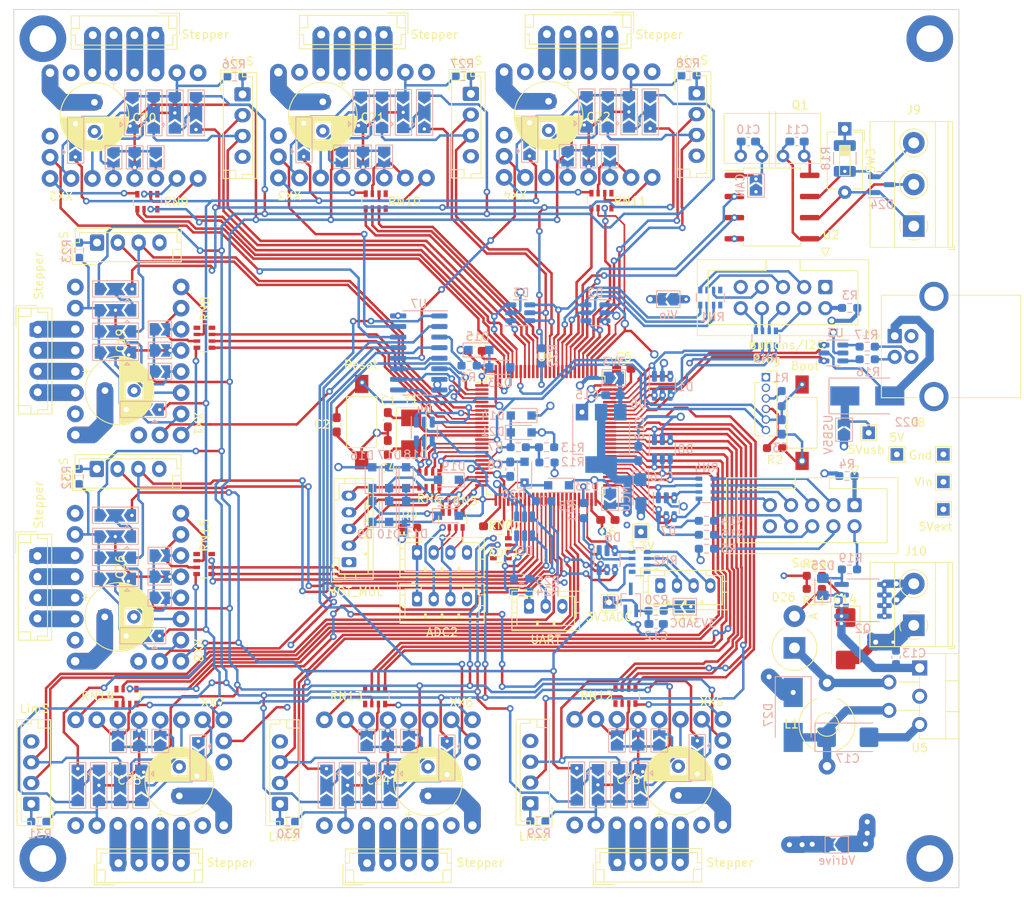
<source format=kicad_pcb>
(kicad_pcb (version 20211014) (generator pcbnew)
  (layers (0 "F.Cu" signal) (1 "In1.Cu" power "Ground.Cu") (2 "In2.Cu" power "Power.Cu") (31 "B.Cu" signal) (34 "B.Paste" user) (35 "F.Paste" user) (36 "B.SilkS" user "B.Silkscreen") (37 "F.SilkS" user "F.Silkscreen") (38 "B.Mask" user) (39 "F.Mask" user) (44 "Edge.Cuts" user))
  (net 0 "")
  (net 1 "/MCU base/OSC_IN")
  (net 2 "GND")
  (net 3 "/MCU base/NRST")
  (net 4 "/MCU base/BOOT0")
  (net 5 "+3V3")
  (net 6 "/MCU base/OSC_OUT")
  (net 7 "/MCU base/BTN0")
  (net 8 "/MCU base/BTN1")
  (net 9 "/MCU base/BTN2_SDA")
  (net 10 "/MCU base/SWDIO")
  (net 11 "/MCU base/BTN3_SCL")
  (net 12 "/MCU base/SWCLK")
  (net 13 "M4_L0")
  (net 14 "M4_L1")
  (net 15 "/MCU base/BTN4")
  (net 16 "/MCU base/BTN5")
  (net 17 "/MCU base/BTN6")
  (net 18 "M3_L1")
  (net 19 "M3_L0")
  (net 20 "M2_L1")
  (net 21 "M2_L0")
  (net 22 "M1_L0")
  (net 23 "M1_L1")
  (net 24 "/MCU base/SCRN_DCRS")
  (net 25 "/MCU base/SCRN_SCK")
  (net 26 "/MCU base/SCRN_MISO")
  (net 27 "/MCU base/SCRN_MOSI")
  (net 28 "/MCU base/SCRN_RST")
  (net 29 "/MCU base/SCRN_CS")
  (net 30 "M6_L1")
  (net 31 "M6_L0")
  (net 32 "M5_L1")
  (net 33 "M5_L0")
  (net 34 "/MCU base/A0")
  (net 35 "/MCU base/A1")
  (net 36 "/MCU base/A2")
  (net 37 "/MCU base/A3")
  (net 38 "/MCU base/A4")
  (net 39 "/MCU base/A5")
  (net 40 "Net-(J1-Pad4)")
  (net 41 "Net-(J2-Pad2)")
  (net 42 "Net-(J2-Pad3)")
  (net 43 "Net-(J2-Pad4)")
  (net 44 "Net-(J2-Pad5)")
  (net 45 "Net-(J2-Pad6)")
  (net 46 "Net-(J2-Pad7)")
  (net 47 "Net-(J2-Pad8)")
  (net 48 "ADC2")
  (net 49 "ADC3")
  (net 50 "ADC4")
  (net 51 "ADC5")
  (net 52 "+5V")
  (net 53 "ADC0")
  (net 54 "Vdrive")
  (net 55 "ADC1")
  (net 58 "MUL0")
  (net 59 "MUL1")
  (net 60 "MUL2")
  (net 61 "MUL_EN")
  (net 62 "M1_EN")
  (net 63 "M1_DIR")
  (net 64 "M1_STEP")
  (net 65 "+3.3VADC")
  (net 66 "TMC_SCK")
  (net 67 "TMC_MISO")
  (net 68 "TMC_MOSI")
  (net 69 "USART3_TX")
  (net 70 "M6_STEP")
  (net 71 "M6_DIR")
  (net 72 "M6_EN")
  (net 73 "M5_STEP")
  (net 74 "M5_DIR")
  (net 75 "M5_EN")
  (net 76 "USB_DM")
  (net 77 "USB_DP")
  (net 78 "M4_STEP")
  (net 79 "M4_EN")
  (net 80 "M4_DIR")
  (net 81 "CAN_RX")
  (net 82 "CAN_TX")
  (net 83 "USART2_TX")
  (net 84 "M3_DIR")
  (net 85 "M3_STEP")
  (net 86 "M3_EN")
  (net 87 "M2_STEP")
  (net 88 "M2_DIR")
  (net 89 "M2_EN")
  (net 90 "Net-(J2-Pad10)")
  (net 91 "Net-(C10-Pad1)")
  (net 92 "/MCU base/MOT_MUL0")
  (net 93 "/MCU base/MOT_MUL1")
  (net 94 "/MCU base/MOT_MUL2")
  (net 95 "/MCU base/MOT_MUL_EN")
  (net 96 "Net-(J6-Pad2)")
  (net 97 "Net-(J6-Pad3)")
  (net 98 "Net-(J6-Pad4)")
  (net 99 "Net-(J6-Pad5)")
  (net 100 "Net-(C11-Pad1)")
  (net 101 "Earth")
  (net 102 "Net-(C15-Pad1)")
  (net 103 "Net-(C17-Pad1)")
  (net 104 "Net-(D22-Pad1)")
  (net 105 "/VB")
  (net 106 "Net-(J3-Pad8)")
  (net 107 "/MCU base/OUT1")
  (net 108 "/MCU base/OUT0")
  (net 109 "/MCU base/OUT2")
  (net 110 "Net-(J7-Pad2)")
  (net 111 "Net-(J7-Pad3)")
  (net 114 "Net-(J7-Pad4)")
  (net 115 "/CANL")
  (net 116 "/CANH")
  (net 117 "Net-(D25-Pad2)")
  (net 118 "Net-(D26-Pad1)")
  (net 119 "Net-(J3-Pad1)")
  (net 120 "Net-(J3-Pad3)")
  (net 121 "Net-(J3-Pad4)")
  (net 122 "Net-(J3-Pad5)")
  (net 123 "Net-(J3-Pad6)")
  (net 124 "Net-(J3-Pad7)")
  (net 125 "Net-(J3-Pad9)")
  (net 126 "Net-(J4-Pad1)")
  (net 127 "Net-(J8-Pad2)")
  (net 128 "Net-(J8-Pad3)")
  (net 129 "Net-(J10-Pad2)")
  (net 130 "Net-(JP4-Pad2)")
  (net 131 "/Motors/Vm")
  (net 132 "/Motors/Vio")
  (net 133 "/Motors/USART0-3")
  (net 134 "/Motors/MOSI")
  (net 135 "Net-(JP8-Pad1)")
  (net 136 "/Motors/SCK")
  (net 137 "Net-(JP13-Pad1)")
  (net 138 "/Motors/MISO")
  (net 141 "Net-(R16-Pad2)")
  (net 142 "Net-(R17-Pad2)")
  (net 143 "Net-(R18-Pad1)")
  (net 144 "/Motors/USART4-7")
  (net 145 "/Motors/DIAG4")
  (net 146 "/Motors/DIAG6")
  (net 147 "/Motors/DIAG7")
  (net 148 "/Motors/DIAG5")
  (net 149 "/Motors/DIAG3")
  (net 150 "/Motors/DIAG0")
  (net 151 "/Motors/DIAG1")
  (net 152 "/Motors/DIAG2")
  (net 154 "/Motors/stepper_M1/U")
  (net 155 "Net-(J11-Pad1)")
  (net 156 "/Motors/stepper_M1/~{ENx}")
  (net 157 "/Motors/stepper_M1/STEPx")
  (net 158 "/Motors/stepper_M1/DIRx")
  (net 159 "/MCU base/USART1_RX")
  (net 160 "/Motors/stepper_M1/MS1")
  (net 161 "/Motors/stepper_M1/MS2")
  (net 162 "/Motors/stepper_M1/SPR")
  (net 163 "/Motors/stepper_M1/CLK")
  (net 164 "/MCU base/USART1_TX")
  (net 165 "Net-(J13-Pad2)")
  (net 166 "Net-(J13-Pad1)")
  (net 167 "M0_L1")
  (net 168 "M0_L0")
  (net 169 "Net-(J12-Pad4)")
  (net 170 "Net-(J12-Pad3)")
  (net 171 "Net-(J12-Pad2)")
  (net 172 "Net-(J12-Pad1)")
  (net 173 "M0_STEP")
  (net 174 "M0_DIR")
  (net 175 "M0_EN")
  (net 176 "M7_L0")
  (net 177 "M7_L1")
  (net 178 "M7_DIR")
  (net 179 "M7_EN")
  (net 180 "M7_STEP")
  (net 181 "MCU3v3")
  (net 184 "Net-(J14-Pad1)")
  (net 185 "Net-(J15-Pad1)")
  (net 186 "Net-(J15-Pad2)")
  (net 187 "Net-(J15-Pad3)")
  (net 188 "Net-(J15-Pad4)")
  (net 189 "Net-(JP16-Pad1)")
  (net 190 "/Motors/stepper_M2/U")
  (net 191 "/Motors/stepper_M2/MS1")
  (net 192 "/Motors/stepper_M2/MS2")
  (net 193 "/Motors/stepper_M2/SPR")
  (net 194 "Net-(JP21-Pad1)")
  (net 195 "/Motors/stepper_M2/CLK")
  (net 196 "/Motors/stepper_M2/DIRx")
  (net 197 "/Motors/stepper_M2/STEPx")
  (net 198 "/Motors/stepper_M2/~{ENx}")
  (net 202 "Net-(J16-Pad1)")
  (net 203 "Net-(J17-Pad1)")
  (net 204 "Net-(J17-Pad2)")
  (net 205 "Net-(J17-Pad3)")
  (net 206 "Net-(J17-Pad4)")
  (net 207 "Net-(JP24-Pad1)")
  (net 208 "/Motors/stepper_M3/U")
  (net 209 "/Motors/stepper_M3/MS1")
  (net 210 "/Motors/stepper_M3/MS2")
  (net 211 "/Motors/stepper_M3/SPR")
  (net 212 "Net-(JP29-Pad1)")
  (net 213 "/Motors/stepper_M3/CLK")
  (net 215 "/Motors/stepper_M3/DIRx")
  (net 216 "/Motors/stepper_M3/STEPx")
  (net 217 "/Motors/stepper_M3/~{ENx}")
  (net 220 "Net-(J18-Pad1)")
  (net 221 "Net-(J19-Pad1)")
  (net 222 "Net-(J19-Pad2)")
  (net 223 "Net-(J19-Pad3)")
  (net 224 "Net-(J19-Pad4)")
  (net 225 "Net-(JP32-Pad1)")
  (net 226 "/Motors/stepper_M4/U")
  (net 227 "/Motors/stepper_M4/MS1")
  (net 228 "/Motors/stepper_M4/MS2")
  (net 229 "/Motors/stepper_M4/SPR")
  (net 230 "Net-(JP37-Pad1)")
  (net 231 "/Motors/stepper_M4/CLK")
  (net 233 "/Motors/stepper_M4/DIRx")
  (net 234 "/Motors/stepper_M4/STEPx")
  (net 235 "/Motors/stepper_M4/~{ENx}")
  (net 238 "Net-(J20-Pad1)")
  (net 239 "Net-(J21-Pad1)")
  (net 240 "Net-(J21-Pad2)")
  (net 241 "Net-(J21-Pad3)")
  (net 242 "Net-(J21-Pad4)")
  (net 243 "Net-(JP40-Pad1)")
  (net 244 "/Motors/stepper_M5/U")
  (net 245 "/Motors/stepper_M5/MS1")
  (net 246 "/Motors/stepper_M5/MS2")
  (net 247 "/Motors/stepper_M5/SPR")
  (net 248 "Net-(JP45-Pad1)")
  (net 249 "/Motors/stepper_M5/CLK")
  (net 251 "/Motors/stepper_M5/DIRx")
  (net 252 "/Motors/stepper_M5/STEPx")
  (net 253 "/Motors/stepper_M5/~{ENx}")
  (net 256 "Net-(J22-Pad1)")
  (net 257 "Net-(J23-Pad1)")
  (net 258 "Net-(J23-Pad2)")
  (net 259 "Net-(J23-Pad3)")
  (net 260 "Net-(J23-Pad4)")
  (net 261 "Net-(JP48-Pad1)")
  (net 262 "/Motors/stepper_M6/U")
  (net 263 "/Motors/stepper_M6/MS1")
  (net 264 "/Motors/stepper_M6/MS2")
  (net 265 "/Motors/stepper_M6/SPR")
  (net 266 "Net-(JP53-Pad1)")
  (net 267 "/Motors/stepper_M6/CLK")
  (net 269 "/Motors/stepper_M6/DIRx")
  (net 270 "/Motors/stepper_M6/STEPx")
  (net 271 "/Motors/stepper_M6/~{ENx}")
  (net 274 "Net-(J24-Pad1)")
  (net 275 "Net-(J25-Pad1)")
  (net 276 "Net-(J25-Pad2)")
  (net 277 "Net-(J25-Pad3)")
  (net 278 "Net-(J25-Pad4)")
  (net 279 "Net-(JP56-Pad1)")
  (net 280 "/Motors/stepper_M7/U")
  (net 281 "/Motors/stepper_M7/MS1")
  (net 282 "/Motors/stepper_M7/MS2")
  (net 283 "/Motors/stepper_M7/SPR")
  (net 284 "Net-(JP61-Pad1)")
  (net 285 "/Motors/stepper_M7/CLK")
  (net 287 "/Motors/stepper_M7/DIRx")
  (net 288 "/Motors/stepper_M7/STEPx")
  (net 289 "/Motors/stepper_M7/~{ENx}")
  (net 292 "Net-(J26-Pad1)")
  (net 293 "Net-(J27-Pad1)")
  (net 294 "Net-(J27-Pad2)")
  (net 295 "Net-(J27-Pad3)")
  (net 296 "Net-(J27-Pad4)")
  (net 297 "Net-(JP64-Pad1)")
  (net 298 "/Motors/stepper_M8/U")
  (net 299 "/Motors/stepper_M8/MS1")
  (net 300 "/Motors/stepper_M8/MS2")
  (net 301 "/Motors/stepper_M8/SPR")
  (net 302 "Net-(JP69-Pad1)")
  (net 303 "/Motors/stepper_M8/CLK")
  (net 305 "/Motors/stepper_M8/DIRx")
  (net 306 "/Motors/stepper_M8/STEPx")
  (net 307 "/Motors/stepper_M8/~{ENx}")
  (net 310 "/MCU base/Diagn")
  (net 311 "DIAGNOST")
  (footprint "Capacitor_SMD:C_0603_1608Metric_Pad1.08x0.95mm_HandSolder" (layer "F.Cu") (at 110.8975 79.502)
    (fp_text reference "C9")
    (fp_text value "0.1")
  )
  (footprint "Connector_JST:JST_EH_B4B-EH-A_1x04_P2.50mm_Vertical" (layer "F.Cu") (at 99.921075 41.501827 180)
    (fp_text reference "J17")
    (fp_text value "Stepper")
  )
  (footprint "Connector_JST:JST_EH_B4B-EH-A_1x04_P2.50mm_Vertical" (layer "F.Cu") (at 58.374 76.974 -90)
    (fp_text reference "J12")
    (fp_text value "Stepper")
  )
  (footprint "Connector_JST:JST_PH_B5B-PH-K_1x05_P2.00mm_Vertical" (layer "F.Cu") (at 95.758 104.902 90)
    (fp_text reference "J6")
    (fp_text value "MOT_MUL")
  )
  (footprint "Connector_IDC:IDC-Header_2x05_P2.54mm_Vertical" (layer "F.Cu") (at 152.9588 71.8407 -90)
    (fp_text reference "J2")
    (fp_text value "Buttons/I2C")
  )
  (footprint "Button_Switch_SMD:SW_SPST_FSMSM" (layer "F.Cu") (at 150.1648 88.138 -90)
    (fp_text reference "SW2")
    (fp_text value "Boot")
  )
  (footprint "Connector_JST:JST_EH_B4B-EH-A_1x04_P2.50mm_Vertical" (layer "F.Cu") (at 87.466 133.934 90)
    (fp_text reference "J22")
    (fp_text value "LimS")
  )
  (footprint "TestPoint:TestPoint_THTPad_1.5x1.5mm_Drill0.7mm" (layer "F.Cu") (at 161.544 91.948)
    (fp_text reference "TP7")
    (fp_text value "5V")
  )
  (footprint "MountingHole:MountingHole_3.2mm_M3_DIN965_Pad" (layer "F.Cu") (at 165.5 140.5)
    (fp_text reference "H4")
    (fp_text value "MountingHole")
  )
  (footprint "Button_Switch_THT:SW_DIP_SPSTx01_Slide_6.7x4.1mm_W7.62mm_P2.54mm_LowProfile" (layer "F.Cu") (at 155.2956 52.832 -90)
    (fp_text reference "SW3")
    (fp_text value "SW_DIP_x01")
  )
  (footprint "Capacitor_THT:CP_Radial_D8.0mm_P3.50mm" (layer "F.Cu") (at 105.246 132.978 90)
    (fp_text reference "C24")
    (fp_text value "100u 35V")
  )
  (footprint "Connector_JST:JST_PH_B4B-PH-K_1x04_P2.00mm_Vertical" (layer "F.Cu") (at 103.934 103.7336)
    (fp_text reference "J5")
    (fp_text value "ADC1")
  )
  (footprint "Connector_JST:JST_EH_B4B-EH-A_1x04_P2.50mm_Vertical" (layer "F.Cu") (at 65.5 66.5)
    (fp_text reference "J11")
    (fp_text value "LimS")
  )
  (footprint "stepper:stepper_module" (layer "F.Cu") (at 131.75 130.124 -90)
    (fp_text reference "XX5")
    (fp_text value "stepper_module")
  )
  (footprint "Resistor_SMD:R_Array_Convex_4x0603" (layer "F.Cu") (at 126.07045 61.46 -90)
    (fp_text reference "RN11")
    (fp_text value "330")
  )
  (footprint "Connector_JST:JST_PH_B3B-PH-K_1x03_P2.00mm_Vertical" (layer "F.Cu") (at 117.38 110.194)
    (fp_text reference "J13")
    (fp_text value "UART")
  )
  (footprint "stepper:stepper_module" (layer "F.Cu") (at 69.222 107.9116 180)
    (fp_text reference "XX8")
    (fp_text value "stepper_module")
  )
  (footprint "stepper:stepper_module" (layer "F.Cu") (at 96.171075 52.377827 90)
    (fp_text reference "XX3")
    (fp_text value "stepper_module")
  )
  (footprint "Resistor_SMD:R_Array_Convex_4x0603" (layer "F.Cu") (at 113.9952 103.2256)
    (fp_text reference "RN7")
    (fp_text value "330")
  )
  (footprint "TerminalBlock_Phoenix:TerminalBlock_Phoenix_MKDS-1,5-2_1x02_P5.00mm_Horizontal" (layer "F.Cu") (at 163.576 112.482 90)
    (fp_text reference "J10")
    (fp_text value "Screw_Terminal_01x02")
  )
  (footprint "Connector_IDC:IDC-Header_2x05_P2.54mm_Vertical" (layer "F.Cu") (at 156.464 98.044 -90)
    (fp_text reference "J3")
    (fp_text value "Screen")
  )
  (footprint "TestPoint:TestPoint_THTPad_1.5x1.5mm_Drill0.7mm" (layer "F.Cu") (at 167.132 91.948)
    (fp_text reference "TP3")
    (fp_text value "Gnd")
  )
  (footprint "Connector_PinSocket_1.27mm:PinSocket_1x06_P1.27mm_Vertical" (layer "F.Cu") (at 145.821 82.677)
    (fp_text reference "J1")
    (fp_text value "Prog")
  )
  (footprint "Connector_JST:JST_EH_B4B-EH-A_1x04_P2.50mm_Vertical" (layer "F.Cu") (at 57.604925 133.934 90)
    (fp_text reference "J24")
    (fp_text value "LimS")
  )
  (footprint "Package_QFP:LQFP-100_14x14mm_P0.5mm" (layer "F.Cu") (at 119.38 89.662)
    (fp_text reference "U1")
    (fp_text value "STM32F303VDTx")
  )
  (footprint "MountingHole:MountingHole_3.2mm_M3_DIN965_Pad" (layer "F.Cu") (at 59 42)
    (fp_text reference "H1")
    (fp_text value "MountingHole")
  )
  (footprint "Capacitor_THT:CP_Radial_D8.0mm_P3.50mm" (layer "F.Cu") (at 135.306 132.918 90)
    (fp_text reference "C23")
    (fp_text value "100u 35V")
  )
  (footprint "Capacitor_SMD:C_0603_1608Metric_Pad1.08x0.95mm_HandSolder" (layer "F.Cu") (at 100.41735 91.1352 90)
    (fp_text reference "C4")
    (fp_text value "12")
  )
  (footprint "Connector_JST:JST_EH_B4B-EH-A_1x04_P2.50mm_Vertical" (layer "F.Cu") (at 127.02645 41.44 180)
    (fp_text reference "J19")
    (fp_text value "Stepper")
  )
  (footprint "TestPoint:TestPoint_THTPad_1.5x1.5mm_Drill0.7mm" (layer "F.Cu") (at 167.132 95.25)
    (fp_text reference "TP2")
    (fp_text value "Vin")
  )
  (footprint "Connector_JST:JST_EH_B4B-EH-A_1x04_P2.50mm_Vertical" (layer "F.Cu") (at 82.974 48.689654 -90)
    (fp_text reference "J14")
    (fp_text value "LimS")
  )
  (footprint "MountingHole:MountingHole_3.2mm_M3_DIN965_Pad" (layer "F.Cu") (at 59 140.5)
    (fp_text reference "H3")
    (fp_text value "MountingHole")
  )
  (footprint "Connector_JST:JST_EH_B4B-EH-A_1x04_P2.50mm_Vertical" (layer "F.Cu") (at 97.94 141.06)
    (fp_text reference "J23")
    (fp_text value "Stepper")
  )
  (footprint "Crystal:Crystal_SMD_5032-2Pin_5.0x3.2mm" (layer "F.Cu") (at 103.2256 89.408 -90)
    (fp_text reference "Y1")
    (fp_text value "NX5032GA-8MHz")
  )
  (footprint "Connector_JST:JST_EH_B4B-EH-A_1x04_P2.50mm_Vertical" (layer "F.Cu") (at 68.078925 141.06)
    (fp_text reference "J25")
    (fp_text value "Stepper")
  )
  (footprint "stepper:stepper_module" (layer "F.Cu") (at 123.27645 52.316 90)
    (fp_text reference "XX4")
    (fp_text value "stepper_module")
  )
  (footprint "Resistor_SMD:R_Array_Convex_4x0603" (layer "F.Cu") (at 105.41 94.996 90)
    (fp_text reference "RN6")
    (fp_text value "330")
  )
  (footprint "Resistor_SMD:R_0603_1608Metric_Pad0.98x0.95mm_HandSolder" (layer "F.Cu") (at 146.8628 91.186 180)
    (fp_text reference "R2")
    (fp_text value "22")
  )
  (footprint "Capacitor_SMD:C_0603_1608Metric_Pad1.08x0.95mm_HandSolder" (layer "F.Cu") (at 128.7515 81.661)
    (fp_text reference "C5")
    (fp_text value "0.1")
  )
  (footprint "Capacitor_SMD:C_0603_1608Metric_Pad1.08x0.95mm_HandSolder" (layer "F.Cu") (at 94.2848 88.3909 -90)
    (fp_text reference "C2")
    (fp_text value "0.1")
  )
  (footprint "MountingHole:MountingHole_3.2mm_M3_DIN965_Pad" (layer "F.Cu") (at 165.5 42)
    (fp_text reference "H2")
    (fp_text value "MountingHole")
  )
  (footprint "Connector_JST:JST_EH_B4B-EH-A_1x04_P2.50mm_Vertical" (layer "F.Cu") (at 128 141)
    (fp_text reference "J21")
    (fp_text value "Stepper")
  )
  (footprint "Capacitor_THT:CP_Radial_D8.0mm_P3.50mm" (layer "F.Cu") (at 92.615075 49.583827 -90)
    (fp_text reference "C21")
    (fp_text value "100u 35V")
  )
  (footprint "Resistor_SMD:R_Array_Convex_4x0603" (layer "F.Cu") (at 98.965075 61.521827 -90)
    (fp_text reference "RN10")
    (fp_text value "330")
  )
  (footprint "Capacitor_THT:CP_Radial_D8.0mm_P3.50mm" (layer "F.Cu") (at 119.72045 49.522 -90)
    (fp_text reference "C22")
    (fp_text value "100u 35V")
  )
  (footprint "Resistor_SMD:R_Array_Convex_4x0603" (layer "F.Cu") (at 108.204 99.822 90)
    (fp_text reference "RN5")
    (fp_text value "330")
  )
  (footprint "Connector_JST:JST_EH_B4B-EH-A_1x04_P2.50mm_Vertical" (layer "F.Cu") (at 137.50045 48.566 -90)
    (fp_text reference "J18")
    (fp_text value "LimS")
  )
  (footprint "stepper:B0x0xS" (layer "F.Cu") (at 146.6088 56.0832)
    (fp_text reference "Q1")
    (fp_text value "B0505S")
  )
  (footprint "Capacitor_SMD:C_0603_1608Metric_Pad1.08x0.95mm_HandSolder" (layer "F.Cu") (at 100.41735 87.7802 -90)
    (fp_text reference "C1")
    (fp_text value "12")
  )
  (footprint "stepper:stepper_module" (layer "F.Cu") (at 101.69 130.184 -90)
    (fp_text reference "XX6")
    (fp_text value "stepper_module")
  )
  (footprint "Diode_THT:D_DO-201_P3.81mm_Vertical_AnodeUp" (layer "F.Cu") (at 149.2504 115.1944 90)
    (fp_text reference "D26")
    (fp_text value "1N5822")
  )
  (footprint "Package_SO:SOP-8_6.62x9.15mm_P2.54mm" (layer "F.Cu") (at 146.558 62.23)
    (fp_text reference "U2")
    (fp_text value "ISO1050DUB")
  )
  (footprint "TestPoint:TestPoint_THTPad_1.5x1.5mm_Drill0.7mm" (layer "F.Cu") (at 127 109.728)
    (fp_text reference "TP6")
    (fp_text value "3V3ADC")
  )
  (footprint "Capacitor_THT:CP_Radial_D8.0mm_P3.50mm" (layer "F.Cu") (at 66.456 84.28)
    (fp_text reference "C19")
    (fp_text value "100u 35V")
  )
  (footprint "Package_TO_SOT_THT:TO-220-5_P3.4x3.7mm_StaggerEven_Lead3.8mm_Vertical" (layer "F.Cu") (at 164.2872 117.602 -90)
    (fp_text reference "U5")
    (fp_text value "LM2576-5.0")
  )
  (footprint "Resistor_SMD:R_Array_Convex_4x0603" (layer "F.Cu") (at 98.896 121.04 90)
    (fp_text reference "RN13")
    (fp_text value "330")
  )
  (footprint "Connector_JST:JST_EH_B4B-EH-A_1x04_P2.50mm_Vertical" (layer "F.Cu") (at 58.346 104.1616 -90)
    (fp_text reference "J27")
    (fp_text value "Stepper")
  )
  (footprint "Connector_JST:JST_PH_B4B-PH-K_1x04_P2.00mm_Vertical" (layer "F.Cu") (at 133.144 107.7048)
    (fp_text reference "J7")
    (fp_text value "GPO")
  )
  (footprint "Resistor_SMD:R_Array_Convex_4x0603" (layer "F.Cu") (at 71.544 61.583654 -90)
    (fp_text reference "RN9")
    (fp_text value "330")
  )
  (footprint "TestPoint:TestPoint_THTPad_1.5x1.5mm_Drill0.7mm" (layer "F.Cu") (at 167.132 98.552)
    (fp_text reference "TP4")
    (fp_text value "5Vext")
  )
  (footprint "Resistor_SMD:R_Array_Convex_4x0603" (layer "F.Cu") (at 78.366 105.1176)
    (fp_text reference "RN15")
    (fp_text value "330")
  )
  (footprint "Connector_JST:JST_EH_B4B-EH-A_1x04_P2.50mm_Vertical" (layer "F.Cu") (at 72.5 41.563654 180)
    (fp_text reference "J15")
    (fp_text value "Stepper")
  )
  (footprint "Capacitor_SMD:C_0603_1608Metric_Pad1.08x0.95mm_HandSolder" (layer "F.Cu") (at 126.8465 99.822 180)
    (fp_text reference "C6")
    (fp_text value "0.1")
  )
  (footprint "Inductor_THT:L_Toroid_Horizontal_D6.5mm_P10.00mm_Diameter7-5mm_Amidon-T25" (layer "F.Cu") (at 153.162 129.4092 90)
    (fp_text reference "L1")
    (fp_text value "100u")
  )
  (footprint "Capacitor_THT:CP_Radial_D8.0mm_P3.50mm" (layer "F.Cu") (at 65.194 49.645654 -90)
    (fp_text reference "C20")
    (fp_text value "100u 35V")
  )
  (footprint "Button_Switch_SMD:SW_SPST_FSMSM" (layer "F.Cu") (at 97.282 88.0692 -90)
    (fp_text reference "SW1")
    (fp_text value "Reset")
  )
  (footprint "stepper:stepper_module" (layer "F.Cu") (at 68.75 52.439654 90)
    (fp_text reference "XX2")
    (fp_text value "stepper_module")
  )
  (footprint "TerminalBlock_Phoenix:TerminalBlock_Phoenix_MKDS-1,5-3_1x03_P5.00mm_Horizontal" (layer "F.Cu") (at 163.576 64.516 90)
    (fp_text reference "J9")
    (fp_text value "Screw_Terminal_01x03")
  )
  (footprint "Capacitor_THT:CP_Radial_D8.0mm_P3.50mm" (layer "F.Cu") (at 75.384925 132.978 90)
    (fp_text reference "C25")
    (fp_text value "100u 35V")
  )
  (footprint "Resistor_SMD:R_0603_1608Metric_Pad0.98x0.95mm_HandSolder" (layer "F.Cu") (at 151.6399 108.1024 180)
    (fp_text reference "R11")
    (fp_text value "10k")
  )
  (footprint "stepper:stepper_module" (layer "F.Cu") (at 71.828925 130.184 -90)
    (fp_text reference "XX7")
    (fp_text value "stepper_module")
  )
  (footprint "Resistor_SMD:R_Array_Convex_4x0603" (layer "F.Cu") (at 69.034925 121.04 90)
    (fp_text reference "RN14")
    (fp_text value "330")
  )
  (footprint "Connector_JST:JST_EH_B4B-EH-A_1x04_P2.50mm_Vertical" (layer "F.Cu") (at 65.472 93.6876)
    (fp_text reference "J26")
    (fp_text value "LimS")
  )
  (footprint "Resistor_SMD:R_0603_1608Metric_Pad0.98x0.95mm_HandSolder" (layer "F.Cu") (at 151.6399 106.5276)
    (fp_text reference "R10")
    (fp_text value "91k")
  )
  (footprint "Capacitor_SMD:C_0603_1608Metric_Pad1.08x0.95mm_HandSolder" (layer "F.Cu") (at 112.776 100.584 180)
    (fp_text reference "C7")
    (fp_text value "0.1")
  )
  (footprint "Capacitor_Tantalum_SMD:CP_EIA-6032-28_Kemet-C_Pad2.25x2.35mm_HandSolder" (layer "F.Cu") (at 155.3972 114.0968 -90)
    (fp_text reference "C14")
    (fp_text value "47u 35V")
  )
  (footprint "Connector_JST:JST_PH_B4B-PH-K_1x04_P2.00mm_Vertical" (layer "F.Cu") (at 103.934 109.3216)
    (fp_text reference "J4")
    (fp_text value "ADC2")
  )
  (footprint "Resistor_SMD:R_0603_1608Metric_Pad0.98x0.95mm_HandSolder" (layer "F.Cu") (at 103.0224 100.7364)
    (fp_text reference "R9")
    (fp_text value "22")
  )
  (footprint "Resistor_SMD:R_Array_Convex_4x0603" (layer "F.Cu") (at 128.956 120.98 90)
    (fp_text reference "RN12")
    (fp_text value "330")
  )
  (footprint "Connector_JST:JST_EH_B4B-EH-A_1x04_P2.50mm_Vertical" (layer "F.Cu") (at 117.526 133.874 90)
    (fp_text reference "J20")
    (fp_text value "LimS")
  )
  (footprint "Connector_JST:JST_EH_B4B-EH-A_1x04_P2.50mm_Vertical" (layer "F.Cu") (at 110.395075 48.627827 -90)
    (fp_text reference "J16")
    (fp_text value "LimS")
  )
  (footprint "Resistor_SMD:R_Array_Convex_4x0603" (layer "F.Cu") (at 78.394 77.93)
    (fp_text reference "RN8")
    (fp_text value "330")
  )
  (footprint "TestPoint:TestPoint_THTPad_1.5x1.5mm_Drill0.7mm" (layer "F.Cu") (at 130.81 101.2444)
    (fp_text reference "TP5")
    (fp_text value "3.3V")
  )
  (footprint "Capacitor_THT:CP_Radial_D8.0mm_P3.50mm" (layer "F.Cu") (at 66.428 111.4676)
    (fp_text reference "C26")
    (fp_text value "100u 35V")
  )
  (footprint "stepper:stepper_module" (layer "F.Cu") (at 69.25 80.724 180)
    (fp_text reference "XX1")
    (fp_text value "stepper_module")
  )
  (footprint "Connector_USB:USB_B_OST_USB-B1HSxx_Horizontal" (layer "F.Cu") (at 161.29 77.73)
    (fp_text reference "J8")
    (fp_text value "USB_B")
  )
  (footprint "TestPoint:TestPoint_THTPad_1.5x1.5mm_Drill0.7mm" (layer "F.Cu") (at 158.1675 89.348)
    (fp_text reference "TP1")
    (fp_text value "5Vusb")
  )
  (footprint "Package_TO_SOT_SMD:SOT-23-6" (layer "B.Cu") (at 116.3265 74.93)
    (fp_text reference "D3")
    (fp_text value "SP0505BAHT")
  )
  (footprint "Jumper:SolderJumper-3_P2.0mm_Open_TrianglePad1.0x1.5mm" (layer "B.Cu") (at 126.83245 50.792 90)
    (fp_text reference "JP36")
    (fp_text value "SolderJumper_3_Open")
  )
  (footprint "Jumper:SolderJumper-3_P2.0mm_Open_TrianglePad1.0x1.5mm" (layer "B.Cu") (at 100.674 131.708 -90)
    (fp_text reference "JP51")
    (fp_text value "SolderJumper_3_Open")
  )
  (footprint "Jumper:SolderJumper-2_P1.3mm_Open_TrianglePad1.0x1.5mm" (layer "B.Cu") (at 144.6276 59.6392 90)
    (fp_text reference "JP1")
    (fp_text value "CAN")
  )
  (footprint "Jumper:SolderJumper-3_P2.0mm_Open_TrianglePad1.0x1.5mm" (layer "B.Cu") (at 137.592 128.346 -90)
    (fp_text reference "JP42")
    (fp_text value "SolderJumper_3_Open")
  )
  (footprint "Jumper:SolderJumper-3_P2.0mm_Open_TrianglePad1.0x1.5mm" (layer "B.Cu") (at 67.698 106.8956 180)
    (fp_text reference "JP67")
    (fp_text value "SolderJumper_3_Open")
  )
  (footprint "Jumper:SolderJumper-2_P1.3mm_Open_TrianglePad1.0x1.5mm" (layer "B.Cu") (at 130.48 126.314 90)
    (fp_text reference "JP46")
    (fp_text value "SolderJumper_2_Bridged")
  )
  (footprint "Jumper:SolderJumper-3_P2.0mm_Open_TrianglePad1.0x1.5mm" (layer "B.Cu") (at 67.698 101.8156 180)
    (fp_text reference "JP64")
    (fp_text value "SolderJumper_3_Open")
  )
  (footprint "Jumper:SolderJumper-3_P2.0mm_Open_TrianglePad1.0x1.5mm" (layer "B.Cu") (at 90.329075 54.155827 90)
    (fp_text reference "JP26")
    (fp_text value "SolderJumper_3_Open")
  )
  (footprint "Jumper:SolderJumper-3_P2.0mm_Open_TrianglePad1.0x1.5mm" (layer "B.Cu") (at 62.908 54.217654 90)
    (fp_text reference "JP18")
    (fp_text value "SolderJumper_3_Open")
  )
  (footprint "Jumper:SolderJumper-2_P1.3mm_Open_TrianglePad1.0x1.5mm" (layer "B.Cu") (at 127.5588 82.7532)
    (fp_text reference "JP5")
    (fp_text value "3V3")
  )
  (footprint "Resistor_SMD:R_0603_1608Metric_Pad0.98x0.95mm_HandSolder" (layer "B.Cu") (at 138.684 103.2764)
    (fp_text reference "R5")
    (fp_text value "5.1")
  )
  (footprint "Jumper:SolderJumper-2_P1.3mm_Open_TrianglePad1.0x1.5mm" (layer "B.Cu") (at 124.54645 56.126 -90)
    (fp_text reference "JP38")
    (fp_text value "SolderJumper_2_Bridged")
  )
  (footprint "Resistor_SMD:R_0603_1608Metric_Pad0.98x0.95mm_HandSolder" (layer "B.Cu") (at 119.126 97.536)
    (fp_text reference "R8")
    (fp_text value "330")
  )
  (footprint "Resistor_SMD:R_0603_1608Metric_Pad0.98x0.95mm_HandSolder" (layer "B.Cu") (at 119.5324 92.9132)
    (fp_text reference "R12")
    (fp_text value "47k")
  )
  (footprint "Diode_SMD:D_SOD-323_HandSoldering" (layer "B.Cu") (at 116.84 94.0816 90)
    (fp_text reference "D20")
    (fp_text value "SS14")
  )
  (footprint "Diode_SMD:D_SOD-323_HandSoldering" (layer "B.Cu") (at 113.8736 81.4832)
    (fp_text reference "D23")
    (fp_text value "SS14")
  )
  (footprint "Resistor_SMD:R_Array_Convex_4x0603" (layer "B.Cu") (at 145.8214 78.0034 90)
    (fp_text reference "RN3")
    (fp_text value "330")
  )
  (footprint "Jumper:SolderJumper-2_P1.3mm_Open_TrianglePad1.0x1.5mm" (layer "B.Cu") (at 94.901075 56.187827 -90)
    (fp_text reference "JP29")
    (fp_text value "SolderJumper_2_Bridged")
  )
  (footprint "Jumper:SolderJumper-2_P1.3mm_Open_TrianglePad1.0x1.5mm" (layer "B.Cu") (at 73.032 106.6416)
    (fp_text reference "JP70")
    (fp_text value "SolderJumper_2_Bridged")
  )
  (footprint "Diode_SMD:D_SOD-323_HandSoldering" (layer "B.Cu") (at 100.584 98.806 90)
    (fp_text reference "D10")
    (fp_text value "SS14")
  )
  (footprint "Diode_SMD:D_SOD-323_HandSoldering" (layer "B.Cu") (at 100.584 94.742 90)
    (fp_text reference "D17")
    (fp_text value "SS14")
  )
  (footprint "Jumper:SolderJumper-3_P2.0mm_Open_TrianglePad1.0x1.5mm" (layer "B.Cu") (at 93.054 131.708 -90)
    (fp_text reference "JP49")
    (fp_text value "SolderJumper_3_Open")
  )
  (footprint "Jumper:SolderJumper-3_P2.0mm_Open_TrianglePad1.0x1.5mm" (layer "B.Cu") (at 97.187075 50.853827 90)
    (fp_text reference "JP27")
    (fp_text value "SolderJumper_3_Open")
  )
  (footprint "Jumper:SolderJumper-3_P2.0mm_Open_TrianglePad1.0x1.5mm" (layer "B.Cu") (at 107.532 128.406 -90)
    (fp_text reference "JP50")
    (fp_text value "SolderJumper_3_Open")
  )
  (footprint "Resistor_SMD:R_Array_Convex_4x0603" (layer "B.Cu") (at 138.684 96.0628)
    (fp_text reference "RN4")
    (fp_text value "330")
  )
  (footprint "Jumper:SolderJumper-3_P2.0mm_Open_TrianglePad1.0x1.5mm" (layer "B.Cu") (at 102.267075 50.853827 90)
    (fp_text reference "JP24")
    (fp_text value "SolderJumper_3_Open")
  )
  (footprint "Package_TO_SOT_SMD:SOT-23" (layer "B.Cu") (at 159.766 59.5376)
    (fp_text reference "D24")
    (fp_text value "PESD1CAN")
  )
  (footprint "Package_TO_SOT_SMD:SOT-23-6" (layer "B.Cu") (at 104.8004 89.2048 -90)
    (fp_text reference "D4")
    (fp_text value "SP0505BAHT")
  )
  (footprint "Jumper:SolderJumper-2_P1.3mm_Open_TrianglePad1.0x1.5mm" (layer "B.Cu") (at 73.06 76.914)
    (fp_text reference "JP15")
    (fp_text value "SolderJumper_2_Bridged")
  )
  (footprint "Resistor_SMD:R_0603_1608Metric_Pad0.98x0.95mm_HandSolder" (layer "B.Cu") (at 157.988 80.524 180)
    (fp_text reference "R16")
    (fp_text value "22")
  )
  (footprint "Resistor_SMD:R_0603_1608Metric_Pad0.98x0.95mm_HandSolder" (layer "B.Cu") (at 110.1852 81.28)
    (fp_text reference "R6")
    (fp_text value "330")
  )
  (footprint "Jumper:SolderJumper-3_P2.0mm_Open_TrianglePad1.0x1.5mm" (layer "B.Cu") (at 71.028 86.566 180)
    (fp_text reference "JP10")
    (fp_text value "SolderJumper_3_Open")
  )
  (footprint "Jumper:SolderJumper-2_P1.3mm_Open_TrianglePad1.0x1.5mm" (layer "B.Cu") (at 73.06 81.994)
    (fp_text reference "JP13")
    (fp_text value "SolderJumper_2_Bridged")
  )
  (footprint "Jumper:SolderJumper-2_P1.3mm_Open_TrianglePad1.0x1.5mm" (layer "B.Cu") (at 134.0982 73.3044 180)
    (fp_text reference "JP7")
    (fp_text value "Vio")
  )
  (footprint "Jumper:SolderJumper-3_P2.0mm_Open_TrianglePad1.0x1.5mm" (layer "B.Cu") (at 67.726 74.628 180)
    (fp_text reference "JP8")
    (fp_text value "SolderJumper_3_Open")
  )
  (footprint "Package_SO:SOIC-16_3.9x9.9mm_P1.27mm" (layer "B.Cu") (at 104.14 79.756 180)
    (fp_text reference "U7")
    (fp_text value "74HC4051")
  )
  (footprint "Diode_SMD:D_SOD-323_HandSoldering" (layer "B.Cu") (at 107.696 99.314)
    (fp_text reference "D12")
    (fp_text value "SS14")
  )
  (footprint "Package_TO_SOT_SMD:SOT-23-6" (layer "B.Cu") (at 125.3545 74.93 180)
    (fp_text reference "D2")
    (fp_text value "SP0505BAHT")
  )
  (footprint "Jumper:SolderJumper-3_P2.0mm_Open_TrianglePad1.0x1.5mm" (layer "B.Cu") (at 71 113.7536 180)
    (fp_text reference "JP66")
    (fp_text value "SolderJumper_3_Open")
  )
  (footprint "Jumper:SolderJumper-3_P2.0mm_Open_TrianglePad1.0x1.5mm" (layer "B.Cu") (at 95.594 131.708 -90)
    (fp_text reference "JP48")
    (fp_text value "SolderJumper_3_Open")
  )
  (footprint "Package_TO_SOT_SMD:SOT-23-6" (layer "B.Cu") (at 153.924 79.762 180)
    (fp_text reference "U3")
    (fp_text value "USBLC6-2SC6")
  )
  (footprint "Resistor_SMD:R_0603_1608Metric_Pad0.98x0.95mm_HandSolder" (layer "B.Cu") (at 136.58415 46.4232)
    (fp_text reference "R28")
    (fp_text value "100")
  )
  (footprint "Jumper:SolderJumper-2_P1.3mm_Open_TrianglePad1.0x1.5mm" (layer "B.Cu") (at 68.018925 126.374 90)
    (fp_text reference "JP63")
    (fp_text value "SolderJumper_2_Bridged")
  )
  (footprint "Diode_SMD:D_SOD-323_HandSoldering" (layer "B.Cu") (at 107.696 94.996 180)
    (fp_text reference "D19")
    (fp_text value "SS14")
  )
  (footprint "Resistor_SMD:R_0603_1608Metric_Pad0.98x0.95mm_HandSolder" (layer "B.Cu") (at 82.0577 46.546854)
    (fp_text reference "R26")
    (fp_text value "100")
  )
  (footprint "Jumper:SolderJumper-3_P2.0mm_Open_TrianglePad1.0x1.5mm" (layer "B.Cu") (at 77.386 50.915654 90)
    (fp_text reference "JP17")
    (fp_text value "SolderJumper_3_Open")
  )
  (footprint "Resistor_SMD:R_0603_1608Metric_Pad0.98x0.95mm_HandSolder" (layer "B.Cu") (at 109.478775 46.485027)
    (fp_text reference "R27")
    (fp_text value "100")
  )
  (footprint "Jumper:SolderJumper-2_P1.3mm_Open_TrianglePad1.0x1.5mm" (layer "B.Cu") (at 133.02 126.314 90)
    (fp_text reference "JP45")
    (fp_text value "SolderJumper_2_Bridged")
  )
  (footprint "Jumper:SolderJumper-3_P2.0mm_Open_TrianglePad1.0x1.5mm" (layer "B.Cu") (at 104.807075 50.853827 90)
    (fp_text reference "JP25")
    (fp_text value "SolderJumper_3_Open")
  )
  (footprint "Capacitor_SMD:C_0603_1608Metric_Pad1.08x0.95mm_HandSolder" (layer "B.Cu") (at 143.7132 54.356 180)
    (fp_text reference "C10")
    (fp_text value "1u")
  )
  (footprint "Resistor_SMD:R_0603_1608Metric_Pad0.98x0.95mm_HandSolder" (layer "B.Cu") (at 63.3292 94.6039 90)
    (fp_text reference "R32")
    (fp_text value "100")
  )
  (footprint "Diode_SMD:D_SOD-323_HandSoldering" (layer "B.Cu") (at 98.552 98.806 90)
    (fp_text reference "D9")
    (fp_text value "SS14")
  )
  (footprint "Diode_SMD:D_SOD-323_HandSoldering" (layer "B.Cu") (at 111.3536 79.4004)
    (fp_text reference "D15")
    (fp_text value "SS14")
  )
  (footprint "Jumper:SolderJumper-3_P2.0mm_Open_TrianglePad1.0x1.5mm" (layer "B.Cu") (at 99.727075 50.853827 90)
    (fp_text reference "JP28")
    (fp_text value "SolderJumper_3_Open")
  )
  (footprint "Diode_SMD:D_0805_2012Metric_Pad1.15x1.40mm_HandSolder" (layer "B.Cu") (at 152.654 107.8484 90)
    (fp_text reference "D25")
    (fp_text value "MM3Z7V5")
  )
  (footprint "Resistor_SMD:R_0603_1608Metric_Pad0.98x0.95mm_HandSolder" (layer "B.Cu") (at 155.8544 105.7656)
    (fp_text reference "R19")
    (fp_text value "4k7")
  )
  (footprint "Jumper:SolderJumper-2_P1.3mm_Open_TrianglePad1.0x1.5mm" (layer "B.Cu") (at 122.00645 56.126 -90)
    (fp_text reference "JP37")
    (fp_text value "SolderJumper_2_Bridged")
  )
  (footprint "Diode_SMD:D_SOD-323_HandSoldering" (layer "B.Cu") (at 116.4336 89.3064)
    (fp_text reference "D21")
    (fp_text value "SS14")
  )
  (footprint "Jumper:SolderJumper-3_P2.0mm_Open_TrianglePad1.0x1.5mm" (layer "B.Cu") (at 69.766 50.915654 90)
    (fp_text reference "JP19")
    (fp_text value "SolderJumper_3_Open")
  )
  (footprint "Resistor_SMD:R_0603_1608Metric_Pad0.98x0.95mm_HandSolder" (layer "B.Cu") (at 116.0799 91.0844 180)
    (fp_text reference "R7")
    (fp_text value "330")
  )
  (footprint "Resistor_SMD:R_Array_Convex_4x0603" (layer "B.Cu") (at 139.1412 73.1012 -90)
    (fp_text reference "RN1")
    (fp_text value "330")
  )
  (footprint "Jumper:SolderJumper-2_P1.3mm_Open_TrianglePad1.0x1.5mm" (layer "B.Cu") (at 136.0794 110.236 180)
    (fp_text reference "JP4")
    (fp_text value "3V3ADC")
  )
  (footprint "Package_TO_SOT_SMD:SOT-23-6" (layer "B.Cu") (at 133.858 98.298 -90)
    (fp_text reference "D7")
    (fp_text value "SP0505BAHT")
  )
  (footprint "Jumper:SolderJumper-3_P2.0mm_Open_TrianglePad1.0x1.5mm" (layer "B.Cu") (at 129.37245 50.792 90)
    (fp_text reference "JP32")
    (fp_text value "SolderJumper_3_Open")
  )
  (footprint "Jumper:SolderJumper-2_P1.3mm_Open_TrianglePad1.0x1.5mm" (layer "B.Cu") (at 155.1979 88.9786 90)
    (fp_text reference "JP2")
    (fp_text value "USB5V")
  )
  (footprint "Jumper:SolderJumper-3_P2.0mm_Open_TrianglePad1.0x1.5mm" (layer "B.Cu") (at 124.29245 50.792 90)
    (fp_text reference "JP35")
    (fp_text value "SolderJumper_3_Open")
  )
  (footprint "Diode_SMD:D_SMB_Handsoldering" (layer "B.Cu") (at 149.098 123.2484 -90)
    (fp_text reference "D27")
    (fp_text value "MBRS130L")
  )
  (footprint "Jumper:SolderJumper-2_P1.3mm_Open_TrianglePad1.0x1.5mm" (layer "B.Cu") (at 73.098925 126.374 90)
    (fp_text reference "JP61")
    (fp_text value "SolderJumper_2_Bridged")
  )
  (footprint "Jumper:SolderJumper-2_P1.3mm_Open_TrianglePad1.0x1.5mm" (layer "B.Cu") (at 127.1016 97.282 -90)
    (fp_text reference "JP3")
    (fp_text value "MCU")
  )
  (footprint "Jumper:SolderJumper-3_P2.0mm_Open_TrianglePad1.0x1.5mm" (layer "B.Cu") (at 77.670925 128.406 -90)
    (fp_text reference "JP58")
    (fp_text value "SolderJumper_3_Open")
  )
  (footprint "Jumper:SolderJumper-3_P2.0mm_Open_TrianglePad1.0x1.5mm" (layer "B.Cu") (at 128.194 131.648 -90)
    (fp_text reference "JP44")
    (fp_text value "SolderJumper_3_Open")
  )
  (footprint "Diode_SMD:D_SOD-323_HandSoldering" (layer "B.Cu") (at 102.616 98.806 90)
    (fp_text reference "D11")
    (fp_text value "SS14")
  )
  (footprint "Jumper:SolderJumper-2_P1.3mm_Open_TrianglePad1.0x1.5mm" (layer "B.Cu") (at 73.06 79.454)
    (fp_text reference "JP14")
    (fp_text value "SolderJumper_2_Bridged")
  )
  (footprint "Jumper:SolderJumper-2_P1.3mm_Open_TrianglePad1.0x1.5mm" (layer "B.Cu") (at 127.08645 56.126 -90)
    (fp_text reference "JP39")
    (fp_text value "SolderJumper_2_Bridged")
  )
  (footprint "Resistor_SMD:R_0603_1608Metric_Pad0.98x0.95mm_HandSolder" (layer "B.Cu") (at 88.3823 136.0768 180)
    (fp_text reference "R30")
    (fp_text value "100")
  )
  (footprint "Jumper:SolderJumper-3_P2.0mm_Open_TrianglePad1.0x1.5mm" (layer "B.Cu") (at 63.192925 131.708 -90)
    (fp_text reference "JP57")
    (fp_text value "SolderJumper_3_Open")
  )
  (footprint "Jumper:SolderJumper-3_P2.0mm_Open_TrianglePad1.0x1.5mm" (layer "B.Cu") (at 125.654 131.648 -90)
    (fp_text reference "JP40")
    (fp_text value "SolderJumper_3_Open")
  )
  (footprint "Capacitor_SMD:C_0603_1608Metric_Pad1.08x0.95mm_HandSolder" (layer "B.Cu") (at 149.5563 54.356 180)
    (fp_text reference "C11")
    (fp_text value "1u")
  )
  (footprint "Jumper:SolderJumper-2_P1.3mm_Open_TrianglePad1.0x1.5mm" (layer "B.Cu") (at 97.441075 56.187827 -90)
    (fp_text reference "JP30")
    (fp_text value "SolderJumper_2_Bridged")
  )
  (footprint "Jumper:SolderJumper-2_P1.3mm_Open_TrianglePad1.0x1.5mm" (layer "B.Cu") (at 67.48 56.249654 -90)
    (fp_text reference "JP21")
    (fp_text value "SolderJumper_2_Bridged")
  )
  (footprint "Capacitor_SMD:C_0603_1608Metric_Pad1.08x0.95mm_HandSolder" (layer "B.Cu") (at 161.4424 116.332 90)
    (fp_text reference "C13")
    (fp_text value "0.1")
  )
  (footprint "Jumper:SolderJumper-2_P1.3mm_Open_TrianglePad1.0x1.5mm" (layer "B.Cu") (at 72.56 56.249654 -90)
    (fp_text reference "JP23")
    (fp_text value "SolderJumper_2_Bridged")
  )
  (footprint "Jumper:SolderJumper-3_P2.0mm_Open_TrianglePad1.0x1.5mm" (layer "B.Cu") (at 72.306 50.915654 90)
    (fp_text reference "JP20")
    (fp_text value "SolderJumper_3_Open")
  )
  (footprint "Jumper:SolderJumper-3_P2.0mm_Open_TrianglePad1.0x1.5mm" (layer "B.Cu") (at 67.726 77.168 180)
    (fp_text reference "JP12")
    (fp_text value "SolderJumper_3_Open")
  )
  (footprint "Package_TO_SOT_SMD:SOT-23-6" (layer "B.Cu") (at 126.746 104.648 -90)
    (fp_text reference "D6")
    (fp_text value "SP0505BAHT")
  )
  (footprint "Resistor_SMD:R_0603_1608Metric_Pad0.98x0.95mm_HandSolder" (layer "B.Cu") (at 157.988 79 180)
    (fp_text reference "R17")
    (fp_text value "22")
  )
  (footprint "Diode_SMD:D_SMB_Handsoldering" (layer "B.Cu") (at 157.996 84.923)
    (fp_text reference "D22")
    (fp_text value "MBRS130L")
  )
  (footprint "Capacitor_SMD:C_0603_1608Metric_Pad1.08x0.95mm_HandSolder" (layer "B.Cu") (at 132.6388 112.3188)
    (fp_text reference "C12")
    (fp_text value "1u")
  )
  (footprint "Capacitor_Tantalum_SMD:CP_EIA-3216-18_Kemet-A_Pad1.58x1.35mm_HandSolder" (layer "B.Cu") (at 130.81 96.4184 -90)
    (fp_text reference "C16")
    (fp_text value "47u 6V")
  )
  (footprint "Capacitor_SMD:C_0603_1608Metric_Pad1.08x0.95mm_HandSolder" (layer "B.Cu") (at 130.5052 91.8464 90)
    (fp_text reference "C18")
    (fp_text value "0.1")
  )
  (footprint "Jumper:SolderJumper-2_P1.3mm_Open_TrianglePad1.0x1.5mm" (layer "B.Cu") (at 70.02 56.249654 -90)
    (fp_text reference "JP22")
    (fp_text value "SolderJumper_2_Bridged")
  )
  (footprint "Resistor_SMD:R_0603_1608Metric_Pad0.98x0.95mm_HandSolder" (layer "B.Cu") (at 118.872 80.1135 90)
    (fp_text reference "R22")
    (fp_text value "100")
  )
  (footprint "Diode_SMD:D_SOD-323_HandSoldering" (layer "B.Cu") (at 98.552 94.742 90)
    (fp_text reference "D16")
    (fp_text value "SS14")
  )
  (footprint "Jumper:SolderJumper-2_P1.3mm_Open_TrianglePad1.0x1.5mm" (layer "B.Cu") (at 154.3304 138.8364 180)
    (fp_text reference "JP6")
    (fp_text value "Vdrive")
  )
  (footprint "Resistor_SMD:R_0603_1608Metric_Pad0.98x0.95mm_HandSolder" (layer "B.Cu") (at 58.521225 136.0768 180)
    (fp_text reference "R31")
    (fp_text value "100")
  )
  (footprint "Diode_SMD:D_SOD-323_HandSoldering" (layer "B.Cu") (at 120.924 95.6564 180)
    (fp_text reference "D13")
    (fp_text value "SS14")
  )
  (footprint "Jumper:SolderJumper-3_P2.0mm_Open_TrianglePad1.0x1.5mm" (layer "B.Cu") (at 65.732925 131.708 -90)
    (fp_text reference "JP56")
    (fp_text value "SolderJumper_3_Open")
  )
  (footprint "Jumper:SolderJumper-3_P2.0mm_Open_TrianglePad1.0x1.5mm" (layer "B.Cu") (at 68.272925 131.708 -90)
    (fp_text reference "JP60")
    (fp_text value "SolderJumper_3_Open")
  )
  (footprint "Jumper:SolderJumper-3_P2.0mm_Open_TrianglePad1.0x1.5mm" (layer "B.Cu") (at 67.698 99.2756 180)
    (fp_text reference "JP65")
    (fp_text value "SolderJumper_3_Open")
  )
  (footprint "Package_TO_SOT_SMD:SOT-23-6" (layer "B.Cu") (at 133.383 83.6985 -90)
    (fp_text reference "D1")
    (fp_text value "SP0505BAHT")
  )
  (footprint "Diode_SMD:D_SOD-323_HandSoldering" (layer "B.Cu") (at 102.616 94.742 90)
    (fp_text reference "D18")
    (fp_text value "SS14")
  )
  (footprint "Resistor_SMD:R_0603_1608Metric_Pad0.98x0.95mm_HandSolder" (layer "B.Cu") (at 138.684 101.6)
    (fp_text reference "R15")
    (fp_text value "330")
  )
  (footprint "Jumper:SolderJumper-3_P2.0mm_Open_TrianglePad1.0x1.5mm" (layer "B.Cu") (at 123.114 131.648 -90)
    (fp_text reference "JP41")
    (fp_text value "SolderJumper_3_Open")
  )
  (footprint "Resistor_SMD:R_0603_1608Metric_Pad0.98x0.95mm_HandSolder" (layer "B.Cu") (at 147.7264 85.2424 90)
    (fp_text reference "R1")
    (fp_text value "10k")
  )
  (footprint "Jumper:SolderJumper-2_P1.3mm_Open_TrianglePad1.0x1.5mm" (layer "B.Cu") (at 97.88 126.374 90)
    (fp_text reference "JP55")
    (fp_text value "SolderJumper_2_Bridged")
  )
  (footprint "Capacitor_Tantalum_SMD:CP_EIA-6032-28_Kemet-C_Pad2.25x2.35mm_HandSolder" (layer "B.Cu") (at 155.6512 125.9332)
    (fp_text reference "C17")
    (fp_text value "47u 10V")
  )
  (footprint "Package_TO_SOT_SMD:SOT-23-6" (layer "B.Cu") (at 133.383 91.3185 -90)
    (fp_text reference "D8")
    (fp_text value "SP0505BAHT")
  )
  (footprint "Capacitor_SMD:C_0603_1608Metric_Pad1.08x0.95mm_HandSolder" (layer "B.Cu") (at 115.1128 93.726 90)
    (fp_text reference "C8")
    (fp_text value "0.1")
  )
  (footprint "Jumper:SolderJumper-2_P1.3mm_Open_TrianglePad1.0x1.5mm" (layer "B.Cu") (at 100.42 126.374 90)
    (fp_text reference "JP54")
    (fp_text value "SolderJumper_2_Bridged")
  )
  (footprint "Resistor_SMD:R_Array_Convex_4x0603" (layer "B.Cu") (at 130.6576 104.8512 180)
    (fp_text reference "RN2")
    (fp_text value "330")
  )
  (footprint "Resistor_SMD:R_0603_1608Metric_Pad0.98x0.95mm_HandSolder" (layer "B.Cu") (at 118.4423 136.0168 180)
    (fp_text reference "R29")
    (fp_text value "100")
  )
  (footprint "Jumper:SolderJumper-3_P2.0mm_Open_TrianglePad1.0x1.5mm" (layer "B.Cu") (at 131.91245 50.792 90)
    (fp_text reference "JP33")
    (fp_text value "SolderJumper_3_Open")
  )
  (footprint "Capacitor_SMD:C_0603_1608Metric_Pad1.08x0.95mm_HandSolder" (layer "B.Cu") (at 127.4572 84.836 180)
    (fp_text reference "C15")
    (fp_text value "0.1")
  )
  (footprint "Jumper:SolderJumper-3_P2.0mm_Open_TrianglePad1.0x1.5mm" (layer "B.Cu") (at 74.846 50.915654 90)
    (fp_text reference "JP16")
    (fp_text value "SolderJumper_3_Open")
  )
  (footprint "Package_TO_SOT_SMD:SOT-23-6" (layer "B.Cu") (at 116.84 100.584 -90)
    (fp_text reference "D5")
    (fp_text value "SP0505BAHT")
  )
  (footprint "Capacitor_SMD:C_0603_1608Metric_Pad1.08x0.95mm_HandSolder" (layer "B.Cu") (at 147.7264 88.646 -90)
    (fp_text reference "C3")
    (fp_text value "0.1")
  )
  (footprint "Resistor_SMD:R_0603_1608Metric_Pad0.98x0.95mm_HandSolder" (layer "B.Cu") (at 132.6388 110.744)
    (fp_text reference "R20")
    (fp_text value "4k7")
  )
  (footprint "Resistor_SMD:R_0603_1608Metric_Pad0.98x0.95mm_HandSolder" (layer "B.Cu") (at 123.952 98.7025 -90)
    (fp_text reference "R21")
    (fp_text value "100")
  )
  (footprint "Resistor_SMD:R_0603_1608Metric_Pad0.98x0.95mm_HandSolder" (layer "B.Cu") (at 155.5496 94.5388 180)
    (fp_text reference "R4")
    (fp_text value "7.5")
  )
  (footprint "Resistor_SMD:R_0603_1608Metric_Pad0.98x0.95mm_HandSolder" (layer "B.Cu") (at 155.8798 74.3458)
    (fp_text reference "R3")
    (fp_text value "22")
  )
  (footprint "Jumper:SolderJumper-2_P1.3mm_Open_TrianglePad1.0x1.5mm" (layer "B.Cu") (at 127.94 126.314 90)
    (fp_text reference "JP47")
    (fp_text value "SolderJumper_2_Bridged")
  )
  (footprint "Resistor_SMD:R_0603_1608Metric_Pad0.98x0.95mm_HandSolder" (layer "B.Cu") (at 119.4816 91.0844 180)
    (fp_text reference "R13")
    (fp_text value "47k")
  )
  (footprint "Jumper:SolderJumper-2_P1.3mm_Open_TrianglePad1.0x1.5mm" (layer "B.Cu") (at 99.981075 56.187827 -90)
    (fp_text reference "JP31")
    (fp_text value "SolderJumper_2_Bridged")
  )
  (footprint "Diode_SMD:D_SOD-323_HandSoldering" (layer "B.Cu") (at 116.4336 87.2744 180)
    (fp_text reference "D14")
    (fp_text value "SS14")
  )
  (footprint "Package_TO_SOT_SMD:SOT-323_SC-70_Handsoldering" (layer "B.Cu") (at 129.5908 109.4232 90)
    (fp_text reference "U4")
    (fp_text value "LM4050A(b)EX3-3.3")
  )
  (footprint "Package_SO:SO-8_3.9x4.9mm_P1.27mm" (layer "B.Cu") (at 157.48 109.474)
    (fp_text reference "Q2")
    (fp_text value "IRF9310")
  )
  (footprint "Jumper:SolderJumper-3_P2.0mm_Open_TrianglePad1.0x1.5mm" (layer "B.Cu") (at 70.812925 131.708 -90)
    (fp_text reference "JP59")
    (fp_text value "SolderJumper_3_Open")
  )
  (footprint "Resistor_SMD:R_0603_1608Metric_Pad0.98x0.95mm_HandSolder" (layer "B.Cu") (at 116.4844 108.4072)
    (fp_text reference "R24")
    (fp_text value "22")
  )
  (footprint "Jumper:SolderJumper-3_P2.0mm_Open_TrianglePad1.0x1.5mm" (layer "B.Cu") (at 117.43445 54.094 90)
    (fp_text reference "JP34")
    (fp_text value "SolderJumper_3_Open")
  )
  (footprint "Jumper:SolderJumper-3_P2.0mm_Open_TrianglePad1.0x1.5mm" (layer "B.Cu") (at 130.734 131.648 -90)
    (fp_text reference "JP43")
    (fp_text value "SolderJumper_3_Open")
  )
  (footprint "Resistor_SMD:R_0603_1608Metric_Pad0.98x0.95mm_HandSolder" (layer "B.Cu") (at 138.684 99.9236)
    (fp_text reference "R14")
    (fp_text value "330")
  )
  (footprint "Jumper:SolderJumper-3_P2.0mm_Open_TrianglePad1.0x1.5mm" (layer "B.Cu") (at 67.698 104.3556 180)
    (fp_text reference "JP68")
    (fp_text value "SolderJumper_3_Open")
  )
  (footprint "Resistor_SMD:R_0603_1608Metric_Pad0.98x0.95mm_HandSolder" (layer "B.Cu") (at 116.4844 106.8832)
    (fp_text reference "R25")
    (fp_text value "22")
  )
  (footprint "Package_TO_SOT_SMD:SOT-223-3_TabPin2" (layer "B.Cu") (at 126.0348 90.018 -90)
    (fp_text reference "U6")
    (fp_text value "LM1117-3.3")
  )
  (footprint "Jumper:SolderJumper-2_P1.3mm_Open_TrianglePad1.0x1.5mm" (layer "B.Cu") (at 73.032 104.1016)
    (fp_text reference "JP71")
    (fp_text value "SolderJumper_2_Bridged")
  )
  (footprint "Jumper:SolderJumper-2_P1.3mm_Open_TrianglePad1.0x1.5mm" (layer "B.Cu") (at 73.032 109.1816)
    (fp_text reference "JP69")
    (fp_text value "SolderJumper_2_Bridged")
  )
  (footprint "Jumper:SolderJumper-2_P1.3mm_Open_TrianglePad1.0x1.5mm" (layer "B.Cu") (at 70.558925 126.374 90)
    (fp_text reference "JP62")
    (fp_text value "SolderJumper_2_Bridged")
  )
  (footprint "Resistor_SMD:R_1210_3225Metric_Pad1.30x2.65mm_HandSolder" (layer "B.Cu") (at 155.2956 56.388 -90)
    (fp_text reference "R18")
    (fp_text value "120")
  )
  (footprint "Jumper:SolderJumper-3_P2.0mm_Open_TrianglePad1.0x1.5mm" (layer "B.Cu") (at 67.726 79.708 180)
    (fp_text reference "JP11")
    (fp_text value "SolderJumper_3_Open")
  )
  (footprint "Jumper:SolderJumper-3_P2.0mm_Open_TrianglePad1.0x1.5mm" (layer "B.Cu") (at 98.134 131.708 -90)
    (fp_text reference "JP52")
    (fp_text value "SolderJumper_3_Open")
  )
  (footprint "Resistor_SMD:R_0603_1608Metric_Pad0.98x0.95mm_HandSolder" (layer "B.Cu") (at 63.3572 67.4163 90)
    (fp_text reference "R23")
    (fp_text value "100")
  )
  (footprint "Jumper:SolderJumper-3_P2.0mm_Open_TrianglePad1.0x1.5mm" (layer "B.Cu") (at 67.726 72.088 180)
    (fp_text reference "JP9")
    (fp_text value "SolderJumper_3_Open")
  )
  (footprint "Jumper:SolderJumper-2_P1.3mm_Open_TrianglePad1.0x1.5mm" (layer "B.Cu") (at 102.96 126.374 90)
    (fp_text reference "JP53")
    (fp_text value "SolderJumper_2_Bridged")
  )
  (gr_rect (start 55.5 38.5) (end 169 144) (layer "Edge.Cuts") (width 0.1) (fill none))
  (segment (start 101.05765 87.558) (end 103.2256 87.558) (width 0.3) (layer "F.Cu") (net 1))
  (segment (start 111.705 89.162) (end 104.8296 89.162) (width 0.3) (layer "F.Cu") (net 1))
  (segment (start 100.41735 86.9177) (end 101.05765 87.558) (width 0.3) (layer "F.Cu") (net 1))
  (segment (start 104.8296 89.162) (end 103.2256 87.558) (width 0.3) (layer "F.Cu") (net 1))
  (segment (start 113.311361 80.518) (end 112.014 80.518) (width 0.3) (layer "F.Cu") (net 2))
  (segment (start 99.1616 89.408) (end 99.1108 89.3572) (width 0.3) (layer "F.Cu") (net 2))
  (segment (start 128.69 84.162) (end 129.614 83.238) (width 0.3) (layer "F.Cu") (net 2))
  (segment (start 127.055 84.162) (end 125.9468 84.162) (width 0.3) (layer "F.Cu") (net 2))
  (segment (start 111.9135 100.584) (end 111.9135 100.3035) (width 0.3) (layer "F.Cu") (net 2))
  (segment (start 113.88 81.086639) (end 113.311361 80.518) (width 0.3) (layer "F.Cu") (net 2))
  (segment (start 113.88 98.337) (end 113.88 97.337) (width 0.3) (layer "F.Cu") (net 2))
  (segment (start 113.88 83.8064) (end 114.4016 84.328) (width 0.3) (layer "F.Cu") (net 2))
  (segment (start 97.282 91.186) (end 99.1108 89.3572) (width 0.3) (layer "F.Cu") (net 2))
  (segment (start 97.282 92.6592) (end 97.282 91.186) (width 0.3) (layer "F.Cu") (net 2))
  (segment (start 124.88 98.718) (end 125.984 99.822) (width 0.3) (layer "F.Cu") (net 2))
  (segment (start 100.41735 89.408) (end 99.1616 89.408) (width 0.3) (layer "F.Cu") (net 2))
  (segment (start 125.9468 84.162) (end 124.8664 85.2424) (width 0.3) (layer "F.Cu") (net 2))
  (segment (start 156.8604 116.6468) (end 159.004 114.5032) (width 1) (layer "F.Cu") (net 2))
  (segment (start 113.88 81.987) (end 113.88 81.086639) (width 0.3) (layer "F.Cu") (net 2))
  (segment (start 113.88 95.846) (end 113.538 95.504) (width 0.3) (layer "F.Cu") (net 2))
  (segment (start 127.055 84.162) (end 128.69 84.162) (width 0.3) (layer "F.Cu") (net 2))
  (segment (start 112.014 80.518) (end 111.76 80.264) (width 0.3) (layer "F.Cu") (net 2))
  (segment (start 155.3972 116.6468) (end 156.8604 116.6468) (width 1) (layer "F.Cu") (net 2))
  (segment (start 94.2848 89.662) (end 97.282 92.6592) (width 0.3) (layer "F.Cu") (net 2))
  (segment (start 111.9135 100.3035) (end 113.88 98.337) (width 0.3) (layer "F.Cu") (net 2))
  (segment (start 126.1364 101.1936) (end 126.1364 99.9744) (width 0.3) (layer "F.Cu") (net 2))
  (segment (start 100.41735 89.408) (end 100.41735 88.6427) (width 0.3) (layer "F.Cu") (net 2))
  (segment (start 113.4924 93.162) (end 113.538 93.1164) (width 0.3) (layer "F.Cu") (net 2))
  (segment (start 113.88 97.337) (end 113.88 95.846) (width 0.3) (layer "F.Cu") (net 2))
  (segment (start 152.5324 108.1024) (end 149.2504 111.3844) (width 0.3) (layer "F.Cu") (net 2))
  (segment (start 129.614 83.238) (end 129.614 81.661) (width 0.3) (layer "F.Cu") (net 2))
  (segment (start 113.88 81.987) (end 113.88 83.8064) (width 0.3) (layer "F.Cu") (net 2))
  (segment (start 111.705 93.162) (end 113.4924 93.162) (width 0.3) (layer "F.Cu") (net 2))
  (segment (start 124.88 97.337) (end 124.88 98.718) (width 0.3) (layer "F.Cu") (net 2))
  (segment (start 152.5524 108.1024) (end 152.5324 108.1024) (width 0.3) (layer "F.Cu") (net 2))
  (segment (start 111.76 80.264) (end 111.76 79.502) (width 0.3) (layer "F.Cu") (net 2))
  (segment (start 94.2848 89.2534) (end 94.2848 89.662) (width 0.3) (layer "F.Cu") (net 2))
  (segment (start 126.1364 99.9744) (end 125.984 99.822) (width 0.3) (layer "F.Cu") (net 2))
  (segment (start 100.41735 90.2727) (end 100.41735 89.408) (width 0.3) (layer "F.Cu") (net 2))
  (via (at 124.8664 85.2424) (size 1) (drill 0.6) (layers "F.Cu" "B.Cu") (net 2))
  (via (at 94.488 93.472) (size 1) (drill 0.6) (layers "F.Cu" "B.Cu") (net 2))
  (via (at 114.4016 84.328) (size 0.8) (drill 0.4) (layers "F.Cu" "B.Cu") (net 2))
  (via (at 127.8636 75.2856) (size 1) (drill 0.6) (layers "F.Cu" "B.Cu") (net 2))
  (via (at 142.033 66.04) (size 0.8) (drill 0.4) (layers "F.Cu" "B.Cu") (net 2))
  (via (at 113.538 95.504) (size 1) (drill 0.6) (layers "F.Cu" "B.Cu") (net 2))
  (via (at 116.332 72.4408) (size 1) (drill 0.6) (layers "F.Cu" "B.Cu") (net 2))
  (via (at 135.5852 87.4268) (size 1) (drill 0.6) (layers "F.Cu" "B.Cu") (net 2))
  (via (at 161.0868 114.5032) (size 0.8) (drill 0.4) (layers "F.Cu" "B.Cu") (net 2))
  (via (at 130.4544 112.3696) (size 0.8) (drill 0.4) (layers "F.Cu" "B.Cu") (net 2))
  (via (at 126.1364 101.1936) (size 1) (drill 0.6) (layers "F.Cu" "B.Cu") (net 2))
  (via (at 135.9408 98.1964) (size 1) (drill 0.6) (layers "F.Cu" "B.Cu") (net 2))
  (via (at 153.932 77.303) (size 1) (drill 0.6) (layers "F.Cu" "B.Cu") (net 2))
  (via (at 106.366734 83.563245) (size 1) (drill 0.6) (layers "F.Cu" "B.Cu") (net 2))
  (via (at 130.81 99.3648) (size 1) (drill 0.6) (layers "F.Cu" "B.Cu") (net 2))
  (via (at 123.7348 86.868) (size 1) (drill 0.6) (layers "F.Cu" "B.Cu") (net 2))
  (via (at 159.004 114.5032) (size 1) (drill 0.6) (layers "F.Cu" "B.Cu") (net 2))
  (via (at 118.9228 89.3064) (size 1) (drill 0.6) (layers "F.Cu" "B.Cu") (net 2))
  (via (at 113.538 93.1164) (size 1) (drill 0.6) (layers "F.Cu" "B.Cu") (net 2))
  (via (at 133.5786 80.9752) (size 1) (drill 0.6) (layers "F.Cu" "B.Cu") (net 2))
  (via (at 99.1108 89.3572) (size 1) (drill 0.6) (layers "F.Cu" "B.Cu") (net 2))
  (segment (start 127.508 74.93) (end 127.8636 75.2856) (width 0.3) (layer "B.Cu") (net 2))
  (segment (start 98.552 93.492) (end 94.508 93.492) (width 0.3) (layer "B.Cu") (net 2))
  (segment (start 98.552 93.492) (end 100.584 93.492) (width 0.3) (layer "B.Cu") (net 2))
  (segment (start 146.8393 85.217) (end 147.7264 84.3299) (width 0.3) (layer "B.Cu") (net 2))
  (segment (start 120.3941 89.5585) (end 120.142 89.3064) (width 0.3) (layer "B.Cu") (net 2))
  (segment (start 128.9408 111.5672) (end 129.7432 112.3696) (width 0.3) (layer "B.Cu") (net 2))
  (segment (start 142.7988 56.0832) (end 142.7988 54.4079) (width 0.3) (layer "B.Cu") (net 2))
  (segment (start 156.7669 105.7656) (end 156.7669 102.7157) (width 0.3) (layer "B.Cu") (net 2))
  (segment (start 115.1236 83.606) (end 115.1236 81.4832) (width 0.3) (layer "B.Cu") (net 2))
  (segment (start 133.383 82.561) (end 133.383 81.1708) (width 0.3) (layer "B.Cu") (net 2))
  (segment (start 156.464 102.4128) (end 156.464 100.584) (width 0.3) (layer "B.Cu") (net 2))
  (segment (start 154.105 79.762) (end 153.932 79.589) (width 0.3) (layer "B.Cu") (net 2))
  (segment (start 128.9408 110.7532) (end 128.9408 111.5672) (width 0.3) (layer "B.Cu") (net 2))
  (segment (start 116.84 99.4465) (end 116.84 98.353572) (width 0.3) (layer "B.Cu") (net 2))
  (segment (start 153.932 79.589) (end 153.932 77.303) (width 0.3) (layer "B.Cu") (net 2))
  (segment (start 113.7909 92.8635) (end 113.538 93.1164) (width 0.3) (layer "B.Cu") (net 2))
  (segment (start 156.7669 105.7656) (end 156.972 105.5605) (width 0.3) (layer "B.Cu") (net 2))
  (segment (start 130.5052 90.9839) (end 130.5052 88.5444) (width 0.3) (layer "B.Cu") (net 2))
  (segment (start 132.7404 113.538) (end 133.5013 112.7771) (width 0.3) (layer "B.Cu") (net 2))
  (segment (start 115.189 74.93) (end 116.0272 74.93) (width 0.3) (layer "B.Cu") (net 2))
  (segment (start 134.7216 87.4268) (end 133.383 88.7654) (width 0.3) (layer "B.Cu") (net 2))
  (segment (start 120.142 89.3064) (end 118.9228 89.3064) (width 0.3) (layer "B.Cu") (net 2))
  (segment (start 115.1447 92.8316) (end 115.1128 92.8635) (width 0.3) (layer "B.Cu") (net 2))
  (segment (start 123.7348 86.868) (end 123.7348 86.374) (width 0.3) (layer "B.Cu") (net 2))
  (segment (start 126.492 74.93) (end 127.508 74.93) (width 0.3) (layer "B.Cu") (net 2))
  (segment (start 109.0676 91.694) (end 112.1156 91.694) (width 0.3) (layer "B.Cu") (net 2))
  (segment (start 158.463749 113.8428) (end 158.463749 113.962949) (width 1) (layer "B.Cu") (net 2))
  (segment (start 145.821 85.217) (end 146.8393 85.217) (width 0.3) (layer "B.Cu") (net 2))
  (segment (start 133.858 97.579427) (end 133.858 97.1605) (width 0.3) (layer "B.Cu") (net 2))
  (segment (start 131.6228 87.4268) (end 135.5852 87.4268) (width 0.3) (layer "B.Cu") (net 2))
  (segment (start 105.3084 89.2048) (end 106.5784 89.2048) (width 0.3) (layer "B.Cu") (net 2))
  (segment (start 126.5947 84.836) (end 125.2728 84.836) (width 0.3) (layer "B.Cu") (net 2))
  (segment (start 155.0615 79.762) (end 154.105 79.762) (width 0.3) (layer "B.Cu") (net 2))
  (segment (start 112.1156 91.694) (end 113.538 93.1164) (width 0.3) (layer "B.Cu") (net 2))
  (segment (start 123.7348 86.374) (end 124.8664 85.2424) (width 0.3) (layer "B.Cu") (net 2))
  (segment (start 130.4544 112.3696) (end 130.4544 113.0808) (width 0.3) (layer "B.Cu") (net 2))
  (segment (start 135.9408 98.1964) (end 134.474973 98.1964) (width 0.3) (layer "B.Cu") (net 2))
  (segment (start 116.0272 74.93) (end 116.332 74.6252) (width 0.3) (layer "B.Cu") (net 2))
  (segment (start 120.3941 91.0844) (end 120.3941 89.5585) (width 0.3) (layer "B.Cu") (net 2))
  (segment (start 158.2012 125.9332) (end 162.756 125.9332) (width 1) (layer "B.Cu") (net 2))
  (segment (start 100.584 93.492) (end 102.616 93.492) (width 0.3) (layer "B.Cu") (net 2))
  (segment (start 126.746 101.8032) (end 126.1364 101.1936) (width 0.3) (layer "B.Cu") (net 2))
  (segment (start 106.5784 89.2048) (end 109.0676 91.694) (width 0.3) (layer "B.Cu") (net 2))
  (segment (start 134.474973 98.1964) (end 133.858 97.579427) (width 0.3) (layer "B.Cu") (net 2))
  (segment (start 159.004 114.5032) (end 158.9532 114.554) (width 2) (layer "B.Cu") (net 2))
  (segment (start 130.9116 113.538) (end 132.7404 113.538) (width 0.3) (layer "B.Cu") (net 2))
  (segment (start 129.7432 112.3696) (end 130.4544 112.3696) (width 0.3) (layer "B.Cu") (net 2))
  (segment (start 135.5852 87.4268) (end 134.7216 87.4268) (width 0.3) (layer "B.Cu") (net 2))
  (segment (start 163.108 112.482) (end 161.0868 114.5032) (width 2) (layer "B.Cu") (net 2))
  (segment (start 142.7988 54.4079) (end 142.8507 54.356) (width 0.3) (layer "B.Cu") (net 2))
  (segment (start 156.7669 102.7157) (end 156.464 102.4128) (width 0.3) (layer "B.Cu") (net 2))
  (segment (start 130.5052 88.5444) (end 131.6228 87.4268) (width 0.3) (layer "B.Cu") (net 2))
  (segment (start 104.92 94.996) (end 103.416 93.492) (width 0.3) (layer "B.Cu") (net 2))
  (segment (start 163.576 112.482) (end 163.108 112.482) (width 2) (layer "B.Cu") (net 2))
  (segment (start 106.615 82.931) (end 106.615 83.314979) (width 0.3) (layer "B.Cu") (net 2))
  (segment (start 103.416 93.492) (end 102.616 93.492) (width 0.3) (layer "B.Cu") (net 2))
  (segment (start 94.508 93.492) (end 94.488 93.472) (width 0.3) (layer "B.Cu") (net 2))
  (segment (start 106.446 94.996) (end 104.92 94.996) (width 0.3) (layer "B.Cu") (net 2))
  (segment (start 116.84 92.8316) (end 115.1447 92.8316) (width 0.3) (layer "B.Cu") (net 2))
  (segment (start 106.615 83.314979) (end 106.366734 83.563245) (width 0.3) (layer "B.Cu") (net 2))
  (segment (start 130.4544 113.0808) (end 130.9116 113.538) (width 0.3) (layer "B.Cu") (net 2))
  (segment (start 133.383 88.7654) (end 133.383 90.181) (width 0.3) (layer "B.Cu") (net 2))
  (segment (start 115.1128 92.8635) (end 113.7909 92.8635) (width 0.3) (layer "B.Cu") (net 2))
  (segment (start 133.5013 112.7771) (end 133.5013 112.3188) (width 0.3) (layer "B.Cu") (net 2))
  (segment (start 130.81 97.8559) (end 130.81 99.3648) (width 1) (layer "B.Cu") (net 2))
  (segment (start 126.746 103.5105) (end 126.746 101.8032) (width 0.3) (layer "B.Cu") (net 2))
  (segment (start 161.0868 114.5032) (end 159.004 114.5032) (width 2) (layer "B.Cu") (net 2))
  (segment (start 114.4016 84.328) (end 115.1236 83.606) (width 0.3) (layer "B.Cu") (net 2))
  (segment (start 106.615 84.201) (end 106.615 83.811511) (width 0.3) (layer "B.Cu") (net 2))
  (segment (start 158.463749 113.962949) (end 159.004 114.5032) (width 1) (layer "B.Cu") (net 2))
  (segment (start 125.2728 84.836) (end 124.8664 85.2424) (width 0.3) (layer "B.Cu") (net 2))
  (segment (start 116.84 98.353572) (end 113.990428 95.504) (width 0.3) (layer "B.Cu") (net 2))
  (segment (start 162.756 125.9332) (end 164.2872 124.402) (width 1) (layer "B.Cu") (net 2))
  (segment (start 116.332 74.6252) (end 116.332 72.4408) (width 0.3) (layer "B.Cu") (net 2))
  (segment (start 104.8004 88.6968) (end 105.3084 89.2048) (width 0.3) (layer "B.Cu") (net 2))
  (segment (start 113.990428 95.504) (end 113.538 95.504) (width 0.3) (layer "B.Cu") (net 2))
  (segment (start 133.383 81.1708) (end 133.5786 80.9752) (width 0.3) (layer "B.Cu") (net 2))
  (segment (start 104.8004 88.0673) (end 104.8004 88.6968) (width 0.3) (layer "B.Cu") (net 2))
  (segment (start 117.6836 89.3064) (end 118.9228 89.3064) (width 0.3) (layer "B.Cu") (net 2))
  (segment (start 106.615 83.811511) (end 106.366734 83.563245) (width 0.3) (layer "B.Cu") (net 2))
  (segment (start 94.2848 86.36) (end 97.3328 83.312) (width 0.3) (layer "F.Cu") (net 3))
  (segment (start 97.282 83.4792) (end 97.282 83.3628) (width 0.3) (layer "F.Cu") (net 3))
  (segment (start 111.705 90.162) (end 113.53 90.162) (width 0.2) (layer "F.Cu") (net 3))
  (segment (start 113.53 90.162) (end 113.538 90.17) (width 0.2) (layer "F.Cu") (net 3))
  (segment (start 97.282 83.3628) (end 97.3328 83.312) (width 0.3) (layer "F.Cu") (net 3))
  (segment (start 94.2848 87.5284) (end 94.2848 86.36) (width 0.3) (layer "F.Cu") (net 3))
  (via (at 113.538 90.17) (size 0.8) (drill 0.4) (layers "F.Cu" "B.Cu") (net 3))
  (via (at 97.3328 83.312) (size 0.8) (drill 0.4) (layers "F.Cu" "B.Cu") (net 3))
  (segment (start 99.6696 85.6488) (end 110.6424 85.6488) (width 0.3) (layer "B.Cu") (net 3))
  (segment (start 115.63077 85.256489) (end 115.962311 85.256489) (width 0.3) (layer "B.Cu") (net 3))
  (segment (start 130.81 85.4456) (end 131.855831 86.491431) (width 0.3) (layer "B.Cu") (net 3))
  (segment (start 113.538 90.17) (end 113.538 87.349259) (width 0.3) (layer "B.Cu") (net 3))
  (segment (start 129.794 81.1784) (end 130.81 82.1944) (width 0.3) (layer "B.Cu") (net 3))
  (segment (start 111.034711 85.256489) (end 115.63077 85.256489) (width 0.3) (layer "B.Cu") (net 3))
  (segment (start 130.81 82.1944) (end 130.81 85.4456) (width 0.3) (layer "B.Cu") (net 3))
  (segment (start 131.855831 86.491431) (end 143.285431 86.491431) (width 0.3) (layer "B.Cu") (net 3))
  (segment (start 113.538 87.349259) (end 115.63077 85.256489) (width 0.3) (layer "B.Cu") (net 3))
  (segment (start 118.987689 85.256489) (end 118.987689 85.228311) (width 0.3) (layer "B.Cu") (net 3))
  (segment (start 143.285431 86.491431) (end 145.821 89.027) (width 0.3) (layer "B.Cu") (net 3))
  (segment (start 110.6424 85.6488) (end 111.034711 85.256489) (width 0.3) (layer "B.Cu") (net 3))
  (segment (start 98.8314 84.8106) (end 99.6696 85.6488) (width 0.3) (layer "B.Cu") (net 3))
  (segment (start 118.987689 85.228311) (end 123.0376 81.1784) (width 0.3) (layer "B.Cu") (net 3))
  (segment (start 123.0376 81.1784) (end 129.794 81.1784) (width 0.3) (layer "B.Cu") (net 3))
  (segment (start 97.3328 83.312) (end 98.8314 84.8106) (width 0.3) (layer "B.Cu") (net 3))
  (segment (start 115.962311 85.256489) (end 118.987689 85.256489) (width 0.3) (layer "B.Cu") (net 3))
  (segment (start 116.38 81.987) (end 116.38 83.6704) (width 0.2) (layer "F.Cu") (net 4))
  (segment (start 116.38 83.6704) (end 116.332 83.7184) (width 0.2) (layer "F.Cu") (net 4))
  (via (at 116.332 83.7184) (size 0.8) (drill 0.4) (layers "F.Cu" "B.Cu") (net 4))
  (via (at 150.1648 83.548) (size 0.8) (drill 0.4) (layers "F.Cu" "B.Cu") (net 4))
  (segment (start 132.016711 85.991911) (end 131.318 85.2932) (width 0.3) (layer "B.Cu") (net 4))
  (segment (start 144.055911 85.991911) (end 132.016711 85.991911) (width 0.3) (layer "B.Cu") (net 4))
  (segment (start 131.318 81.9404) (end 129.9972 80.6196) (width 0.3) (layer "B.Cu") (net 4))
  (segment (start 116.332 84.328) (end 116.332 83.7184) (width 0.3) (layer "B.Cu") (net 4))
  (segment (start 122.8852 80.6196) (end 118.859089 84.645711) (width 0.3) (layer "B.Cu") (net 4))
  (segment (start 145.8475 87.7835) (end 145.821 87.757) (width 0.3) (layer "B.Cu") (net 4))
  (segment (start 129.9972 80.6196) (end 122.8852 80.6196) (width 0.3) (layer "B.Cu") (net 4))
  (segment (start 147.7264 87.7835) (end 145.8475 87.7835) (width 0.3) (layer "B.Cu") (net 4))
  (segment (start 145.821 87.757) (end 144.055911 85.991911) (width 0.3) (layer "B.Cu") (net 4))
  (segment (start 147.7264 87.7835) (end 147.7264 86.1549) (width 0.3) (layer "B.Cu") (net 4))
  (segment (start 116.649711 84.645711) (end 116.332 84.328) (width 0.3) (layer "B.Cu") (net 4))
  (segment (start 118.859089 84.645711) (end 116.649711 84.645711) (width 0.3) (layer "B.Cu") (net 4))
  (segment (start 131.318 85.2932) (end 131.318 81.9404) (width 0.3) (layer "B.Cu") (net 4))
  (segment (start 147.7264 86.1549) (end 147.7264 85.9864) (width 0.3) (layer "B.Cu") (net 4))
  (segment (start 147.7264 85.9864) (end 150.1648 83.548) (width 0.3) (layer "B.Cu") (net 4))
  (via (at 129.1336 98.9584) (size 0.8) (drill 0.4) (layers "F.Cu" "B.Cu") (net 5))
  (via (at 129.1336 100.4316) (size 0.8) (drill 0.4) (layers "F.Cu" "B.Cu") (net 5))
  (via (at 152.8572 94.234) (size 1) (drill 0.6) (layers "F.Cu" "B.Cu") (net 5))
  (via (at 153.7208 75.8952) (size 1) (drill 0.6) (layers "F.Cu" "B.Cu") (net 5))
  (segment (start 100.41735 91.9977) (end 101.15705 91.258) (width 0.3) (layer "F.Cu") (net 6))
  (segment (start 104.8216 89.662) (end 103.2256 91.258) (width 0.3) (layer "F.Cu") (net 6))
  (segment (start 111.705 89.662) (end 104.8216 89.662) (width 0.3) (layer "F.Cu") (net 6))
  (segment (start 101.15705 91.258) (end 103.2256 91.258) (width 0.3) (layer "F.Cu") (net 6))
  (segment (start 127.055 87.662) (end 130.524 87.662) (width 0.2) (layer "F.Cu") (net 7))
  (segment (start 130.524 87.662) (end 131.572 86.614) (width 0.2) (layer "F.Cu") (net 7))
  (segment (start 132.654006 86.614) (end 134.432006 84.836) (width 0.3) (layer "F.Cu") (net 7))
  (segment (start 131.572 86.614) (end 132.654006 86.614) (width 0.3) (layer "F.Cu") (net 7))
  (via (at 134.432006 84.836) (size 0.8) (drill 0.4) (layers "F.Cu" "B.Cu") (net 7))
  (segment (start 137.4648 81.2292) (end 136.332114 82.361886) (width 0.3) (layer "B.Cu") (net 7))
  (segment (start 136.332114 83.068314) (end 134.564428 84.836) (width 0.3) (layer "B.Cu") (net 7))
  (segment (start 145.6182 81.2292) (end 137.4648 81.2292) (width 0.3) (layer "B.Cu") (net 7))
  (segment (start 134.564428 84.836) (end 134.432006 84.836) (width 0.3) (layer "B.Cu") (net 7))
  (segment (start 136.332114 82.361886) (end 136.332114 83.068314) (width 0.3) (layer "B.Cu") (net 7))
  (segment (start 147.0214 78.9034) (end 147.0214 79.826) (width 0.3) (layer "B.Cu") (net 7))
  (segment (start 147.0214 79.826) (end 145.6182 81.2292) (width 0.3) (layer "B.Cu") (net 7))
  (segment (start 132.416503 85.852) (end 133.432503 84.836) (width 0.3) (layer "F.Cu") (net 8))
  (segment (start 130.262 87.162) (end 131.572 85.852) (width 0.2) (layer "F.Cu") (net 8))
  (segment (start 127.055 87.162) (end 130.262 87.162) (width 0.2) (layer "F.Cu") (net 8))
  (segment (start 131.572 85.852) (end 132.416503 85.852) (width 0.3) (layer "F.Cu") (net 8))
  (via (at 133.432503 84.836) (size 0.8) (drill 0.4) (layers "F.Cu" "B.Cu") (net 8))
  (via (at 136.652 80.975189) (size 0.8) (drill 0.4) (layers "F.Cu" "B.Cu") (net 8))
  (segment (start 137.3886 80.518) (end 137.109189 80.518) (width 0.3) (layer "B.Cu") (net 8))
  (segment (start 146.2214 79.7624) (end 145.4658 80.518) (width 0.3) (layer "B.Cu") (net 8))
  (segment (start 146.2214 78.9034) (end 146.2214 79.7624) (width 0.3) (layer "B.Cu") (net 8))
  (segment (start 137.109189 80.518) (end 136.652 80.975189) (width 0.3) (layer "B.Cu") (net 8))
  (segment (start 145.4658 80.518) (end 138.2776 80.518) (width 0.3) (layer "B.Cu") (net 8))
  (segment (start 138.2776 80.518) (end 137.3886 80.518) (width 0.3) (layer "B.Cu") (net 8))
  (segment (start 130 86.662) (end 131.826 84.836) (width 0.2) (layer "F.Cu") (net 9))
  (segment (start 131.826 84.836) (end 132.433 84.836) (width 0.3) (layer "F.Cu") (net 9))
  (segment (start 127.055 86.662) (end 130 86.662) (width 0.2) (layer "F.Cu") (net 9))
  (via (at 132.433 84.836) (size 0.8) (drill 0.4) (layers "F.Cu" "B.Cu") (net 9))
  (segment (start 135.7376 82.9564) (end 134.87002 83.82398) (width 0.3) (layer "B.Cu") (net 9))
  (segment (start 145.4214 79.648) (end 145.0848 79.9846) (width 0.3) (layer "B.Cu") (net 9))
  (segment (start 136.1948 79.9846) (end 135.7376 80.4418) (width 0.3) (layer "B.Cu") (net 9))
  (segment (start 135.7376 80.4418) (end 135.7376 82.9564) (width 0.3) (layer "B.Cu") (net 9))
  (segment (start 132.433 84.417073) (end 132.433 84.836) (width 0.3) (layer "B.Cu") (net 9))
  (segment (start 134.87002 83.82398) (end 133.026093 83.82398) (width 0.3) (layer "B.Cu") (net 9))
  (segment (start 133.026093 83.82398) (end 132.433 84.417073) (width 0.3) (layer "B.Cu") (net 9))
  (segment (start 145.0848 79.9846) (end 136.1948 79.9846) (width 0.3) (layer "B.Cu") (net 9))
  (segment (start 145.4214 78.9034) (end 145.4214 79.648) (width 0.3) (layer "B.Cu") (net 9))
  (segment (start 127.055 85.162) (end 129.2648 85.162) (width 0.2) (layer "F.Cu") (net 10))
  (segment (start 134.333 82.561) (end 131.8658 82.561) (width 0.3) (layer "F.Cu") (net 10))
  (segment (start 131.8658 82.561) (end 131.572 82.8548) (width 0.3) (layer "F.Cu") (net 10))
  (segment (start 129.2648 85.162) (end 131.572 82.8548) (width 0.2) (layer "F.Cu") (net 10))
  (via (at 134.333 82.561) (size 0.8) (drill 0.4) (layers "F.Cu" "B.Cu") (net 10))
  (segment (start 127.055 84.662) (end 128.952 84.662) (width 0.2) (layer "F.Cu") (net 11))
  (segment (start 128.952 84.662) (end 130.5433 83.0707) (width 0.2) (layer "F.Cu") (net 11))
  (segment (start 130.5433 82.8675) (end 130.5433 83.0707) (width 0.3) (layer "F.Cu") (net 11))
  (segment (start 132.1308 81.28) (end 131.5212 81.8896) (width 0.3) (layer "F.Cu") (net 11))
  (segment (start 132.1308 81.28) (end 130.5433 82.8675) (width 0.3) (layer "F.Cu") (net 11))
  (via (at 132.1308 81.28) (size 0.8) (drill 0.4) (layers "F.Cu" "B.Cu") (net 11))
  (segment (start 132.1308 81.28) (end 133.7054 79.7054) (width 0.3) (layer "B.Cu") (net 11))
  (segment (start 144.0248 79.5) (end 144.6214 78.9034) (width 0.3) (layer "B.Cu") (net 11))
  (segment (start 132.433 82.561) (end 132.433 81.5822) (width 0.3) (layer "B.Cu") (net 11))
  (segment (start 132.433 81.5822) (end 132.1308 81.28) (width 0.3) (layer "B.Cu") (net 11))
  (segment (start 136 79.5) (end 144.0248 79.5) (width 0.3) (layer "B.Cu") (net 11))
  (segment (start 133.7054 79.7054) (end 135.7946 79.7054) (width 0.3) (layer "B.Cu") (net 11))
  (segment (start 135.7946 79.7054) (end 136 79.5) (width 0.3) (layer "B.Cu") (net 11))
  (segment (start 128.8796 77.1144) (end 128.524 77.47) (width 0.3) (layer "F.Cu") (net 12))
  (segment (start 125.38 80.614) (end 128.524 77.47) (width 0.3) (layer "F.Cu") (net 12))
  (segment (start 125.38 81.987) (end 125.38 80.614) (width 0.2) (layer "F.Cu") (net 12))
  (segment (start 128.8796 77.1144) (end 129.6144 77.1144) (width 0.3) (layer "F.Cu") (net 12))
  (segment (start 128.8796 76.2508) (end 128.8796 77.1144) (width 0.3) (layer "F.Cu") (net 12))
  (segment (start 129.6144 77.1144) (end 132.425423 79.925423) (width 0.3) (layer "F.Cu") (net 12))
  (via (at 128.8796 76.2508) (size 1) (drill 0.6) (layers "F.Cu" "B.Cu") (net 12))
  (via (at 132.425423 79.925423) (size 1) (drill 0.6) (layers "F.Cu" "B.Cu") (net 12))
  (segment (start 128.8796 75.0316) (end 128.8796 76.2508) (width 0.3) (layer "B.Cu") (net 12))
  (segment (start 127.828 73.98) (end 128.8796 75.0316) (width 0.3) (layer "B.Cu") (net 12))
  (segment (start 126.492 73.98) (end 127.828 73.98) (width 0.3) (layer "B.Cu") (net 12))
  (segment (start 119.38 121.2596) (end 119.38 129.813966) (width 0.3) (layer "F.Cu") (net 13))
  (segment (start 131.31 89.162) (end 131.572 88.9) (width 0.2) (layer "F.Cu") (net 13))
  (segment (start 117.819966 131.374) (end 117.526 131.374) (width 0.3) (layer "F.Cu") (net 13))
  (segment (start 141.3764 88.9) (end 143.4084 90.932) (width 0.3) (layer "F.Cu") (net 13))
  (segment (start 143.4084 90.932) (end 143.4084 111.4552) (width 0.3) (layer "F.Cu") (net 13))
  (segment (start 127.055 89.162) (end 131.31 89.162) (width 0.2) (layer "F.Cu") (net 13))
  (segment (start 143.4084 111.4552) (end 143.4084 114.554) (width 0.3) (layer "F.Cu") (net 13))
  (segment (start 132.4356 88.9) (end 141.3764 88.9) (width 0.3) (layer "F.Cu") (net 13))
  (segment (start 131.572 88.9) (end 132.4356 88.9) (width 0.3) (layer "F.Cu") (net 13))
  (segment (start 143.4084 114.554) (end 143.1036 114.8588) (width 0.3) (layer "F.Cu") (net 13))
  (segment (start 119.38 129.813966) (end 117.819966 131.374) (width 0.3) (layer "F.Cu") (net 13))
  (via (at 132.4356 88.9) (size 0.8) (drill 0.4) (layers "F.Cu" "B.Cu") (net 13))
  (via (at 119.38 121.2596) (size 0.8) (drill 0.4) (layers "F.Cu" "B.Cu") (net 13))
  (via (at 143.1036 114.8588) (size 0.8) (drill 0.4) (layers "F.Cu" "B.Cu") (net 13))
  (segment (start 143.1036 120.142) (end 143.1036 114.8588) (width 0.3) (layer "B.Cu") (net 13))
  (segment (start 119.38 121.2596) (end 141.986 121.2596) (width 0.3) (layer "B.Cu") (net 13))
  (segment (start 141.986 121.2596) (end 143.1036 120.142) (width 0.3) (layer "B.Cu") (net 13))
  (segment (start 132.4356 90.1784) (end 132.433 90.181) (width 0.2) (layer "B.Cu") (net 13))
  (segment (start 132.4356 88.9) (end 132.4356 90.1784) (width 0.3) (layer "B.Cu") (net 13))
  (segment (start 131.572 90.424) (end 134.2705 90.424) (width 0.3) (layer "F.Cu") (net 14))
  (segment (start 142.2908 105.5624) (end 142.4432 105.7148) (width 0.3) (layer "F.Cu") (net 14))
  (segment (start 121.2596 128.6256) (end 121.3612 128.7272) (width 0.3) (layer "F.Cu") (net 14))
  (segment (start 141.8336 114.2492) (end 141.8336 115.0112) (width 0.3) (layer "F.Cu") (net 14))
  (segment (start 127.055 90.162) (end 131.31 90.162) (width 0.2) (layer "F.Cu") (net 14))
  (segment (start 134.2705 90.424) (end 134.333 90.3615) (width 0.2) (layer "F.Cu") (net 14))
  (segment (start 142.4432 105.7148) (end 142.4432 113.6396) (width 0.3) (layer "F.Cu") (net 14))
  (segment (start 138.3284 117.094) (end 130.0988 117.094) (width 0.3) (layer "F.Cu") (net 14))
  (segment (start 128.016 119.1768) (end 124.5108 119.1768) (width 0.3) (layer "F.Cu") (net 14))
  (segment (start 142.2908 91.3892) (end 142.2908 105.5624) (width 0.3) (layer "F.Cu") (net 14))
  (segment (start 121.2596 122.428) (end 121.2596 128.6256) (width 0.3) (layer "F.Cu") (net 14))
  (segment (start 130.0988 117.094) (end 128.016 119.1768) (width 0.3) (layer "F.Cu") (net 14))
  (segment (start 140.0048 116.84) (end 138.5824 116.84) (width 0.3) (layer "F.Cu") (net 14))
  (segment (start 134.333 90.3615) (end 141.2631 90.3615) (width 0.3) (layer "F.Cu") (net 14))
  (segment (start 141.2631 90.3615) (end 142.2908 91.3892) (width 0.3) (layer "F.Cu") (net 14))
  (segment (start 138.5824 116.84) (end 138.3284 117.094) (width 0.3) (layer "F.Cu") (net 14))
  (segment (start 142.4432 113.6396) (end 141.8336 114.2492) (width 0.3) (layer "F.Cu") (net 14))
  (segment (start 141.8336 115.0112) (end 140.0048 116.84) (width 0.3) (layer "F.Cu") (net 14))
  (segment (start 131.31 90.162) (end 131.572 90.424) (width 0.2) (layer "F.Cu") (net 14))
  (segment (start 124.5108 119.1768) (end 121.2596 122.428) (width 0.3) (layer "F.Cu") (net 14))
  (via (at 134.333 90.3615) (size 0.8) (drill 0.4) (layers "F.Cu" "B.Cu") (net 14))
  (via (at 121.3612 128.7272) (size 0.8) (drill 0.4) (layers "F.Cu" "B.Cu") (net 14))
  (segment (start 121.3612 128.7272) (end 121.7424 128.346) (width 0.3) (layer "B.Cu") (net 14))
  (segment (start 121.7424 128.346) (end 127.8384 128.346) (width 0.3) (layer "B.Cu") (net 14))
  (segment (start 117.526 128.874) (end 121.2144 128.874) (width 0.3) (layer "B.Cu") (net 14))
  (segment (start 127.8384 128.346) (end 128.194 128.7016) (width 0.3) (layer "B.Cu") (net 14))
  (segment (start 128.194 128.7016) (end 128.194 129.648) (width 0.3) (layer "B.Cu") (net 14))
  (segment (start 121.2144 128.874) (end 121.3612 128.7272) (width 0.3) (layer "B.Cu") (net 14))
  (segment (start 122.428 76.60903) (end 122.428 75.862954) (width 0.3) (layer "F.Cu") (net 15))
  (segment (start 122.428 75.862954) (end 122.508007 75.782947) (width 0.3) (layer "F.Cu") (net 15))
  (segment (start 122.428 76.60903) (end 122.428 77.47) (width 0.3) (layer "F.Cu") (net 15))
  (segment (start 121.38 81.987) (end 121.38 78.518) (width 0.2) (layer "F.Cu") (net 15))
  (segment (start 121.38 78.518) (end 122.428 77.47) (width 0.3) (layer "F.Cu") (net 15))
  (via (at 122.508007 75.782947) (size 0.8) (drill 0.4) (layers "F.Cu" "B.Cu") (net 15))
  (segment (start 125.6284 72.9488) (end 127.6604 72.9488) (width 0.3) (layer "B.Cu") (net 15))
  (segment (start 131.2164 76.5048) (end 138.7348 76.5048) (width 0.3) (layer "B.Cu") (net 15))
  (segment (start 138.7348 76.5048) (end 139.5412 75.6984) (width 0.3) (layer "B.Cu") (net 15))
  (segment (start 125.3236 73.2536) (end 125.6284 72.9488) (width 0.3) (layer "B.Cu") (net 15))
  (segment (start 124.886887 74.93) (end 125.3236 74.493287) (width 0.3) (layer "B.Cu") (net 15))
  (segment (start 127.6604 72.9488) (end 131.2164 76.5048) (width 0.3) (layer "B.Cu") (net 15))
  (segment (start 125.3236 74.493287) (end 125.3236 73.2536) (width 0.3) (layer "B.Cu") (net 15))
  (segment (start 123.360954 74.93) (end 124.217 74.93) (width 0.3) (layer "B.Cu") (net 15))
  (segment (start 124.217 74.93) (end 124.886887 74.93) (width 0.3) (layer "B.Cu") (net 15))
  (segment (start 139.5412 75.6984) (end 139.5412 74.0012) (width 0.3) (layer "B.Cu") (net 15))
  (segment (start 122.508007 75.782947) (end 123.360954 74.93) (width 0.3) (layer "B.Cu") (net 15))
  (segment (start 121.666 76.371527) (end 121.666 76.327) (width 0.3) (layer "F.Cu") (net 16))
  (segment (start 120.88 78.256) (end 121.666 77.47) (width 0.3) (layer "F.Cu") (net 16))
  (segment (start 120.88 81.987) (end 120.88 78.256) (width 0.2) (layer "F.Cu") (net 16))
  (segment (start 121.666 76.371527) (end 121.666 77.47) (width 0.3) (layer "F.Cu") (net 16))
  (via (at 121.666 76.327) (size 0.8) (drill 0.4) (layers "F.Cu" "B.Cu") (net 16))
  (segment (start 138.7412 75.5332) (end 138.7412 74.0012) (width 0.3) (layer "B.Cu") (net 16))
  (segment (start 121.666 76.327) (end 121.666 75.565) (width 0.3) (layer "B.Cu") (net 16))
  (segment (start 121.666 75.565) (end 123.251 73.98) (width 0.3) (layer "B.Cu") (net 16))
  (segment (start 123.251 73.98) (end 124.217 73.98) (width 0.3) (layer "B.Cu") (net 16))
  (segment (start 125.222 72.4408) (end 127.8636 72.4408) (width 0.3) (layer "B.Cu") (net 16))
  (segment (start 124.217 73.98) (end 124.217 73.4458) (width 0.3) (layer "B.Cu") (net 16))
  (segment (start 131.4196 75.9968) (end 138.2776 75.9968) (width 0.3) (layer "B.Cu") (net 16))
  (segment (start 124.217 73.98) (end 124.217 73.925) (width 0.3) (layer "B.Cu") (net 16))
  (segment (start 124.217 73.4458) (end 125.222 72.4408) (width 0.3) (layer "B.Cu") (net 16))
  (segment (start 124.217 73.925) (end 124.206 73.914) (width 0.3) (layer "B.Cu") (net 16))
  (segment (start 138.2776 75.9968) (end 138.7412 75.5332) (width 0.3) (layer "B.Cu") (net 16))
  (segment (start 127.8636 72.4408) (end 131.4196 75.9968) (width 0.3) (layer "B.Cu") (net 16))
  (segment (start 120.38 81.987) (end 120.38 77.994) (width 0.2) (layer "F.Cu") (net 17))
  (segment (start 120.904 74.5744) (end 120.904 77.47) (width 0.3) (layer "F.Cu") (net 17))
  (segment (start 120.38 77.994) (end 120.904 77.47) (width 0.3) (layer "F.Cu") (net 17))
  (via (at 120.904 74.5744) (size 0.8) (drill 0.4) (layers "F.Cu" "B.Cu") (net 17))
  (segment (start 121.0564 74.422) (end 122.0216 74.422) (width 0.3) (layer "B.Cu") (net 17))
  (segment (start 120.904 74.5744) (end 121.0564 74.422) (width 0.3) (layer "B.Cu") (net 17))
  (segment (start 120.3096 73.98) (end 120.904 74.5744) (width 0.3) (layer "B.Cu") (net 17))
  (segment (start 117.464 73.98) (end 120.3096 73.98) (width 0.3) (layer "B.Cu") (net 17))
  (segment (start 131.6228 75.4888) (end 137.4648 75.4888) (width 0.3) (layer "B.Cu") (net 17))
  (segment (start 127.7112 71.9328) (end 128.0668 71.9328) (width 0.3) (layer "B.Cu") (net 17))
  (segment (start 124.5108 71.9328) (end 127.7112 71.9328) (width 0.3) (layer "B.Cu") (net 17))
  (segment (start 137.9412 75.0124) (end 137.9412 74.0012) (width 0.3) (layer "B.Cu") (net 17))
  (segment (start 122.0216 74.422) (end 124.5108 71.9328) (width 0.3) (layer "B.Cu") (net 17))
  (segment (start 137.4648 75.4888) (end 137.9412 75.0124) (width 0.3) (layer "B.Cu") (net 17))
  (segment (start 128.0668 71.9328) (end 131.6228 75.4888) (width 0.3) (layer "B.Cu") (net 17))
  (segment (start 123.88 81.987) (end 123.88 79.828) (width 0.2) (layer "F.Cu") (net 18))
  (segment (start 125.6792 76.8604) (end 125.6792 75.692) (width 0.3) (layer "F.Cu") (net 18))
  (segment (start 125.857 77.0382) (end 125.6792 76.8604) (width 0.3) (layer "F.Cu") (net 18))
  (segment (start 125.6792 75.692) (end 127.5798 73.7914) (width 0.3) (layer "F.Cu") (net 18))
  (segment (start 135.72245 55.344) (end 135.72245 62.222) (width 0.3) (layer "F.Cu") (net 18))
  (segment (start 125.857 77.851) (end 125.857 77.0382) (width 0.3) (layer "F.Cu") (net 18))
  (segment (start 127.5798 73.7914) (end 127.5798 68.6816) (width 0.3) (layer "F.Cu") (net 18))
  (segment (start 125.857 77.0382) (end 125.8824 77.0128) (width 0.2) (layer "F.Cu") (net 18))
  (segment (start 135.72245 62.222) (end 135.7884 62.28795) (width 0.3) (layer "F.Cu") (net 18))
  (segment (start 135.7884 62.28795) (end 135.7884 64.7192) (width 0.3) (layer "F.Cu") (net 18))
  (segment (start 123.88 79.828) (end 125.857 77.851) (width 0.3) (layer "F.Cu") (net 18))
  (segment (start 137.50045 53.566) (end 135.72245 55.344) (width 0.3) (layer "F.Cu") (net 18))
  (via (at 135.7884 64.7192) (size 0.8) (drill 0.4) (layers "F.Cu" "B.Cu") (net 18))
  (via (at 125.8824 77.0128) (size 0.8) (drill 0.4) (layers "F.Cu" "B.Cu") (net 18))
  (via (at 127.5798 68.6816) (size 0.8) (drill 0.4) (layers "F.Cu" "B.Cu") (net 18))
  (segment (start 131.826 64.7192) (end 127.8636 68.6816) (width 0.3) (layer "B.Cu") (net 18))
  (segment (start 126.83245 53.7384) (end 126.83245 52.792) (width 0.3) (layer "B.Cu") (net 18))
  (segment (start 125.8824 77.0128) (end 125.3498 77.0128) (width 0.3) (layer "B.Cu") (net 18))
  (segment (start 125.3498 77.0128) (end 124.217 75.88) (width 0.3) (layer "B.Cu") (net 18))
  (segment (start 133.28405 54.094) (end 127.18805 54.094) (width 0.3) (layer "B.Cu") (net 18))
  (segment (start 135.7884 64.7192) (end 131.826 64.7192) (width 0.3) (layer "B.Cu") (net 18))
  (segment (start 133.81205 53.566) (end 133.28405 54.094) (width 0.3) (layer "B.Cu") (net 18))
  (segment (start 137.50045 53.566) (end 133.81205 53.566) (width 0.3) (layer "B.Cu") (net 18))
  (segment (start 127.8636 68.6816) (end 127.5798 68.6816) (width 0.3) (layer "B.Cu") (net 18))
  (segment (start 127.18805 54.094) (end 126.83245 53.7384) (width 0.3) (layer "B.Cu") (net 18))
  (segment (start 126.492 75.59723) (end 128.2293 73.85993) (width 0.3) (layer "F.Cu") (net 19))
  (segment (start 135.21445 53.352) (end 135.21445 63.76915) (width 0.3) (layer "F.Cu") (net 19))
  (segment (start 126.492 76.0367) (end 126.492 75.59723) (width 0.3) (layer "F.Cu") (net 19))
  (segment (start 128.2293 73.85993) (end 128.2293 67.31) (width 0.3) (layer "F.Cu") (net 19))
  (segment (start 135.21445 63.76915) (end 135.128 63.8556) (width 0.3) (layer "F.Cu") (net 19))
  (segment (start 127 76.5447) (end 126.492 76.0367) (width 0.3) (layer "F.Cu") (net 19))
  (segment (start 124.38 80.09) (end 127 77.47) (width 0.3) (layer "F.Cu") (net 19))
  (segment (start 137.50045 51.066) (end 135.21445 53.352) (width 0.3) (layer "F.Cu") (net 19))
  (segment (start 127 77.47) (end 127 76.5447) (width 0.3) (layer "F.Cu") (net 19))
  (segment (start 124.38 81.987) (end 124.38 80.09) (width 0.2) (layer "F.Cu") (net 19))
  (via (at 128.2293 67.31) (size 0.8) (drill 0.4) (layers "F.Cu" "B.Cu") (net 19))
  (via (at 126.492 76.0367) (size 0.8) (drill 0.4) (layers "F.Cu" "B.Cu") (net 19))
  (via (at 135.128 63.8556) (size 0.8) (drill 0.4) (layers "F.Cu" "B.Cu") (net 19))
  (segment (start 131.6837 63.8556) (end 135.128 63.8556) (width 0.3) (layer "B.Cu") (net 19))
  (segment (start 128.2293 67.31) (end 131.6837 63.8556) (width 0.3) (layer "B.Cu") (net 19))
  (segment (start 126.492 76.0367) (end 126.492 75.88) (width 0.3) (layer "B.Cu") (net 19))
  (segment (start 119.88 81.987) (end 119.88 77.732) (width 0.2) (layer "F.Cu") (net 20))
  (segment (start 120.0795 70.1939) (end 117.4242 67.5386) (width 0.3) (layer "F.Cu") (net 20))
  (segment (start 120.0795 77.5325) (end 120.0658 77.5462) (width 0.3) (layer "F.Cu") (net 20))
  (segment (start 120.0795 75.9968) (end 120.0795 70.1939) (width 0.3) (layer "F.Cu") (net 20))
  (segment (start 120.0795 75.9968) (end 120.0795 77.5325) (width 0.3) (layer "F.Cu") (net 20))
  (segment (start 110.395075 53.627827) (end 108.617075 55.405827) (width 0.3) (layer "F.Cu") (net 20))
  (segment (start 119.88 77.732) (end 120.0658 77.5462) (width 0.3) (layer "F.Cu") (net 20))
  (segment (start 120.0658 77.5462) (end 120.142 77.47) (width 0.2) (layer "F.Cu") (net 20))
  (segment (start 112.5728 67.31) (end 117.1956 67.31) (width 0.3) (layer "F.Cu") (net 20))
  (segment (start 108.617075 63.354275) (end 112.5728 67.31) (width 0.3) (layer "F.Cu") (net 20))
  (segment (start 117.1956 67.31) (end 117.4242 67.5386) (width 0.3) (layer "F.Cu") (net 20))
  (segment (start 108.617075 55.405827) (end 108.617075 63.354275) (width 0.3) (layer "F.Cu") (net 20))
  (via (at 120.0795 75.9968) (size 0.8) (drill 0.4) (layers "F.Cu" "B.Cu") (net 20))
  (segment (start 119.9627 75.88) (end 120.0795 75.9968) (width 0.3) (layer "B.Cu") (net 20))
  (segment (start 100.082675 54.155827) (end 99.727075 53.800227) (width 0.3) (layer "B.Cu") (net 20))
  (segment (start 99.727075 53.800227) (end 99.727075 52.853827) (width 0.3) (layer "B.Cu") (net 20))
  (segment (start 106.178675 54.155827) (end 100.082675 54.155827) (width 0.3) (layer "B.Cu") (net 20))
  (segment (start 110.395075 53.627827) (end 106.706675 53.627827) (width 0.3) (layer "B.Cu") (net 20))
  (segment (start 117.464 75.88) (end 119.9627 75.88) (width 0.3) (layer "B.Cu") (net 20))
  (segment (start 106.706675 53.627827) (end 106.178675 54.155827) (width 0.3) (layer "B.Cu") (net 20))
  (segment (start 110.395075 51.127827) (end 108.109075 53.413827) (width 0.3) (layer "F.Cu") (net 21))
  (segment (start 108.109075 63.608275) (end 112.3188 67.818) (width 0.3) (layer "F.Cu") (net 21))
  (segment (start 112.3188 67.818) (end 116.9416 67.818) (width 0.3) (layer "F.Cu") (net 21))
  (segment (start 108.109075 53.413827) (end 108.109075 63.608275) (width 0.3) (layer "F.Cu") (net 21))
  (segment (start 119.38 81.987) (end 119.38 74.93) (width 0.2) (layer "F.Cu") (net 21))
  (segment (start 119.38 74.93) (end 119.38 70.2564) (width 0.3) (layer "F.Cu") (net 21))
  (segment (start 119.38 70.2564) (end 116.9416 67.818) (width 0.3) (layer "F.Cu") (net 21))
  (via (at 119.38 74.93) (size 0.8) (drill 0.4) (layers "F.Cu" "B.Cu") (net 21))
  (segment (start 117.464 74.93) (end 119.38 74.93) (width 0.3) (layer "B.Cu") (net 21))
  (segment (start 80.688 62.7048) (end 84.7852 66.802) (width 0.3) (layer "F.Cu") (net 22))
  (segment (start 113.2332 76.962) (end 113.1824 76.9112) (width 0.3) (layer "F.Cu") (net 22))
  (segment (start 84.7852 66.802) (end 104.6988 66.802) (width 0.3) (layer "F.Cu") (net 22))
  (segment (start 113.2332 76.962) (end 113.2332 77.4192) (width 0.3) (layer "F.Cu") (net 22))
  (segment (start 80.688 53.475654) (end 80.688 62.7048) (width 0.3) (layer "F.Cu") (net 22))
  (segment (start 113.2332 77.4192) (end 113.284 77.47) (width 0.3) (layer "F.Cu") (net 22))
  (segment (start 115.38 79.566) (end 113.284 77.47) (width 0.3) (layer "F.Cu") (net 22))
  (segment (start 115.38 81.987) (end 115.38 79.566) (width 0.2) (layer "F.Cu") (net 22))
  (segment (start 82.974 51.189654) (end 80.688 53.475654) (width 0.3) (layer "F.Cu") (net 22))
  (segment (start 104.6988 66.802) (end 113.2332 75.3364) (width 0.3) (layer "F.Cu") (net 22))
  (via (at 113.205734 75.363866) (size 0.8) (drill 0.4) (layers "F.Cu" "B.Cu") (net 22))
  (via (at 113.1824 76.9112) (size 0.8) (drill 0.4) (layers "F.Cu" "B.Cu") (net 22))
  (segment (start 113.205734 75.363866) (end 114.5896 73.98) (width 0.3) (layer "B.Cu") (net 22))
  (segment (start 113.1824 75.3872) (end 113.205734 75.363866) (width 0.3) (layer "B.Cu") (net 22))
  (segment (start 114.5896 73.98) (end 115.189 73.98) (width 0.3) (layer "B.Cu") (net 22))
  (segment (start 113.1824 76.9112) (end 113.1824 75.3872) (width 0.3) (layer "B.Cu") (net 22))
  (segment (start 85.144346 66.294) (end 81.196 62.345654) (width 0.3) (layer "F.Cu") (net 23))
  (segment (start 116.88 78.78) (end 115.6716 77.5716) (width 0.3) (layer "F.Cu") (net 23))
  (segment (start 81.196 62.345654) (end 81.196 55.467654) (width 0.3) (layer "F.Cu") (net 23))
  (segment (start 105.0544 66.294) (end 85.144346 66.294) (width 0.3) (layer "F.Cu") (net 23))
  (segment (start 116.88 81.987) (end 116.88 78.78) (width 0.2) (layer "F.Cu") (net 23))
  (segment (start 115.6716 76.9112) (end 105.0544 66.294) (width 0.3) (layer "F.Cu") (net 23))
  (segment (start 115.6716 76.9112) (end 115.6716 77.5716) (width 0.3) (layer "F.Cu") (net 23))
  (segment (start 81.196 55.467654) (end 82.974 53.689654) (width 0.3) (layer "F.Cu") (net 23))
  (via (at 115.6716 76.9112) (size 0.8) (drill 0.4) (layers "F.Cu" "B.Cu") (net 23))
  (segment (start 82.974 53.689654) (end 79.2856 53.689654) (width 0.3) (layer "B.Cu") (net 23))
  (segment (start 72.306 53.862054) (end 72.306 52.915654) (width 0.3) (layer "B.Cu") (net 23))
  (segment (start 115.189 76.4286) (end 115.6716 76.9112) (width 0.3) (layer "B.Cu") (net 23))
  (segment (start 115.189 75.88) (end 115.189 76.4286) (width 0.3) (layer "B.Cu") (net 23))
  (segment (start 78.7576 54.217654) (end 72.6616 54.217654) (width 0.3) (layer "B.Cu") (net 23))
  (segment (start 72.6616 54.217654) (end 72.306 53.862054) (width 0.3) (layer "B.Cu") (net 23))
  (segment (start 79.2856 53.689654) (end 78.7576 54.217654) (width 0.3) (layer "B.Cu") (net 23))
  (segment (start 134.0659 100.1776) (end 134.808 99.4355) (width 0.3) (layer "F.Cu") (net 24))
  (segment (start 127.055 95.662) (end 128.428 95.662) (width 0.2) (layer "F.Cu") (net 24))
  (segment (start 132.9436 100.1776) (end 134.0659 100.1776) (width 0.3) (layer "F.Cu") (net 24))
  (segment (start 128.428 95.662) (end 132.9436 100.1776) (width 0.2) (layer "F.Cu") (net 24))
  (via (at 134.808 99.4355) (size 0.8) (drill 0.4) (layers "F.Cu" "B.Cu") (net 24))
  (segment (start 137.784 97.8128) (end 136.1304 99.4664) (width 0.3) (layer "B.Cu") (net 24))
  (segment (start 137.784 97.2628) (end 137.784 97.8128) (width 0.3) (layer "B.Cu") (net 24))
  (segment (start 134.8389 99.4664) (end 134.808 99.4355) (width 0.3) (layer "B.Cu") (net 24))
  (segment (start 136.1304 99.4664) (end 134.8389 99.4664) (width 0.3) (layer "B.Cu") (net 24))
  (segment (start 132.217262 98.6735) (end 132.979262 99.4355) (width 0.2) (layer "F.Cu") (net 25))
  (segment (start 128.69 95.162) (end 132.2015 98.6735) (width 0.2) (layer "F.Cu") (net 25))
  (segment (start 127.055 95.162) (end 128.69 95.162) (width 0.2) (layer "F.Cu") (net 25))
  (segment (start 132.979262 99.4355) (end 133.858 99.4355) (width 0.3) (layer "F.Cu") (net 25))
  (segment (start 132.2015 98.6735) (end 132.217262 98.6735) (width 0.2) (layer "F.Cu") (net 25))
  (via (at 133.858 99.4355) (size 0.8) (drill 0.4) (layers "F.Cu" "B.Cu") (net 25))
  (segment (start 137.7715 99.9236) (end 136.398 99.9236) (width 0.3) (layer "B.Cu") (net 25))
  (segment (start 133.858 100.5332) (end 133.858 99.4355) (width 0.3) (layer "B.Cu") (net 25))
  (segment (start 135.636 100.6856) (end 134.0104 100.6856) (width 0.3) (layer "B.Cu") (net 25))
  (segment (start 134.0104 100.6856) (end 133.858 100.5332) (width 0.3) (layer "B.Cu") (net 25))
  (segment (start 136.398 99.9236) (end 135.636 100.6856) (width 0.3) (layer "B.Cu") (net 25))
  (segment (start 132.842 98.552) (end 132.9436 98.552) (width 0.2) (layer "F.Cu") (net 26))
  (segment (start 131.572 97.282) (end 132.842 98.552) (width 0.2) (layer "F.Cu") (net 26))
  (segment (start 127.055 94.662) (end 128.952 94.662) (width 0.2) (layer "F.Cu") (net 26))
  (segment (start 128.952 94.662) (end 131.572 97.282) (width 0.2) (layer "F.Cu") (net 26))
  (via (at 132.9436 98.552) (size 0.8) (drill 0.4) (layers "F.Cu" "B.Cu") (net 26))
  (segment (start 132.908 101.0056) (end 132.908 99.4355) (width 0.3) (layer "B.Cu") (net 26))
  (segment (start 132.9436 99.3999) (end 132.908 99.4355) (width 0.2) (layer "B.Cu") (net 26))
  (segment (start 132.9436 98.552) (end 132.9436 99.3999) (width 0.2) (layer "B.Cu") (net 26))
  (segment (start 133.5024 101.6) (end 132.908 101.0056) (width 0.3) (layer "B.Cu") (net 26))
  (segment (start 137.7715 101.6) (end 133.5024 101.6) (width 0.3) (layer "B.Cu") (net 26))
  (segment (start 129.174241 94.162) (end 132.110252 97.098011) (width 0.2) (layer "F.Cu") (net 27))
  (segment (start 132.110252 97.098011) (end 134.745511 97.098011) (width 0.3) (layer "F.Cu") (net 27))
  (segment (start 127.055 94.162) (end 129.174241 94.162) (width 0.2) (layer "F.Cu") (net 27))
  (segment (start 134.745511 97.098011) (end 134.808 97.1605) (width 0.2) (layer "F.Cu") (net 27))
  (via (at 134.808 97.1605) (size 0.8) (drill 0.4) (layers "F.Cu" "B.Cu") (net 27))
  (segment (start 137.784 96.4628) (end 135.5057 96.4628) (width 0.3) (layer "B.Cu") (net 27))
  (segment (start 135.5057 96.4628) (end 134.808 97.1605) (width 0.3) (layer "B.Cu") (net 27))
  (segment (start 129.476 93.662) (end 131.572 95.758) (width 0.2) (layer "F.Cu") (net 28))
  (segment (start 127.055 93.662) (end 129.476 93.662) (width 0.2) (layer "F.Cu") (net 28))
  (segment (start 131.7244 95.9104) (end 131.572 95.758) (width 0.3) (layer "F.Cu") (net 28))
  (segment (start 132.8928 95.9104) (end 131.7244 95.9104) (width 0.3) (layer "F.Cu") (net 28))
  (via (at 132.8928 95.9104) (size 0.8) (drill 0.4) (layers "F.Cu" "B.Cu") (net 28))
  (segment (start 134.874 95.758) (end 133.35 95.758) (width 0.3) (layer "B.Cu") (net 28))
  (segment (start 134.9692 95.6628) (end 134.874 95.758) (width 0.3) (layer "B.Cu") (net 28))
  (segment (start 132.908 97.1605) (end 132.908 95.9256) (width 0.3) (layer "B.Cu") (net 28))
  (segment (start 133.35 95.758) (end 133.0452 95.758) (width 0.3) (layer "B.Cu") (net 28))
  (segment (start 137.784 95.6628) (end 134.9692 95.6628) (width 0.3) (layer "B.Cu") (net 28))
  (segment (start 132.908 95.9256) (end 132.8928 95.9104) (width 0.3) (layer "B.Cu") (net 28))
  (segment (start 133.0452 95.758) (end 132.8928 95.9104) (width 0.3) (layer "B.Cu") (net 28))
  (segment (start 134.3152 94.996) (end 131.572 94.996) (width 0.3) (layer "F.Cu") (net 29))
  (segment (start 131.572 94.996) (end 129.738 93.162) (width 0.2) (layer "F.Cu") (net 29))
  (segment (start 129.738 93.162) (end 127.055 93.162) (width 0.2) (layer "F.Cu") (net 29))
  (via (at 134.3152 94.996) (size 0.8) (drill 0.4) (layers "F.Cu" "B.Cu") (net 29))
  (segment (start 134.3152 94.996) (end 134.3152 92.4738) (width 0.3) (layer "B.Cu") (net 29))
  (segment (start 134.3152 94.996) (end 134.55 94.8628) (width 0.3) (layer "B.Cu") (net 29))
  (segment (start 134.3152 92.4738) (end 134.333 92.456) (width 0.2) (layer "B.Cu") (net 29))
  (segment (start 134.55 94.8628) (end 137.784 94.8628) (width 0.3) (layer "B.Cu") (net 29))
  (segment (start 124.9789 107.0356) (end 124.2169 106.2736) (width 0.3) (layer "F.Cu") (net 30))
  (segment (start 59.382925 127.156) (end 59.382925 120.042675) (width 0.3) (layer "F.Cu") (net 30))
  (segment (start 121.2596 105.5624) (end 121.2596 105.9688) (width 0.3) (layer "F.Cu") (net 30))
  (segment (start 57.604925 128.934) (end 59.382925 127.156) (width 0.3) (layer "F.Cu") (net 30))
  (segment (start 121.2596 104.5972) (end 120.872 104.2096) (width 0.3) (layer "F.Cu") (net 30))
  (segment (start 76.3016 118.3132) (end 78.359 116.2558) (width 0.3) (layer "F.Cu") (net 30))
  (segment (start 121.2596 105.5624) (end 121.2596 104.5972) (width 0.3) (layer "F.Cu") (net 30))
  (segment (start 78.359 116.2558) (end 78.6384 115.9764) (width 0.3) (layer "F.Cu") (net 30))
  (segment (start 127.1016 107.0356) (end 124.9789 107.0356) (width 0.3) (layer "F.Cu") (net 30))
  (segment (start 92.583 112.2426) (end 89.171769 115.653831) (width 0.3) (layer "F.Cu") (net 30))
  (segment (start 89.171769 115.653831) (end 78.960969 115.653831) (width 0.3) (layer "F.Cu") (net 30))
  (segment (start 92.583 112.2426) (end 93.0148 111.8108) (width 0.3) (layer "F.Cu") (net 30))
  (segment (start 119.4308 111.8108) (end 120.3452 110.8964) (width 0.3) (layer "F.Cu") (net 30))
  (segment (start 61.1124 118.3132) (end 76.3016 118.3132) (width 0.3) (layer "F.Cu") (net 30))
  (segment (start 121.2596 105.5624) (end 121.2596 106.3244) (width 0.3) (layer "F.Cu") (net 30))
  (segment (start 59.382925 120.042675) (end 61.1124 118.3132) (width 0.3) (layer "F.Cu") (net 30))
  (segment (start 121.2596 105.9688) (end 121.5644 106.2736) (width 0.3) (layer "F.Cu") (net 30))
  (segment (start 127.696 105.7855) (end 127.696 106.4412) (width 0.3) (layer "F.Cu") (net 30))
  (segment (start 92.7608 112.0648) (end 92.583 112.2426) (width 0.3) (layer "F.Cu") (net 30))
  (segment (start 120.872 97.3328) (end 120.872 104.2096) (width 0.2) (layer "F.Cu") (net 30))
  (segment (start 127.696 106.4412) (end 127.1016 107.0356) (width 0.3) (layer "F.Cu") (net 30))
  (segment (start 93.0148 111.8108) (end 119.4308 111.8108) (width 0.3) (layer "F.Cu") (net 30))
  (segment (start 120.3452 107.2388) (end 120.3452 110.8964) (width 0.3) (layer "F.Cu") (net 30))
  (segment (start 78.960969 115.653831) (end 78.359 116.2558) (width 0.3) (layer "F.Cu") (net 30))
  (segment (start 121.2596 106.3244) (end 120.3452 107.2388) (width 0.3) (layer "F.Cu") (net 30))
  (via (at 121.5644 106.2736) (size 0.8) (drill 0.4) (layers "F.Cu" "B.Cu") (net 30))
  (via (at 127.696 105.7855) (size 0.8) (drill 0.4) (layers "F.Cu" "B.Cu") (net 30))
  (via (at 124.2169 106.2736) (size 0.8) (drill 0.4) (layers "F.Cu" "B.Cu") (net 30))
  (segment (start 57.604925 128.934) (end 61.293325 128.934) (width 0.3) (layer "B.Cu") (net 30))
  (segment (start 68.272925 128.7616) (end 68.272925 129.708) (width 0.3) (layer "B.Cu") (net 30))
  (segment (start 121.5644 106.2736) (end 124.2169 106.2736) (width 0.3) (layer "B.Cu") (net 30))
  (segment (start 61.293325 128.934) (end 61.821325 128.406) (width 0.3) (layer "B.Cu") (net 30))
  (segment (start 67.917325 128.406) (end 68.272925 128.7616) (width 0.3) (layer "B.Cu") (net 30))
  (segment (start 61.821325 128.406) (end 67.917325 128.406) (width 0.3) (layer "B.Cu") (net 30))
  (segment (start 89.408 116.078) (end 93.1672 112.3188) (width 0.3) (layer "F.Cu") (net 31))
  (segment (start 57.604925 131.434) (end 59.890925 129.148) (width 0.3) (layer "F.Cu") (net 31))
  (segment (start 121.9091 104.5972) (end 121.9091 105.1451) (width 0.3) (layer "F.Cu") (net 31))
  (segment (start 88.1888 116.078) (end 89.408 116.078) (width 0.3) (layer "F.Cu") (net 31))
  (segment (start 126.746 105.7855) (end 126.4213 105.7855) (width 0.3) (layer "F.Cu") (net 31))
  (segment (start 125.2728 105.918) (end 124.7648 105.41) (width 0.3) (layer "F.Cu") (net 31))
  (segment (start 121.372 97.3328) (end 121.372 103.8968) (width 0.2) (layer "F.Cu") (net 31))
  (segment (start 121.7168 104.2416) (end 121.9091 104.4339) (width 0.3) (layer "F.Cu") (net 31))
  (segment (start 126.4213 105.7855) (end 126.2888 105.918) (width 0.3) (layer "F.Cu") (net 31))
  (segment (start 121.372 103.8968) (end 121.7168 104.2416) (width 0.3) (layer "F.Cu") (net 31))
  (segment (start 93.1672 112.3188) (end 121.2596 112.3188) (width 0.3) (layer "F.Cu") (net 31))
  (segment (start 124.7648 105.41) (end 124.5616 105.2068) (width 0.3) (layer "F.Cu") (net 31))
  (segment (start 79.1972 116.078) (end 88.1888 116.078) (width 0.3) (layer "F.Cu") (net 31))
  (segment (start 124.2169 105.237706) (end 124.592506 105.237706) (width 0.3) (layer "F.Cu") (net 31))
  (segment (start 61.2648 118.7704) (end 76.5048 118.7704) (width 0.3) (layer "F.Cu") (net 31))
  (segment (start 121.2596 112.3188) (end 122.3264 111.252) (width 0.3) (layer "F.Cu") (net 31))
  (segment (start 121.9091 105.1451) (end 122.3264 105.5624) (width 0.3) (layer "F.Cu") (net 31))
  (segment (start 59.890925 120.144275) (end 61.2648 118.7704) (width 0.3) (layer "F.Cu") (net 31))
  (segment (start 124.592506 105.237706) (end 124.7648 105.41) (width 0.3) (layer "F.Cu") (net 31))
  (segment (start 121.9091 104.4339) (end 121.9091 104.5972) (width 0.3) (layer "F.Cu") (net 31))
  (segment (start 122.3264 105.5624) (end 122.3264 111.252) (width 0.3) (layer "F.Cu") (net 31))
  (segment (start 76.5048 118.7704) (end 79.1972 116.078) (width 0.3) (layer "F.Cu") (net 31))
  (segment (start 59.890925 129.148) (end 59.890925 120.144275) (width 0.3) (layer "F.Cu") (net 31))
  (segment (start 126.2888 105.918) (end 125.2728 105.918) (width 0.3) (layer "F.Cu") (net 31))
  (via (at 121.9091 104.5972) (size 0.8) (drill 0.4) (layers "F.Cu" "B.Cu") (net 31))
  (via (at 126.746 105.7855) (size 0.8) (drill 0.4) (layers "F.Cu" "B.Cu") (net 31))
  (via (at 124.2169 105.237706) (size 0.8) (drill 0.4) (layers "F.Cu" "B.Cu") (net 31))
  (segment (start 123.576394 104.5972) (end 124.2169 105.237706) (width 0.3) (layer "B.Cu") (net 31))
  (segment (start 121.9091 104.5972) (end 123.576394 104.5972) (width 0.3) (layer "B.Cu") (net 31))
  (segment (start 126.6952 105.8363) (end 126.746 105.7855) (width 0.3) (layer "B.Cu") (net 31))
  (segment (start 139.4968 94.7928) (end 139.4968 106.2228) (width 0.3) (layer "F.Cu") (net 32))
  (segment (start 133.4008 94.234) (end 138.938 94.234) (width 0.3) (layer "F.Cu") (net 32))
  (segment (start 139.4968 106.2228) (end 140.1572 106.8832) (width 0.3) (layer "F.Cu") (net 32))
  (segment (start 95.0468 113.6396) (end 90.8304 117.856) (width 0.3) (layer "F.Cu") (net 32))
  (segment (start 138.938 94.234) (end 139.4968 94.7928) (width 0.3) (layer "F.Cu") (net 32))
  (segment (start 131.572 94.234) (end 133.4008 94.234) (width 0.3) (layer "F.Cu") (net 32))
  (segment (start 90.4748 117.856) (end 89.244 119.0868) (width 0.3) (layer "F.Cu") (net 32))
  (segment (start 127.055 92.662) (end 130 92.662) (width 0.2) (layer "F.Cu") (net 32))
  (segment (start 140.1572 106.8832) (end 140.1572 111.252) (width 0.3) (layer "F.Cu") (net 32))
  (segment (start 140.1572 111.252) (end 137.7696 113.6396) (width 0.3) (layer "F.Cu") (net 32))
  (segment (start 90.8304 117.856) (end 90.4748 117.856) (width 0.3) (layer "F.Cu") (net 32))
  (segment (start 89.244 119.0868) (end 89.244 127.156) (width 0.3) (layer "F.Cu") (net 32))
  (segment (start 89.244 127.156) (end 87.466 128.934) (width 0.3) (layer "F.Cu") (net 32))
  (segment (start 130 92.662) (end 131.572 94.234) (width 0.2) (layer "F.Cu") (net 32))
  (segment (start 137.7696 113.6396) (end 95.0468 113.6396) (width 0.3) (layer "F.Cu") (net 32))
  (via (at 133.4008 94.234) (size 0.8) (drill 0.4) (layers "F.Cu" "B.Cu") (net 32))
  (segment (start 87.466 128.934) (end 91.1544 128.934) (width 0.3) (layer "B.Cu") (net 32))
  (segment (start 133.4008 92.4738) (end 133.383 92.456) (width 0.2) (layer "B.Cu") (net 32))
  (segment (start 91.1544 128.934) (end 91.6824 128.406) (width 0.3) (layer "B.Cu") (net 32))
  (segment (start 97.7784 128.406) (end 98.134 128.7616) (width 0.3) (layer "B.Cu") (net 32))
  (segment (start 98.134 128.7616) (end 98.134 129.708) (width 0.3) (layer "B.Cu") (net 32))
  (segment (start 91.6824 128.406) (end 97.7784 128.406) (width 0.3) (layer "B.Cu") (net 32))
  (segment (start 133.4008 94.234) (end 133.4008 92.4738) (width 0.3) (layer "B.Cu") (net 32))
  (segment (start 95.25 114.0968) (end 90.8812 118.4656) (width 0.3) (layer "F.Cu") (net 33))
  (segment (start 132.4356 93.472) (end 139.8524 93.472) (width 0.3) (layer "F.Cu") (net 33))
  (segment (start 137.9728 114.0968) (end 95.25 114.0968) (width 0.3) (layer "F.Cu") (net 33))
  (segment (start 127.055 92.162) (end 130.262 92.162) (width 0.2) (layer "F.Cu") (net 33))
  (segment (start 140.0556 106.0704) (end 140.6144 106.6292) (width 0.3) (layer "F.Cu") (net 33))
  (segment (start 90.66972 118.4656) (end 89.752 119.38332) (width 0.3) (layer "F.Cu") (net 33))
  (segment (start 90.8812 118.4656) (end 90.66972 118.4656) (width 0.3) (layer "F.Cu") (net 33))
  (segment (start 131.572 93.472) (end 132.4356 93.472) (width 0.3) (layer "F.Cu") (net 33))
  (segment (start 140.6144 111.4552) (end 137.9728 114.0968) (width 0.3) (layer "F.Cu") (net 33))
  (segment (start 139.8524 93.472) (end 140.0556 93.6752) (width 0.3) (layer "F.Cu") (net 33))
  (segment (start 89.752 119.38332) (end 89.752 129.148) (width 0.3) (layer "F.Cu") (net 33))
  (segment (start 130.262 92.162) (end 131.572 93.472) (width 0.2) (layer "F.Cu") (net 33))
  (segment (start 140.0556 93.6752) (end 140.0556 106.0704) (width 0.3) (layer "F.Cu") (net 33))
  (segment (start 89.752 129.148) (end 87.466 131.434) (width 0.3) (layer "F.Cu") (net 33))
  (segment (start 140.6144 106.6292) (end 140.6144 111.4552) (width 0.3) (layer "F.Cu") (net 33))
  (via (at 132.4356 93.472) (size 0.8) (drill 0.4) (layers "F.Cu" "B.Cu") (net 33))
  (segment (start 132.4356 93.472) (end 132.4356 92.4586) (width 0.3) (layer "B.Cu") (net 33))
  (segment (start 132.4356 92.4586) (end 132.433 92.456) (width 0.2) (layer "B.Cu") (net 33))
  (segment (start 107.004 97.72) (end 110.062 94.662) (width 0.3) (layer "F.Cu") (net 34))
  (segment (start 105.294 98.922) (end 105.156 99.06) (width 0.2) (layer "F.Cu") (net 34))
  (segment (start 110.062 94.662) (end 111.705 94.662) (width 0.2) (layer "F.Cu") (net 34))
  (segment (start 107.004 98.922) (end 107.004 97.72) (width 0.3) (layer "F.Cu") (net 34))
  (segment (start 107.004 98.922) (end 105.294 98.922) (width 0.2) (layer "F.Cu") (net 34))
  (via (at 105.156 99.06) (size 0.8) (drill 0.4) (layers "F.Cu" "B.Cu") (net 34))
  (segment (start 99.568 99.06) (end 105.156 99.06) (width 0.3) (layer "B.Cu") (net 34))
  (segment (start 98.552 95.992) (end 98.552 97.556) (width 0.3) (layer "B.Cu") (net 34))
  (segment (start 98.552 98.044) (end 99.568 99.06) (width 0.3) (layer "B.Cu") (net 34))
  (segment (start 98.552 97.556) (end 98.552 98.044) (width 0.3) (layer "B.Cu") (net 34))
  (segment (start 107.804 97.936) (end 108.966 96.774) (width 0.3) (layer "F.Cu") (net 35))
  (segment (start 110.578 95.162) (end 108.966 96.774) (width 0.2) (layer "F.Cu") (net 35))
  (segment (start 110.875349 95.162) (end 111.705 95.162) (width 0.2) (layer "F.Cu") (net 35))
  (segment (start 107.804 98.922) (end 107.804 97.936) (width 0.3) (layer "F.Cu") (net 35))
  (segment (start 107.804 98.922) (end 107.804 98.233349) (width 0.2) (layer "F.Cu") (net 35))
  (segment (start 111.705 95.162) (end 110.578 95.162) (width 0.2) (layer "F.Cu") (net 35))
  (via (at 108.966 96.774) (size 0.8) (drill 0.4) (layers "F.Cu" "B.Cu") (net 35))
  (segment (start 105.41 96.774) (end 108.966 96.774) (width 0.3) (layer "B.Cu") (net 35))
  (segment (start 103.378 94.742) (end 105.41 96.774) (width 0.3) (layer "B.Cu") (net 35))
  (segment (start 100.584 95.992) (end 100.584 97.556) (width 0.3) (layer "B.Cu") (net 35))
  (segment (start 100.584 95.992) (end 100.584 95.504) (width 0.3) (layer "B.Cu") (net 35))
  (segment (start 101.346 94.742) (end 103.378 94.742) (width 0.3) (layer "B.Cu") (net 35))
  (segment (start 100.584 95.504) (end 101.346 94.742) (width 0.3) (layer "B.Cu") (net 35))
  (segment (start 111.252 95.758) (end 111.348 95.662) (width 0.2) (layer "F.Cu") (net 36))
  (segment (start 110.744 96.266) (end 110.744 96.52) (width 0.2) (layer "F.Cu") (net 36))
  (segment (start 111.348 95.662) (end 111.705 95.662) (width 0.2) (layer "F.Cu") (net 36))
  (segment (start 111.252 95.758) (end 110.744 96.266) (width 0.2) (layer "F.Cu") (net 36))
  (segment (start 108.604 98.922) (end 108.604 98.406) (width 0.3) (layer "F.Cu") (net 36))
  (segment (start 108.604 98.406) (end 111.252 95.758) (width 0.3) (layer "F.Cu") (net 36))
  (via (at 110.744 96.52) (size 0.8) (drill 0.4) (layers "F.Cu" "B.Cu") (net 36))
  (segment (start 102.616 96.774) (end 102.616 97.556) (width 0.3) (layer "B.Cu") (net 36))
  (segment (start 102.616 95.992) (end 102.616 96.774) (width 0.3) (layer "B.Cu") (net 36))
  (segment (start 102.616 97.556) (end 109.708 97.556) (width 0.3) (layer "B.Cu") (net 36))
  (segment (start 109.708 97.556) (end 110.744 96.52) (width 0.3) (layer "B.Cu") (net 36))
  (segment (start 109.404 98.922) (end 109.404 98.622) (width 0.3) (layer "F.Cu") (net 37))
  (segment (start 113.38 97.337) (end 111.815 97.337) (width 0.2) (layer "F.Cu") (net 37))
  (segment (start 109.404 98.622) (end 110.689 97.337) (width 0.3) (layer "F.Cu") (net 37))
  (segment (start 110.689 97.337) (end 111.815 97.337) (width 0.2) (layer "F.Cu") (net 37))
  (via (at 111.815 97.337) (size 0.8) (drill 0.4) (layers "F.Cu" "B.Cu") (net 37))
  (segment (start 108.946 99.314) (end 111.506 99.314) (width 0.3) (layer "B.Cu") (net 37))
  (segment (start 108.946 94.996) (end 110.998 94.996) (width 0.3) (layer "B.Cu") (net 37))
  (segment (start 111.815 99.005) (end 111.815 97.337) (width 0.3) (layer "B.Cu") (net 37))
  (segment (start 111.506 99.314) (end 111.815 99.005) (width 0.3) (layer "B.Cu") (net 37))
  (segment (start 111.815 95.813) (end 111.815 97.337) (width 0.3) (layer "B.Cu") (net 37))
  (segment (start 110.998 94.996) (end 111.815 95.813) (width 0.3) (layer "B.Cu") (net 37))
  (segment (start 114.88 97.337) (end 114.88 96.2448) (width 0.2) (layer "F.Cu") (net 38))
  (segment (start 114.88 96.2448) (end 115.7932 95.3316) (width 0.2) (layer "F.Cu") (net 38))
  (segment (start 115.7932 95.3316) (end 116.84 95.3316) (width 0.2) (layer "F.Cu") (net 38))
  (via (at 116.84 95.3316) (size 0.8) (drill 0.4) (layers "F.Cu" "B.Cu") (net 38))
  (segment (start 116.84 96.1625) (end 118.2135 97.536) (width 0.3) (layer "B.Cu") (net 38))
  (segment (start 116.84 95.3316) (end 116.84 96.1625) (width 0.3) (layer "B.Cu") (net 38))
  (segment (start 117.1648 95.6564) (end 116.84 95.3316) (width 0.3) (layer "B.Cu") (net 38))
  (segment (start 119.674 95.6564) (end 117.1648 95.6564) (width 0.3) (layer "B.Cu") (net 38))
  (segment (start 111.705 92.662) (end 112.57 92.662) (width 0.2) (layer "F.Cu") (net 39))
  (segment (start 112.57 92.662) (end 113.792 91.44) (width 0.2) (layer "F.Cu") (net 39))
  (via (at 113.792 91.44) (size 0.8) (drill 0.4) (layers "F.Cu" "B.Cu") (net 39))
  (segment (start 115.1674 91.0844) (end 114.1476 91.0844) (width 0.3) (layer "B.Cu") (net 39))
  (segment (start 115.1836 91.0682) (end 115.1674 91.0844) (width 0.3) (layer "B.Cu") (net 39))
  (segment (start 114.1476 91.0844) (end 113.792 91.44) (width 0.3) (layer "B.Cu") (net 39))
  (segment (start 115.1836 89.3064) (end 115.1836 91.0682) (width 0.3) (layer "B.Cu") (net 39))
  (segment (start 115.1836 87.2744) (end 115.1836 89.3064) (width 0.3) (layer "B.Cu") (net 39))
  (segment (start 147.2184 89.7636) (end 147.2184 87.122) (width 0.3) (layer "F.Cu") (net 40))
  (segment (start 145.9503 91.0317) (end 147.2184 89.7636) (width 0.3) (layer "F.Cu") (net 40))
  (segment (start 145.7448 86.5632) (end 145.821 86.487) (width 0.3) (layer "F.Cu") (net 40))
  (segment (start 146.5834 86.487) (end 145.821 86.487) (width 0.3) (layer "F.Cu") (net 40))
  (segment (start 147.2184 87.122) (end 146.5834 86.487) (width 0.3) (layer "F.Cu") (net 40))
  (segment (start 145.9503 91.186) (end 145.9503 91.0317) (width 0.3) (layer "F.Cu") (net 40))
  (segment (start 152.9937 74.3458) (end 152.9588 74.3807) (width 0.3) (layer "B.Cu") (net 41))
  (segment (start 154.9673 74.3458) (end 152.9937 74.3458) (width 0.5) (layer "B.Cu") (net 41))
  (segment (start 137.9412 71.902178) (end 139.891778 69.9516) (width 0.3) (layer "B.Cu") (net 42))
  (segment (start 139.891778 69.9516) (end 148.5297 69.9516) (width 0.3) (layer "B.Cu") (net 42))
  (segment (start 148.5297 69.9516) (end 150.4188 71.8407) (width 0.3) (layer "B.Cu") (net 42))
  (segment (start 137.9412 72.2012) (end 137.9412 71.902178) (width 0.3) (layer "B.Cu") (net 42))
  (segment (start 147.6961 77.1034) (end 150.4188 74.3807) (width 0.3) (layer "B.Cu") (net 43))
  (segment (start 147.0214 77.1034) (end 147.6961 77.1034) (width 0.3) (layer "B.Cu") (net 43))
  (segment (start 146.4977 70.4596) (end 140.2828 70.4596) (width 0.3) (layer "B.Cu") (net 44))
  (segment (start 138.7412 72.0012) (end 138.7412 72.2012) (width 0.3) (layer "B.Cu") (net 44))
  (segment (start 140.2828 70.4596) (end 138.7412 72.0012) (width 0.3) (layer "B.Cu") (net 44))
  (segment (start 147.8788 71.8407) (end 146.4977 70.4596) (width 0.3) (layer "B.Cu") (net 44))
  (segment (start 146.2214 77.1034) (end 146.2214 76.0381) (width 0.3) (layer "B.Cu") (net 45))
  (segment (start 146.2214 76.0381) (end 147.8788 74.3807) (width 0.3) (layer "B.Cu") (net 45))
  (segment (start 144.0783 73.1012) (end 139.9032 73.1012) (width 0.3) (layer "B.Cu") (net 46))
  (segment (start 145.3388 71.8407) (end 144.0783 73.1012) (width 0.3) (layer "B.Cu") (net 46))
  (segment (start 139.5412 72.7392) (end 139.5412 72.2012) (width 0.3) (layer "B.Cu") (net 46))
  (segment (start 139.9032 73.1012) (end 139.5412 72.7392) (width 0.3) (layer "B.Cu") (net 46))
  (segment (start 145.3388 74.3807) (end 145.3388 77.0208) (width 0.3) (layer "B.Cu") (net 47))
  (segment (start 145.3388 77.0208) (end 145.4214 77.1034) (width 0.3) (layer "B.Cu") (net 47))
  (segment (start 108.604 101.322) (end 106.1924 103.7336) (width 0.2) (layer "F.Cu") (net 48))
  (segment (start 106.1924 103.7336) (end 105.934 103.7336) (width 0.2) (layer "F.Cu") (net 48))
  (segment (start 108.604 100.722) (end 108.604 101.322) (width 0.2) (layer "F.Cu") (net 48))
  (segment (start 109.404 102.2636) (end 107.934 103.7336) (width 0.2) (layer "F.Cu") (net 49))
  (segment (start 109.404 100.722) (end 109.404 102.2636) (width 0.2) (layer "F.Cu") (net 49))
  (segment (start 150.7274 106.5276) (end 150.7274 108.1024) (width 0.3) (layer "F.Cu") (net 50))
  (segment (start 150.7274 106.5276) (end 147.9804 106.5276) (width 0.3) (layer "F.Cu") (net 50))
  (via (at 121.617266 107.342466) (size 0.8) (drill 0.4) (layers "F.Cu" "B.Cu") (net 50))
  (via (at 147.9804 106.5276) (size 0.8) (drill 0.4) (layers "F.Cu" "B.Cu") (net 50))
  (segment (start 120.0385 100.5821) (end 120.8024 101.346) (width 0.3) (layer "B.Cu") (net 50))
  (segment (start 120.8024 107.188) (end 120.956866 107.342466) (width 0.3) (layer "B.Cu") (net 50))
  (segment (start 120.0385 97.536) (end 120.0385 100.5821) (width 0.3) (layer "B.Cu") (net 50))
  (segment (start 120.956866 107.342466) (end 121.617266 107.342466) (width 0.3) (layer "B.Cu") (net 50))
  (segment (start 120.8024 101.346) (end 120.8024 107.188) (width 0.3) (layer "B.Cu") (net 50))
  (segment (start 118.5691 91.0844) (end 118.5691 92.8624) (width 0.3) (layer "B.Cu") (net 51))
  (segment (start 116.9924 91.0844) (end 118.5691 91.0844) (width 0.3) (layer "B.Cu") (net 51))
  (segment (start 118.5691 92.8624) (end 118.6199 92.9132) (width 0.3) (layer "B.Cu") (net 51))
  (via (at 144.6276 60.4012) (size 0.8) (drill 0.4) (layers "F.Cu" "B.Cu") (net 52))
  (via (at 136.8044 110.236) (size 0.8) (drill 0.4) (layers "F.Cu" "B.Cu") (net 52))
  (via (at 146.2024 118.6688) (size 1) (drill 0.6) (layers "F.Cu" "B.Cu") (net 52))
  (via (at 149.098 120.5484) (size 1) (drill 0.6) (layers "F.Cu" "B.Cu") (net 52))
  (via (at 137.9728 104.648) (size 1) (drill 0.6) (layers "F.Cu" "B.Cu") (net 52))
  (via (at 155.1979 90.9736) (size 1) (drill 0.6) (layers "F.Cu" "B.Cu") (net 52))
  (via (at 120.4468 94.2021) (size 1) (drill 0.6) (layers "F.Cu" "B.Cu") (net 52))
  (via (at 123.4948 83.6676) (size 1) (drill 0.6) (layers "F.Cu" "B.Cu") (net 52))
  (segment (start 137.7715 104.4467) (end 137.9728 104.648) (width 0.3) (layer "B.Cu") (net 52))
  (segment (start 137.7715 103.2764) (end 137.7715 104.4467) (width 0.3) (layer "B.Cu") (net 52))
  (segment (start 120.4449 92.9132) (end 120.4449 94.2002) (width 0.3) (layer "B.Cu") (net 52))
  (segment (start 149.098 120.5484) (end 148.082 120.5484) (width 2) (layer "B.Cu") (net 52))
  (segment (start 144.6276 60.3642) (end 144.6276 60.4012) (width 0.3) (layer "B.Cu") (net 52))
  (segment (start 120.4449 94.2002) (end 120.4468 94.2021) (width 0.3) (layer "B.Cu") (net 52))
  (segment (start 126.8338 82.7532) (end 124.4092 82.7532) (width 0.5) (layer "B.Cu") (net 52))
  (segment (start 148.082 120.5484) (end 146.2024 118.6688) (width 2) (layer "B.Cu") (net 52))
  (segment (start 155.1979 89.7036) (end 155.1979 90.9736) (width 1) (layer "B.Cu") (net 52))
  (segment (start 124.4092 82.7532) (end 123.4948 83.6676) (width 0.5) (layer "B.Cu") (net 52))
  (via (at 107.004 100.722) (size 0.8) (drill 0.4) (layers "F.Cu" "B.Cu") (net 53))
  (segment (start 104.9528 104.8004) (end 104.9528 102.7732) (width 0.3) (layer "B.Cu") (net 53))
  (segment (start 105.934 105.7816) (end 104.9528 104.8004) (width 0.3) (layer "B.Cu") (net 53))
  (segment (start 104.9528 102.7732) (end 107.004 100.722) (width 0.3) (layer "B.Cu") (net 53))
  (segment (start 105.934 109.3216) (end 105.934 105.7816) (width 0.3) (layer "B.Cu") (net 53))
  (segment (start 154.8638 108.839) (end 152.5524 106.5276) (width 0.3) (layer "F.Cu") (net 54))
  (segment (start 154.905 108.839) (end 154.8638 108.839) (width 0.3) (layer "F.Cu") (net 54))
  (via (at 157.988 137.4648) (size 1) (drill 0.6) (layers "F.Cu" "B.Cu") (net 54))
  (via (at 154.905 111.379) (size 0.8) (drill 0.4) (layers "F.Cu" "B.Cu") (net 54))
  (via (at 157.988 136.0932) (size 1) (drill 0.6) (layers "F.Cu" "B.Cu") (net 54))
  (via (at 154.905 110.109) (size 0.8) (drill 0.4) (layers "F.Cu" "B.Cu") (net 54))
  (via (at 157.7848 138.7348) (size 1) (drill 0.6) (layers "F.Cu" "B.Cu") (net 54))
  (via (at 154.905 108.839) (size 0.8) (drill 0.4) (layers "F.Cu" "B.Cu") (net 54))
  (via (at 154.8892 112.268) (size 0.8) (drill 0.4) (layers "F.Cu" "B.Cu") (net 54))
  (segment (start 155.35492 138.7348) (end 155.35492 138.8364) (width 2) (layer "B.Cu") (net 54))
  (segment (start 157.7848 138.7348) (end 155.35492 138.7348) (width 2) (layer "B.Cu") (net 54))
  (segment (start 157.7848 138.7348) (end 157.7848 137.668) (width 2) (layer "B.Cu") (net 54))
  (segment (start 157.7848 137.668) (end 157.988 137.4648) (width 2) (layer "B.Cu") (net 54))
  (segment (start 154.905 110.109) (end 154.905 111.379) (width 0.3) (layer "B.Cu") (net 54))
  (segment (start 154.905 108.839) (end 154.905 110.109) (width 0.3) (layer "B.Cu") (net 54))
  (segment (start 154.8706 108.8734) (end 154.905 108.839) (width 0.3) (layer "B.Cu") (net 54))
  (segment (start 158.8008 117.602) (end 154.8892 113.6904) (width 1) (layer "B.Cu") (net 54))
  (segment (start 154.905 112.2522) (end 154.8892 112.268) (width 0.3) (layer "B.Cu") (net 54))
  (segment (start 154.905 111.379) (end 154.905 112.2522) (width 0.3) (layer "B.Cu") (net 54))
  (segment (start 154.8892 113.6904) (end 154.8892 112.268) (width 1) (layer "B.Cu") (net 54))
  (segment (start 152.654 108.8734) (end 154.8706 108.8734) (width 0.3) (layer "B.Cu") (net 54))
  (segment (start 164.2872 117.602) (end 158.8008 117.602) (width 1) (layer "B.Cu") (net 54))
  (segment (start 157.988 137.4648) (end 157.988 136.0932) (width 2) (layer "B.Cu") (net 54))
  (segment (start 107.342222 101.953778) (end 107.804 101.492) (width 0.2) (layer "F.Cu") (net 55))
  (segment (start 107.804 101.492) (end 107.804 100.722) (width 0.2) (layer "F.Cu") (net 55))
  (via (at 106.982978 101.953778) (size 0.8) (drill 0.4) (layers "F.Cu" "B.Cu") (net 55))
  (segment (start 106.8832 102.053556) (end 106.982978 101.953778) (width 0.3) (layer "B.Cu") (net 55))
  (segment (start 107.934 109.3216) (end 107.934 105.7496) (width 0.3) (layer "B.Cu") (net 55))
  (segment (start 106.934 104.7496) (end 106.934 102.002756) (width 0.3) (layer "B.Cu") (net 55))
  (segment (start 107.934 105.7496) (end 106.934 104.7496) (width 0.3) (layer "B.Cu") (net 55))
  (segment (start 106.934 102.002756) (end 106.982978 101.953778) (width 0.3) (layer "B.Cu") (net 55))
  (segment (start 111.633 84.178) (end 109.998 84.178) (width 0.2) (layer "F.Cu") (net 58))
  (segment (start 109.7788 82.7024) (end 109.7788 83.9588) (width 0.3) (layer "F.Cu") (net 58))
  (segment (start 109.7788 83.9588) (end 109.998 84.178) (width 0.3) (layer "F.Cu") (net 58))
  (via (at 109.7788 82.7024) (size 0.8) (drill 0.4) (layers "F.Cu" "B.Cu") (net 58))
  (segment (start 108.204 81.3816) (end 108.204 81.38755) (width 0.3) (layer "B.Cu") (net 58))
  (segment (start 104.8766 81.661) (end 105.5116 81.026) (width 0.3) (layer "B.Cu") (net 58))
  (segment (start 108.204 81.38755) (end 108.96005 82.1436) (width 0.3) (layer "B.Cu") (net 58))
  (segment (start 108.96005 82.1436) (end 109.22 82.1436) (width 0.3) (layer "B.Cu") (net 58))
  (segment (start 107.8484 81.026) (end 108.204 81.3816) (width 0.3) (layer "B.Cu") (net 58))
  (segment (start 101.665 81.661) (end 104.8766 81.661) (width 0.3) (layer "B.Cu") (net 58))
  (segment (start 109.22 82.1436) (end 109.7788 82.7024) (width 0.3) (layer "B.Cu") (net 58))
  (segment (start 105.5116 81.026) (end 107.8484 81.026) (width 0.3) (layer "B.Cu") (net 58))
  (segment (start 108.1024 82.8548) (end 108.1024 83.0444) (width 0.3) (layer "F.Cu") (net 59))
  (segment (start 111.633 84.678) (end 109.736 84.678) (width 0.2) (layer "F.Cu") (net 59))
  (segment (start 108.1024 83.0444) (end 109.736 84.678) (width 0.3) (layer "F.Cu") (net 59))
  (via (at 108.1024 82.8548) (size 0.8) (drill 0.4) (layers "F.Cu" "B.Cu") (net 59))
  (segment (start 104.3686 82.931) (end 105.0036 82.296) (width 0.3) (layer "B.Cu") (net 59))
  (segment (start 105.0036 82.296) (end 107.5436 82.296) (width 0.3) (layer "B.Cu") (net 59))
  (segment (start 107.5436 82.296) (end 108.1024 82.8548) (width 0.3) (layer "B.Cu") (net 59))
  (segment (start 101.665 82.931) (end 104.3686 82.931) (width 0.3) (layer "B.Cu") (net 59))
  (segment (start 108.1024 83.9724) (end 108.2684 83.9724) (width 0.3) (layer "F.Cu") (net 60))
  (segment (start 108.2684 83.9724) (end 109.474 85.178) (width 0.3) (layer "F.Cu") (net 60))
  (segment (start 111.633 85.178) (end 109.474 85.178) (width 0.2) (layer "F.Cu") (net 60))
  (via (at 108.1024 83.9724) (size 0.8) (drill 0.4) (layers "F.Cu" "B.Cu") (net 60))
  (segment (start 105.156 84.9376) (end 104.4194 84.201) (width 0.3) (layer "B.Cu") (net 60))
  (segment (start 107.418406 84.9376) (end 105.156 84.9376) (width 0.3) (layer "B.Cu") (net 60))
  (segment (start 108.1024 83.9724) (end 108.1024 84.253606) (width 0.3) (layer "B.Cu") (net 60))
  (segment (start 104.4194 84.201) (end 101.665 84.201) (width 0.3) (layer "B.Cu") (net 60))
  (segment (start 108.1024 84.253606) (end 107.418406 84.9376) (width 0.3) (layer "B.Cu") (net 60))
  (segment (start 108.8428 85.678) (end 111.633 85.678) (width 0.2) (layer "F.Cu") (net 61))
  (segment (start 108.3564 85.1916) (end 108.8428 85.678) (width 0.2) (layer "F.Cu") (net 61))
  (segment (start 108.3564 84.9884) (end 108.3564 85.1916) (width 0.2) (layer "F.Cu") (net 61))
  (via (at 108.3564 84.9884) (size 0.8) (drill 0.4) (layers "F.Cu" "B.Cu") (net 61))
  (segment (start 109.0168 84.328) (end 109.0168 82.804) (width 0.3) (layer "B.Cu") (net 61))
  (segment (start 109.0168 82.804) (end 107.8738 81.661) (width 0.3) (layer "B.Cu") (net 61))
  (segment (start 107.8738 81.661) (end 106.615 81.661) (width 0.3) (layer "B.Cu") (net 61))
  (segment (start 108.3564 84.9884) (end 109.0168 84.328) (width 0.3) (layer "B.Cu") (net 61))
  (segment (start 71.2216 63.9572) (end 76.5048 63.9572) (width 0.3) (layer "F.Cu") (net 62))
  (segment (start 70.344 62.483654) (end 70.344 63.0796) (width 0.3) (layer "F.Cu") (net 62))
  (segment (start 114.38 81.987) (end 114.38 80.09) (width 0.2) (layer "F.Cu") (net 62))
  (segment (start 104.0892 68.4276) (end 111.3028 75.6412) (width 0.3) (layer "F.Cu") (net 62))
  (segment (start 114.38 80.09) (end 111.76 77.47) (width 0.3) (layer "F.Cu") (net 62))
  (segment (start 111.3028 77.0128) (end 111.76 77.47) (width 0.3) (layer "F.Cu") (net 62))
  (segment (start 84.2772 68.4276) (end 104.0892 68.4276) (width 0.3) (layer "F.Cu") (net 62))
  (segment (start 76.5048 63.9572) (end 77.3684 64.8208) (width 0.3) (layer "F.Cu") (net 62))
  (segment (start 80.6704 64.8208) (end 84.2772 68.4276) (width 0.3) (layer "F.Cu") (net 62))
  (segment (start 70.344 63.0796) (end 71.2216 63.9572) (width 0.3) (layer "F.Cu") (net 62))
  (segment (start 111.3028 75.6412) (end 111.3028 77.0128) (width 0.3) (layer "F.Cu") (net 62))
  (segment (start 77.3684 64.8208) (end 80.6704 64.8208) (width 0.3) (layer "F.Cu") (net 62))
  (segment (start 114.88 81.987) (end 114.88 79.828) (width 0.2) (layer "F.Cu") (net 63))
  (segment (start 79.248 63.8556) (end 77.9671 63.8556) (width 0.3) (layer "F.Cu") (net 63))
  (segment (start 112.522 77.47) (end 112.522 76.6572) (width 0.3) (layer "F.Cu") (net 63))
  (segment (start 77.9671 63.8556) (end 77.7748 64.0479) (width 0.3) (layer "F.Cu") (net 63))
  (segment (start 112.522 76.6572) (end 111.9124 76.0476) (width 0.3) (layer "F.Cu") (net 63))
  (segment (start 80.3656 63.8556) (end 79.248 63.8556) (width 0.3) (layer "F.Cu") (net 63))
  (segment (start 114.88 79.828) (end 112.522 77.47) (width 0.3) (layer "F.Cu") (net 63))
  (segment (start 111.9124 76.0476) (end 111.9124 75.5904) (width 0.3) (layer "F.Cu") (net 63))
  (segment (start 111.9124 75.5904) (end 104.2924 67.9704) (width 0.3) (layer "F.Cu") (net 63))
  (segment (start 104.2924 67.9704) (end 84.4804 67.9704) (width 0.3) (layer "F.Cu") (net 63))
  (segment (start 84.4804 67.9704) (end 80.3656 63.8556) (width 0.3) (layer "F.Cu") (net 63))
  (via (at 71.944 62.483654) (size 0.8) (drill 0.4) (layers "F.Cu" "B.Cu") (net 63))
  (via (at 77.7748 64.0479) (size 0.8) (drill 0.4) (layers "F.Cu" "B.Cu") (net 63))
  (segment (start 76.210554 62.483654) (end 71.944 62.483654) (width 0.3) (layer "B.Cu") (net 63))
  (segment (start 77.7748 64.0479) (end 76.210554 62.483654) (width 0.3) (layer "B.Cu") (net 63))
  (segment (start 104.4448 67.4116) (end 84.582 67.4116) (width 0.3) (layer "F.Cu") (net 64))
  (segment (start 84.582 67.4116) (end 80.5688 63.3984) (width 0.3) (layer "F.Cu") (net 64))
  (segment (start 71.144 63.0668) (end 71.4756 63.3984) (width 0.3) (layer "F.Cu") (net 64))
  (segment (start 114.046 77.47) (end 114.046 76.4032) (width 0.3) (layer "F.Cu") (net 64))
  (segment (start 113.792 76.1492) (end 112.6744 76.1492) (width 0.3) (layer "F.Cu") (net 64))
  (segment (start 114.046 76.4032) (end 113.792 76.1492) (width 0.3) (layer "F.Cu") (net 64))
  (segment (start 112.6744 76.1492) (end 112.4204 75.8952) (width 0.3) (layer "F.Cu") (net 64))
  (segment (start 112.4204 75.8952) (end 112.4204 75.3872) (width 0.3) (layer "F.Cu") (net 64))
  (segment (start 71.144 63.0668) (end 71.144 62.483654) (width 0.3) (layer "F.Cu") (net 64))
  (segment (start 115.88 79.304) (end 114.046 77.47) (width 0.3) (layer "F.Cu") (net 64))
  (segment (start 112.4204 75.3872) (end 104.4448 67.4116) (width 0.3) (layer "F.Cu") (net 64))
  (segment (start 115.88 81.987) (end 115.88 79.304) (width 0.2) (layer "F.Cu") (net 64))
  (segment (start 71.4756 63.3984) (end 80.5688 63.3984) (width 0.3) (layer "F.Cu") (net 64))
  (segment (start 111.705 93.662) (end 110.4524 93.662) (width 0.3) (layer "F.Cu") (net 65))
  (segment (start 110.4524 93.662) (end 110.4392 93.6752) (width 0.3) (layer "F.Cu") (net 65))
  (via (at 110.4392 93.6752) (size 1) (drill 0.6) (layers "F.Cu" "B.Cu") (net 65))
  (segment (start 128.3716 109.474) (end 128.1176 109.728) (width 0.3) (layer "B.Cu") (net 65))
  (segment (start 131.7171 110.7532) (end 131.7263 110.744) (width 0.3) (layer "B.Cu") (net 65))
  (segment (start 130.2408 110.7532) (end 130.2408 109.9716) (width 0.3) (layer "B.Cu") (net 65))
  (segment (start 130.2408 109.9716) (end 129.7432 109.474) (width 0.3) (layer "B.Cu") (net 65))
  (segment (start 129.7432 109.474) (end 128.3716 109.474) (width 0.3) (layer "B.Cu") (net 65))
  (segment (start 128.1176 109.728) (end 127 109.728) (width 0.3) (layer "B.Cu") (net 65))
  (segment (start 130.2408 110.7532) (end 131.7171 110.7532) (width 0.3) (layer "B.Cu") (net 65))
  (segment (start 131.7263 110.744) (end 131.7263 112.2688) (width 0.3) (layer "B.Cu") (net 65))
  (segment (start 131.7263 112.2688) (end 131.7763 112.3188) (width 0.3) (layer "B.Cu") (net 65))
  (segment (start 114.8952 101.0048) (end 115.372 100.528) (width 0.3) (layer "F.Cu") (net 66))
  (segment (start 115.372 97.3328) (end 115.372 100.528) (width 0.2) (layer "F.Cu") (net 66))
  (segment (start 114.8952 102.0256) (end 114.8952 101.0048) (width 0.3) (layer "F.Cu") (net 66))
  (segment (start 114.8952 102.8256) (end 115.8684 102.8256) (width 0.3) (layer "F.Cu") (net 67))
  (segment (start 115.8684 102.8256) (end 115.872 102.822) (width 0.3) (layer "F.Cu") (net 67))
  (segment (start 115.872 97.3328) (end 115.872 102.822) (width 0.2) (layer "F.Cu") (net 67))
  (segment (start 116.372 97.3328) (end 116.372 103.1856) (width 0.2) (layer "F.Cu") (net 68))
  (segment (start 114.8952 103.6256) (end 115.932 103.6256) (width 0.3) (layer "F.Cu") (net 68))
  (segment (start 115.932 103.6256) (end 116.372 103.1856) (width 0.3) (layer "F.Cu") (net 68))
  (segment (start 123.88 97.337) (end 123.88 95.83) (width 0.3) (layer "F.Cu") (net 69))
  (segment (start 123.88 95.83) (end 123.9012 95.8088) (width 0.3) (layer "F.Cu") (net 69))
  (via (at 123.9012 95.8088) (size 0.8) (drill 0.4) (layers "F.Cu" "B.Cu") (net 69))
  (segment (start 123.9012 97.7392) (end 123.952 97.79) (width 0.3) (layer "B.Cu") (net 69))
  (segment (start 123.9012 95.8088) (end 123.9012 97.7392) (width 0.3) (layer "B.Cu") (net 69))
  (segment (start 79.756 117.3988) (end 77.4192 119.7356) (width 0.3) (layer "F.Cu") (net 70))
  (segment (start 69.434925 120.099875) (end 69.4436 120.0912) (width 0.3) (layer "F.Cu") (net 70))
  (segment (start 120.400148 106.5784) (end 119.2276 106.5784) (width 0.3) (layer "F.Cu") (net 70))
  (segment (start 120.791511 106.187037) (end 120.400148 106.5784) (width 0.3) (layer "F.Cu") (net 70))
  (segment (start 94.8436 110.1344) (end 101.7524 110.1344) (width 0.3) (layer "F.Cu") (net 70))
  (segment (start 110.4392 110.5916) (end 102.2096 110.5916) (width 0.3) (layer "F.Cu") (net 70))
  (segment (start 120.791511 104.891111) (end 120.791511 106.187037) (width 0.3) (layer "F.Cu") (net 70))
  (segment (start 101.7524 110.1344) (end 102.2096 110.5916) (width 0.3) (layer "F.Cu") (net 70))
  (segment (start 93.8784 111.0996) (end 94.8436 110.1344) (width 0.3) (layer "F.Cu") (net 70))
  (segment (start 117.2972 108.5088) (end 111.8108 108.5088) (width 0.3) (layer "F.Cu") (net 70))
  (segment (start 120.5484 104.648) (end 120.791511 104.891111) (width 0.3) (layer "F.Cu") (net 70))
  (segment (start 89.662 117.3988) (end 90.326532 117.3988) (width 0.3) (layer "F.Cu") (net 70))
  (segment (start 77.4192 119.7356) (end 77.4192 120.0912) (width 0.3) (layer "F.Cu") (net 70))
  (segment (start 111.1504 109.1692) (end 111.1504 109.8804) (width 0.3) (layer "F.Cu") (net 70))
  (segment (start 120.372 97.3328) (end 120.372 104.4716) (width 0.2) (layer "F.Cu") (net 70))
  (segment (start 119.2276 106.5784) (end 117.2972 108.5088) (width 0.3) (layer "F.Cu") (net 70))
  (segment (start 120.372 104.4716) (end 120.5484 104.648) (width 0.2) (layer "F.Cu") (net 70))
  (segment (start 90.326532 117.3988) (end 93.882532 113.8428) (width 0.3) (layer "F.Cu") (net 70))
  (segment (start 89.662 117.3988) (end 79.756 117.3988) (width 0.3) (layer "F.Cu") (net 70))
  (segment (start 93.8784 111.1504) (end 93.8784 111.0996) (width 0.3) (layer "F.Cu") (net 70))
  (segment (start 111.1504 109.8804) (end 110.4392 110.5916) (width 0.3) (layer "F.Cu") (net 70))
  (segment (start 111.8108 108.5088) (end 111.1504 109.1692) (width 0.3) (layer "F.Cu") (net 70))
  (segment (start 69.434925 120.14) (end 69.434925 120.099875) (width 0.3) (layer "F.Cu") (net 70))
  (via (at 93.882532 113.8428) (size 0.8) (drill 0.4) (layers "F.Cu" "B.Cu") (net 70))
  (via (at 93.8784 111.0996) (size 0.8) (drill 0.4) (layers "F.Cu" "B.Cu") (net 70))
  (via (at 77.4192 120.0912) (size 0.8) (drill 0.4) (layers "F.Cu" "B.Cu") (net 70))
  (via (at 69.4436 120.0912) (size 0.8) (drill 0.4) (layers "F.Cu" "B.Cu") (net 70))
  (segment (start 69.4436 120.0912) (end 77.4192 120.0912) (width 0.3) (layer "B.Cu") (net 70))
  (segment (start 93.8784 111.0996) (end 93.8784 113.838668) (width 0.3) (layer "B.Cu") (net 70))
  (segment (start 93.8784 113.838668) (end 93.882532 113.8428) (width 0.3) (layer "B.Cu") (net 70))
  (segment (start 93.3704 112.776) (end 121.4628 112.776) (width 0.3) (layer "F.Cu") (net 71))
  (segment (start 122.7836 104.394) (end 121.872 103.4824) (width 0.3) (layer "F.Cu") (net 71))
  (segment (start 76.708 119.2276) (end 79.4004 116.5352) (width 0.3) (layer "F.Cu") (net 71))
  (segment (start 89.6112 116.5352) (end 93.3704 112.776) (width 0.3) (layer "F.Cu") (net 71))
  (segment (start 69.1388 119.2276) (end 76.708 119.2276) (width 0.3) (layer "F.Cu") (net 71))
  (segment (start 68.634925 119.731475) (end 69.1388 119.2276) (width 0.3) (layer "F.Cu") (net 71))
  (segment (start 121.872 97.3328) (end 121.872 103.4824) (width 0.2) (layer "F.Cu") (net 71))
  (segment (start 79.4004 116.5352) (end 89.6112 116.5352) (width 0.3) (layer "F.Cu") (net 71))
  (segment (start 122.7836 111.4552) (end 122.7836 104.394) (width 0.3) (layer "F.Cu") (net 71))
  (segment (start 68.634925 120.14) (end 68.634925 119.731475) (width 0.3) (layer "F.Cu") (net 71))
  (segment (start 121.4628 112.776) (end 122.7836 111.4552) (width 0.3) (layer "F.Cu") (net 71))
  (segment (start 123.2408 103.9876) (end 123.2408 111.6584) (width 0.3) (layer "F.Cu") (net 72))
  (segment (start 89.2556 116.9416) (end 89.8652 116.9416) (width 0.3) (layer "F.Cu") (net 72))
  (segment (start 79.6036 116.9416) (end 76.4052 120.14) (width 0.3) (layer "F.Cu") (net 72))
  (segment (start 122.372 97.3328) (end 122.372 103.1188) (width 0.2) (layer "F.Cu") (net 72))
  (segment (start 89.8652 116.9416) (end 93.6244 113.1824) (width 0.3) (layer "F.Cu") (net 72))
  (segment (start 122.372 103.1188) (end 123.2408 103.9876) (width 0.3) (layer "F.Cu") (net 72))
  (segment (start 89.2556 116.9416) (end 79.6036 116.9416) (width 0.3) (layer "F.Cu") (net 72))
  (segment (start 93.6244 113.1824) (end 121.7168 113.1824) (width 0.3) (layer "F.Cu") (net 72))
  (segment (start 123.2408 111.6584) (end 121.7168 113.1824) (width 0.3) (layer "F.Cu") (net 72))
  (segment (start 76.4052 120.14) (end 70.234925 120.14) (width 0.3) (layer "F.Cu") (net 72))
  (segment (start 140.6144 92.964) (end 140.3604 92.71) (width 0.3) (layer "F.Cu") (net 73))
  (segment (start 141.0716 106.3752) (end 140.6144 105.918) (width 0.3) (layer "F.Cu") (net 73))
  (segment (start 141.0716 111.9124) (end 141.0716 106.3752) (width 0.3) (layer "F.Cu") (net 73))
  (segment (start 127.055 91.662) (end 130.524 91.662) (width 0.2) (layer "F.Cu") (net 73))
  (segment (start 140.5128 114.1476) (end 140.5128 112.4712) (width 0.3) (layer "F.Cu") (net 73))
  (segment (start 139.5984 115.062) (end 140.5128 114.1476) (width 0.3) (layer "F.Cu") (net 73))
  (segment (start 140.5128 112.4712) (end 141.0716 111.9124) (width 0.3) (layer "F.Cu") (net 73))
  (segment (start 99.296 120.14) (end 99.296 117.9756) (width 0.3) (layer "F.Cu") (net 73))
  (segment (start 99.296 117.9756) (end 102.2096 115.062) (width 0.3) (layer "F.Cu") (net 73))
  (segment (start 140.6144 105.918) (end 140.6144 92.964) (width 0.3) (layer "F.Cu") (net 73))
  (segment (start 102.2096 115.062) (end 139.5984 115.062) (width 0.3) (layer "F.Cu") (net 73))
  (segment (start 140.3604 92.71) (end 131.572 92.71) (width 0.3) (layer "F.Cu") (net 73))
  (segment (start 130.524 91.662) (end 131.572 92.71) (width 0.2) (layer "F.Cu") (net 73))
  (segment (start 139.5984 114.3) (end 139.5984 113.5888) (width 0.3) (layer "F.Cu") (net 74))
  (segment (start 139.5984 113.5888) (end 139.8016 113.3856) (width 0.3) (layer "F.Cu") (net 74))
  (segment (start 98.496 118.0644) (end 101.9556 114.6048) (width 0.3) (layer "F.Cu") (net 74))
  (segment (start 141.1732 92.3544) (end 141.1732 105.7148) (width 0.3) (layer "F.Cu") (net 74))
  (segment (start 139.2936 114.6048) (end 139.5984 114.3) (width 0.3) (layer "F.Cu") (net 74))
  (segment (start 130.786 91.162) (end 131.572 91.948) (width 0.2) (layer "F.Cu") (net 74))
  (segment (start 131.572 91.948) (end 140.7668 91.948) (width 0.3) (layer "F.Cu") (net 74))
  (segment (start 140.7668 91.948) (end 141.1732 92.3544) (width 0.3) (layer "F.Cu") (net 74))
  (segment (start 127.055 91.162) (end 130.786 91.162) (width 0.2) (layer "F.Cu") (net 74))
  (segment (start 141.5288 112.6236) (end 141.2748 112.8776) (width 0.3) (layer "F.Cu") (net 74))
  (segment (start 141.5288 111.6076) (end 141.5288 112.6236) (width 0.3) (layer "F.Cu") (net 74))
  (segment (start 141.1732 105.7148) (end 141.5288 106.0704) (width 0.3) (layer "F.Cu") (net 74))
  (segment (start 141.5288 106.0704) (end 141.5288 111.6076) (width 0.3) (layer "F.Cu") (net 74))
  (segment (start 98.496 120.14) (end 98.496 118.0644) (width 0.3) (layer "F.Cu") (net 74))
  (segment (start 101.9556 114.6048) (end 139.2936 114.6048) (width 0.3) (layer "F.Cu") (net 74))
  (via (at 141.2748 112.8776) (size 0.8) (drill 0.4) (layers "F.Cu" "B.Cu") (net 74))
  (via (at 139.8016 113.3856) (size 0.8) (drill 0.4) (layers "F.Cu" "B.Cu") (net 74))
  (segment (start 139.8016 113.3856) (end 140.7668 113.3856) (width 0.3) (layer "B.Cu") (net 74))
  (segment (start 140.7668 113.3856) (end 141.2748 112.8776) (width 0.3) (layer "B.Cu") (net 74))
  (segment (start 141.3256 114.0968) (end 141.986 113.4364) (width 0.3) (layer "F.Cu") (net 75))
  (segment (start 141.732 105.6132) (end 141.732 91.694) (width 0.3) (layer "F.Cu") (net 75))
  (segment (start 102.4128 115.5192) (end 140.208 115.5192) (width 0.3) (layer "F.Cu") (net 75))
  (segment (start 131.048 90.662) (end 131.572 91.186) (width 0.2) (layer "F.Cu") (net 75))
  (segment (start 141.224 91.186) (end 131.572 91.186) (width 0.3) (layer "F.Cu") (net 75))
  (segment (start 100.096 117.836) (end 102.4128 115.5192) (width 0.3) (layer "F.Cu") (net 75))
  (segment (start 141.3256 114.4016) (end 141.3256 114.0968) (width 0.3) (layer "F.Cu") (net 75))
  (segment (start 141.986 113.4364) (end 141.986 105.8672) (width 0.3) (layer "F.Cu") (net 75))
  (segment (start 141.732 91.694) (end 141.224 91.186) (width 0.3) (layer "F.Cu") (net 75))
  (segment (start 127.055 90.662) (end 131.048 90.662) (width 0.2) (layer "F.Cu") (net 75))
  (segment (start 140.208 115.5192) (end 141.3256 114.4016) (width 0.3) (layer "F.Cu") (net 75))
  (segment (start 141.986 105.8672) (end 141.732 105.6132) (width 0.3) (layer "F.Cu") (net 75))
  (segment (start 100.096 120.14) (end 100.096 117.836) (width 0.3) (layer "F.Cu") (net 75))
  (segment (start 135.5852 84.074) (end 139.3952 80.264) (width 0.3) (layer "F.Cu") (net 76))
  (segment (start 139.3952 80.264) (end 152.3385 80.264) (width 0.3) (layer "F.Cu") (net 76))
  (segment (start 127.055 86.162) (end 129.738 86.162) (width 0.2) (layer "F.Cu") (net 76))
  (segment (start 152.3385 80.264) (end 152.7865 80.712) (width 0.3) (layer "F.Cu") (net 76))
  (segment (start 129.738 86.162) (end 131.826 84.074) (width 0.2) (layer "F.Cu") (net 76))
  (segment (start 131.826 84.074) (end 135.5852 84.074) (width 0.3) (layer "F.Cu") (net 76))
  (via (at 152.7865 80.712) (size 0.8) (drill 0.4) (layers "F.Cu" "B.Cu") (net 76))
  (segment (start 131.6482 83.4898) (end 135.3058 83.4898) (width 0.3) (layer "F.Cu") (net 77))
  (segment (start 129.476 85.662) (end 131.6482 83.4898) (width 0.2) (layer "F.Cu") (net 77))
  (segment (start 139.0396 79.756) (end 151.8425 79.756) (width 0.3) (layer "F.Cu") (net 77))
  (segment (start 127.055 85.662) (end 129.476 85.662) (width 0.2) (layer "F.Cu") (net 77))
  (segment (start 151.8425 79.756) (end 152.7865 78.812) (width 0.3) (layer "F.Cu") (net 77))
  (segment (start 135.3058 83.4898) (end 139.0396 79.756) (width 0.3) (layer "F.Cu") (net 77))
  (via (at 152.7865 78.812) (size 0.8) (drill 0.4) (layers "F.Cu" "B.Cu") (net 77))
  (segment (start 142.2908 115.316) (end 139.3444 118.2624) (width 0.3) (layer "F.Cu") (net 78))
  (segment (start 142.8496 91.186) (end 142.8496 105.5116) (width 0.3) (layer "F.Cu") (net 78))
  (segment (start 129.356 119.38) (end 129.356 120.08) (width 0.3) (layer "F.Cu") (net 78))
  (segment (start 142.9004 105.5624) (end 142.9004 113.8936) (width 0.3) (layer "F.Cu") (net 78))
  (segment (start 142.9004 113.8936) (end 142.2908 114.5032) (width 0.3) (layer "F.Cu") (net 78))
  (segment (start 142.8496 105.5116) (end 142.9004 105.5624) (width 0.3) (layer "F.Cu") (net 78))
  (segment (start 130.4736 118.2624) (end 129.356 119.38) (width 0.3) (layer "F.Cu") (net 78))
  (segment (start 139.3444 118.2624) (end 130.4736 118.2624) (width 0.3) (layer "F.Cu") (net 78))
  (segment (start 133.1468 89.662) (end 133.2992 89.5096) (width 0.3) (layer "F.Cu") (net 78))
  (segment (start 127.055 89.662) (end 133.1468 89.662) (width 0.2) (layer "F.Cu") (net 78))
  (segment (start 142.2908 114.5032) (end 142.2908 115.316) (width 0.3) (layer "F.Cu") (net 78))
  (segment (start 141.1732 89.5096) (end 142.8496 91.186) (width 0.3) (layer "F.Cu") (net 78))
  (segment (start 133.2992 89.5096) (end 141.1732 89.5096) (width 0.3) (layer "F.Cu") (net 78))
  (segment (start 137.414 87.376) (end 136.398 86.36) (width 0.3) (layer "F.Cu") (net 79))
  (segment (start 131.1148 118.7196) (end 141.0208 118.7196) (width 0.3) (layer "F.Cu") (net 79))
  (segment (start 134.874 86.36) (end 133.858 87.376) (width 0.3) (layer "F.Cu") (net 79))
  (segment (start 144.5768 101.9048) (end 144.5768 90.424) (width 0.3) (layer "F.Cu") (net 79))
  (segment (start 144.3736 115.3668) (end 144.3736 102.108) (width 0.3) (layer "F.Cu") (net 79))
  (segment (start 130.156 120.08) (end 130.156 119.6784) (width 0.3) (layer "F.Cu") (net 79))
  (segment (start 144.3736 102.108) (end 144.5768 101.9048) (width 0.3) (layer "F.Cu") (net 79))
  (segment (start 141.0208 118.7196) (end 144.3736 115.3668) (width 0.3) (layer "F.Cu") (net 79))
  (segment (start 127.055 88.162) (end 130.786 88.162) (width 0.2) (layer "F.Cu") (net 79))
  (segment (start 136.398 86.36) (end 134.874 86.36) (width 0.3) (layer "F.Cu") (net 79))
  (segment (start 130.786 88.162) (end 131.572 87.376) (width 0.2) (layer "F.Cu") (net 79))
  (segment (start 133.858 87.376) (end 131.572 87.376) (width 0.3) (layer "F.Cu") (net 79))
  (segment (start 130.156 119.6784) (end 131.1148 118.7196) (width 0.3) (layer "F.Cu") (net 79))
  (segment (start 144.5768 90.424) (end 141.5288 87.376) (width 0.3) (layer "F.Cu") (net 79))
  (segment (start 141.5288 87.376) (end 137.414 87.376) (width 0.3) (layer "F.Cu") (net 79))
  (segment (start 140.97 117.602) (end 141.4272 117.602) (width 0.3) (layer "F.Cu") (net 80))
  (segment (start 131.048 88.662) (end 131.572 88.138) (width 0.2) (layer "F.Cu") (net 80))
  (segment (start 130.3419 117.6129) (end 138.986734 117.6129) (width 0.3) (layer "F.Cu") (net 80))
  (segment (start 143.9164 115.1128) (end 143.9164 101.8032) (width 0.3) (layer "F.Cu") (net 80))
  (segment (start 127.055 88.662) (end 131.048 88.662) (width 0.2) (layer "F.Cu") (net 80))
  (segment (start 144.018 90.7288) (end 141.6304 88.3412) (width 0.3) (layer "F.Cu") (net 80))
  (segment (start 128.556 120.08) (end 128.556 119.3988) (width 0.3) (layer "F.Cu") (net 80))
  (segment (start 128.556 119.3988) (end 130.3419 117.6129) (width 0.3) (layer "F.Cu") (net 80))
  (segment (start 141.6304 88.3412) (end 133.1976 88.3412) (width 0.3) (layer "F.Cu") (net 80))
  (segment (start 132.9944 88.138) (end 131.572 88.138) (width 0.3) (layer "F.Cu") (net 80))
  (segment (start 144.018 101.7016) (end 144.018 90.7288) (width 0.3) (layer "F.Cu") (net 80))
  (segment (start 143.9164 101.8032) (end 144.018 101.7016) (width 0.3) (layer "F.Cu") (net 80))
  (segment (start 141.4272 117.602) (end 143.9164 115.1128) (width 0.3) (layer "F.Cu") (net 80))
  (segment (start 133.1976 88.3412) (end 132.9944 88.138) (width 0.3) (layer "F.Cu") (net 80))
  (via (at 140.97 117.602) (size 0.8) (drill 0.4) (layers "F.Cu" "B.Cu") (net 80))
  (via (at 138.986734 117.6129) (size 0.8) (drill 0.4) (layers "F.Cu" "B.Cu") (net 80))
  (segment (start 140.9591 117.6129) (end 140.97 117.602) (width 0.3) (layer "B.Cu") (net 80))
  (segment (start 138.986734 117.6129) (end 140.9591 117.6129) (width 0.3) (layer "B.Cu") (net 80))
  (segment (start 122.88 79.304) (end 124.3584 77.8256) (width 0.3) (layer "F.Cu") (net 81))
  (segment (start 124.3584 72.39) (end 125.5776 71.1708) (width 0.3) (layer "F.Cu") (net 81))
  (segment (start 122.88 81.987) (end 122.88 79.304) (width 0.2) (layer "F.Cu") (net 81))
  (segment (start 124.3584 77.8256) (end 124.3584 72.39) (width 0.3) (layer "F.Cu") (net 81))
  (via (at 125.5776 71.1708) (size 0.8) (drill 0.4) (layers "F.Cu" "B.Cu") (net 81))
  (via (at 142.033 60.96) (size 0.8) (drill 0.4) (layers "F.Cu" "B.Cu") (net 81))
  (segment (start 126.0856 69.6468) (end 134.9756 69.6468) (width 0.3) (layer "B.Cu") (net 81))
  (segment (start 140.7668 62.2262) (end 142.033 60.96) (width 0.3) (layer "B.Cu") (net 81))
  (segment (start 125.5776 70.1548) (end 126.0856 69.6468) (width 0.3) (layer "B.Cu") (net 81))
  (segment (start 140.7668 63.8556) (end 140.7668 62.2262) (width 0.3) (layer "B.Cu") (net 81))
  (segment (start 134.9756 69.6468) (end 140.7668 63.8556) (width 0.3) (layer "B.Cu") (net 81))
  (segment (start 125.5776 71.1708) (end 125.5776 70.1548) (width 0.3) (layer "B.Cu") (net 81))
  (segment (start 122.38 79.042) (end 123.825 77.597) (width 0.3) (layer "F.Cu") (net 82))
  (segment (start 122.38 81.987) (end 122.38 79.042) (width 0.2) (layer "F.Cu") (net 82))
  (segment (start 124.5362 70.8914) (end 124.968 70.4596) (width 0.3) (layer "F.Cu") (net 82))
  (segment (start 123.825 77.597) (end 123.825 71.6026) (width 0.3) (layer "F.Cu") (net 82))
  (segment (start 124.968 70.4596) (end 126.3904 70.4596) (width 0.3) (layer "F.Cu") (net 82))
  (segment (start 123.825 71.6026) (end 124.5362 70.8914) (width 0.3) (layer "F.Cu") (net 82))
  (via (at 126.3904 70.4596) (size 0.8) (drill 0.4) (layers "F.Cu" "B.Cu") (net 82))
  (via (at 142.033 63.5) (size 0.8) (drill 0.4) (layers "F.Cu" "B.Cu") (net 82))
  (segment (start 126.3904 70.4596) (end 135.0734 70.4596) (width 0.3) (layer "B.Cu") (net 82))
  (segment (start 135.0734 70.4596) (end 142.033 63.5) (width 0.3) (layer "B.Cu") (net 82))
  (segment (start 118.88 81.987) (end 118.88 83.558) (width 0.3) (layer "F.Cu") (net 83))
  (segment (start 118.88 83.558) (end 118.872 83.566) (width 0.3) (layer "F.Cu") (net 83))
  (via (at 118.872 83.566) (size 0.8) (drill 0.4) (layers "F.Cu" "B.Cu") (net 83))
  (segment (start 118.872 83.566) (end 118.872 81.026) (width 0.3) (layer "B.Cu") (net 83))
  (segment (start 127.1016 73.3044) (end 125.1204 75.2856) (width 0.3) (layer "F.Cu") (net 84))
  (segment (start 123.38 81.987) (end 123.38 79.566) (width 0.2) (layer "F.Cu") (net 84))
  (segment (start 127.1016 69.2912) (end 127.1016 73.3044) (width 0.3) (layer "F.Cu") (net 84))
  (segment (start 125.1204 75.2856) (end 125.1204 77.8256) (width 0.3) (layer "F.Cu") (net 84))
  (segment (start 126.5428 68.7324) (end 127.1016 69.2912) (width 0.3) (layer "F.Cu") (net 84))
  (segment (start 123.38 79.566) (end 125.1204 77.8256) (width 0.3) (layer "F.Cu") (net 84))
  (segment (start 126.5428 63.9064) (end 126.5428 68.7324) (width 0.3) (layer "F.Cu") (net 84))
  (via (at 126.47045 62.36) (size 0.8) (drill 0.4) (layers "F.Cu" "B.Cu") (net 84))
  (via (at 126.5428 63.9064) (size 0.8) (drill 0.4) (layers "F.Cu" "B.Cu") (net 84))
  (segment (start 126.5428 63.9064) (end 126.5428 62.43235) (width 0.3) (layer "B.Cu") (net 84))
  (segment (start 126.5428 62.43235) (end 126.47045 62.36) (width 0.3) (layer "B.Cu") (net 84))
  (segment (start 124.88 81.987) (end 124.88 80.352) (width 0.2) (layer "F.Cu") (net 85))
  (segment (start 127.762 76.376459) (end 128.8288 75.309659) (width 0.2) (layer "F.Cu") (net 85))
  (segment (start 127.762 77.47) (end 127.762 76.376459) (width 0.2) (layer "F.Cu") (net 85))
  (segment (start 125.73 63.2968) (end 127.762 63.2968) (width 0.2) (layer "F.Cu") (net 85))
  (segment (start 128.8288 64.3636) (end 127.762 63.2968) (width 0.2) (layer "F.Cu") (net 85))
  (segment (start 125.67045 62.36) (end 125.67045 63.23725) (width 0.2) (layer "F.Cu") (net 85))
  (segment (start 128.8288 75.309659) (end 128.8288 65.786) (width 0.2) (layer "F.Cu") (net 85))
  (segment (start 128.8288 65.786) (end 128.8288 64.3636) (width 0.2) (layer "F.Cu") (net 85))
  (segment (start 124.88 80.352) (end 127.762 77.47) (width 0.3) (layer "F.Cu") (net 85))
  (segment (start 125.67045 63.23725) (end 125.73 63.2968) (width 0.2) (layer "F.Cu") (net 85))
  (segment (start 123.0884 71.2724) (end 124.87045 69.49035) (width 0.3) (layer "F.Cu") (net 86))
  (segment (start 123.317 77.343) (end 123.317 75.3618) (width 0.3) (layer "F.Cu") (net 86))
  (segment (start 121.88 78.78) (end 123.19 77.47) (width 0.3) (layer "F.Cu") (net 86))
  (segment (start 123.19 77.47) (end 123.317 77.343) (width 0.3) (layer "F.Cu") (net 86))
  (segment (start 124.87045 69.49035) (end 124.87045 62.36) (width 0.3) (layer "F.Cu") (net 86))
  (segment (start 123.0884 75.1332) (end 123.0884 71.2724) (width 0.3) (layer "F.Cu") (net 86))
  (segment (start 123.317 75.3618) (end 123.0884 75.1332) (width 0.3) (layer "F.Cu") (net 86))
  (segment (start 121.88 81.987) (end 121.88 78.78) (width 0.2) (layer "F.Cu") (net 86))
  (segment (start 99.2632 65.1256) (end 105.664 65.1256) (width 0.3) (layer "F.Cu") (net 87))
  (segment (start 117.88 81.987) (end 117.88 78.256) (width 0.2) (layer "F.Cu") (net 87))
  (segment (start 117.094 76.5556) (end 117.094 77.47) (width 0.3) (layer "F.Cu") (net 87))
  (segment (start 98.565075 64.427475) (end 99.2632 65.1256) (width 0.3) (layer "F.Cu") (net 87))
  (segment (start 117.88 78.256) (end 117.094 77.47) (width 0.3) (layer "F.Cu") (net 87))
  (segment (start 105.664 65.1256) (end 117.094 76.5556) (width 0.3) (layer "F.Cu") (net 87))
  (segment (start 98.565075 62.421827) (end 98.565075 64.427475) (width 0.3) (layer "F.Cu") (net 87))
  (segment (start 99.365075 62.421827) (end 99.365075 64.262275) (width 0.3) (layer "F.Cu") (net 88))
  (segment (start 118.38 81.987) (end 118.38 77.994) (width 0.2) (layer "F.Cu") (net 88))
  (segment (start 117.856 76.6572) (end 117.856 77.47) (width 0.3) (layer "F.Cu") (net 88))
  (segment (start 118.38 77.994) (end 117.856 77.47) (width 0.3) (layer "F.Cu") (net 88))
  (segment (start 99.365075 64.262275) (end 99.7204 64.6176) (width 0.3) (layer "F.Cu") (net 88))
  (segment (start 99.7204 64.6176) (end 105.8164 64.6176) (width 0.3) (layer "F.Cu") (net 88))
  (segment (start 105.8164 64.6176) (end 117.856 76.6572) (width 0.3) (layer "F.Cu") (net 88))
  (segment (start 105.4608 65.6336) (end 98.9584 65.6336) (width 0.3) (layer "F.Cu") (net 89))
  (segment (start 117.38 81.987) (end 117.38 78.518) (width 0.2) (layer "F.Cu") (net 89))
  (segment (start 117.38 78.518) (end 116.459 77.597) (width 0.3) (layer "F.Cu") (net 89))
  (segment (start 116.459 77.597) (end 116.459 76.6318) (width 0.3) (layer "F.Cu") (net 89))
  (segment (start 97.765075 64.440275) (end 98.9584 65.6336) (width 0.3) (layer "F.Cu") (net 89))
  (segment (start 116.459 76.6318) (end 105.4608 65.6336) (width 0.3) (layer "F.Cu") (net 89))
  (segment (start 97.765075 62.421827) (end 97.765075 64.440275) (width 0.3) (layer "F.Cu") (net 89))
  (segment (start 144.6214 76.2033) (end 144.6214 77.1034) (width 0.3) (layer "B.Cu") (net 90))
  (segment (start 142.7988 74.3807) (end 144.6214 76.2033) (width 0.3) (layer "B.Cu") (net 90))
  (segment (start 144.1829 58.42) (end 144.6276 58.8647) (width 0.3) (layer "F.Cu") (net 91))
  (segment (start 142.033 58.42) (end 144.1829 58.42) (width 0.3) (layer "F.Cu") (net 91))
  (via (at 144.6276 58.8647) (size 0.8) (drill 0.4) (layers "F.Cu" "B.Cu") (net 91))
  (segment (start 145.3388 56.0832) (end 145.3388 55.1191) (width 0.3) (layer "B.Cu") (net 91))
  (segment (start 145.3388 58.1535) (end 145.3388 56.0832) (width 0.3) (layer "B.Cu") (net 91))
  (segment (start 144.6276 58.8647) (end 145.3388 58.1535) (width 0.3) (layer "B.Cu") (net 91))
  (segment (start 145.3388 55.1191) (end 144.5757 54.356) (width 0.3) (layer "B.Cu") (net 91))
  (segment (start 104.902 91.4908) (end 104.902 92.358074) (width 0.3) (layer "F.Cu") (net 92))
  (segment (start 104.21 93.3512) (end 104.394 93.1672) (width 0.3) (layer "F.Cu") (net 92))
  (segment (start 104.21 94.096) (end 104.21 93.3512) (width 0.3) (layer "F.Cu") (net 92))
  (segment (start 111.705 90.662) (end 105.7308 90.662) (width 0.2) (layer "F.Cu") (net 92))
  (segment (start 105.7308 90.662) (end 105.41 90.9828) (width 0.3) (layer "F.Cu") (net 92))
  (segment (start 104.394 92.866074) (end 104.394 93.1672) (width 0.2) (layer "F.Cu") (net 92))
  (segment (start 105.41 90.9828) (end 104.902 91.4908) (width 0.3) (layer "F.Cu") (net 92))
  (segment (start 104.902 92.358074) (end 104.394 92.866074) (width 0.3) (layer "F.Cu") (net 92))
  (via (at 104.394 93.1672) (size 0.8) (drill 0.4) (layers "F.Cu" "B.Cu") (net 92))
  (segment (start 103.8504 92.6236) (end 103.8504 90.3423) (width 0.3) (layer "B.Cu") (net 92))
  (segment (start 104.394 93.1672) (end 103.8504 92.6236) (width 0.3) (layer "B.Cu") (net 92))
  (segment (start 105.370889 91.783911) (end 105.370889 92.878444) (width 0.3) (layer "F.Cu") (net 93))
  (segment (start 105.359802 93.268198) (end 105.01 93.618) (width 0.3) (layer "F.Cu") (net 93))
  (segment (start 105.01 94.096) (end 105.01 93.618) (width 0.3) (layer "F.Cu") (net 93))
  (segment (start 111.705 91.162) (end 105.9928 91.162) (width 0.2) (layer "F.Cu") (net 93))
  (segment (start 105.9928 91.162) (end 105.370889 91.783911) (width 0.3) (layer "F.Cu") (net 93))
  (segment (start 105.359802 92.889531) (end 105.359802 93.268198) (width 0.3) (layer "F.Cu") (net 93))
  (segment (start 105.370889 92.878444) (end 105.359802 92.889531) (width 0.2) (layer "F.Cu") (net 93))
  (via (at 105.359802 92.889531) (size 0.8) (drill 0.4) (layers "F.Cu" "B.Cu") (net 93))
  (segment (start 104.8004 90.3423) (end 104.8004 92.330129) (width 0.3) (layer "B.Cu") (net 93))
  (segment (start 104.8004 92.330129) (end 105.359802 92.889531) (width 0.3) (layer "B.Cu") (net 93))
  (segment (start 106.0704 93.3704) (end 105.81 93.6308) (width 0.3) (layer "F.Cu") (net 94))
  (segment (start 106.0704 92.1004) (end 106.0704 93.3704) (width 0.3) (layer "F.Cu") (net 94))
  (segment (start 105.81 93.6308) (end 105.81 94.096) (width 0.3) (layer "F.Cu") (net 94))
  (segment (start 111.705 91.662) (end 106.5088 91.662) (width 0.2) (layer "F.Cu") (net 94))
  (segment (start 106.5088 91.662) (end 106.0704 92.1004) (width 0.2) (layer "F.Cu") (net 94))
  (via (at 106.0704 92.1004) (size 0.8) (drill 0.4) (layers "F.Cu" "B.Cu") (net 94))
  (segment (start 106.0704 90.6623) (end 105.7504 90.3423) (width 0.3) (layer "B.Cu") (net 94))
  (segment (start 106.0704 92.1004) (end 106.0704 90.6623) (width 0.3) (layer "B.Cu") (net 94))
  (segment (start 106.8324 93.8736) (end 106.61 94.096) (width 0.3) (layer "F.Cu") (net 95))
  (segment (start 111.705 92.162) (end 107.3804 92.162) (width 0.2) (layer "F.Cu") (net 95))
  (segment (start 106.8324 92.7608) (end 106.8324 93.8736) (width 0.3) (layer "F.Cu") (net 95))
  (segment (start 107.3804 92.162) (end 106.8324 92.71) (width 0.3) (layer "F.Cu") (net 95))
  (segment (start 106.8324 92.71) (end 106.8324 92.7608) (width 0.2) (layer "F.Cu") (net 95))
  (via (at 106.8324 92.7608) (size 0.8) (drill 0.4) (layers "F.Cu" "B.Cu") (net 95))
  (segment (start 112.268 95.504) (end 112.268 94.302609) (width 0.3) (layer "B.Cu") (net 95))
  (segment (start 106.848895 92.744305) (end 106.8324 92.7608) (width 0.3) (layer "B.Cu") (net 95))
  (segment (start 115.89 98.11) (end 114.554 96.774) (width 0.3) (layer "B.Cu") (net 95))
  (segment (start 113.538 96.774) (end 112.268 95.504) (width 0.3) (layer "B.Cu") (net 95))
  (segment (start 115.89 99.4465) (end 115.89 98.11) (width 0.3) (layer "B.Cu") (net 95))
  (segment (start 114.554 96.774) (end 113.538 96.774) (width 0.3) (layer "B.Cu") (net 95))
  (segment (start 110.709695 92.744305) (end 106.848895 92.744305) (width 0.3) (layer "B.Cu") (net 95))
  (segment (start 112.268 94.302609) (end 110.709695 92.744305) (width 0.3) (layer "B.Cu") (net 95))
  (segment (start 106.61 96.502428) (end 106.61 95.896) (width 0.3) (layer "F.Cu") (net 96))
  (segment (start 95.758 102.902) (end 100.616 98.044) (width 0.3) (layer "F.Cu") (net 96))
  (segment (start 105.068428 98.044) (end 106.61 96.502428) (width 0.3) (layer "F.Cu") (net 96))
  (segment (start 100.616 98.044) (end 105.068428 98.044) (width 0.3) (layer "F.Cu") (net 96))
  (segment (start 99.267 97.393) (end 105.013 97.393) (width 0.3) (layer "F.Cu") (net 97))
  (segment (start 105.81 95.896) (end 105.81 96.596) (width 0.3) (layer "F.Cu") (net 97))
  (segment (start 95.758 100.902) (end 99.267 97.393) (width 0.3) (layer "F.Cu") (net 97))
  (segment (start 105.81 96.596) (end 105.013 97.393) (width 0.3) (layer "F.Cu") (net 97))
  (segment (start 96.17 98.902) (end 98.281489 96.790511) (width 0.3) (layer "F.Cu") (net 98))
  (segment (start 98.281489 96.790511) (end 104.664511 96.790511) (width 0.3) (layer "F.Cu") (net 98))
  (segment (start 95.758 98.902) (end 96.17 98.902) (width 0.3) (layer "F.Cu") (net 98))
  (segment (start 104.664511 96.790511) (end 105.01 96.445022) (width 0.3) (layer "F.Cu") (net 98))
  (segment (start 105.01 96.445022) (end 105.01 95.896) (width 0.3) (layer "F.Cu") (net 98))
  (segment (start 104.21 95.896) (end 96.764 95.896) (width 0.3) (layer "F.Cu") (net 99))
  (segment (start 96.764 95.896) (end 95.758 96.902) (width 0.3) (layer "F.Cu") (net 99))
  (segment (start 151.083 56.7474) (end 150.4188 56.0832) (width 0.3) (layer "F.Cu") (net 100))
  (segment (start 151.083 58.42) (end 151.083 56.7474) (width 0.3) (layer "F.Cu") (net 100))
  (segment (start 150.4188 54.356) (end 150.4188 56.0832) (width 0.3) (layer "B.Cu") (net 100))
  (segment (start 149.0472 57.2516) (end 147.8788 56.0832) (width 0.3) (layer "F.Cu") (net 101))
  (segment (start 152.2984 66.04) (end 151.083 66.04) (width 0.3) (layer "F.Cu") (net 101))
  (segment (start 151.083 66.04) (end 149.8092 66.04) (width 0.3) (layer "F.Cu") (net 101))
  (segment (start 149.0472 65.278) (end 149.0472 57.2516) (width 0.3) (layer "F.Cu") (net 101))
  (segment (start 163.576 59.516) (end 158.8224 59.516) (width 0.3) (layer "F.Cu") (net 101))
  (segment (start 158.8224 59.516) (end 152.2984 66.04) (width 0.3) (layer "F.Cu") (net 101))
  (segment (start 149.8092 66.04) (end 149.0472 65.278) (width 0.3) (layer "F.Cu") (net 101))
  (segment (start 147.8788 55.171) (end 148.6938 54.356) (width 0.3) (layer "B.Cu") (net 101))
  (segment (start 160.7251 59.516) (end 160.7035 59.5376) (width 0.3) (layer "B.Cu") (net 101))
  (segment (start 147.8788 56.0832) (end 147.8788 55.171) (width 0.3) (layer "B.Cu") (net 101))
  (segment (start 163.576 59.516) (end 160.7251 59.516) (width 0.3) (layer "B.Cu") (net 101))
  (segment (start 128.3197 82.7891) (end 128.2838 82.7532) (width 0.5) (layer "B.Cu") (net 102))
  (segment (start 128.3348 86.868) (end 128.3348 84.8511) (width 0.5) (layer "B.Cu") (net 102))
  (segment (start 128.3197 84.836) (end 128.3197 82.7891) (width 0.5) (layer "B.Cu") (net 102))
  (segment (start 128.3348 84.8511) (end 128.3197 84.836) (width 0.5) (layer "B.Cu") (net 102))
  (segment (start 153.162 125.994) (end 153.1012 125.9332) (width 1) (layer "B.Cu") (net 103))
  (segment (start 149.098 125.9484) (end 153.086 125.9484) (width 1) (layer "B.Cu") (net 103))
  (segment (start 155.4788 122.702) (end 160.5872 122.702) (width 1) (layer "B.Cu") (net 103))
  (segment (start 153.1012 125.9332) (end 153.1012 125.0796) (width 1) (layer "B.Cu") (net 103))
  (segment (start 153.162 129.4092) (end 153.162 125.994) (width 1) (layer "B.Cu") (net 103))
  (segment (start 153.1012 125.0796) (end 155.4788 122.702) (width 1) (layer "B.Cu") (net 103))
  (segment (start 153.086 125.9484) (end 153.1012 125.9332) (width 1) (layer "B.Cu") (net 103))
  (segment (start 155.296 88.00598) (end 155.1979 88.10408) (width 1) (layer "B.Cu") (net 104))
  (segment (start 155.296 84.923) (end 155.296 88.00598) (width 1) (layer "B.Cu") (net 104))
  (segment (start 155.3735 88.078) (end 155.1979 88.2536) (width 0.3) (layer "B.Cu") (net 104))
  (segment (start 158.1675 88.33) (end 157.84348 88.00598) (width 0.3) (layer "B.Cu") (net 104))
  (segment (start 158.1675 89.348) (end 158.1675 88.33) (width 0.3) (layer "B.Cu") (net 104))
  (segment (start 157.84348 88.00598) (end 155.296 88.00598) (width 0.3) (layer "B.Cu") (net 104))
  (segment (start 153.932 81.367) (end 154.186 81.621) (width 0.3) (layer "B.Cu") (net 105))
  (segment (start 161.044 84.923) (end 165.489 80.478) (width 1) (layer "B.Cu") (net 105))
  (segment (start 153.343 79.762) (end 153.932 80.351) (width 0.3) (layer "B.Cu") (net 105))
  (segment (start 154.186 81.621) (end 157.394 81.621) (width 0.3) (layer "B.Cu") (net 105))
  (segment (start 165.489 80.478) (end 165.489 77.176) (width 1) (layer "B.Cu") (net 105))
  (segment (start 152.7865 79.762) (end 153.343 79.762) (width 0.3) (layer "B.Cu") (net 105))
  (segment (start 164.092 75.779) (end 162.06 75.779) (width 1) (layer "B.Cu") (net 105))
  (segment (start 157.394 81.621) (end 160.696 84.923) (width 0.3) (layer "B.Cu") (net 105))
  (segment (start 162.06 75.779) (end 161.29 76.549) (width 1) (layer "B.Cu") (net 105))
  (segment (start 160.696 84.923) (end 161.044 84.923) (width 1) (layer "B.Cu") (net 105))
  (segment (start 161.29 76.549) (end 161.29 77.73) (width 1) (layer "B.Cu") (net 105))
  (segment (start 165.489 77.176) (end 164.092 75.779) (width 1) (layer "B.Cu") (net 105))
  (segment (start 153.932 80.351) (end 153.932 81.367) (width 0.3) (layer "B.Cu") (net 105))
  (segment (start 147.5232 99.2632) (end 140.2569 99.2632) (width 0.3) (layer "B.Cu") (net 106))
  (segment (start 140.2569 99.2632) (end 139.5965 99.9236) (width 0.3) (layer "B.Cu") (net 106))
  (segment (start 148.844 100.584) (end 147.5232 99.2632) (width 0.3) (layer "B.Cu") (net 106))
  (segment (start 123.372 97.3328) (end 123.372 102.4424) (width 0.2) (layer "F.Cu") (net 107))
  (segment (start 123.372 102.4424) (end 124.8664 103.9368) (width 0.2) (layer "F.Cu") (net 107))
  (segment (start 125.4252 103.9368) (end 125.73 104.2416) (width 0.3) (layer "F.Cu") (net 107))
  (segment (start 124.8664 103.9368) (end 125.4252 103.9368) (width 0.3) (layer "F.Cu") (net 107))
  (segment (start 125.73 104.2416) (end 125.7808 104.2416) (width 0.3) (layer "F.Cu") (net 107))
  (via (at 125.7808 104.2416) (size 0.8) (drill 0.4) (layers "F.Cu" "B.Cu") (net 107))
  (segment (start 126.0348 104.2416) (end 126.3396 104.5464) (width 0.3) (layer "B.Cu") (net 107))
  (segment (start 128.3144 104.4512) (end 129.7576 104.4512) (width 0.3) (layer "B.Cu") (net 107))
  (segment (start 125.7808 103.5257) (end 125.796 103.5105) (width 0.3) (layer "B.Cu") (net 107))
  (segment (start 128.2192 104.5464) (end 128.3144 104.4512) (width 0.3) (layer "B.Cu") (net 107))
  (segment (start 125.7808 104.2416) (end 126.0348 104.2416) (width 0.3) (layer "B.Cu") (net 107))
  (segment (start 125.7808 104.2416) (end 125.7808 103.5257) (width 0.3) (layer "B.Cu") (net 107))
  (segment (start 126.3396 104.5464) (end 128.2192 104.5464) (width 0.3) (layer "B.Cu") (net 107))
  (segment (start 126.5983 102.4128) (end 127.696 103.5105) (width 0.3) (layer "F.Cu") (net 108))
  (segment (start 124.372 101.9184) (end 124.8664 102.4128) (width 0.3) (layer "F.Cu") (net 108))
  (segment (start 124.8664 102.4128) (end 126.5983 102.4128) (width 0.3) (layer "F.Cu") (net 108))
  (segment (start 124.372 97.3328) (end 124.372 101.9184) (width 0.2) (layer "F.Cu") (net 108))
  (via (at 127.696 103.5105) (size 0.8) (drill 0.4) (layers "F.Cu" "B.Cu") (net 108))
  (segment (start 127.8367 103.6512) (end 127.696 103.5105) (width 0.3) (layer "B.Cu") (net 108))
  (segment (start 129.7576 103.6512) (end 127.8367 103.6512) (width 0.3) (layer "B.Cu") (net 108))
  (segment (start 122.872 102.7552) (end 125.3744 105.2576) (width 0.3) (layer "F.Cu") (net 109))
  (segment (start 122.872 97.3328) (end 122.872 102.7552) (width 0.2) (layer "F.Cu") (net 109))
  (segment (start 125.8824 105.2576) (end 125.964204 105.175796) (width 0.3) (layer "F.Cu") (net 109))
  (segment (start 125.964204 105.175796) (end 125.964204 105.122384) (width 0.3) (layer "F.Cu") (net 109))
  (segment (start 125.3744 105.2576) (end 125.8824 105.2576) (width 0.3) (layer "F.Cu") (net 109))
  (via (at 125.964204 105.122384) (size 0.8) (drill 0.4) (layers "F.Cu" "B.Cu") (net 109))
  (segment (start 129.14 105.2512) (end 129.7576 105.2512) (width 0.3) (layer "B.Cu") (net 109))
  (segment (start 126.8984 108.2548) (end 128.0668 108.2548) (width 0.3) (layer "B.Cu") (net 109))
  (segment (start 125.796 107.1524) (end 126.8984 108.2548) (width 0.3) (layer "B.Cu") (net 109))
  (segment (start 125.964204 105.122384) (end 125.964204 105.617296) (width 0.3) (layer "B.Cu") (net 109))
  (segment (start 128.8288 105.5624) (end 129.14 105.2512) (width 0.3) (layer "B.Cu") (net 109))
  (segment (start 125.964204 105.617296) (end 125.796 105.7855) (width 0.3) (layer "B.Cu") (net 109))
  (segment (start 128.8288 107.4928) (end 128.8288 105.5624) (width 0.3) (layer "B.Cu") (net 109))
  (segment (start 125.796 105.7855) (end 125.796 107.1524) (width 0.3) (layer "B.Cu") (net 109))
  (segment (start 128.0668 108.2548) (end 128.8288 107.4928) (width 0.3) (layer "B.Cu") (net 109))
  (segment (start 135.144 107.7048) (end 135.144 106.6452) (width 0.3) (layer "B.Cu") (net 110))
  (segment (start 133.75 105.2512) (end 131.5576 105.2512) (width 0.3) (layer "B.Cu") (net 110))
  (segment (start 135.144 106.6452) (end 133.75 105.2512) (width 0.3) (layer "B.Cu") (net 110))
  (segment (start 131.5576 104.4512) (end 133.8904 104.4512) (width 0.3) (layer "B.Cu") (net 111))
  (segment (start 133.8904 104.4512) (end 137.144 107.7048) (width 0.3) (layer "B.Cu") (net 111))
  (segment (start 131.5576 103.6512) (end 135.0904 103.6512) (width 0.3) (layer "B.Cu") (net 114))
  (segment (start 135.0904 103.6512) (end 139.144 107.7048) (width 0.3) (layer "B.Cu") (net 114))
  (segment (start 152.2476 63.5) (end 151.083 63.5) (width 0.3) (layer "F.Cu") (net 115))
  (segment (start 155.2956 60.452) (end 152.2476 63.5) (width 0.3) (layer "F.Cu") (net 115))
  (segment (start 158.8285 60.4876) (end 159.5476 60.4876) (width 0.3) (layer "B.Cu") (net 115))
  (segment (start 158.7929 60.452) (end 158.8285 60.4876) (width 0.3) (layer "B.Cu") (net 115))
  (segment (start 159.5476 60.4876) (end 163.576 64.516) (width 0.3) (layer "B.Cu") (net 115))
  (segment (start 155.2956 60.452) (end 158.7929 60.452) (width 0.3) (layer "B.Cu") (net 115))
  (segment (start 152.2736 60.96) (end 155.2956 57.938) (width 0.3) (layer "F.Cu") (net 116))
  (segment (start 151.083 60.96) (end 152.2736 60.96) (width 0.3) (layer "F.Cu") (net 116))
  (via (at 155.2956 57.938) (size 0.8) (drill 0.4) (layers "F.Cu" "B.Cu") (net 116))
  (segment (start 159.5044 58.5876) (end 158.8285 58.5876) (width 0.3) (layer "B.Cu") (net 116))
  (segment (start 155.2956 57.938) (end 158.1789 57.938) (width 0.3) (layer "B.Cu") (net 116))
  (segment (start 163.576 54.516) (end 159.5044 58.5876) (width 0.3) (layer "B.Cu") (net 116))
  (segment (start 158.1789 57.938) (end 158.8285 58.5876) (width 0.3) (layer "B.Cu") (net 116))
  (segment (start 154.9419 106.7797) (end 154.9419 107.5321) (width 0.3) (layer "B.Cu") (net 117))
  (segment (start 154.9419 107.5321) (end 154.905 107.569) (width 0.3) (layer "B.Cu") (net 117))
  (segment (start 154.9419 105.7656) (end 154.9419 106.7797) (width 0.3) (layer "B.Cu") (net 117))
  (segment (start 152.654 106.8234) (end 154.8982 106.8234) (width 0.3) (layer "B.Cu") (net 117))
  (segment (start 154.8982 106.8234) (end 154.9419 106.7797) (width 0.3) (layer "B.Cu") (net 117))
  (segment (start 153.162 119.106) (end 149.2504 115.1944) (width 1) (layer "B.Cu") (net 118))
  (segment (start 160.48 119.4092) (end 160.5872 119.302) (width 1) (layer "B.Cu") (net 118))
  (segment (start 153.162 119.4092) (end 153.162 119.106) (width 1) (layer "B.Cu") (net 118))
  (segment (start 153.162 119.4092) (end 160.48 119.4092) (width 1) (layer "B.Cu") (net 118))
  (segment (start 156.4621 98.0421) (end 156.464 98.044) (width 0.5) (layer "B.Cu") (net 119))
  (segment (start 156.4621 94.5388) (end 156.4621 98.0421) (width 0.5) (layer "B.Cu") (net 119))
  (segment (start 139.584 94.8628) (end 150.7428 94.8628) (width 0.3) (layer "B.Cu") (net 120))
  (segment (start 150.7428 94.8628) (end 153.924 98.044) (width 0.3) (layer "B.Cu") (net 120))
  (segment (start 152.1968 103.2764) (end 153.924 101.5492) (width 0.3) (layer "B.Cu") (net 121))
  (segment (start 139.5965 103.2764) (end 152.1968 103.2764) (width 0.3) (layer "B.Cu") (net 121))
  (segment (start 153.924 101.5492) (end 153.924 100.584) (width 0.3) (layer "B.Cu") (net 121))
  (segment (start 139.584 95.6628) (end 149.0028 95.6628) (width 0.3) (layer "B.Cu") (net 122))
  (segment (start 149.0028 95.6628) (end 151.384 98.044) (width 0.3) (layer "B.Cu") (net 122))
  (segment (start 139.5965 101.6) (end 139.8505 101.854) (width 0.3) (layer "B.Cu") (net 123))
  (segment (start 139.8505 101.854) (end 150.114 101.854) (width 0.3) (layer "B.Cu") (net 123))
  (segment (start 150.114 101.854) (end 151.384 100.584) (width 0.3) (layer "B.Cu") (net 123))
  (segment (start 139.584 96.4628) (end 147.2628 96.4628) (width 0.3) (layer "B.Cu") (net 124))
  (segment (start 147.2628 96.4628) (end 148.844 98.044) (width 0.3) (layer "B.Cu") (net 124))
  (segment (start 145.5228 97.2628) (end 146.304 98.044) (width 0.3) (layer "B.Cu") (net 125))
  (segment (start 139.584 97.2628) (end 145.5228 97.2628) (width 0.3) (layer "B.Cu") (net 125))
  (segment (start 103.934 103.7336) (end 103.934 100.7373) (width 0.3) (layer "F.Cu") (net 126))
  (segment (start 103.934 100.7373) (end 103.9349 100.7364) (width 0.3) (layer "F.Cu") (net 126))
  (segment (start 103.934 103.7336) (end 103.934 109.3216) (width 0.3) (layer "B.Cu") (net 126))
  (segment (start 158.9005 80.524) (end 160.996 80.524) (width 0.3) (layer "B.Cu") (net 127))
  (segment (start 160.996 80.524) (end 161.29 80.23) (width 0.3) (layer "B.Cu") (net 127))
  (segment (start 158.9005 79) (end 162.06 79) (width 0.3) (layer "B.Cu") (net 128))
  (segment (start 162.06 79) (end 163.29 80.23) (width 0.3) (layer "B.Cu") (net 128))
  (via (at 161.544 109.4232) (size 1) (drill 0.6) (layers "F.Cu" "B.Cu") (net 129))
  (via (at 161.4824 107.482) (size 1) (drill 0.6) (layers "F.Cu" "B.Cu") (net 129))
  (via (at 160.055 107.569) (size 0.8) (drill 0.4) (layers "F.Cu" "B.Cu") (net 129))
  (via (at 160.0708 110.0836) (size 0.8) (drill 0.4) (layers "F.Cu" "B.Cu") (net 129))
  (via (at 160.0708 108.8644) (size 0.8) (drill 0.4) (layers "F.Cu" "B.Cu") (net 129))
  (via (at 160.0708 111.3536) (size 0.8) (drill 0.4) (layers "F.Cu" "B.Cu") (net 129))
  (segment (start 161.4074 109.5598) (end 161.544 109.4232) (width 1) (layer "B.Cu") (net 129))
  (segment (start 163.4852 107.482) (end 161.544 109.4232) (width 1) (layer "B.Cu") (net 129))
  (segment (start 163.576 107.482) (end 163.4852 107.482) (width 1) (layer "B.Cu") (net 129))
  (segment (start 160.055 111.3694) (end 160.0708 111.3536) (width 0.5) (layer "B.Cu") (net 129))
  (segment (start 161.4824 107.482) (end 160.142 107.482) (width 1) (layer "B.Cu") (net 129))
  (segment (start 160.055 111.379) (end 160.055 111.3694) (width 0.5) (layer "B.Cu") (net 129))
  (segment (start 160.055 110.109) (end 160.055 110.0994) (width 0.5) (layer "B.Cu") (net 129))
  (segment (start 160.055 110.0994) (end 160.0708 110.0836) (width 0.5) (layer "B.Cu") (net 129))
  (segment (start 161.473706 107.473913) (end 163.567306 107.473913) (width 1) (layer "B.Cu") (net 129))
  (segment (start 160.142 107.482) (end 160.055 107.569) (width 1) (layer "B.Cu") (net 129))
  (segment (start 160.055 108.839) (end 160.055 108.8486) (width 0.5) (layer "B.Cu") (net 129))
  (segment (start 160.052037 107.561182) (end 160.052037 111.329982) (width 0.5) (layer "B.Cu") (net 129))
  (segment (start 160.055 108.8486) (end 160.0708 108.8644) (width 0.5) (layer "B.Cu") (net 129))
  (segment (start 135.3544 110.236) (end 134.0593 110.236) (width 0.3) (layer "B.Cu") (net 130))
  (segment (start 134.0593 110.236) (end 133.5513 110.744) (width 0.3) (layer "B.Cu") (net 130))
  (segment (start 59.867862 46.091371) (end 59.867862 48.123371) (width 2) (layer "F.Cu") (net 131))
  (segment (start 80.711063 136.532283) (end 80.711063 134.500283) (width 2) (layer "F.Cu") (net 131))
  (segment (start 62.873717 116.793738) (end 64.905717 116.793738) (width 2) (layer "F.Cu") (net 131))
  (segment (start 64.905717 116.793738) (end 66.429717 115.269738) (width 2) (layer "F.Cu") (net 131))
  (segment (start 62.901717 89.606138) (end 64.933717 89.606138) (width 2) (layer "F.Cu") (net 131))
  (segment (start 64.933717 89.606138) (end 66.457717 88.082138) (width 2) (layer "F.Cu") (net 131))
  (segment (start 61.391862 49.647371) (end 65.201862 49.647371) (width 2) (layer "F.Cu") (net 131))
  (segment (start 88.812937 49.585544) (end 92.622937 49.585544) (width 2) (layer "F.Cu") (net 131))
  (segment (start 110.572138 136.532283) (end 110.572138 134.500283) (width 2) (layer "F.Cu") (net 131))
  (segment (start 139.108138 132.916283) (end 135.298138 132.916283) (width 2) (layer "F.Cu") (net 131))
  (segment (start 114.394312 45.967717) (end 114.394312 47.999717) (width 2) (layer "F.Cu") (net 131))
  (segment (start 87.288937 48.061544) (end 88.812937 49.585544) (width 2) (layer "F.Cu") (net 131))
  (segment (start 80.711063 134.500283) (end 79.187063 132.976283) (width 2) (layer "F.Cu") (net 131))
  (segment (start 59.867862 48.123371) (end 61.391862 49.647371) (width 2) (layer "F.Cu") (net 131))
  (segment (start 115.918312 49.523717) (end 119.728312 49.523717) (width 2) (layer "F.Cu") (net 131))
  (segment (start 66.429717 115.269738) (end 66.429717 111.459738) (width 2) (layer "F.Cu") (net 131))
  (segment (start 140.632138 136.472283) (end 140.632138 134.440283) (width 2) (layer "F.Cu") (net 131))
  (segment (start 110.572138 134.500283) (end 109.048138 132.976283) (width 2) (layer "F.Cu") (net 131))
  (segment (start 140.632138 134.440283) (end 139.108138 132.916283) (width 2) (layer "F.Cu") (net 131))
  (segment (start 79.187063 132.976283) (end 75.377063 132.976283) (width 2) (layer "F.Cu") (net 131))
  (segment (start 66.457717 88.082138) (end 66.457717 84.272138) (width 2) (layer "F.Cu") (net 131))
  (segment (start 87.288937 46.029544) (end 87.288937 48.061544) (width 2) (layer "F.Cu") (net 131))
  (segment (start 114.394312 47.999717) (end 115.918312 49.523717) (width 2) (layer "F.Cu") (net 131))
  (segment (start 109.048138 132.976283) (end 105.238138 132.976283) (width 2) (layer "F.Cu") (net 131))
  (via (at 150.1648 138.8364) (size 1) (drill 0.6) (layers "F.Cu" "B.Cu") (net 131))
  (via (at 151.384 138.7856) (size 1) (drill 0.6) (layers "F.Cu" "B.Cu") (net 131))
  (via (at 148.6408 138.8364) (size 1) (drill 0.6) (layers "F.Cu" "B.Cu") (net 131))
  (segment (start 140.64 134.442) (end 139.116 132.918) (width 2) (layer "B.Cu") (net 131))
  (segment (start 80.718925 134.502) (end 79.194925 132.978) (width 2) (layer "B.Cu") (net 131))
  (segment (start 62.9 89.614) (end 64.932 89.614) (width 2) (layer "B.Cu") (net 131))
  (segment (start 64.932 89.614) (end 66.456 88.09) (width 2) (layer "B.Cu") (net 131))
  (segment (start 66.428 115.2776) (end 66.428 111.4676) (width 2) (layer "B.Cu") (net 131))
  (segment (start 87.281075 48.059827) (end 88.805075 49.583827) (width 2) (layer "B.Cu") (net 131))
  (segment (start 61.384 49.645654) (end 65.194 49.645654) (width 2) (layer "B.Cu") (net 131))
  (segment (start 59.86 46.089654) (end 59.86 48.121654) (width 2) (layer "B.Cu") (net 131))
  (segment (start 150.2156 138.7856) (end 150.1648 138.8364) (width 2) (layer "B.Cu") (net 131))
  (segment (start 110.58 134.502) (end 109.056 132.978) (width 2) (layer "B.Cu") (net 131))
  (segment (start 62.872 116.8016) (end 64.904 116.8016) (width 2) (layer "B.Cu") (net 131))
  (segment (start 114.38645 47.998) (end 115.91045 49.522) (width 2) (layer "B.Cu") (net 131))
  (segment (start 66.456 88.09) (end 66.456 84.28) (width 2) (layer "B.Cu") (net 131))
  (segment (start 151.384 138.7856) (end 150.2156 138.7856) (width 2) (layer "B.Cu") (net 131))
  (segment (start 140.64 136.474) (end 140.64 134.442) (width 2) (layer "B.Cu") (net 131))
  (segment (start 114.38645 45.966) (end 114.38645 47.998) (width 2) (layer "B.Cu") (net 131))
  (segment (start 80.718925 136.534) (end 80.718925 134.502) (width 2) (layer "B.Cu") (net 131))
  (segment (start 59.86 48.121654) (end 61.384 49.645654) (width 2) (layer "B.Cu") (net 131))
  (segment (start 110.58 136.534) (end 110.58 134.502) (width 2) (layer "B.Cu") (net 131))
  (segment (start 79.194925 132.978) (end 75.384925 132.978) (width 2) (layer "B.Cu") (net 131))
  (segment (start 87.281075 46.027827) (end 87.281075 48.059827) (width 2) (layer "B.Cu") (net 131))
  (segment (start 115.91045 49.522) (end 119.72045 49.522) (width 2) (layer "B.Cu") (net 131))
  (segment (start 150.1648 138.8364) (end 148.6408 138.8364) (width 2) (layer "B.Cu") (net 131))
  (segment (start 152.95588 138.7856) (end 152.95588 138.8364) (width 2) (layer "B.Cu") (net 131))
  (segment (start 139.116 132.918) (end 135.306 132.918) (width 2) (layer "B.Cu") (net 131))
  (segment (start 109.056 132.978) (end 105.246 132.978) (width 2) (layer "B.Cu") (net 131))
  (segment (start 88.805075 49.583827) (end 92.615075 49.583827) (width 2) (layer "B.Cu") (net 131))
  (segment (start 151.384 138.7856) (end 152.95588 138.7856) (width 2) (layer "B.Cu") (net 131))
  (segment (start 64.904 116.8016) (end 66.428 115.2776) (width 2) (layer "B.Cu") (net 131))
  (via (at 117.43445 52.094) (size 1) (drill 0.6) (layers "F.Cu" "B.Cu") (net 132))
  (via (at 62.908 52.217654) (size 1) (drill 0.6) (layers "F.Cu" "B.Cu") (net 132))
  (via (at 77.49742 130.579505) (size 1) (drill 0.6) (layers "F.Cu" "B.Cu") (net 132))
  (via (at 107.532 130.406) (size 1) (drill 0.6) (layers "F.Cu" "B.Cu") (net 132))
  (via (at 69 113.7536) (size 1) (drill 0.6) (layers "F.Cu" "B.Cu") (net 132))
  (via (at 69.028 86.566) (size 1) (drill 0.6) (layers "F.Cu" "B.Cu") (net 132))
  (via (at 137.592 130.346) (size 1) (drill 0.6) (layers "F.Cu" "B.Cu") (net 132))
  (via (at 131.9276 73.3044) (size 1) (drill 0.6) (layers "F.Cu" "B.Cu") (net 132))
  (via (at 101.6508 75.2856) (size 0.8) (drill 0.4) (layers "F.Cu" "B.Cu") (net 132))
  (via (at 90.329075 52.155827) (size 1) (drill 0.6) (layers "F.Cu" "B.Cu") (net 132))
  (via (at 136.2456 73.3044) (size 0.8) (drill 0.4) (layers "F.Cu" "B.Cu") (net 132))
  (segment (start 127.8477 94.9809) (end 126.0348 93.168) (width 1) (layer "B.Cu") (net 132))
  (segment (start 65.726 79.708) (end 65.726 80.248) (width 0.3) (layer "B.Cu") (net 132))
  (segment (start 64.4468 101.5616) (end 64.4468 96.634) (width 0.3) (layer "B.Cu") (net 132))
  (segment (start 75.1 47.664454) (end 75.1 48.661654) (width 0.3) (layer "B.Cu") (net 132))
  (segment (start 136.798 131.14) (end 133.782 131.14) (width 0.3) (layer "B.Cu") (net 132))
  (segment (start 65.478925 134.9592) (end 65.478925 133.962) (width 0.3) (layer "B.Cu") (net 132))
  (segment (start 129.62645 45.966) (end 129.62645 47.5408) (width 0.3) (layer "B.Cu") (net 132))
  (segment (start 106.738 131.2) (end 103.722 131.2) (width 0.3) (layer "B.Cu") (net 132))
  (segment (start 136.2456 73.3044) (end 134.8232 73.3044) (width 1) (layer "B.Cu") (net 132))
  (segment (start 135.67165 46.4232) (end 135.67165 46.22) (width 0.3) (layer "B.Cu") (net 132))
  (segment (start 69 113.7536) (end 68.206 112.9596) (width 0.3) (layer "B.Cu") (net 132))
  (segment (start 71.352925 133.708) (end 73.860925 131.2) (width 0.3) (layer "B.Cu") (net 132))
  (segment (start 125.4 134.8992) (end 125.4 133.902) (width 0.3) (layer "B.Cu") (net 132))
  (segment (start 65.698 107.4356) (end 68.206 109.9436) (width 0.3) (layer "B.Cu") (net 132))
  (segment (start 77.670925 130.406) (end 76.876925 131.2) (width 0.3) (layer "B.Cu") (net 132))
  (segment (start 133.3732 73.3044) (end 131.9276 73.3044) (width 1) (layer "B.Cu") (net 132))
  (segment (start 124.29245 48.792) (end 123.75245 48.792) (width 0.3) (layer "B.Cu") (net 132))
  (segment (start 91.123075 51.361827) (end 94.139075 51.361827) (width 0.3) (layer "B.Cu") (net 132))
  (segment (start 95.34 134.9592) (end 95.34 133.962) (width 0.3) (layer "B.Cu") (net 132))
  (segment (start 64.4468 96.634) (end 63.3292 95.5164) (width 0.3) (layer "B.Cu") (net 132))
  (segment (start 107.448675 47.602627) (end 108.566275 46.485027) (width 0.3) (layer "B.Cu") (net 132))
  (segment (start 65.698 106.8956) (end 65.698 107.4356) (width 0.3) (layer "B.Cu") (net 132))
  (segment (start 77.670925 130.406) (end 77.49742 130.579505) (width 0.3) (layer "B.Cu") (net 132))
  (segment (start 69.028 86.566) (end 68.234 85.772) (width 0.3) (layer "B.Cu") (net 132))
  (segment (start 129.62645 47.5408) (end 134.55405 47.5408) (width 0.3) (layer "B.Cu") (net 132))
  (segment (start 129.2201 94.9809) (end 127.8477 94.9809) (width 1) (layer "B.Cu") (net 132))
  (segment (start 59.433725 136.0768) (end 59.433725 136.28) (width 0.3) (layer "B.Cu") (net 132))
  (segment (start 127.1016 98.007) (end 129.1706 98.007) (width 0.5) (layer "B.Cu") (net 132))
  (segment (start 65.478925 133.962) (end 65.732925 133.708) (width 0.3) (layer "B.Cu") (net 132))
  (segment (start 96.647075 48.853827) (end 94.139075 51.361827) (width 0.3) (layer "B.Cu") (net 132))
  (segment (start 65.478925 134.9592) (end 60.551325 134.9592) (width 0.3) (layer "B.Cu") (net 132))
  (segment (start 120.4724 134.8992) (end 119.3548 136.0168) (width 0.3) (layer "B.Cu") (net 132))
  (segment (start 129.37245 48.792) (end 126.83245 48.792) (width 0.3) (layer "B.Cu") (net 132))
  (segment (start 63.3292 95.5164) (end 63.126 95.5164) (width 0.3) (layer "B.Cu") (net 132))
  (segment (start 65.698 101.8156) (end 65.698 104.3556) (width 0.3) (layer "B.Cu") (net 132))
  (segment (start 74.846 48.915654) (end 72.306 48.915654) (width 0.3) (layer "B.Cu") (net 132))
  (segment (start 63.3572 68.3288) (end 63.154 68.3288) (width 0.3) (layer "B.Cu") (net 132))
  (segment (start 100.674 133.708) (end 101.214 133.708) (width 0.3) (layer "B.Cu") (net 132))
  (segment (start 70.812925 133.708) (end 71.352925 133.708) (width 0.3) (layer "B.Cu") (net 132))
  (segment (start 130.734 133.648) (end 131.274 133.648) (width 0.3) (layer "B.Cu") (net 132))
  (segment (start 62.9 74.374) (end 64.4748 74.374) (width 0.3) (layer "B.Cu") (net 132))
  (segment (start 62.908 52.217654) (end 63.702 51.423654) (width 0.3) (layer "B.Cu") (net 132))
  (segment (start 128.194 133.648) (end 130.734 133.648) (width 0.3) (layer "B.Cu") (net 132))
  (segment (start 119.3548 136.0168) (end 119.3548 136.22) (width 0.3) (layer "B.Cu") (net 132))
  (segment (start 75.1 47.664454) (end 80.0276 47.664454) (width 0.3) (layer "B.Cu") (net 132))
  (segment (start 129.2201 94.9809) (end 129.2201 97.9575) (width 1) (layer "B.Cu") (net 132))
  (segment (start 98.134 133.708) (end 100.674 133.708) (width 0.3) (layer "B.Cu") (net 132))
  (segment (start 95.34 136.534) (end 95.34 134.9592) (width 0.3) (layer "B.Cu") (net 132))
  (segment (start 102.521075 47.602627) (end 102.521075 48.599827) (width 0.3) (layer "B.Cu") (net 132))
  (segment (start 95.34 133.962) (end 95.594 133.708) (width 0.3) (layer "B.Cu") (net 132))
  (segment (start 126.83245 48.792) (end 124.29245 48.792) (width 0.3) (layer "B.Cu") (net 132))
  (segment (start 108.566275 46.485027) (end 108.566275 46.281827) (width 0.3) (layer "B.Cu") (net 132))
  (segment (start 101.214 133.708) (end 103.722 131.2) (width 0.3) (layer "B.Cu") (net 132))
  (segment (start 90.329075 52.155827) (end 91.123075 51.361827) (width 0.3) (layer "B.Cu") (net 132))
  (segment (start 107.532 130.406) (end 106.738 131.2) (width 0.3) (layer "B.Cu") (net 132))
  (segment (start 102.267075 48.853827) (end 99.727075 48.853827) (width 0.3) (layer "B.Cu") (net 132))
  (segment (start 125.4 136.474) (end 125.4 134.8992) (width 0.3) (layer "B.Cu") (net 132))
  (segment (start 102.521075 46.027827) (end 102.521075 47.602627) (width 0.3) (layer "B.Cu") (net 132))
  (segment (start 65.478925 136.534) (end 65.478925 134.9592) (width 0.3) (layer "B.Cu") (net 132))
  (segment (start 129.1706 98.007) (end 129.2201 97.9575) (width 0.5) (layer "B.Cu") (net 132))
  (segment (start 95.34 134.9592) (end 90.4124 134.9592) (width 0.3) (layer "B.Cu") (net 132))
  (segment (start 65.472 74.374) (end 65.726 74.628) (width 0.3) (layer "B.Cu") (net 132))
  (segment (start 130.5052 92.7089) (end 126.4939 92.7089) (width 0.5) (layer "B.Cu") (net 132))
  (segment (start 101.665 75.311) (end 101.665 75.2998) (width 0.3) (layer "B.Cu") (net 132))
  (segment (start 101.665 75.2998) (end 101.6508 75.2856) (width 0.3) (layer "B.Cu") (net 132))
  (segment (start 68.234 85.772) (end 68.234 82.756) (width 0.3) (layer "B.Cu") (net 132))
  (segment (start 81.1452 46.546854) (end 81.1452 46.343654) (width 0.3) (layer "B.Cu") (net 132))
  (segment (start 69.766 48.915654) (end 69.226 48.915654) (width 0.3) (layer "B.Cu") (net 132))
  (segment (start 102.521075 47.602627) (end 107.448675 47.602627) (width 0.3) (layer "B.Cu") (net 132))
  (segment (start 99.727075 48.853827) (end 97.187075 48.853827) (width 0.3) (layer "B.Cu") (net 132))
  (segment (start 68.272925 133.708) (end 70.812925 133.708) (width 0.3) (layer "B.Cu") (net 132))
  (segment (start 102.521075 48.599827) (end 102.267075 48.853827) (width 0.3) (layer "B.Cu") (net 132))
  (segment (start 97.187075 48.853827) (end 96.647075 48.853827) (width 0.3) (layer "B.Cu") (net 132))
  (segment (start 130.81 94.9809) (end 129.2201 94.9809) (width 1) (layer "B.Cu") (net 132))
  (segment (start 152.8572 94.234) (end 154.3323 94.234) (width 0.5) (layer "B.Cu") (net 132))
  (segment (start 64.4748 69.4464) (end 63.3572 68.3288) (width 0.3) (layer "B.Cu") (net 132))
  (segment (start 125.654 133.648) (end 128.194 133.648) (width 0.3) (layer "B.Cu") (net 132))
  (segment (start 60.551325 134.9592) (end 59.433725 136.0768) (width 0.3) (layer "B.Cu") (net 132))
  (segment (start 65.726 74.628) (end 65.726 77.168) (width 0.3) (layer "B.Cu") (net 132))
  (segment (start 123.75245 48.792) (end 121.24445 51.3) (width 0.3) (layer "B.Cu") (net 132))
  (segment (start 72.306 48.915654) (end 69.766 48.915654) (width 0.3) (layer "B.Cu") (net 132))
  (segment (start 90.4124 134.9592) (end 89.2948 136.0768) (width 0.3) (layer "B.Cu") (net 132))
  (segment (start 68.206 112.9596) (end 68.206 109.9436) (width 0.3) (layer "B.Cu") (net 132))
  (segment (start 89.2948 136.0768) (end 89.2948 136.28) (width 0.3) (layer "B.Cu") (net 132))
  (segment (start 65.698 104.3556) (end 65.698 106.8956) (width 0.3) (layer "B.Cu") (net 132))
  (segment (start 75.1 48.661654) (end 74.846 48.915654) (width 0.3) (layer "B.Cu") (net 132))
  (segment (start 126.0348 86.868) (end 126.0348 93.168) (width 1) (layer "B.Cu") (net 132))
  (segment (start 129.2201 97.9575) (end 129.2201 98.8719) (width 1) (layer "B.Cu") (net 132))
  (segment (start 64.4748 74.374) (end 64.4748 69.4464) (width 0.3) (layer "B.Cu") (net 132))
  (segment (start 137.592 130.346) (end 136.798 131.14) (width 0.3) (layer "B.Cu") (net 132))
  (segment (start 63.702 51.423654) (end 66.718 51.423654) (width 0.3) (layer "B.Cu") (net 132))
  (segment (start 65.726 77.168) (end 65.726 79.708) (width 0.3) (layer "B.Cu") (net 132))
  (segment (start 131.274 133.648) (end 133.782 131.14) (width 0.3) (layer "B.Cu") (net 132))
  (segment (start 117.43445 52.094) (end 118.22845 51.3) (width 0.3) (layer "B.Cu") (net 132))
  (segment (start 80.0276 47.664454) (end 81.1452 46.546854) (width 0.3) (layer "B.Cu") (net 132))
  (segment (start 64.4748 74.374) (end 65.472 74.374) (width 0.3) (layer "B.Cu") (net 132))
  (segment (start 75.1 46.089654) (end 75.1 47.664454) (width 0.3) (layer "B.Cu") (net 132))
  (segment (start 65.444 101.5616) (end 65.698 101.8156) (width 0.3) (layer "B.Cu") (net 132))
  (segment (start 125.4 134.8992) (end 120.4724 134.8992) (width 0.3) (layer "B.Cu") (net 132))
  (segment (start 65.732925 133.708) (end 68.272925 133.708) (width 0.3) (layer "B.Cu") (net 132))
  (segment (start 69.226 48.915654) (end 66.718 51.423654) (width 0.3) (layer "B.Cu") (net 132))
  (segment (start 126.4939 92.7089) (end 126.0348 93.168) (width 0.5) (layer "B.Cu") (net 132))
  (segment (start 65.726 80.248) (end 68.234 82.756) (width 0.3) (layer "B.Cu") (net 132))
  (segment (start 134.55405 47.5408) (end 135.67165 46.4232) (width 0.3) (layer "B.Cu") (net 132))
  (segment (start 129.62645 47.5408) (end 129.62645 48.538) (width 0.3) (layer "B.Cu") (net 132))
  (segment (start 153.7208 75.8952) (end 156.0068 75.8952) (width 0.5) (layer "B.Cu") (net 132))
  (segment (start 154.3323 94.234) (end 154.6371 94.5388) (width 0.5) (layer "B.Cu") (net 132))
  (segment (start 118.22845 51.3) (end 121.24445 51.3) (width 0.3) (layer "B.Cu") (net 132))
  (segment (start 125.4 133.902) (end 125.654 133.648) (width 0.3) (layer "B.Cu") (net 132))
  (segment (start 156.0068 75.8952) (end 156.7923 75.1097) (width 0.5) (layer "B.Cu") (net 132))
  (segment (start 129.2201 98.8719) (end 129.1336 98.9584) (width 1) (layer "B.Cu") (net 132))
  (segment (start 95.594 133.708) (end 98.134 133.708) (width 0.3) (layer "B.Cu") (net 132))
  (segment (start 76.876925 131.2) (end 73.860925 131.2) (width 0.3) (layer "B.Cu") (net 132))
  (segment (start 64.4468 101.5616) (end 65.444 101.5616) (width 0.3) (layer "B.Cu") (net 132))
  (segment (start 156.7923 75.1097) (end 156.7923 74.3458) (width 0.5) (layer "B.Cu") (net 132))
  (segment (start 62.872 101.5616) (end 64.4468 101.5616) (width 0.3) (layer "B.Cu") (net 132))
  (segment (start 129.62645 48.538) (end 129.37245 48.792) (width 0.3) (layer "B.Cu") (net 132))
  (segment (start 80.18 53.455654) (end 80.18 62.345654) (width 0.3) (layer "F.Cu") (net 133))
  (segment (start 107.598048 62.2808) (end 107.601075 62.283827) (width 0.3) (layer "F.Cu") (net 133))
  (segment (start 69.726 69.834) (end 70.266 69.294) (width 0.3) (layer "F.Cu") (net 133))
  (segment (start 118.618 65.1256) (end 118.618 62.8904) (width 0.3) (layer "F.Cu") (net 133))
  (segment (start 106.9848 62.2808) (end 107.598048 62.2808) (width 0.3) (layer "F.Cu") (net 133))
  (segment (start 104.807075 52.853827) (end 107.061075 52.853827) (width 0.3) (layer "F.Cu") (net 133))
  (segment (start 79.2988 69.85) (end 79.2988 69.4368) (width 0.3) (layer "F.Cu") (net 133))
  (segment (start 107.061075 52.853827) (end 107.601075 53.393827) (width 0.3) (layer "F.Cu") (net 133))
  (segment (start 118.618 77.216) (end 118.618 72.7964) (width 0.3) (layer "F.Cu") (net 133))
  (segment (start 79.64 52.915654) (end 80.18 53.455654) (width 0.3) (layer "F.Cu") (net 133))
  (segment (start 77.386 52.915654) (end 79.64 52.915654) (width 0.3) (layer "F.Cu") (net 133))
  (segment (start 134.16645 52.792) (end 134.70645 53.332) (width 0.3) (layer "F.Cu") (net 133))
  (segment (start 134.3152 62.23) (end 134.69845 62.23) (width 0.3) (layer "F.Cu") (net 133))
  (segment (start 107.601075 53.393827) (end 107.601075 62.283827) (width 0.3) (layer "F.Cu") (net 133))
  (segment (start 134.69845 62.23) (end 134.70645 62.222) (width 0.3) (layer "F.Cu") (net 133))
  (segment (start 69.726 72.088) (end 69.726 69.834) (width 0.3) (layer "F.Cu") (net 133))
  (segment (start 79.2988 69.4368) (end 79.156 69.294) (width 0.3) (layer "F.Cu") (net 133))
  (segment (start 70.266 69.294) (end 79.156 69.294) (width 0.3) (layer "F.Cu") (net 133))
  (segment (start 80.115146 62.2808) (end 80.18 62.345654) (width 0.3) (layer "F.Cu") (net 133))
  (segment (start 134.70645 53.332) (end 134.70645 62.222) (width 0.3) (layer "F.Cu") (net 133))
  (segment (start 131.91245 52.792) (end 134.16645 52.792) (width 0.3) (layer "F.Cu") (net 133))
  (segment (start 79.7052 62.2808) (end 80.115146 62.2808) (width 0.3) (layer "F.Cu") (net 133))
  (segment (start 118.618 62.8904) (end 119.2276 62.2808) (width 0.3) (layer "F.Cu") (net 133))
  (via (at 79.7052 62.2808) (size 0.8) (drill 0.4) (layers "F.Cu" "B.Cu") (net 133))
  (via (at 119.2276 62.2808) (size 0.8) (drill 0.4) (layers "F.Cu" "B.Cu") (net 133))
  (via (at 134.3152 62.23) (size 0.8) (drill 0.4) (layers "F.Cu" "B.Cu") (net 133))
  (via (at 104.807075 52.853827) (size 0.8) (drill 0.4) (layers "F.Cu" "B.Cu") (net 133))
  (via (at 118.618 77.216) (size 0.8) (drill 0.4) (layers "F.Cu" "B.Cu") (net 133))
  (via (at 131.91245 52.792) (size 0.8) (drill 0.4) (layers "F.Cu" "B.Cu") (net 133))
  (via (at 118.618 72.7964) (size 0.8) (drill 0.4) (layers "F.Cu" "B.Cu") (net 133))
  (via (at 79.2988 69.85) (size 0.8) (drill 0.4) (layers "F.Cu" "B.Cu") (net 133))
  (via (at 106.9848 62.2808) (size 0.8) (drill 0.4) (layers "F.Cu" "B.Cu") (net 133))
  (via (at 77.386 52.915654) (size 0.8) (drill 0.4) (layers "F.Cu" "B.Cu") (net 133))
  (via (at 69.726 72.088) (size 0.8) (drill 0.4) (layers "F.Cu" "B.Cu") (net 133))
  (via (at 118.618 65.1256) (size 0.8) (drill 0.4) (layers "F.Cu" "B.Cu") (net 133))
  (segment (start 124.7648 62.2808) (end 125.476 61.5696) (width 0.3) (layer "B.Cu") (net 133))
  (segment (start 118.872 79.201) (end 118.872 77.47) (width 0.3) (layer "B.Cu") (net 133))
  (segment (start 104.807075 52.835027) (end 104.807075 52.853827) (width 0.3) (layer "B.Cu") (net 133))
  (segment (start 118.618 72.7964) (end 118.618 65.1256) (width 0.3) (layer "B.Cu") (net 133))
  (segment (start 79.7052 69.4436) (end 79.2988 69.85) (width 0.3) (layer "B.Cu") (net 133))
  (segment (start 119.2276 62.2808) (end 118.618 62.2808) (width 0.3) (layer "B.Cu") (net 133))
  (segment (start 120.1928 62.2808) (end 124.7648 62.2808) (width 0.3) (layer "B.Cu") (net 133))
  (segment (start 125.476 61.5696) (end 127 61.5696) (width 0.3) (layer "B.Cu") (net 133))
  (segment (start 131.91245 52.7732) (end 131.91245 52.792) (width 0.3) (layer "B.Cu") (net 133))
  (segment (start 69.7072 72.088) (end 69.726 72.088) (width 0.3) (layer "B.Cu") (net 133))
  (segment (start 118.872 77.47) (end 118.618 77.216) (width 0.3) (layer "B.Cu") (net 133))
  (segment (start 77.386 52.896854) (end 77.386 52.915654) (width 0.3) (layer "B.Cu") (net 133))
  (segment (start 120.1928 62.2808) (end 119.2276 62.2808) (width 0.3) (layer "B.Cu") (net 133))
  (segment (start 127.6604 62.23) (end 134.3152 62.23) (width 0.3) (layer "B.Cu") (net 133))
  (segment (start 79.7052 62.2808) (end 79.7052 69.4436) (width 0.3) (layer "B.Cu") (net 133))
  (segment (start 118.618 62.2808) (end 106.9848 62.2808) (width 0.3) (layer "B.Cu") (net 133))
  (segment (start 127 61.5696) (end 127.6604 62.23) (width 0.3) (layer "B.Cu") (net 133))
  (segment (start 106.9848 62.2808) (end 79.7052 62.2808) (width 0.3) (layer "B.Cu") (net 133))
  (segment (start 137.592 125.9076) (end 137.592 126.346) (width 0.3) (layer "F.Cu") (net 134))
  (segment (start 136.1948 119.1768) (end 136.83 119.812) (width 0.3) (layer "F.Cu") (net 134))
  (segment (start 78.5848 85.804) (end 78.5876 85.8012) (width 0.3) (layer "F.Cu") (net 134))
  (segment (start 74.2004 112.9916) (end 78.5752 112.9916) (width 0.3) (layer "F.Cu") (net 134))
  (segment (start 90.329075 56.594227) (end 91.091075 57.356227) (width 0.3) (layer "F.Cu") (net 134))
  (segment (start 80.2132 121.8184) (end 79.469414 122.562186) (width 0.3) (layer "F.Cu") (net 134))
  (segment (start 62.908 56.217654) (end 62.908 56.656054) (width 0.3) (layer "F.Cu") (net 134))
  (segment (start 118.19645 61.45285) (end 118.2116 61.468) (width 0.3) (layer "F.Cu") (net 134))
  (segment (start 132.6896 119.1768) (end 136.1948 119.1768) (width 0.3) (layer "F.Cu") (net 134))
  (segment (start 106.77 121.2204) (end 106.8324 121.158) (width 0.3) (layer "F.Cu") (net 134))
  (segment (start 73.4384 113.7536) (end 74.2004 112.9916) (width 0.3) (layer "F.Cu") (net 134))
  (segment (start 79.469414 122.562186) (end 79.469414 124.644986) (width 0.3) (layer "F.Cu") (net 134))
  (segment (start 73.028 86.566) (end 73.4664 86.566) (width 0.3) (layer "F.Cu") (net 134))
  (segment (start 78.5752 112.9916) (end 78.5876 112.9792) (width 0.3) (layer "F.Cu") (net 134))
  (segment (start 118.19645 57.2944) (end 118.19645 61.45285) (width 0.3) (layer "F.Cu") (net 134))
  (segment (start 79.469414 124.644986) (end 77.7084 126.406) (width 0.3) (layer "F.Cu") (net 134))
  (segment (start 73 113.7536) (end 73.4384 113.7536) (width 0.3) (layer "F.Cu") (net 134))
  (segment (start 63.67 57.418054) (end 63.67 60.9776) (width 0.3) (layer "F.Cu") (net 134))
  (segment (start 117.43445 56.5324) (end 118.19645 57.2944) (width 0.3) (layer "F.Cu") (net 134))
  (segment (start 62.908 56.656054) (end 63.67 57.418054) (width 0.3) (layer "F.Cu") (net 134))
  (segment (start 63.67 60.9776) (end 64.2112 61.5188) (width 0.3) (layer "F.Cu") (net 134))
  (segment (start 117.43445 56.094) (end 117.43445 56.5324) (width 0.3) (layer "F.Cu") (net 134))
  (segment (start 91.091075 60.407875) (end 92.1512 61.468) (width 0.3) (layer "F.Cu") (net 134))
  (segment (start 90.329075 56.155827) (end 90.329075 56.594227) (width 0.3) (layer "F.Cu") (net 134))
  (segment (start 91.091075 57.356227) (end 91.091075 60.407875) (width 0.3) (layer "F.Cu") (net 134))
  (segment (start 106.77 125.2056) (end 107.532 125.9676) (width 0.3) (layer "F.Cu") (net 134))
  (segment (start 112.1156 121.158) (end 112.1156 117.1448) (width 0.3) (layer "F.Cu") (net 134))
  (segment (start 74.2284 85.804) (end 78.5848 85.804) (width 0.3) (layer "F.Cu") (net 134))
  (segment (start 73.4664 86.566) (end 74.2284 85.804) (width 0.3) (layer "F.Cu") (net 134))
  (segment (start 136.83 125.1456) (end 137.592 125.9076) (width 0.3) (layer "F.Cu") (net 134))
  (segment (start 106.77 125.2056) (end 106.77 121.2204) (width 0.3) (layer "F.Cu") (net 134))
  (segment (start 107.532 125.9676) (end 107.532 126.406) (width 0.3) (layer "F.Cu") (net 134))
  (segment (start 77.7084 126.406) (end 77.670925 126.406) (width 0.3) (layer "F.Cu") (net 134))
  (segment (start 131.6228 120.2436) (end 132.6896 119.1768) (width 0.3) (layer "F.Cu") (net 134))
  (segment (start 136.83 119.812) (end 136.83 125.1456) (width 0.3) (layer "F.Cu") (net 134))
  (via (at 117.43445 56.094) (size 0.8) (drill 0.4) (layers "F.Cu" "B.Cu") (net 134))
  (via (at 78.5876 85.8012) (size 0.8) (drill 0.4) (layers "F.Cu" "B.Cu") (net 134))
  (via (at 80.2132 121.8184) (size 0.8) (drill 0.4) (layers "F.Cu" "B.Cu") (net 134))
  (via (at 77.670925 126.406) (size 0.8) (drill 0.4) (layers "F.Cu" "B.Cu") (net 134))
  (via (at 113.0952 103.6256) (size 0.8) (drill 0.4) (layers "F.Cu" "B.Cu") (net 134))
  (via (at 131.6228 120.2436) (size 0.8) (drill 0.4) (layers "F.Cu" "B.Cu") (net 134))
  (via (at 107.532 126.406) (size 0.8) (drill 0.4) (layers "F.Cu" "B.Cu") (net 134))
  (via (at 78.5876 112.9792) (size 0.8) (drill 0.4) (layers "F.Cu" "B.Cu") (net 134))
  (via (at 112.1156 117.1448) (size 0.8) (drill 0.4) (layers "F.Cu" "B.Cu") (net 134))
  (via (at 106.8324 121.158) (size 0.8) (drill 0.4) (layers "F.Cu" "B.Cu") (net 134))
  (via (at 73.028 86.566) (size 0.8) (drill 0.4) (layers "F.Cu" "B.Cu") (net 134))
  (via (at 73 113.7536) (size 0.8) (drill 0.4) (layers "F.Cu" "B.Cu") (net 134))
  (via (at 62.908 56.217654) (size 0.8) (drill 0.4) (layers "F.Cu" "B.Cu") (net 134))
  (via (at 118.2116 61.468) (size 0.8) (drill 0.4) (layers "F.Cu" "B.Cu") (net 134))
  (via (at 112.1156 121.158) (size 0.8) (drill 0.4) (layers "F.Cu" "B.Cu") (net 134))
  (via (at 92.1512 61.468) (size 0.8) (drill 0.4) (layers "F.Cu" "B.Cu") (net 134))
  (via (at 64.2112 61.5188) (size 0.8) (drill 0.4) (layers "F.Cu" "B.Cu") (net 134))
  (via (at 137.592 126.346) (size 0.8) (drill 0.4) (layers "F.Cu" "B.Cu") (net 134))
  (via (at 90.329075 56.155827) (size 0.8) (drill 0.4) (layers "F.Cu" "B.Cu") (net 134))
  (segment (start 79.2988 61.468) (end 78.5876 62.1792) (width 0.3) (layer "B.Cu") (net 134))
  (segment (start 85.1916 121.6152) (end 84.9884 121.8184) (width 0.3) (layer "B.Cu") (net 134))
  (segment (start 90.678 121.6152) (end 85.1916 121.6152) (width 0.3) (layer "B.Cu") (net 134))
  (segment (start 64.2112 61.5188) (end 79.248 61.5188) (width 0.3) (layer "B.Cu") (net 134))
  (segment (start 79.5528 117.4496) (end 79.5528 113.9444) (width 0.3) (layer "B.Cu") (net 134))
  (segment (start 137.592 126.314) (end 137.592 126.346) (width 0.3) (layer "B.Cu") (net 134))
  (segment (start 79.248 61.5188) (end 79.2988 61.468) (width 0.3) (layer "B.Cu") (net 134))
  (segment (start 90.329075 56.187827) (end 90.329075 56.155827) (width 0.3) (layer "B.Cu") (net 134))
  (segment (start 73.032 113.7536) (end 73 113.7536) (width 0.3) (layer "B.Cu") (net 134))
  (segment (start 112.3188 110.8964) (end 112.3188 104.14) (width 0.3) (layer "B.Cu") (net 134))
  (segment (start 106.8324 121.158) (end 91.1352 121.158) (width 0.3) (layer "B.Cu") (net 134))
  (segment (start 107.532 126.374) (end 107.532 126.406) (width 0.3) (layer "B.Cu") (net 134))
  (segment (start 78.5876 85.8012) (end 78.5876 90.932) (width 0.3) (layer "B.Cu") (net 134))
  (segment (start 92.1512 61.468) (end 79.2988 61.468) (width 0.3) (layer "B.Cu") (net 134))
  (segment (start 73.06 86.566) (end 73.028 86.566) (width 0.3) (layer "B.Cu") (net 134))
  (segment (start 112.1156 117.1448) (end 112.1156 111.0996) (width 0.3) (layer "B.Cu") (net 134))
  (segment (start 78.5876 62.1792) (end 78.5876 85.8012) (width 0.3) (layer "B.Cu") (net 134))
  (segment (start 78.5876 112.9792) (end 79.5528 113.9444) (width 0.3) (layer "B.Cu") (net 134))
  (segment (start 77.670925 126.374) (end 77.670925 126.406) (width 0.3) (layer "B.Cu") (net 134))
  (segment (start 106.8324 121.158) (end 112.1156 121.158) (width 0.3) (layer "B.Cu") (net 134))
  (segment (start 84.9884 121.8184) (end 80.2132 121.8184) (width 0.3) (layer "B.Cu") (net 134))
  (segment (start 117.43445 56.126) (end 117.43445 56.094) (width 0.3) (layer "B.Cu") (net 134))
  (segment (start 118.2116 61.468) (end 92.1512 61.468) (width 0.3) (layer "B.Cu") (net 134))
  (segment (start 112.3188 104.14) (end 112.8332 103.6256) (width 0.3) (layer "B.Cu") (net 134))
  (segment (start 118.11 121.158) (end 119.0244 120.2436) (width 0.3) (layer "B.Cu") (net 134))
  (segment (start 112.8332 103.6256) (end 113.0952 103.6256) (width 0.3) (layer "B.Cu") (net 134))
  (segment (start 91.1352 121.158) (end 90.678 121.6152) (width 0.3) (layer "B.Cu") (net 134))
  (segment (start 80.2132 119.5832) (end 80.2132 121.8184) (width 0.3) (layer "B.Cu") (net 134))
  (segment (start 119.0244 120.2436) (end 131.6228 120.2436) (width 0.3) (layer "B.Cu") (net 134))
  (segment (start 78.5876 111.8108) (end 78.5876 112.9792) (width 0.3) (layer "B.Cu") (net 134))
  (segment (start 80.2132 119.5832) (end 80.2132 118.11) (width 0.3) (layer "B.Cu") (net 134))
  (segment (start 112.1156 121.158) (end 118.11 121.158) (width 0.3) (layer "B.Cu") (net 134))
  (segment (start 80.2132 118.11) (end 79.5528 117.4496) (width 0.3) (layer "B.Cu") (net 134))
  (segment (start 78.5876 90.932) (end 78.5876 111.8108) (width 0.3) (layer "B.Cu") (net 134))
  (segment (start 112.1156 111.0996) (end 112.3188 110.8964) (width 0.3) (layer "B.Cu") (net 134))
  (segment (start 62.908 56.249654) (end 62.908 56.217654) (width 0.3) (layer "B.Cu") (net 134))
  (segment (start 68.3356 73.358) (end 69.3516 73.358) (width 0.3) (layer "B.Cu") (net 135))
  (segment (start 69.3516 73.358) (end 69.726 73.7324) (width 0.3) (layer "B.Cu") (net 135))
  (segment (start 69.726 73.7324) (end 69.726 74.628) (width 0.3) (layer "B.Cu") (net 135))
  (segment (start 67.726 72.088) (end 67.726 72.7484) (width 0.3) (layer "B.Cu") (net 135))
  (segment (start 67.726 72.7484) (end 68.3356 73.358) (width 0.3) (layer "B.Cu") (net 135))
  (segment (start 134.269511 126.822888) (end 131.024899 130.0675) (width 0.3) (layer "F.Cu") (net 136))
  (segment (start 93.610586 63.717014) (end 93.610586 57.773414) (width 0.3) (layer "F.Cu") (net 136))
  (segment (start 104.2416 126.850799) (end 100.964899 130.1275) (width 0.3) (layer "F.Cu") (net 136))
  (segment (start 110.2868 119.7356) (end 110.2868 117.1448) (width 0.3) (layer "F.Cu") (net 136))
  (segment (start 81.8896 121.0056) (end 75.7428 121.0056) (width 0.3) (layer "F.Cu") (net 136))
  (segment (start 84.582 63.754) (end 84.582 50.8) (width 0.3) (layer "F.Cu") (net 136))
  (segment (start 134.2644 119.8372) (end 134.269511 121.264711) (width 0.3) (layer "F.Cu") (net 136))
  (segment (start 93.610586 57.773414) (end 93.726 57.658) (width 0.3) (layer "F.Cu") (net 136))
  (segment (start 81.399289 83.243511) (end 72.551112 83.243511) (width 0.3) (layer "F.Cu") (net 136))
  (segment (start 122.4788 55.1688) (end 122.4788 53.895251) (width 0.3) (layer "F.Cu") (net 136))
  (segment (start 83.7184 49.9364) (end 72.034855 49.9364) (width 0.3) (layer "F.Cu") (net 136))
  (segment (start 72.531201 110.4392) (end 69.2785 107.186499) (width 0.3) (layer "F.Cu") (net 136))
  (segment (start 82.3468 120.5484) (end 81.8896 121.0056) (width 0.3) (layer "F.Cu") (net 136))
  (segment (start 72.551112 83.243511) (end 69.3065 79.998899) (width 0.3) (layer "F.Cu") (net 136))
  (segment (start 72.034855 49.9364) (end 69.475101 52.496154) (width 0.3) (layer "F.Cu") (net 136))
  (segment (start 104.2416 119.7356) (end 104.2416 126.850799) (width 0.3) (layer "F.Cu") (net 136))
  (segment (start 81.4324 110.4392) (end 72.531201 110.4392) (width 0.3) (layer "F.Cu") (net 136))
  (segment (start 82.3468 119.634) (end 82.3468 120.5484) (width 0.3) (layer "F.Cu") (net 136))
  (segment (start 120.7516 63.754) (end 120.7516 56.896) (width 0.3) (layer "F.Cu") (net 136))
  (segment (start 84.582 50.8) (end 83.7184 49.9364) (width 0.3) (layer "F.Cu") (net 136))
  (segment (start 93.726 57.658) (end 93.726 55.604503) (width 0.3) (layer "F.Cu") (net 136))
  (segment (start 75.7428 121.0056) (end 74.348436 122.399964) (width 0.3) (layer "F.Cu") (net 136))
  (segment (start 120.7516 56.896) (end 122.4788 55.1688) (width 0.3) (layer "F.Cu") (net 136))
  (segment (start 74.348436 126.882888) (end 71.103824 130.1275) (width 0.3) (layer "F.Cu") (net 136))
  (segment (start 74.348436 122.399964) (end 74.348436 126.882888) (width 0.3) (layer "F.Cu") (net 136))
  (segment (start 81.4324 83.2104) (end 81.399289 83.243511) (width 0.3) (layer "F.Cu") (net 136))
  (segment (start 93.726 55.604503) (end 96.896176 52.434327) (width 0.3) (layer "F.Cu") (net 136))
  (segment (start 93.5736 63.754) (end 93.610586 63.717014) (width 0.3) (layer "F.Cu") (net 136))
  (segment (start 134.269511 121.264711) (end 134.269511 126.822888) (width 0.3) (layer "F.Cu") (net 136))
  (segment (start 122.4788 53.895251) (end 124.001551 52.3725) (width 0.3) (layer "F.Cu") (net 136))
  (via (at 110.2868 119.7356) (size 0.8) (drill 0.4) (layers "F.Cu" "B.Cu") (net 136))
  (via (at 84.582 63.754) (size 0.8) (drill 0.4) (layers "F.Cu" "B.Cu") (net 136))
  (via (at 81.4324 83.2104) (size 0.8) (drill 0.4) (layers "F.Cu" "B.Cu") (net 136))
  (via (at 81.4324 110.4392) (size 0.8) (drill 0.4) (layers "F.Cu" "B.Cu") (net 136))
  (via (at 69.2785 107.186499) (size 0.8) (drill 0.4) (layers "F.Cu" "B.Cu") (net 136))
  (via (at 93.5736 63.754) (size 0.8) (drill 0.4) (layers "F.Cu" "B.Cu") (net 136))
  (via (at 100.964899 130.1275) (size 0.8) (drill 0.4) (layers "F.Cu" "B.Cu") (net 136))
  (via (at 96.896176 52.434327) (size 0.8) (drill 0.4) (layers "F.Cu" "B.Cu") (net 136))
  (via (at 69.475101 52.496154) (size 0.8) (drill 0.4) (layers "F.Cu" "B.Cu") (net 136))
  (via (at 120.7516 63.754) (size 0.8) (drill 0.4) (layers "F.Cu" "B.Cu") (net 136))
  (via (at 131.024899 130.0675) (size 0.8) (drill 0.4) (layers "F.Cu" "B.Cu") (net 136))
  (via (at 82.3468 119.634) (size 0.8) (drill 0.4) (layers "F.Cu" "B.Cu") (net 136))
  (via (at 134.2644 119.8372) (size 0.8) (drill 0.4) (layers "F.Cu" "B.Cu") (net 136))
  (via (at 69.3065 79.998899) (size 0.8) (drill 0.4) (layers "F.Cu" "B.Cu") (net 136))
  (via (at 110.2868 117.1448) (size 0.8) (drill 0.4) (layers "F.Cu" "B.Cu") (net 136))
  (via (at 104.2416 119.7356) (size 0.8) (drill 0.4) (layers "F.Cu" "B.Cu") (net 136))
  (via (at 71.103824 130.1275) (size 0.8) (drill 0.4) (layers "F.Cu" "B.Cu") (net 136))
  (via (at 113.0952 102.0256) (size 0.8) (drill 0.4) (layers "F.Cu" "B.Cu") (net 136))
  (via (at 124.001551 52.3725) (size 0.8) (drill 0.4) (layers "F.Cu" "B.Cu") (net 136))
  (segment (start 110.2868 110.9472) (end 111.0488 110.1852) (width 0.3) (layer "B.Cu") (net 136))
  (segment (start 104.2416 119.7356) (end 110.2868 119.7356) (width 0.3) (layer "B.Cu") (net 136))
  (segment (start 81.4324 65.4812) (end 81.4324 83.2104) (width 0.3) (layer "B.Cu") (net 136))
  (segment (start 83.1596 63.754) (end 81.4324 65.4812) (width 0.3) (layer "B.Cu") (net 136))
  (segment (start 82.9056 120.1928) (end 82.3468 119.634) (width 0.3) (layer "B.Cu") (net 136))
  (segment (start 110.2868 117.1448) (end 110.2868 110.9472) (width 0.3) (layer "B.Cu") (net 136))
  (segment (start 82.3468 119.634) (end 82.3468 117.856) (width 0.3) (layer "B.Cu") (net 136))
  (segment (start 111.0488 103.3272) (end 112.3504 102.0256) (width 0.3) (layer "B.Cu") (net 136))
  (segment (start 110.2868 119.7356) (end 112.1156 119.7356) (width 0.3) (layer "B.Cu") (net 136))
  (segment (start 81.4324 116.9416) (end 81.4324 98.1456) (width 0.3) (layer "B.Cu") (net 136))
  (segment (start 81.4324 94.9452) (end 81.4324 83.2104) (width 0.3) (layer "B.Cu") (net 136))
  (segment (start 82.3468 117.856) (end 81.4324 116.9416) (width 0.3) (layer "B.Cu") (net 136))
  (segment (start 119.0752 119.5324) (end 133.9596 119.5324) (width 0.3) (layer "B.Cu") (net 136))
  (segment (start 118.11 120.4976) (end 119.0752 119.5324) (width 0.3) (layer "B.Cu") (net 136))
  (segment (start 91.2368 119.7356) (end 90.7796 120.1928) (width 0.3) (layer "B.Cu") (net 136))
  (segment (start 80.518 95.8596) (end 81.4324 94.9452) (width 0.3) (layer "B.Cu") (net 136))
  (segment (start 111.0488 110.1852) (end 111.0488 103.3272) (width 0.3) (layer "B.Cu") (net 136))
  (segment (start 112.8776 120.4976) (end 118.11 120.4976) (width 0.3) (layer "B.Cu") (net 136))
  (segment (start 133.9596 119.5324) (end 134.2644 119.8372) (width 0.3) (layer "B.Cu") (net 136))
  (segment (start 90.7796 120.1928) (end 82.9056 120.1928) (width 0.3) (layer "B.Cu") (net 136))
  (segment (start 81.4324 98.1456) (end 80.518 97.2312) (width 0.3) (layer "B.Cu") (net 136))
  (segment (start 93.5736 63.754) (end 83.1596 63.754) (width 0.3) (layer "B.Cu") (net 136))
  (segment (start 112.3504 102.0256) (end 113.0952 102.0256) (width 0.3) (layer "B.Cu") (net 136))
  (segment (start 104.2416 119.7356) (end 91.2368 119.7356) (width 0.3) (layer "B.Cu") (net 136))
  (segment (start 80.518 97.2312) (end 80.518 95.8596) (width 0.3) (layer "B.Cu") (net 136))
  (segment (start 120.7516 63.754) (end 93.5736 63.754) (width 0.3) (layer "B.Cu") (net 136))
  (segment (start 112.1156 119.7356) (end 112.8776 120.4976) (width 0.3) (layer "B.Cu") (net 136))
  (segment (start 72.335 76.914) (end 72.335 79.454) (width 0.3) (layer "B.Cu") (net 137))
  (segment (start 72.335 79.454) (end 72.335 81.994) (width 0.3) (layer "B.Cu") (net 137))
  (segment (start 85.5472 120.904) (end 85.4964 122.428) (width 0.3) (layer "F.Cu") (net 138))
  (segment (start 112.3188 60.4012) (end 112.3188 63.0428) (width 0.3) (layer "F.Cu") (net 138))
  (segment (start 79.2988 119.38) (end 81.026 119.38) (width 0.3) (layer "F.Cu") (net 138))
  (segment (start 113.1016 102.8192) (end 113.0952 102.8256) (width 0.3) (layer "F.Cu") (net 138))
  (segment (start 80.4672 91.5416) (end 77.3684 91.5416) (width 0.3) (layer "F.Cu") (net 138))
  (segment (start 111.2012 120.4468) (end 111.2012 117.1448) (width 0.3) (layer "F.Cu") (net 138))
  (segment (start 85.6488 60.0964) (end 85.6488 63.0428) (width 0.3) (layer "F.Cu") (net 138))
  (segment (start 111.2012 121.3612) (end 112.3188 122.4788) (width 0.3) (layer "F.Cu") (net 138))
  (segment (start 111.2012 120.4468) (end 111.2012 121.3612) (width 0.3) (layer "F.Cu") (net 138))
  (segment (start 112.3188 122.4788) (end 115.1128 122.4788) (width 0.3) (layer "F.Cu") (net 138))
  (segment (start 77.8764 67.4624) (end 80.4672 67.4624) (width 0.3) (layer "F.Cu") (net 138))
  (segment (start 113.5888 102.8192) (end 113.1016 102.8192) (width 0.3) (layer "F.Cu") (net 138))
  (via (at 111.2012 117.1448) (size 0.8) (drill 0.4) (layers "F.Cu" "B.Cu") (net 138))
  (via (at 112.3188 60.4012) (size 0.8) (drill 0.4) (layers "F.Cu" "B.Cu") (net 138))
  (via (at 81.026 119.38) (size 0.8) (drill 0.4) (layers "F.Cu" "B.Cu") (net 138))
  (via (at 80.4672 91.5416) (size 0.8) (drill 0.4) (layers "F.Cu" "B.Cu") (net 138))
  (via (at 112.3188 63.0428) (size 0.8) (drill 0.4) (layers "F.Cu" "B.Cu") (net 138))
  (via (at 113.5888 102.8192) (size 0.8) (drill 0.4) (layers "F.Cu" "B.Cu") (net 138))
  (via (at 85.6488 60.0964) (size 0.8) (drill 0.4) (layers "F.Cu" "B.Cu") (net 138))
  (via (at 77.8764 67.4624) (size 0.8) (drill 0.4) (layers "F.Cu" "B.Cu") (net 138))
  (via (at 77.3684 91.5416) (size 0.8) (drill 0.4) (layers "F.Cu" "B.Cu") (net 138))
  (via (at 111.2012 120.4468) (size 0.8) (drill 0.4) (layers "F.Cu" "B.Cu") (net 138))
  (via (at 85.4964 122.428) (size 0.8) (drill 0.4) (layers "F.Cu" "B.Cu") (net 138))
  (via (at 79.2988 119.38) (size 0.8) (drill 0.4) (layers "F.Cu" "B.Cu") (net 138))
  (via (at 80.4672 67.4624) (size 0.8) (drill 0.4) (layers "F.Cu" "B.Cu") (net 138))
  (via (at 85.5472 120.904) (size 0.8) (drill 0.4) (layers "F.Cu" "B.Cu") (net 138))
  (via (at 115.1128 122.4788) (size 0.8) (drill 0.4) (layers "F.Cu" "B.Cu") (net 138))
  (via (at 85.6488 63.0428) (size 0.8) (drill 0.4) (layers "F.Cu" "B.Cu") (net 138))
  (segment (start 119.6848 132.588) (end 120.7448 133.648) (width 0.3) (layer "B.Cu") (net 138))
  (segment (start 80.4672 98.044) (end 80.4672 117.3988) (width 0.3) (layer "B.Cu") (net 138))
  (segment (start 135.382 63.0428) (end 128.778 63.0428) (width 0.3) (layer "B.Cu") (net 138))
  (segment (start 60.5052 133.708) (end 59.4868 132.6896) (width 0.3) (layer "B.Cu") (net 138))
  (segment (start 134.7216 49.8348) (end 138.684 49.8348) (width 0.3) (layer "B.Cu") (net 138))
  (segment (start 75.1332 64.6684) (end 67.3608 64.6684) (width 0.3) (layer "B.Cu") (net 138))
  (segment (start 85.6488 51.7652) (end 85.6488 60.0964) (width 0.3) (layer "B.Cu") (net 138))
  (segment (start 67.3608 64.6684) (end 66.7512 65.278) (width 0.3) (layer "B.Cu") (net 138))
  (segment (start 126.2888 64.6684) (end 124.6632 63.0428) (width 0.3) (layer "B.Cu") (net 138))
  (segment (start 56.5912 132.6896) (end 56.134 132.2324) (width 0.3) (layer "B.Cu") (net 138))
  (segment (start 91.186 120.4468) (end 90.7288 120.904) (width 0.3) (layer "B.Cu") (net 138))
  (segment (start 81.4324 49.9364) (end 83.82 49.9364) (width 0.3) (layer "B.Cu") (net 138))
  (segment (start 81.026 118.5164) (end 81.026 117.9576) (width 0.3) (layer "B.Cu") (net 138))
  (segment (start 58.5216 122.4788) (end 69.7484 122.4788) (width 0.3) (layer "B.Cu") (net 138))
  (segment (start 56.134 132.2324) (end 56.134 124.8664) (width 0.3) (layer "B.Cu") (net 138))
  (segment (start 80.4672 91.5416) (end 80.4672 94.8436) (width 0.3) (layer "B.Cu") (net 138))
  (segment (start 77.386 48.915654) (end 80.411654 48.915654) (width 0.3) (layer "B.Cu") (net 138))
  (segment (start 79.756 95.5548) (end 79.756 97.3328) (width 0.3) (layer "B.Cu") (net 138))
  (segment (start 63.192925 133.708) (end 60.5052 133.708) (width 0.3) (layer "B.Cu") (net 138))
  (segment (start 115.1128 122.4788) (end 115.1128 131.2672) (width 0.3) (layer "B.Cu") (net 138))
  (segment (start 111.76 110.5408) (end 111.76 103.632) (width 0.3) (layer "B.Cu") (net 138))
  (segment (start 85.4964 122.428) (end 85.4964 132.0292) (width 0.3) (layer "B.Cu") (net 138))
  (segment (start 133.6788 48.792) (end 134.7216 49.8348) (width 0.3) (layer "B.Cu") (net 138))
  (segment (start 116.4336 132.588) (end 119.6848 132.588) (width 0.3) (layer "B.Cu") (net 138))
  (segment (start 106.816627 48.853827) (end 107.8484 49.8856) (width 0.3) (layer "B.Cu") (net 138))
  (segment (start 77.3684 91.5416) (end 67.9196 91.5416) (width 0.3) (layer "B.Cu") (net 138))
  (segment (start 66.7004 95.504) (end 65.698 96.5064) (width 0.3) (layer "B.Cu") (net 138))
  (segment (start 59.4868 132.6896) (end 56.5912 132.6896) (width 0.3) (layer "B.Cu") (net 138))
  (segment (start 89.9184 133.708) (end 93.054 133.708) (width 0.3) (layer "B.Cu") (net 138))
  (segment (start 80.4672 64.516) (end 80.4672 67.4624) (width 0.3) (layer "B.Cu") (net 138))
  (segment (start 111.2012 117.1448) (end 111.2012 111.0996) (width 0.3) (layer "B.Cu") (net 138))
  (segment (start 111.2012 120.4468) (end 91.186 120.4468) (width 0.3) (layer "B.Cu") (net 138))
  (segment (start 131.91245 48.792) (end 133.6788 48.792) (width 0.3) (layer "B.Cu") (net 138))
  (segment (start 115.1128 131.2672) (end 116.4336 132.588) (width 0.3) (layer "B.Cu") (net 138))
  (segment (start 80.4672 94.8436) (end 79.756 95.5548) (width 0.3) (layer "B.Cu") (net 138))
  (segment (start 138.684 49.8348) (end 139.5476 50.6984) (width 0.3) (layer "B.Cu") (net 138))
  (segment (start 66.7004 92.7608) (end 66.7004 95.504) (width 0.3) (layer "B.Cu") (net 138))
  (segment (start 66.7512 65.278) (end 66.7512 68.1228) (width 0.3) (layer "B.Cu") (net 138))
  (segment (start 81.9404 63.0428) (end 80.4672 64.516) (width 0.3) (layer "B.Cu") (net 138))
  (segment (start 71.12 121.1072) (end 77.5716 121.1072) (width 0.3) (layer "B.Cu") (net 138))
  (segment (start 112.5728 102.8192) (end 113.5888 102.8192) (width 0.3) (layer "B.Cu") (net 138))
  (segment (start 85.4964 132.0292) (end 86.1568 132.6896) (width 0.3) (layer "B.Cu") (net 138))
  (segment (start 88.9 132.6896) (end 89.9184 133.708) (width 0.3) (layer "B.Cu") (net 138))
  (segment (start 111.76 103.632) (end 112.5728 102.8192) (width 0.3) (layer "B.Cu") (net 138))
  (segment (start 104.807075 48.853827) (end 106.816627 48.853827) (width 0.3) (layer "B.Cu") (net 138))
  (segment (start 83.82 49.9364) (end 85.6488 51.7652) (width 0.3) (layer "B.Cu") (net 138))
  (segment (start 79.756 97.3328) (end 80.4672 98.044) (width 0.3) (layer "B.Cu") (net 138))
  (segment (start 85.6488 63.0428) (end 81.9404 63.0428) (width 0.3) (layer "B.Cu") (net 138))
  (segment (start 111.3028 49.8856) (end 112.3188 50.9016) (width 0.3) (layer "B.Cu") (net 138))
  (segment (start 107.8484 49.8856) (end 111.3028 49.8856) (width 0.3) (layer "B.Cu") (net 138))
  (segment (start 69.7484 122.4788) (end 71.12 121.1072) (width 0.3) (layer "B.Cu") (net 138))
  (segment (start 112.3188 63.0428) (end 85.6488 63.0428) (width 0.3) (layer "B.Cu") (net 138))
  (segment (start 67.9196 91.5416) (end 66.7004 92.7608) (width 0.3) (layer "B.Cu") (net 138))
  (segment (start 90.7288 120.904) (end 85.5472 120.904) (width 0.3) (layer "B.Cu") (net 138))
  (segment (start 81.026 119.38) (end 81.026 118.5164) (width 0.3) (layer "B.Cu") (net 138))
  (segment (start 65.726 69.148) (end 65.726 72.088) (width 0.3) (layer "B.Cu") (net 138))
  (segment (start 85.5472 120.904) (end 82.55 120.904) (width 0.3) (layer "B.Cu") (net 138))
  (segment (start 66.7512 68.1228) (end 65.726 69.148) (width 0.3) (layer "B.Cu") (net 138))
  (segment (start 80.4672 67.4624) (end 80.4672 91.5416) (width 0.3) (layer "B.Cu") (net 138))
  (segment (start 81.026 117.9576) (end 80.4672 117.3988) (width 0.3) (layer "B.Cu") (net 138))
  (segment (start 77.5716 121.1072) (end 79.2988 119.38) (width 0.3) (layer "B.Cu") (net 138))
  (segment (start 75.1332 64.6684) (end 77.8764 67.4116) (width 0.3) (layer "B.Cu") (net 138))
  (segment (start 128.778 63.0428) (end 127.1524 64.6684) (width 0.3) (layer "B.Cu") (net 138))
  (segment (start 139.5476 50.6984) (end 139.5476 58.8772) (width 0.3) (layer "B.Cu") (net 138))
  (segment (start 139.5476 58.8772) (end 135.382 63.0428) (width 0.3) (layer "B.Cu") (net 138))
  (segment (start 111.2012 111.0996) (end 111.76 110.5408) (width 0.3) (layer "B.Cu") (net 138))
  (segment (start 120.7448 133.648) (end 123.114 133.648) (width 0.3) (layer "B.Cu") (net 138))
  (segment (start 127.1524 64.6684) (end 126.2888 64.6684) (width 0.3) (layer "B.Cu") (net 138))
  (segment (start 124.6632 63.0428) (end 112.3188 63.0428) (width 0.3) (layer "B.Cu") (net 138))
  (segment (start 77.8764 67.4116) (end 77.8764 67.4624) (width 0.3) (layer "B.Cu") (net 138))
  (segment (start 112.3188 50.9016) (end 112.3188 60.4012) (width 0.3) (layer "B.Cu") (net 138))
  (segment (start 56.134 124.8664) (end 58.5216 122.4788) (width 0.3) (layer "B.Cu") (net 138))
  (segment (start 86.1568 132.6896) (end 88.9 132.6896) (width 0.3) (layer "B.Cu") (net 138))
  (segment (start 82.55 120.904) (end 81.026 119.38) (width 0.3) (layer "B.Cu") (net 138))
  (segment (start 80.411654 48.915654) (end 81.4324 49.9364) (width 0.3) (layer "B.Cu") (net 138))
  (segment (start 65.698 96.5064) (end 65.698 99.2756) (width 0.3) (layer "B.Cu") (net 138))
  (segment (start 156.8875 80.712) (end 157.0755 80.524) (width 0.3) (layer "B.Cu") (net 141))
  (segment (start 155.0615 80.712) (end 156.8875 80.712) (width 0.3) (layer "B.Cu") (net 141))
  (segment (start 155.0615 78.812) (end 156.8875 78.812) (width 0.3) (layer "B.Cu") (net 142))
  (segment (start 156.8875 78.812) (end 157.0755 79) (width 0.3) (layer "B.Cu") (net 142))
  (segment (start 155.2956 52.832) (end 155.2956 54.838) (width 0.3) (layer "B.Cu") (net 143))
  (segment (start 90.26 119.793868) (end 90.752134 119.301734) (width 0.3) (layer "F.Cu") (net 144))
  (segment (start 90.26 129.168) (end 90.8 129.708) (width 0.3) (layer "F.Cu") (net 144))
  (segment (start 120.86 129.648) (end 120.32 129.108) (width 0.3) (layer "F.Cu") (net 144))
  (segment (start 63.192925 126.997725) (end 61.5188 125.3236) (width 0.3) (layer "F.Cu") (net 144))
  (segment (start 81.3308 96.52) (end 79.02 96.52) (width 0.3) (layer "F.Cu") (net 144))
  (segment (start 61.5188 123.0376) (end 64.5668 119.9896) (width 0.3) (layer "F.Cu") (net 144))
  (segment (start 64.5668 119.9896) (end 66.3448 119.9896) (width 0.3) (layer "F.Cu") (net 144))
  (segment (start 61.5188 125.3236) (end 61.5188 123.0376) (width 0.3) (layer "F.Cu") (net 144))
  (segment (start 120.32 129.108) (end 120.32 117.9828) (width 0.3) (layer "F.Cu") (net 144))
  (segment (start 78.486 114.6048) (end 82.4484 114.6048) (width 0.3) (layer "F.Cu") (net 144))
  (segment (start 90.26 121.4512) (end 90.26 119.793868) (width 0.3) (layer "F.Cu") (net 144))
  (segment (start 90.26 120.9432) (end 90.26 121.4512) (width 0.3) (layer "F.Cu") (net 144))
  (segment (start 90.8 129.708) (end 93.054 129.708) (width 0.3) (layer "F.Cu") (net 144))
  (segment (start 69.698 97.4348) (end 70.6128 96.52) (width 0.3) (layer "F.Cu") (net 144))
  (segment (start 63.192925 129.708) (end 63.192925 126.997725) (width 0.3) (layer "F.Cu") (net 144))
  (segment (start 69.698 99.2756) (end 69.698 97.4348) (width 0.3) (layer "F.Cu") (net 144))
  (segment (start 90.26 121.4512) (end 90.26 129.168) (width 0.3) (layer "F.Cu") (net 144))
  (segment (start 123.114 129.648) (end 120.86 129.648) (width 0.3) (layer "F.Cu") (net 144))
  (segment (start 82.4484 114.6048) (end 82.4992 114.554) (width 0.3) (layer "F.Cu") (net 144))
  (segment (start 70.6128 96.52) (end 81.3308 96.52) (width 0.3) (layer "F.Cu") (net 144))
  (via (at 124.8664 103.0623) (size 0.8) (drill 0.4) (layers "F.Cu" "B.Cu") (net 144))
  (via (at 63.192925 129.708) (size 0.8) (drill 0.4) (layers "F.Cu" "B.Cu") (net 144))
  (via (at 82.4992 114.554) (size 0.8) (drill 0.4) (layers "F.Cu" "B.Cu") (net 144))
  (via (at 93.054 129.708) (size 0.8) (drill 0.4) (layers "F.Cu" "B.Cu") (net 144))
  (via (at 78.486 114.6048) (size 0.8) (drill 0.4) (layers "F.Cu" "B.Cu") (net 144))
  (via (at 90.752134 119.301734) (size 0.8) (drill 0.4) (layers "F.Cu" "B.Cu") (net 144))
  (via (at 123.114 129.648) (size 0.8) (drill 0.4) (layers "F.Cu" "B.Cu") (net 144))
  (via (at 66.3448 119.9896) (size 0.8) (drill 0.4) (layers "F.Cu" "B.Cu") (net 144))
  (via (at 120.32 117.9828) (size 0.8) (drill 0.4) (layers "F.Cu" "B.Cu") (net 144))
  (via (at 81.3308 96.52) (size 0.8) (drill 0.4) (layers "F.Cu" "B.Cu") (net 144))
  (via (at 69.698 99.2756) (size 0.8) (drill 0.4) (layers "F.Cu" "B.Cu") (net 144))
  (segment (start 90.752134 117.985066) (end 90.7544 117.9828) (width 0.3) (layer "B.Cu") (net 144))
  (segment (start 90.1952 117.9828) (end 89.1032 116.8908) (width 0.3) (layer "B.Cu") (net 144))
  (segment (start 78.486 114.6048) (end 78.486 116.6368) (width 0.3) (layer "B.Cu") (net 144))
  (segment (start 120.32 117.9828) (end 90.7544 117.9828) (width 0.3) (layer "B.Cu") (net 144))
  (segment (start 124.8664 111.3028) (end 120.4468 115.7224) (width 0.3) (layer "B.Cu") (net 144))
  (segment (start 82.4992 114.554) (end 82.4992 96.9264) (width 0.3) (layer "B.Cu") (net 144))
  (segment (start 82.4992 114.554) (end 84.836 116.8908) (width 0.3) (layer "B.Cu") (net 144))
  (segment (start 123.952 99.615) (end 123.952 102.1479) (width 0.3) (layer "B.Cu") (net 144))
  (segment (start 84.836 116.8908) (end 89.1032 116.8908) (width 0.3) (layer "B.Cu") (net 144))
  (segment (start 82.4992 96.9264) (end 82.0928 96.52) (width 0.3) (layer "B.Cu") (net 144))
  (segment (start 90.7544 117.9828) (end 90.1952 117.9828) (width 0.3) (layer "B.Cu") (net 144))
  (segment (start 82.0928 96.52) (end 81.3308 96.52) (width 0.3) (layer "B.Cu") (net 144))
  (segment (start 123.114 129.6668) (end 123.114 129.648) (width 0.3) (layer "B.Cu") (net 144))
  (segment (start 120.32 117.9828) (end 120.32 115.8492) (width 0.3) (layer "B.Cu") (net 144))
  (segment (start 93.054 129.7268) (end 93.054 129.708) (width 0.3) (layer "B.Cu") (net 144))
  (segment (start 63.192925 129.7268) (end 63.192925 129.708) (width 0.3) (layer "B.Cu") (net 144))
  (segment (start 69.6792 99.2756) (end 69.698 99.2756) (width 0.3) (layer "B.Cu") (net 144))
  (segment (start 90.752134 119.301734) (end 90.752134 117.985066) (width 0.3) (layer "B.Cu") (net 144))
  (segment (start 67.7164 118.618) (end 66.3448 119.9896) (width 0.3) (layer "B.Cu") (net 144))
  (segment (start 120.32 115.8492) (end 120.4468 115.7224) (width 0.3) (layer "B.Cu") (net 144))
  (segment (start 76.5048 118.618) (end 67.7164 118.618) (width 0.3) (layer "B.Cu") (net 144))
  (segment (start 78.486 116.6368) (end 76.5048 118.618) (width 0.3) (layer "B.Cu") (net 144))
  (segment (start 123.952 102.1479) (end 124.8664 103.0623) (width 0.3) (layer "B.Cu") (net 144))
  (segment (start 124.8664 103.0623) (end 124.8664 111.3028) (width 0.3) (layer "B.Cu") (net 144))
  (segment (start 139.37 120.218) (end 139.3444 120.2436) (width 0.3) (layer "F.Cu") (net 145))
  (segment (start 96.2805 75.9315) (end 96.266 75.946) (width 0.3) (layer "F.Cu") (net 145))
  (segment (start 140.64 126.314) (end 139.37 125.044) (width 0.3) (layer "F.Cu") (net 145))
  (segment (start 98.3996 75.9315) (end 96.2805 75.9315) (width 0.3) (layer "F.Cu") (net 145))
  (segment (start 139.37 125.044) (end 139.37 120.218) (width 0.3) (layer "F.Cu") (net 145))
  (segment (start 114.1476 111.1504) (end 95.9612 111.1504) (width 0.3) (layer "F.Cu") (net 145))
  (segment (start 114.1476 117.1448) (end 114.1476 119.8481) (width 0.3) (layer "F.Cu") (net 145))
  (via (at 95.9612 111.1504) (size 0.8) (drill 0.4) (layers "F.Cu" "B.Cu") (net 145))
  (via (at 114.1476 119.8481) (size 0.8) (drill 0.4) (layers "F.Cu" "B.Cu") (net 145))
  (via (at 139.3444 120.2436) (size 0.8) (drill 0.4) (layers "F.Cu" "B.Cu") (net 145))
  (via (at 114.1476 117.1448) (size 0.8) (drill 0.4) (layers "F.Cu" "B.Cu") (net 145))
  (via (at 96.266 75.946) (size 0.8) (drill 0.4) (layers "F.Cu" "B.Cu") (net 145))
  (via (at 114.1476 111.1504) (size 0.8) (drill 0.4) (layers "F.Cu" "B.Cu") (net 145))
  (via (at 98.3996 75.9315) (size 0.8) (drill 0.4) (layers "F.Cu" "B.Cu") (net 145))
  (segment (start 104.0384 75.946) (end 100.6856 75.946) (width 0.3) (layer "B.Cu") (net 145))
  (segment (start 118.1608 119.7356) (end 118.0483 119.8481) (width 0.3) (layer "B.Cu") (net 145))
  (segment (start 92.2528 83.7184) (end 92.2528 109.6772) (width 0.3) (layer "B.Cu") (net 145))
  (segment (start 114.1476 117.1448) (end 114.1476 111.1504) (width 0.3) (layer "B.Cu") (net 145))
  (segment (start 119.4816 118.9736) (end 138.0744 118.9736) (width 0.3) (layer "B.Cu") (net 145))
  (segment (start 106.615 75.311) (end 104.6734 75.311) (width 0.3) (layer "B.Cu") (net 145))
  (segment (start 138.0744 118.9736) (end 139.3444 120.2436) (width 0.3) (layer "B.Cu") (net 145))
  (segment (start 95.137511 110.326711) (end 95.9612 111.1504) (width 0.3) (layer "B.Cu") (net 145))
  (segment (start 96.266 79.7052) (end 92.2528 83.7184) (width 0.3) (layer "B.Cu") (net 145))
  (segment (start 104.6734 75.311) (end 104.0384 75.946) (width 0.3) (layer "B.Cu") (net 145))
  (segment (start 96.266 75.946) (end 96.266 79.7052) (width 0.3) (layer "B.Cu") (net 145))
  (segment (start 98.4141 75.946) (end 98.3996 75.9315) (width 0.3) (layer "B.Cu") (net 145))
  (segment (start 92.2528 109.6772) (end 92.902311 110.326711) (width 0.3) (layer "B.Cu") (net 145))
  (segment (start 118.0483 119.8481) (end 114.1476 119.8481) (width 0.3) (layer "B.Cu") (net 145))
  (segment (start 119.4816 118.9736) (end 118.9228 118.9736) (width 0.3) (layer "B.Cu") (net 145))
  (segment (start 118.9228 118.9736) (end 118.1608 119.7356) (width 0.3) (layer "B.Cu") (net 145))
  (segment (start 100.6856 75.946) (end 98.4141 75.946) (width 0.3) (layer "B.Cu") (net 145))
  (segment (start 92.902311 110.326711) (end 95.137511 110.326711) (width 0.3) (layer "B.Cu") (net 145))
  (segment (start 87.0712 122.3264) (end 83.0236 126.374) (width 0.3) (layer "F.Cu") (net 146))
  (segment (start 88.3412 122.3264) (end 87.0712 122.3264) (width 0.3) (layer "F.Cu") (net 146))
  (segment (start 93.9292 109.6772) (end 88.773 114.8334) (width 0.3) (layer "F.Cu") (net 146))
  (segment (start 83.0236 126.374) (end 80.718925 126.374) (width 0.3) (layer "F.Cu") (net 146))
  (via (at 93.9292 109.6772) (size 0.8) (drill 0.4) (layers "F.Cu" "B.Cu") (net 146))
  (via (at 88.3412 122.3264) (size 0.8) (drill 0.4) (layers "F.Cu" "B.Cu") (net 146))
  (via (at 88.773 114.8334) (size 0.8) (drill 0.4) (layers "F.Cu" "B.Cu") (net 146))
  (segment (start 93.6244 109.6772) (end 92.71 108.7628) (width 0.3) (layer "B.Cu") (net 146))
  (segment (start 92.71 83.9724) (end 98.1964 78.486) (width 0.3) (layer "B.Cu") (net 146))
  (segment (start 105.3846 76.581) (end 106.615 76.581) (width 0.3) (layer "B.Cu") (net 146))
  (segment (start 93.9292 109.6772) (end 93.6244 109.6772) (width 0.3) (layer "B.Cu") (net 146))
  (segment (start 92.71 108.7628) (end 92.71 83.9724) (width 0.3) (layer "B.Cu") (net 146))
  (segment (start 98.1964 78.486) (end 103.4796 78.486) (width 0.3) (layer "B.Cu") (net 146))
  (segment (start 103.4796 78.486) (end 105.3846 76.581) (width 0.3) (layer "B.Cu") (net 146))
  (segment (start 73.032 116.8016) (end 74.302 115.5316) (width 0.3) (layer "F.Cu") (net 147))
  (segment (start 87.7824 114.8588) (end 93.8784 108.7628) (width 0.3) (layer "F.Cu") (net 147))
  (segment (start 74.302 115.5316) (end 76.4924 115.5316) (width 0.3) (layer "F.Cu") (net 147))
  (segment (start 87.386889 115.254311) (end 77.306711 115.254311) (width 0.3) (layer "F.Cu") (net 147))
  (segment (start 87.7824 114.8588) (end 87.386889 115.254311) (width 0.3) (layer "F.Cu") (net 147))
  (segment (start 76.4924 115.5316) (end 77.029422 115.5316) (width 0.3) (layer "F.Cu") (net 147))
  (segment (start 77.029422 115.5316) (end 77.306711 115.254311) (width 0.3) (layer "F.Cu") (net 147))
  (via (at 93.8784 108.7628) (size 0.8) (drill 0.4) (layers "F.Cu" "B.Cu") (net 147))
  (segment (start 99.0092 79.756) (end 93.1672 85.598) (width 0.3) (layer "B.Cu") (net 147))
  (segment (start 93.8276 108.7628) (end 93.8784 108.7628) (width 0.3) (layer "B.Cu") (net 147))
  (segment (start 103.4796 79.756) (end 99.0092 79.756) (width 0.3) (layer "B.Cu") (net 147))
  (segment (start 93.1672 85.598) (end 93.1672 108.1024) (width 0.3) (layer "B.Cu") (net 147))
  (segment (start 106.615 79.121) (end 104.1146 79.121) (width 0.3) (layer "B.Cu") (net 147))
  (segment (start 104.1146 79.121) (end 103.4796 79.756) (width 0.3) (layer "B.Cu") (net 147))
  (segment (start 93.1672 108.1024) (end 93.8276 108.7628) (width 0.3) (layer "B.Cu") (net 147))
  (segment (start 109.3216 117.1448) (end 109.3216 125.0924) (width 0.3) (layer "F.Cu") (net 148))
  (segment (start 109.31 125.104) (end 110.58 126.374) (width 0.3) (layer "F.Cu") (net 148))
  (segment (start 109.3216 125.0924) (end 109.31 125.104) (width 0.3) (layer "F.Cu") (net 148))
  (via (at 109.3216 117.1448) (size 0.8) (drill 0.4) (layers "F.Cu" "B.Cu") (net 148))
  (segment (start 105.4862 80.391) (end 106.615 80.391) (width 0.3) (layer "B.Cu") (net 148))
  (segment (start 98.3996 81.026) (end 104.8512 81.026) (width 0.3) (layer "B.Cu") (net 148))
  (segment (start 104.8512 81.026) (end 105.4862 80.391) (width 0.3) (layer "B.Cu") (net 148))
  (segment (start 109.3216 117.1448) (end 103.2764 117.1448) (width 0.3) (layer "B.Cu") (net 148))
  (segment (start 93.6244 85.8012) (end 98.3996 81.026) (width 0.3) (layer "B.Cu") (net 148))
  (segment (start 103.2764 117.1448) (end 93.6244 107.4928) (width 0.3) (layer "B.Cu") (net 148))
  (segment (start 93.6244 107.4928) (end 93.6244 85.8012) (width 0.3) (layer "B.Cu") (net 148))
  (segment (start 115.65645 63.00715) (end 115.65645 63.36275) (width 0.3) (layer "F.Cu") (net 149))
  (segment (start 115.65645 57.396) (end 115.65645 62.222) (width 0.3) (layer "F.Cu") (net 149))
  (segment (start 115.65645 63.36275) (end 112.776 66.2432) (width 0.3) (layer "F.Cu") (net 149))
  (segment (start 104.4956 74.5236) (end 104.4956 75.946) (width 0.3) (layer "F.Cu") (net 149))
  (segment (start 104.4956 80.3148) (end 104.4956 75.946) (width 0.3) (layer "F.Cu") (net 149))
  (segment (start 115.65645 62.222) (end 115.65645 63.00715) (width 0.3) (layer "F.Cu") (net 149))
  (segment (start 114.38645 56.126) (end 115.65645 57.396) (width 0.3) (layer "F.Cu") (net 149))
  (segment (start 106.881134 72.138066) (end 104.4956 74.5236) (width 0.3) (layer "F.Cu") (net 149))
  (via (at 104.4956 80.3148) (size 0.8) (drill 0.4) (layers "F.Cu" "B.Cu") (net 149))
  (via (at 106.881134 72.138066) (size 0.8) (drill 0.4) (layers "F.Cu" "B.Cu") (net 149))
  (via (at 112.776 66.2432) (size 0.8) (drill 0.4) (layers "F.Cu" "B.Cu") (net 149))
  (segment (start 104.4194 80.391) (end 104.4956 80.3148) (width 0.3) (layer "B.Cu") (net 149))
  (segment (start 101.665 80.391) (end 104.4194 80.391) (width 0.3) (layer "B.Cu") (net 149))
  (segment (start 112.776 66.2432) (end 106.881134 72.138066) (width 0.3) (layer "B.Cu") (net 149))
  (segment (start 78.9968 88.344) (end 79.156 88.344) (width 0.3) (layer "F.Cu") (net 150))
  (segment (start 93.4212 84.3788) (end 89.505468 88.3412) (width 0.3) (layer "F.Cu") (net 150))
  (segment (start 73.06 89.614) (end 74.33 88.344) (width 0.3) (layer "F.Cu") (net 150))
  (segment (start 74.33 88.344) (end 78.9968 88.344) (width 0.3) (layer "F.Cu") (net 150))
  (segment (start 89.505468 88.3412) (end 78.9996 88.3412) (width 0.3) (layer "F.Cu") (net 150))
  (segment (start 78.9996 88.3412) (end 78.9968 88.344) (width 0.3) (layer "F.Cu") (net 150))
  (via (at 93.4212 84.3788) (size 0.8) (drill 0.4) (layers "F.Cu" "B.Cu") (net 150))
  (segment (start 98.7298 79.121) (end 101.665 79.121) (width 0.3) (layer "B.Cu") (net 150))
  (segment (start 97.461866 80.388934) (end 98.7298 79.121) (width 0.3) (layer "B.Cu") (net 150))
  (segment (start 93.4212 84.3788) (end 97.461866 80.388934) (width 0.3) (layer "B.Cu") (net 150))
  (segment (start 77.0636 65.278) (end 80.264 65.278) (width 0.3) (layer "F.Cu") (net 151))
  (segment (start 63.249546 64.4652) (end 76.2508 64.4652) (width 0.3) (layer "F.Cu") (net 151))
  (segment (start 80.3656 65.278) (end 80.264 65.278) (width 0.3) (layer "F.Cu") (net 151))
  (segment (start 85.0392 69.9516) (end 80.3656 65.278) (width 0.3) (layer "F.Cu") (net 151))
  (segment (start 61.13 57.519654) (end 61.13 62.345654) (width 0.3) (layer "F.Cu") (net 151))
  (segment (start 59.86 56.249654) (end 61.13 57.519654) (width 0.3) (layer "F.Cu") (net 151))
  (segment (start 76.2508 64.4652) (end 77.0636 65.278) (width 0.3) (layer "F.Cu") (net 151))
  (segment (start 61.13 62.345654) (end 63.249546 64.4652) (width 0.3) (layer "F.Cu") (net 151))
  (via (at 85.0392 69.9516) (size 0.8) (drill 0.4) (layers "F.Cu" "B.Cu") (net 151))
  (segment (start 98.171 77.851) (end 96.9264 76.6064) (width 0.3) (layer "B.Cu") (net 151))
  (segment (start 95.9104 69.7484) (end 85.2424 69.7484) (width 0.3) (layer "B.Cu") (net 151))
  (segment (start 85.2424 69.7484) (end 85.0392 69.9516) (width 0.3) (layer "B.Cu") (net 151))
  (segment (start 101.665 77.851) (end 98.171 77.851) (width 0.3) (layer "B.Cu") (net 151))
  (segment (start 96.9264 70.7644) (end 95.9104 69.7484) (width 0.3) (layer "B.Cu") (net 151))
  (segment (start 96.9264 76.6064) (end 96.9264 70.7644) (width 0.3) (layer "B.Cu") (net 151))
  (segment (start 87.281075 56.187827) (end 88.551075 57.457827) (width 0.3) (layer "F.Cu") (net 152))
  (segment (start 91.748448 65.4812) (end 97.5868 65.4812) (width 0.3) (layer "F.Cu") (net 152))
  (segment (start 91.545248 65.278) (end 91.748448 65.4812) (width 0.3) (layer "F.Cu") (net 152))
  (segment (start 88.551075 57.457827) (end 88.551075 62.283827) (width 0.3) (layer "F.Cu") (net 152))
  (segment (start 88.551075 62.283827) (end 91.545248 65.278) (width 0.3) (layer "F.Cu") (net 152))
  (via (at 97.5868 65.4812) (size 0.8) (drill 0.4) (layers "F.Cu" "B.Cu") (net 152))
  (segment (start 97.917 76.581) (end 101.665 76.581) (width 0.3) (layer "B.Cu") (net 152))
  (segment (start 97.5868 76.2508) (end 97.917 76.581) (width 0.3) (layer "B.Cu") (net 152))
  (segment (start 97.5868 65.4812) (end 97.5868 76.2508) (width 0.3) (layer "B.Cu") (net 152))
  (segment (start 67.726 74.628) (end 67.726 77.3204) (width 0.3) (layer "F.Cu") (net 154))
  (segment (start 69.8596 79.454) (end 74.2792 79.454) (width 0.3) (layer "F.Cu") (net 154))
  (segment (start 67.726 77.3204) (end 69.8596 79.454) (width 0.3) (layer "F.Cu") (net 154))
  (via (at 74.2792 79.454) (size 0.8) (drill 0.4) (layers "F.Cu" "B.Cu") (net 154))
  (via (at 67.726 74.628) (size 0.8) (drill 0.4) (layers "F.Cu" "B.Cu") (net 154))
  (segment (start 74.2792 79.454) (end 75.6 79.454) (width 0.3) (layer "B.Cu") (net 154))
  (segment (start 63.361 66.5) (end 63.3572 66.5038) (width 0.3) (layer "B.Cu") (net 155))
  (segment (start 65.5 66.5) (end 63.361 66.5) (width 0.3) (layer "B.Cu") (net 155))
  (segment (start 77.378 80.724) (end 77.378 79.246) (width 0.3) (layer "F.Cu") (net 156))
  (segment (start 77.378 79.246) (end 77.494 79.13) (width 0.3) (layer "F.Cu") (net 156))
  (via (at 77.378 80.724) (size 0.8) (drill 0.4) (layers "F.Cu" "B.Cu") (net 156))
  (segment (start 77.378 87.836) (end 77.378 80.724) (width 0.3) (layer "B.Cu") (net 156))
  (segment (start 75.6 89.614) (end 77.378 87.836) (width 0.3) (layer "B.Cu") (net 156))
  (segment (start 76.508 78.33) (end 76.362 78.184) (width 0.3) (layer "F.Cu") (net 157))
  (segment (start 73.8728 77.5744) (end 74.4824 78.184) (width 0.3) (layer "F.Cu") (net 157))
  (segment (start 74.4824 78.184) (end 76.362 78.184) (width 0.3) (layer "F.Cu") (net 157))
  (segment (start 77.494 78.33) (end 76.508 78.33) (width 0.3) (layer "F.Cu") (net 157))
  (segment (start 75.6 74.374) (end 73.8728 76.1012) (width 0.3) (layer "F.Cu") (net 157))
  (segment (start 73.8728 76.1012) (end 73.8728 77.5744) (width 0.3) (layer "F.Cu") (net 157))
  (segment (start 78.3432 77.422) (end 78.3432 74.5772) (width 0.3) (layer "F.Cu") (net 158))
  (segment (start 77.494 77.53) (end 78.2352 77.53) (width 0.3) (layer "F.Cu") (net 158))
  (segment (start 78.2352 77.53) (end 78.3432 77.422) (width 0.3) (layer "F.Cu") (net 158))
  (segment (start 78.3432 74.5772) (end 75.6 71.834) (width 0.3) (layer "F.Cu") (net 158))
  (segment (start 114.5032 105.3592) (end 115.9764 105.3592) (width 0.3) (layer "F.Cu") (net 159))
  (segment (start 115.9764 105.3592) (end 117.372 103.9636) (width 0.3) (layer "F.Cu") (net 159))
  (segment (start 117.372 97.3328) (end 117.372 103.9636) (width 0.2) (layer "F.Cu") (net 159))
  (via (at 114.5032 105.3592) (size 0.8) (drill 0.4) (layers "F.Cu" "B.Cu") (net 159))
  (segment (start 114.5032 105.3592) (end 114.5032 108.0008) (width 0.3) (layer "B.Cu") (net 159))
  (segment (start 115.89 102.804) (end 115.89 101.7215) (width 0.3) (layer "B.Cu") (net 159))
  (segment (start 114.5032 108.0008) (end 114.9096 108.4072) (width 0.3) (layer "B.Cu") (net 159))
  (segment (start 114.9096 108.4072) (end 115.5719 108.4072) (width 0.3) (layer "B.Cu") (net 159))
  (segment (start 114.5032 105.3592) (end 114.5032 104.1908) (width 0.3) (layer "B.Cu") (net 159))
  (segment (start 114.5032 104.1908) (end 115.89 102.804) (width 0.3) (layer "B.Cu") (net 159))
  (segment (start 74.584 88.09) (end 71.6376 88.09) (width 0.3) (layer "B.Cu") (net 160))
  (segment (start 71.028 87.4804) (end 71.6376 88.09) (width 0.3) (layer "B.Cu") (net 160))
  (segment (start 75.6 87.074) (end 74.584 88.09) (width 0.3) (layer "B.Cu") (net 160))
  (segment (start 71.028 86.566) (end 71.028 87.4804) (width 0.3) (layer "B.Cu") (net 160))
  (segment (start 71.7392 84.534) (end 75.6 84.534) (width 0.3) (layer "B.Cu") (net 161))
  (segment (start 69.8596 82.6544) (end 71.7392 84.534) (width 0.3) (layer "B.Cu") (net 161))
  (segment (start 67.726 81.1812) (end 69.1992 82.6544) (width 0.3) (layer "B.Cu") (net 161))
  (segment (start 67.726 79.708) (end 67.726 81.1812) (width 0.3) (layer "B.Cu") (net 161))
  (segment (start 69.1992 82.6544) (end 69.8596 82.6544) (width 0.3) (layer "B.Cu") (net 161))
  (segment (start 70.3168 78.4888) (end 70.8248 78.9968) (width 0.3) (layer "B.Cu") (net 162))
  (segment (start 69.0468 78.4888) (end 70.3168 78.4888) (width 0.3) (layer "B.Cu") (net 162))
  (segment (start 70.8248 82.9084) (end 71.4344 83.518) (width 0.3) (layer "B.Cu") (net 162))
  (segment (start 70.8248 78.9968) (end 70.8248 82.9084) (width 0.3) (layer "B.Cu") (net 162))
  (segment (start 67.726 77.168) (end 69.0468 78.4888) (width 0.3) (layer "B.Cu") (net 162))
  (segment (start 73.4156 83.518) (end 73.785 83.1486) (width 0.3) (layer "B.Cu") (net 162))
  (segment (start 75.6 81.994) (end 73.785 81.994) (width 0.3) (layer "B.Cu") (net 162))
  (segment (start 73.785 83.1486) (end 73.785 81.994) (width 0.3) (layer "B.Cu") (net 162))
  (segment (start 71.4344 83.518) (end 73.4156 83.518) (width 0.3) (layer "B.Cu") (net 162))
  (segment (start 75.6 76.914) (end 73.785 76.914) (width 0.3) (layer "B.Cu") (net 163))
  (segment (start 116.872 97.3328) (end 116.872 103.6) (width 0.2) (layer "F.Cu") (net 164))
  (segment (start 116.078 104.2924) (end 116.1796 104.2924) (width 0.3) (layer "F.Cu") (net 164))
  (segment (start 116.1796 104.2924) (end 116.872 103.6) (width 0.3) (layer "F.Cu") (net 164))
  (via (at 116.078 104.2924) (size 0.8) (drill 0.4) (layers "F.Cu" "B.Cu") (net 164))
  (segment (start 115.5719 106.8832) (end 115.5719 104.7985) (width 0.3) (layer "B.Cu") (net 164))
  (segment (start 116.84 101.7215) (end 116.84 103.5304) (width 0.3) (layer "B.Cu") (net 164))
  (segment (start 115.5719 104.7985) (end 116.078 104.2924) (width 0.3) (layer "B.Cu") (net 164))
  (segment (start 116.84 103.5304) (end 116.078 104.2924) (width 0.3) (layer "B.Cu") (net 164))
  (segment (start 118.0592 106.8832) (end 117.3969 106.8832) (width 0.3) (layer "B.Cu") (net 165))
  (segment (start 119.38 110.194) (end 119.38 108.204) (width 0.3) (layer "B.Cu") (net 165))
  (segment (start 119.38 108.204) (end 118.0592 106.8832) (width 0.3) (layer "B.Cu") (net 165))
  (segment (start 117.3969 110.1771) (end 117.38 110.194) (width 0.3) (layer "B.Cu") (net 166))
  (segment (start 117.3969 108.4072) (end 117.3969 110.1771) (width 0.3) (layer "B.Cu") (net 166))
  (segment (start 72.278 68.278) (end 70.5 66.5) (width 0.3) (layer "F.Cu") (net 167))
  (segment (start 105.918 84.3788) (end 102.2096 80.6704) (width 0.3) (layer "F.Cu") (net 167))
  (segment (start 102.2096 80.6704) (end 102.2096 77.47) (width 0.3) (layer "F.Cu") (net 167))
  (segment (start 108.3124 86.3024) (end 106.3888 84.3788) (width 0.3) (layer "F.Cu") (net 167))
  (segment (start 110.1344 86.3092) (end 110.5032 86.678) (width 0.2) (layer "F.Cu") (net 167))
  (segment (start 108.3165 86.2983) (end 108.3124 86.3024) (width 0.2) (layer "F.Cu") (net 167))
  (segment (start 95.8596 71.12) (end 84.9884 71.12) (width 0.3) (layer "F.Cu") (net 167))
  (segment (start 110.1344 86.3092) (end 108.3165 86.2983) (width 0.3) (layer "F.Cu") (net 167))
  (segment (start 110.5032 86.678) (end 111.633 86.678) (width 0.2) (layer "F.Cu") (net 167))
  (segment (start 84.9884 71.12) (end 82.1464 68.278) (width 0.3) (layer "F.Cu") (net 167))
  (segment (start 102.2096 77.47) (end 95.8596 71.12) (width 0.3) (layer "F.Cu") (net 167))
  (segment (start 82.1464 68.278) (end 72.278 68.278) (width 0.3) (layer "F.Cu") (net 167))
  (segment (start 106.3888 84.3788) (end 105.918 84.3788) (width 0.3) (layer "F.Cu") (net 167))
  (via (at 110.1344 86.3092) (size 0.8) (drill 0.4) (layers "F.Cu" "B.Cu") (net 167))
  (segment (start 70.6724 77.168) (end 69.726 77.168) (width 0.3) (layer "B.Cu") (net 167))
  (segment (start 105.7504 88.0673) (end 109.5447 88.0673) (width 0.3) (layer "B.Cu") (net 167))
  (segment (start 109.5447 88.0673) (end 110.1344 87.4776) (width 0.3) (layer "B.Cu") (net 167))
  (segment (start 70.5 70.1884) (end 71.028 70.7164) (width 0.3) (layer "B.Cu") (net 167))
  (segment (start 70.5 66.5) (end 70.5 70.1884) (width 0.3) (layer "B.Cu") (net 167))
  (segment (start 71.028 76.8124) (end 70.6724 77.168) (width 0.3) (layer "B.Cu") (net 167))
  (segment (start 71.028 70.7164) (end 71.028 76.8124) (width 0.3) (layer "B.Cu") (net 167))
  (segment (start 110.1344 87.4776) (end 110.1344 86.3092) (width 0.3) (layer "B.Cu") (net 167))
  (segment (start 106.8484 85.868) (end 107.116 85.868) (width 0.3) (layer "F.Cu") (net 168))
  (segment (start 109.7788 86.9696) (end 109.22 86.9696) (width 0.2) (layer "F.Cu") (net 168))
  (segment (start 101.7524 80.9752) (end 105.7656 84.9884) (width 0.3) (layer "F.Cu") (net 168))
  (segment (start 105.7656 84.9884) (end 105.9688 84.9884) (width 0.3) (layer "F.Cu") (net 168))
  (segment (start 109.9872 87.178) (end 109.7788 86.9696) (width 0.2) (layer "F.Cu") (net 168))
  (segment (start 81.9404 68.7832) (end 84.7344 71.5772) (width 0.3) (layer "F.Cu") (net 168))
  (segment (start 105.9688 84.9884) (end 106.8484 85.868) (width 0.3) (layer "F.Cu") (net 168))
  (segment (start 81.9376 68.786) (end 81.9404 68.7832) (width 0.3) (layer "F.Cu") (net 168))
  (segment (start 111.633 87.178) (end 109.9872 87.178) (width 0.2) (layer "F.Cu") (net 168))
  (segment (start 95.6056 71.5772) (end 101.7524 77.724) (width 0.3) (layer "F.Cu") (net 168))
  (segment (start 68 66.5) (end 70.286 68.786) (width 0.3) (layer "F.Cu") (net 168))
  (segment (start 101.7524 77.724) (end 101.7524 80.9752) (width 0.3) (layer "F.Cu") (net 168))
  (segment (start 84.7344 71.5772) (end 95.6056 71.5772) (width 0.3) (layer "F.Cu") (net 168))
  (segment (start 70.286 68.786) (end 81.9376 68.786) (width 0.3) (layer "F.Cu") (net 168))
  (segment (start 108.2176 86.9696) (end 109.22 86.9696) (width 0.3) (layer "F.Cu") (net 168))
  (segment (start 107.116 85.868) (end 108.2176 86.9696) (width 0.3) (layer "F.Cu") (net 168))
  (via (at 109.22 86.9696) (size 0.8) (drill 0.4) (layers "F.Cu" "B.Cu") (net 168))
  (segment (start 103.8504 88.0673) (end 103.8504 87.2084) (width 0.3) (layer "B.Cu") (net 168))
  (segment (start 104.0892 86.9696) (end 109.22 86.9696) (width 0.3) (layer "B.Cu") (net 168))
  (segment (start 103.8504 87.2084) (end 104.0892 86.9696) (width 0.3) (layer "B.Cu") (net 168))
  (segment (start 62.923256 84.523981) (end 58.457256 84.523981) (width 2) (layer "F.Cu") (net 169))
  (segment (start 58.434 84.534) (end 58.374 84.474) (width 2) (layer "B.Cu") (net 169))
  (segment (start 62.901827 84.515075) (end 58.435827 84.515075) (width 2) (layer "B.Cu") (net 169))
  (segment (start 58.397256 81.963981) (end 62.903256 81.963981) (width 2) (layer "F.Cu") (net 170))
  (segment (start 58.375827 81.955075) (end 62.881827 81.955075) (width 2) (layer "B.Cu") (net 170))
  (segment (start 62.88 81.974) (end 62.9 81.994) (width 2) (layer "B.Cu") (net 170))
  (segment (start 62.923256 79.443981) (end 58.417256 79.443981) (width 2) (layer "F.Cu") (net 171))
  (segment (start 58.394 79.454) (end 58.374 79.474) (width 2) (layer "B.Cu") (net 171))
  (segment (start 62.901827 79.435075) (end 58.395827 79.435075) (width 2) (layer "B.Cu") (net 171))
  (segment (start 62.923256 76.903981) (end 58.457256 76.903981) (width 2) (layer "F.Cu") (net 172))
  (segment (start 58.434 76.914) (end 58.374 76.974) (width 2) (layer "B.Cu") (net 172))
  (segment (start 62.901827 76.895075) (end 58.435827 76.895075) (width 2) (layer "B.Cu") (net 172))
  (segment (start 105.5624 86.252194) (end 105.5624 86.614) (width 0.3) (layer "F.Cu") (net 173))
  (segment (start 99.0056 78.33) (end 100.5332 79.8576) (width 0.3) (layer "F.Cu") (net 173))
  (segment (start 111.633 88.178) (end 107.902 88.178) (width 0.2) (layer "F.Cu") (net 173))
  (segment (start 105.5624 86.614) (end 106.3404 87.392) (width 0.3) (layer "F.Cu") (net 173))
  (segment (start 100.5332 79.8576) (end 100.5332 81.222994) (width 0.3) (layer "F.Cu") (net 173))
  (segment (start 107.902 88.178) (end 107.116 87.392) (width 0.2) (layer "F.Cu") (net 173))
  (segment (start 100.5332 81.222994) (end 105.5624 86.252194) (width 0.3) (layer "F.Cu") (net 173))
  (segment (start 106.3404 87.392) (end 107.116 87.392) (width 0.3) (layer "F.Cu") (net 173))
  (segment (start 79.294 78.33) (end 99.0056 78.33) (width 0.3) (layer "F.Cu") (net 173))
  (segment (start 101.2952 79.756) (end 101.2952 81.28) (width 0.3) (layer "F.Cu") (net 174))
  (segment (start 106.888756 86.63) (end 106.877978 86.619222) (width 0.2) (layer "F.Cu") (net 174))
  (segment (start 105.8672 85.598) (end 106.877978 86.608778) (width 0.3) (layer "F.Cu") (net 174))
  (segment (start 79.294 77.53) (end 99.0692 77.53) (width 0.3) (layer "F.Cu") (net 174))
  (segment (start 101.2952 81.28) (end 105.6132 85.598) (width 0.3) (layer "F.Cu") (net 174))
  (segment (start 105.6132 85.598) (end 105.8672 85.598) (width 0.3) (layer "F.Cu") (net 174))
  (segment (start 99.0692 77.53) (end 101.2952 79.756) (width 0.3) (layer "F.Cu") (net 174))
  (segment (start 107.116 86.63) (end 106.888756 86.63) (width 0.2) (layer "F.Cu") (net 174))
  (segment (start 106.877978 86.619222) (end 106.877978 86.608778) (width 0.2) (layer "F.Cu") (net 174))
  (segment (start 108.164 87.678) (end 107.116 86.63) (width 0.2) (layer "F.Cu") (net 174))
  (segment (start 111.633 87.678) (end 108.164 87.678) (width 0.2) (layer "F.Cu") (net 174))
  (segment (start 106.877978 88.143222) (end 107.412756 88.678) (width 0.2) (layer "F.Cu") (net 175))
  (segment (start 107.412756 88.678) (end 111.633 88.678) (width 0.2) (layer "F.Cu") (net 175))
  (segment (start 98.942 79.13) (end 100.076 80.264) (width 0.3) (layer "F.Cu") (net 175))
  (segment (start 106.126422 88.143222) (end 106.877978 88.143222) (width 0.3) (layer "F.Cu") (net 175))
  (segment (start 106.877978 88.143222) (end 106.877978 88.132778) (width 0.2) (layer "F.Cu") (net 175))
  (segment (start 79.294 79.13) (end 98.942 79.13) (width 0.3) (layer "F.Cu") (net 175))
  (segment (start 105.0036 86.2584) (end 105.0036 87.0204) (width 0.3) (layer "F.Cu") (net 175))
  (segment (start 104.902 86.2584) (end 105.0036 86.2584) (width 0.3) (layer "F.Cu") (net 175))
  (segment (start 100.076 80.264) (end 100.076 81.4324) (width 0.3) (layer "F.Cu") (net 175))
  (segment (start 105.0036 87.0204) (end 106.126422 88.143222) (width 0.3) (layer "F.Cu") (net 175))
  (segment (start 100.076 81.4324) (end 104.902 86.2584) (width 0.3) (layer "F.Cu") (net 175))
  (segment (start 70.258 95.9736) (end 80.958652 95.9736) (width 0.3) (layer "F.Cu") (net 176))
  (segment (start 90.932 107.7468) (end 92.456 107.7468) (width 0.3) (layer "F.Cu") (net 176))
  (segment (start 92.456 107.7468) (end 92.7608 107.442) (width 0.3) (layer "F.Cu") (net 176))
  (segment (start 117.0432 107.442) (end 119.1768 105.3084) (width 0.3) (layer "F.Cu") (net 176))
  (segment (start 119.38 104.648) (end 119.38 97.337) (width 0.2) (layer "F.Cu") (net 176))
  (segment (start 67.972 93.6876) (end 70.258 95.9736) (width 0.3) (layer "F.Cu") (net 176))
  (segment (start 119.1768 105.3084) (end 119.4308 105.3084) (width 0.3) (layer "F.Cu") (net 176))
  (segment (start 92.7608 107.442) (end 117.0432 107.442) (width 0.3) (layer "F.Cu") (net 176))
  (segment (start 119.4308 105.3084) (end 119.4308 104.6988) (width 0.3) (layer "F.Cu") (net 176))
  (segment (start 119.4308 104.6988) (end 119.38 104.648) (width 0.3) (layer "F.Cu") (net 176))
  (segment (start 80.958652 95.9736) (end 81.123452 95.8088) (width 0.3) (layer "F.Cu") (net 176))
  (segment (start 81.123452 95.8088) (end 90.8812 95.8088) (width 0.3) (layer "F.Cu") (net 176))
  (via (at 90.932 107.7468) (size 0.8) (drill 0.4) (layers "F.Cu" "B.Cu") (net 176))
  (via (at 90.8812 95.8088) (size 0.8) (drill 0.4) (layers "F.Cu" "B.Cu") (net 176))
  (via (at 119.4308 105.3084) (size 0.8) (drill 0.4) (layers "F.Cu" "B.Cu") (net 176))
  (segment (start 119.4308 105.3084) (end 119.4308 103.3623) (width 0.3) (layer "B.Cu") (net 176))
  (segment (start 90.8812 107.696) (end 90.932 107.7468) (width 0.3) (layer "B.Cu") (net 176))
  (segment (start 119.4308 103.3623) (end 117.79 101.7215) (width 0.3) (layer "B.Cu") (net 176))
  (segment (start 90.8812 95.8088) (end 90.8812 107.696) (width 0.3) (layer "B.Cu") (net 176))
  (segment (start 90.2716 108.458) (end 93.0148 108.458) (width 0.3) (layer "F.Cu") (net 177))
  (segment (start 93.472 108.0008) (end 117.1448 108.0008) (width 0.3) (layer "F.Cu") (net 177))
  (segment (start 120.142 105.156) (end 119.872 104.886) (width 0.2) (layer "F.Cu") (net 177))
  (segment (start 79.128 95.4656) (end 79.496 95.0976) (width 0.3) (layer "F.Cu") (net 177))
  (segment (start 70.472 93.6876) (end 72.25 95.4656) (width 0.3) (layer "F.Cu") (net 177))
  (segment (start 90.17 108.3564) (end 90.2716 108.458) (width 0.3) (layer "F.Cu") (net 177))
  (segment (start 119.126 106.0196) (end 120.0404 106.0196) (width 0.3) (layer "F.Cu") (net 177))
  (segment (start 119.872 104.886) (end 119.872 97.3328) (width 0.2) (layer "F.Cu") (net 177))
  (segment (start 72.25 95.4656) (end 79.128 95.4656) (width 0.3) (layer "F.Cu") (net 177))
  (segment (start 93.0148 108.458) (end 93.472 108.0008) (width 0.3) (layer "F.Cu") (net 177))
  (segment (start 117.1448 108.0008) (end 119.126 106.0196) (width 0.3) (layer "F.Cu") (net 177))
  (segment (start 79.496 95.0976) (end 90.17 95.0976) (width 0.3) (layer "F.Cu") (net 177))
  (segment (start 120.0404 106.0196) (end 120.142 105.918) (width 0.3) (layer "F.Cu") (net 177))
  (segment (start 120.142 105.918) (end 120.142 105.156) (width 0.2) (layer "F.Cu") (net 177))
  (via (at 90.17 95.0976) (size 0.8) (drill 0.4) (layers "F.Cu" "B.Cu") (net 177))
  (via (at 90.17 108.3564) (size 0.8) (drill 0.4) (layers "F.Cu" "B.Cu") (net 177))
  (via (at 120.142 105.918) (size 0.8) (drill 0.4) (layers "F.Cu" "B.Cu") (net 177))
  (segment (start 90.17 95.0976) (end 90.17 108.3564) (width 0.3) (layer "B.Cu") (net 177))
  (segment (start 71 104) (end 70.6444 104.3556) (width 0.3) (layer "B.Cu") (net 177))
  (segment (start 70.472 93.6876) (end 70.472 97.376) (width 0.3) (layer "B.Cu") (net 177))
  (segment (start 71 97.904) (end 71 104) (width 0.3) (layer "B.Cu") (net 177))
  (segment (start 70.6444 104.3556) (end 69.698 104.3556) (width 0.3) (layer "B.Cu") (net 177))
  (segment (start 70.472 97.376) (end 71 97.904) (width 0.3) (layer "B.Cu") (net 177))
  (segment (start 120.142 101.7985) (end 120.142 105.918) (width 0.3) (layer "B.Cu") (net 177))
  (segment (start 117.79 99.4465) (end 120.142 101.7985) (width 0.3) (layer "B.Cu") (net 177))
  (segment (start 79.6036 106.9848) (end 79.4004 107.188) (width 0.3) (layer "F.Cu") (net 178))
  (segment (start 118.872 104.9528) (end 117.1956 106.6292) (width 0.3) (layer "F.Cu") (net 178))
  (segment (start 115.7224 106.9848) (end 79.6036 106.9848) (width 0.3) (layer "F.Cu") (net 178))
  (segment (start 117.1956 106.6292) (end 116.84 106.9848) (width 0.3) (layer "F.Cu") (net 178))
  (segment (start 116.84 106.9848) (end 115.7224 106.9848) (width 0.3) (layer "F.Cu") (net 178))
  (segment (start 118.872 97.3328) (end 118.872 104.9528) (width 0.2) (layer "F.Cu") (net 178))
  (via (at 79.4004 107.188) (size 0.8) (drill 0.4) (layers "F.Cu" "B.Cu") (net 178))
  (via (at 79.266 104.7176) (size 0.8) (drill 0.4) (layers "F.Cu" "B.Cu") (net 178))
  (segment (start 79.4004 104.852) (end 79.266 104.7176) (width 0.3) (layer "B.Cu") (net 178))
  (segment (start 79.4004 107.188) (end 79.4004 104.852) (width 0.3) (layer "B.Cu") (net 178))
  (segment (start 116.4336 106.5276) (end 94.5388 106.5276) (width 0.3) (layer "F.Cu") (net 179))
  (segment (start 118.372 104.5892) (end 116.4336 106.5276) (width 0.3) (layer "F.Cu") (net 179))
  (segment (start 94.3288 106.3176) (end 94.4372 106.426) (width 0.3) (layer "F.Cu") (net 179))
  (segment (start 94.5388 106.5276) (end 94.4372 106.426) (width 0.3) (layer "F.Cu") (net 179))
  (segment (start 118.372 97.3328) (end 118.372 104.5892) (width 0.2) (layer "F.Cu") (net 179))
  (segment (start 79.266 106.3176) (end 94.3288 106.3176) (width 0.3) (layer "F.Cu") (net 179))
  (segment (start 116.078 106.0704) (end 94.7928 106.0704) (width 0.3) (layer "F.Cu") (net 180))
  (segment (start 117.872 104.2764) (end 116.078 106.0704) (width 0.3) (layer "F.Cu") (net 180))
  (segment (start 117.872 97.3328) (end 117.872 104.2764) (width 0.2) (layer "F.Cu") (net 180))
  (segment (start 94.24 105.5176) (end 79.266 105.5176) (width 0.3) (layer "F.Cu") (net 180))
  (segment (start 94.7928 106.0704) (end 94.24 105.5176) (width 0.3) (layer "F.Cu") (net 180))
  (segment (start 112.213 81.987) (end 110.035 79.809) (width 0.3) (layer "F.Cu") (net 181))
  (segment (start 113.6385 100.584) (end 114.38 99.8425) (width 0.3) (layer "F.Cu") (net 181))
  (segment (start 110.035 79.809) (end 110.035 79.502) (width 0.3) (layer "F.Cu") (net 181))
  (segment (start 127.055 83.662) (end 127.055 82.495) (width 0.3) (layer "F.Cu") (net 181))
  (segment (start 113.3644 94.162) (end 113.538 94.3356) (width 0.3) (layer "F.Cu") (net 181))
  (segment (start 114.38 95.1776) (end 113.538 94.3356) (width 0.3) (layer "F.Cu") (net 181))
  (segment (start 102.108 102.108) (end 102.108 100.7383) (width 0.3) (layer "F.Cu") (net 181))
  (segment (start 149.3173 92.728) (end 147.7753 91.186) (width 0.3) (layer "F.Cu") (net 181))
  (segment (start 113.736 86.162) (end 113.792 86.106) (width 0.3) (layer "F.Cu") (net 181))
  (segment (start 127.709 99.822) (end 127.709 99.666) (width 0.3) (layer "F.Cu") (net 181))
  (segment (start 127.055 82.495) (end 127.889 81.661) (width 0.3) (layer "F.Cu") (net 181))
  (segment (start 127.055 83.662) (end 125.2784 83.662) (width 0.3) (layer "F.Cu") (net 181))
  (segment (start 109.9334 79.4004) (end 110.035 79.502) (width 0.3) (layer "F.Cu") (net 181))
  (segment (start 113.38 81.987) (end 113.38 85.694) (width 0.3) (layer "F.Cu") (net 181))
  (segment (start 127.709 99.666) (end 125.38 97.337) (width 0.3) (layer "F.Cu") (net 181))
  (segment (start 109.1692 79.4004) (end 109.9334 79.4004) (width 0.3) (layer "F.Cu") (net 181))
  (segment (start 111.705 86.162) (end 113.736 86.162) (width 0.3) (layer "F.Cu") (net 181))
  (segment (start 111.705 94.162) (end 113.3644 94.162) (width 0.3) (layer "F.Cu") (net 181))
  (segment (start 125.38 97.337) (end 125.38 95.2048) (width 0.3) (layer "F.Cu") (net 181))
  (segment (start 113.38 85.694) (end 113.792 86.106) (width 0.3) (layer "F.Cu") (net 181))
  (segment (start 150.1648 92.728) (end 149.3173 92.728) (width 0.3) (layer "F.Cu") (net 181))
  (segment (start 125.2784 83.662) (end 124.8156 84.1248) (width 0.3) (layer "F.Cu") (net 181))
  (segment (start 113.38 81.987) (end 112.213 81.987) (width 0.3) (layer "F.Cu") (net 181))
  (segment (start 114.38 97.337) (end 114.38 95.1776) (width 0.3) (layer "F.Cu") (net 181))
  (segment (start 114.38 99.8425) (end 114.38 97.337) (width 0.3) (layer "F.Cu") (net 181))
  (segment (start 102.108 100.7383) (end 102.1099 100.7364) (width 0.3) (layer "F.Cu") (net 181))
  (segment (start 125.38 95.2048) (end 125.222 95.0468) (width 0.3) (layer "F.Cu") (net 181))
  (via (at 113.792 86.106) (size 1) (drill 0.6) (layers "F.Cu" "B.Cu") (net 181))
  (via (at 102.108 102.108) (size 1) (drill 0.6) (layers "F.Cu" "B.Cu") (net 181))
  (via (at 119.9388 86.106) (size 1) (drill 0.6) (layers "F.Cu" "B.Cu") (net 181))
  (via (at 124.8156 84.1248) (size 1) (drill 0.6) (layers "F.Cu" "B.Cu") (net 181))
  (via (at 109.1692 79.4004) (size 1) (drill 0.6) (layers "F.Cu" "B.Cu") (net 181))
  (via (at 113.538 94.3356) (size 1) (drill 0.6) (layers "F.Cu" "B.Cu") (net 181))
  (via (at 125.222 95.0468) (size 1) (drill 0.6) (layers "F.Cu" "B.Cu") (net 181))
  (via (at 150.1648 92.728) (size 1) (drill 0.6) (layers "F.Cu" "B.Cu") (net 181))
  (segment (start 110.1036 79.4004) (end 109.1692 79.4004) (width 0.3) (layer "B.Cu") (net 181))
  (segment (start 127.1016 95.758) (end 127.1016 96.557) (width 0.3) (layer "B.Cu") (net 181))
  (segment (start 150.1648 92.728) (end 150.1648 90.4221) (width 0.3) (layer "B.Cu") (net 181))
  (segment (start 126.3904 95.0468) (end 127.1016 95.758) (width 0.3) (layer "B.Cu") (net 181))
  (segment (start 102.616 101.6) (end 102.108 102.108) (width 0.3) (layer "B.Cu") (net 181))
  (segment (start 150.1648 90.4221) (end 149.3012 89.5585) (width 0.3) (layer "B.Cu") (net 181))
  (segment (start 147.7764 89.5585) (end 147.7264 89.5085) (width 0.3) (layer "B.Cu") (net 181))
  (segment (start 98.552 100.056) (end 100.584 100.056) (width 0.3) (layer "B.Cu") (net 181))
  (segment (start 117.6836 87.2744) (end 118.7704 87.2744) (width 0.3) (layer "B.Cu") (net 181))
  (segment (start 105.704 100.056) (end 106.446 99.314) (width 0.3) (layer "B.Cu") (net 181))
  (segment (start 115.1128 94.5885) (end 113.7909 94.5885) (width 0.3) (layer "B.Cu") (net 181))
  (segment (start 100.584 100.056) (end 102.616 100.056) (width 0.3) (layer "B.Cu") (net 181))
  (segment (start 110.002 79.502) (end 110.1036 79.4004) (width 0.3) (layer "B.Cu") (net 181))
  (segment (start 102.616 100.056) (end 105.704 100.056) (width 0.3) (layer "B.Cu") (net 181))
  (segment (start 149.3012 89.5585) (end 147.7764 89.5585) (width 0.3) (layer "B.Cu") (net 181))
  (segment (start 122.7836 95.0468) (end 122.174 95.6564) (width 0.3) (layer "B.Cu") (net 181))
  (segment (start 125.222 95.0468) (end 122.7836 95.0468) (width 0.3) (layer "B.Cu") (net 181))
  (segment (start 118.7704 87.2744) (end 119.9388 86.106) (width 0.3) (layer "B.Cu") (net 181))
  (segment (start 102.616 100.056) (end 102.616 101.6) (width 0.3) (layer "B.Cu") (net 181))
  (segment (start 125.222 95.0468) (end 126.3904 95.0468) (width 0.3) (layer "B.Cu") (net 181))
  (segment (start 113.7909 94.5885) (end 113.538 94.3356) (width 0.3) (layer "B.Cu") (net 181))
  (segment (start 82.974 46.550654) (end 82.9702 46.546854) (width 0.3) (layer "B.Cu") (net 184))
  (segment (start 82.974 48.689654) (end 82.974 46.550654) (width 0.3) (layer "B.Cu") (net 184))
  (segment (start 72.570019 46.11291) (end 72.570019 41.64691) (width 2) (layer "F.Cu") (net 185))
  (segment (start 72.56 41.623654) (end 72.5 41.563654) (width 2) (layer "B.Cu") (net 185))
  (segment (start 72.578925 46.091481) (end 72.578925 41.625481) (width 2) (layer "B.Cu") (net 185))
  (segment (start 70.030019 46.11291) (end 70.030019 41.60691) (width 2) (layer "F.Cu") (net 186))
  (segment (start 70.038925 46.091481) (end 70.038925 41.585481) (width 2) (layer "B.Cu") (net 186))
  (segment (start 70.02 41.583654) (end 70 41.563654) (width 2) (layer "B.Cu") (net 186))
  (segment (start 67.510019 41.58691) (end 67.510019 46.09291) (width 2) (layer "F.Cu") (net 187))
  (segment (start 67.518925 41.565481) (end 67.518925 46.071481) (width 2) (layer "B.Cu") (net 187))
  (segment (start 67.5 46.069654) (end 67.48 46.089654) (width 2) (layer "B.Cu") (net 187))
  (segment (start 64.950019 46.11291) (end 64.950019 41.64691) (width 2) (layer "F.Cu") (net 188))
  (segment (start 64.958925 46.091481) (end 64.958925 41.625481) (width 2) (layer "B.Cu") (net 188))
  (segment (start 64.94 41.623654) (end 65 41.563654) (width 2) (layer "B.Cu") (net 188))
  (segment (start 76.116 51.525254) (end 76.116 52.541254) (width 0.3) (layer "B.Cu") (net 189))
  (segment (start 76.7256 50.915654) (end 76.116 51.525254) (width 0.3) (layer "B.Cu") (net 189))
  (segment (start 76.116 52.541254) (end 75.7416 52.915654) (width 0.3) (layer "B.Cu") (net 189))
  (segment (start 77.386 50.915654) (end 76.7256 50.915654) (width 0.3) (layer "B.Cu") (net 189))
  (segment (start 75.7416 52.915654) (end 74.846 52.915654) (width 0.3) (layer "B.Cu") (net 189))
  (segment (start 70.02 53.049254) (end 70.02 57.468854) (width 0.3) (layer "F.Cu") (net 190))
  (segment (start 72.1536 50.915654) (end 70.02 53.049254) (width 0.3) (layer "F.Cu") (net 190))
  (segment (start 74.846 50.915654) (end 72.1536 50.915654) (width 0.3) (layer "F.Cu") (net 190))
  (via (at 70.02 57.468854) (size 0.8) (drill 0.4) (layers "F.Cu" "B.Cu") (net 190))
  (via (at 74.846 50.915654) (size 0.8) (drill 0.4) (layers "F.Cu" "B.Cu") (net 190))
  (segment (start 70.02 57.468854) (end 70.02 58.789654) (width 0.3) (layer "B.Cu") (net 190))
  (segment (start 62.908 54.217654) (end 61.9936 54.217654) (width 0.3) (layer "B.Cu") (net 191))
  (segment (start 62.4 58.789654) (end 61.384 57.773654) (width 0.3) (layer "B.Cu") (net 191))
  (segment (start 61.384 57.773654) (end 61.384 54.827254) (width 0.3) (layer "B.Cu") (net 191))
  (segment (start 61.9936 54.217654) (end 61.384 54.827254) (width 0.3) (layer "B.Cu") (net 191))
  (segment (start 68.2928 50.915654) (end 66.8196 52.388854) (width 0.3) (layer "B.Cu") (net 192))
  (segment (start 66.8196 52.388854) (end 66.8196 53.049254) (width 0.3) (layer "B.Cu") (net 192))
  (segment (start 66.8196 53.049254) (end 64.94 54.928854) (width 0.3) (layer "B.Cu") (net 192))
  (segment (start 64.94 54.928854) (end 64.94 58.789654) (width 0.3) (layer "B.Cu") (net 192))
  (segment (start 69.766 50.915654) (end 68.2928 50.915654) (width 0.3) (layer "B.Cu") (net 192))
  (segment (start 65.956 54.624054) (end 65.956 56.605254) (width 0.3) (layer "B.Cu") (net 193))
  (segment (start 66.5656 54.014454) (end 65.956 54.624054) (width 0.3) (layer "B.Cu") (net 193))
  (segment (start 66.3254 56.974654) (end 67.48 56.974654) (width 0.3) (layer "B.Cu") (net 193))
  (segment (start 70.9852 53.506454) (end 70.4772 54.014454) (width 0.3) (layer "B.Cu") (net 193))
  (segment (start 70.9852 52.236454) (end 70.9852 53.506454) (width 0.3) (layer "B.Cu") (net 193))
  (segment (start 65.956 56.605254) (end 66.3254 56.974654) (width 0.3) (layer "B.Cu") (net 193))
  (segment (start 70.4772 54.014454) (end 66.5656 54.014454) (width 0.3) (layer "B.Cu") (net 193))
  (segment (start 67.48 58.789654) (end 67.48 56.974654) (width 0.3) (layer "B.Cu") (net 193))
  (segment (start 72.306 50.915654) (end 70.9852 52.236454) (width 0.3) (layer "B.Cu") (net 193))
  (segment (start 70.02 55.524654) (end 67.48 55.524654) (width 0.3) (layer "B.Cu") (net 194))
  (segment (start 72.56 55.524654) (end 70.02 55.524654) (width 0.3) (layer "B.Cu") (net 194))
  (segment (start 72.56 58.789654) (end 72.56 56.974654) (width 0.3) (layer "B.Cu") (net 195))
  (segment (start 77.64 58.789654) (end 74.860054 61.5696) (width 0.3) (layer "F.Cu") (net 196))
  (segment (start 74.860054 61.5696) (end 72.2376 61.5696) (width 0.3) (layer "F.Cu") (net 196))
  (segment (start 72.2376 61.5696) (end 71.944 61.276) (width 0.3) (layer "F.Cu") (net 196))
  (segment (start 71.944 61.276) (end 71.944 60.683654) (width 0.3) (layer "F.Cu") (net 196))
  (segment (start 71.144 60.682) (end 71.1708 60.6552) (width 0.3) (layer "F.Cu") (net 197))
  (segment (start 71.144 60.683654) (end 71.144 60.682) (width 0.3) (layer "F.Cu") (net 197))
  (via (at 71.1708 60.6552) (size 0.8) (drill 0.4) (layers "F.Cu" "B.Cu") (net 197))
  (segment (start 71.1708 60.6552) (end 73.234454 60.6552) (width 0.3) (layer "B.Cu") (net 197))
  (segment (start 73.234454 60.6552) (end 75.1 58.789654) (width 0.3) (layer "B.Cu") (net 197))
  (segment (start 70.228 60.567654) (end 70.344 60.683654) (width 0.3) (layer "F.Cu") (net 198))
  (segment (start 68.75 60.567654) (end 70.228 60.567654) (width 0.3) (layer "F.Cu") (net 198))
  (via (at 68.75 60.567654) (size 0.8) (drill 0.4) (layers "F.Cu" "B.Cu") (net 198))
  (segment (start 61.638 60.567654) (end 68.75 60.567654) (width 0.3) (layer "B.Cu") (net 198))
  (segment (start 59.86 58.789654) (end 61.638 60.567654) (width 0.3) (layer "B.Cu") (net 198))
  (segment (start 110.395075 48.627827) (end 110.395075 46.488827) (width 0.3) (layer "B.Cu") (net 202))
  (segment (start 110.395075 46.488827) (end 110.391275 46.485027) (width 0.3) (layer "B.Cu") (net 202))
  (segment (start 99.991094 46.051083) (end 99.991094 41.585083) (width 2) (layer "F.Cu") (net 203))
  (segment (start 99.981075 41.561827) (end 99.921075 41.501827) (width 2) (layer "B.Cu") (net 203))
  (segment (start 100 46.029654) (end 100 41.563654) (width 2) (layer "B.Cu") (net 203))
  (segment (start 97.451094 46.051083) (end 97.451094 41.545083) (width 2) (layer "F.Cu") (net 204))
  (segment (start 97.46 46.029654) (end 97.46 41.523654) (width 2) (layer "B.Cu") (net 204))
  (segment (start 97.441075 41.521827) (end 97.421075 41.501827) (width 2) (layer "B.Cu") (net 204))
  (segment (start 94.931094 41.525083) (end 94.931094 46.031083) (width 2) (layer "F.Cu") (net 205))
  (segment (start 94.921075 46.007827) (end 94.901075 46.027827) (width 2) (layer "B.Cu") (net 205))
  (segment (start 94.94 41.503654) (end 94.94 46.009654) (width 2) (layer "B.Cu") (net 205))
  (segment (start 92.371094 46.051083) (end 92.371094 41.585083) (width 2) (layer "F.Cu") (net 206))
  (segment (start 92.38 46.029654) (end 92.38 41.563654) (width 2) (layer "B.Cu") (net 206))
  (segment (start 92.361075 41.561827) (end 92.421075 41.501827) (width 2) (layer "B.Cu") (net 206))
  (segment (start 103.162675 52.853827) (end 102.267075 52.853827) (width 0.3) (layer "B.Cu") (net 207))
  (segment (start 104.807075 50.853827) (end 104.146675 50.853827) (width 0.3) (layer "B.Cu") (net 207))
  (segment (start 103.537075 51.463427) (end 103.537075 52.479427) (width 0.3) (layer "B.Cu") (net 207))
  (segment (start 103.537075 52.479427) (end 103.162675 52.853827) (width 0.3) (layer "B.Cu") (net 207))
  (segment (start 104.146675 50.853827) (end 103.537075 51.463427) (width 0.3) (layer "B.Cu") (net 207))
  (segment (start 97.441075 52.987427) (end 97.441075 57.407027) (width 0.3) (layer "F.Cu") (net 208))
  (segment (start 99.574675 50.853827) (end 97.441075 52.987427) (width 0.3) (layer "F.Cu") (net 208))
  (segment (start 102.267075 50.853827) (end 99.574675 50.853827) (width 0.3) (layer "F.Cu") (net 208))
  (via (at 97.441075 57.407027) (size 0.8) (drill 0.4) (layers "F.Cu" "B.Cu") (net 208))
  (via (at 102.267075 50.853827) (size 0.8) (drill 0.4) (layers "F.Cu" "B.Cu") (net 208))
  (segment (start 97.441075 57.407027) (end 97.441075 58.727827) (width 0.3) (layer "B.Cu") (net 208))
  (segment (start 90.329075 54.155827) (end 89.414675 54.155827) (width 0.3) (layer "B.Cu") (net 209))
  (segment (start 89.821075 58.727827) (end 88.805075 57.711827) (width 0.3) (layer "B.Cu") (net 209))
  (segment (start 88.805075 57.711827) (end 88.805075 54.765427) (width 0.3) (layer "B.Cu") (net 209))
  (segment (start 89.414675 54.155827) (end 88.805075 54.765427) (width 0.3) (layer "B.Cu") (net 209))
  (segment (start 97.187075 50.853827) (end 95.713875 50.853827) (width 0.3) (layer "B.Cu") (net 210))
  (segment (start 95.713875 50.853827) (end 94.240675 52.327027) (width 0.3) (layer "B.Cu") (net 210))
  (segment (start 92.361075 54.867027) (end 92.361075 58.727827) (width 0.3) (layer "B.Cu") (net 210))
  (segment (start 94.240675 52.327027) (end 94.240675 52.987427) (width 0.3) (layer "B.Cu") (net 210))
  (segment (start 94.240675 52.987427) (end 92.361075 54.867027) (width 0.3) (layer "B.Cu") (net 210))
  (segment (start 93.986675 53.952627) (end 93.377075 54.562227) (width 0.3) (layer "B.Cu") (net 211))
  (segment (start 94.901075 58.727827) (end 94.901075 56.912827) (width 0.3) (layer "B.Cu") (net 211))
  (segment (start 93.377075 56.543427) (end 93.746475 56.912827) (width 0.3) (layer "B.Cu") (net 211))
  (segment (start 97.898275 53.952627) (end 93.986675 53.952627) (width 0.3) (layer "B.Cu") (net 211))
  (segment (start 93.746475 56.912827) (end 94.901075 56.912827) (width 0.3) (layer "B.Cu") (net 211))
  (segment (start 93.377075 54.562227) (end 93.377075 56.543427) (width 0.3) (layer "B.Cu") (net 211))
  (segment (start 98.406275 53.444627) (end 97.898275 53.952627) (width 0.3) (layer "B.Cu") (net 211))
  (segment (start 98.406275 52.174627) (end 98.406275 53.444627) (width 0.3) (layer "B.Cu") (net 211))
  (segment (start 99.727075 50.853827) (end 98.406275 52.174627) (width 0.3) (layer "B.Cu") (net 211))
  (segment (start 99.981075 55.462827) (end 97.441075 55.462827) (width 0.3) (layer "B.Cu") (net 212))
  (segment (start 97.441075 55.462827) (end 94.901075 55.462827) (width 0.3) (layer "B.Cu") (net 212))
  (segment (start 99.981075 58.727827) (end 99.981075 56.912827) (width 0.3) (layer "B.Cu") (net 213))
  (segment (start 99.365075 60.621827) (end 99.365075 61.363027) (width 0.3) (layer "F.Cu") (net 215))
  (segment (start 99.365075 61.363027) (end 99.473075 61.471027) (width 0.3) (layer "F.Cu") (net 215))
  (segment (start 102.317875 61.471027) (end 105.061075 58.727827) (width 0.3) (layer "F.Cu") (net 215))
  (segment (start 99.473075 61.471027) (end 102.317875 61.471027) (width 0.3) (layer "F.Cu") (net 215))
  (segment (start 98.565075 60.621827) (end 98.565075 59.635827) (width 0.3) (layer "F.Cu") (net 216))
  (segment (start 102.521075 58.727827) (end 100.793875 57.000627) (width 0.3) (layer "F.Cu") (net 216))
  (segment (start 98.711075 57.610227) (end 98.711075 59.489827) (width 0.3) (layer "F.Cu") (net 216))
  (segment (start 98.565075 59.635827) (end 98.711075 59.489827) (width 0.3) (layer "F.Cu") (net 216))
  (segment (start 100.793875 57.000627) (end 99.320675 57.000627) (width 0.3) (layer "F.Cu") (net 216))
  (segment (start 99.320675 57.000627) (end 98.711075 57.610227) (width 0.3) (layer "F.Cu") (net 216))
  (segment (start 97.649075 60.505827) (end 97.765075 60.621827) (width 0.3) (layer "F.Cu") (net 217))
  (segment (start 96.171075 60.505827) (end 97.649075 60.505827) (width 0.3) (layer "F.Cu") (net 217))
  (via (at 96.171075 60.505827) (size 0.8) (drill 0.4) (layers "F.Cu" "B.Cu") (net 217))
  (segment (start 87.281075 58.727827) (end 89.059075 60.505827) (width 0.3) (layer "B.Cu") (net 217))
  (segment (start 89.059075 60.505827) (end 96.171075 60.505827) (width 0.3) (layer "B.Cu") (net 217))
  (segment (start 137.50045 48.566) (end 137.50045 46.427) (width 0.3) (layer "B.Cu") (net 220))
  (segment (start 137.50045 46.427) (end 137.49665 46.4232) (width 0.3) (layer "B.Cu") (net 220))
  (segment (start 127.096469 45.989256) (end 127.096469 41.523256) (width 2) (layer "F.Cu") (net 221))
  (segment (start 127.08645 41.5) (end 127.02645 41.44) (width 2) (layer "B.Cu") (net 221))
  (segment (start 127.105375 45.967827) (end 127.105375 41.501827) (width 2) (layer "B.Cu") (net 221))
  (segment (start 124.556469 45.989256) (end 124.556469 41.483256) (width 2) (layer "F.Cu") (net 222))
  (segment (start 124.54645 41.46) (end 124.52645 41.44) (width 2) (layer "B.Cu") (net 222))
  (segment (start 124.565375 45.967827) (end 124.565375 41.461827) (width 2) (layer "B.Cu") (net 222))
  (segment (start 122.036469 41.463256) (end 122.036469 45.969256) (width 2) (layer "F.Cu") (net 223))
  (segment (start 122.045375 41.441827) (end 122.045375 45.947827) (width 2) (layer "B.Cu") (net 223))
  (segment (start 122.02645 45.946) (end 122.00645 45.966) (width 2) (layer "B.Cu") (net 223))
  (segment (start 119.476469 45.989256) (end 119.476469 41.523256) (width 2) (layer "F.Cu") (net 224))
  (segment (start 119.485375 45.967827) (end 119.485375 41.501827) (width 2) (layer "B.Cu") (net 224))
  (segment (start 119.46645 41.5) (end 119.52645 41.44) (width 2) (layer "B.Cu") (net 224))
  (segment (start 131.25205 50.792) (end 130.64245 51.4016) (width 0.3) (layer "B.Cu") (net 225))
  (segment (start 130.26805 52.792) (end 129.37245 52.792) (width 0.3) (layer "B.Cu") (net 225))
  (segment (start 130.64245 51.4016) (end 130.64245 52.4176) (width 0.3) (layer "B.Cu") (net 225))
  (segment (start 130.64245 52.4176) (end 130.26805 52.792) (width 0.3) (layer "B.Cu") (net 225))
  (segment (start 131.91245 50.792) (end 131.25205 50.792) (width 0.3) (layer "B.Cu") (net 225))
  (segment (start 129.37245 50.792) (end 126.68005 50.792) (width 0.3) (layer "F.Cu") (net 226))
  (segment (start 126.68005 50.792) (end 124.54645 52.9256) (width 0.3) (layer "F.Cu") (net 226))
  (segment (start 124.54645 52.9256) (end 124.54645 57.3452) (width 0.3) (layer "F.Cu") (net 226))
  (via (at 129.37245 50.792) (size 0.8) (drill 0.4) (layers "F.Cu" "B.Cu") (net 226))
  (via (at 124.54645 57.3452) (size 0.8) (drill 0.4) (layers "F.Cu" "B.Cu") (net 226))
  (segment (start 124.54645 57.3452) (end 124.54645 58.666) (width 0.3) (layer "B.Cu") (net 226))
  (segment (start 116.92645 58.666) (end 115.91045 57.65) (width 0.3) (layer "B.Cu") (net 227))
  (segment (start 117.43445 54.094) (end 116.52005 54.094) (width 0.3) (layer "B.Cu") (net 227))
  (segment (start 115.91045 57.65) (end 115.91045 54.7036) (width 0.3) (layer "B.Cu") (net 227))
  (segment (start 116.52005 54.094) (end 115.91045 54.7036) (width 0.3) (layer "B.Cu") (net 227))
  (segment (start 121.34605 52.9256) (end 119.46645 54.8052) (width 0.3) (layer "B.Cu") (net 228))
  (segment (start 122.81925 50.792) (end 121.34605 52.2652) (width 0.3) (layer "B.Cu") (net 228))
  (segment (start 124.29245 50.792) (end 122.81925 50.792) (width 0.3) (layer "B.Cu") (net 228))
  (segment (start 119.46645 54.8052) (end 119.46645 58.666) (width 0.3) (layer "B.Cu") (net 228))
  (segment (start 121.34605 52.2652) (end 121.34605 52.9256) (width 0.3) (layer "B.Cu") (net 228))
  (segment (start 125.51165 53.3828) (end 125.00365 53.8908) (width 0.3) (layer "B.Cu") (net 229))
  (segment (start 121.09205 53.8908) (end 120.48245 54.5004) (width 0.3) (layer "B.Cu") (net 229))
  (segment (start 126.83245 50.792) (end 125.51165 52.1128) (width 0.3) (layer "B.Cu") (net 229))
  (segment (start 122.00645 58.666) (end 122.00645 56.851) (width 0.3) (layer "B.Cu") (net 229))
  (segment (start 120.48245 54.5004) (end 120.48245 56.4816) (width 0.3) (layer "B.Cu") (net 229))
  (segment (start 120.48245 56.4816) (end 120.85185 56.851) (width 0.3) (layer "B.Cu") (net 229))
  (segment (start 125.00365 53.8908) (end 121.09205 53.8908) (width 0.3) (layer "B.Cu") (net 229))
  (segment (start 120.85185 56.851) (end 122.00645 56.851) (width 0.3) (layer "B.Cu") (net 229))
  (segment (start 125.51165 52.1128) (end 125.51165 53.3828) (width 0.3) (layer "B.Cu") (net 229))
  (segment (start 127.08645 55.401) (end 124.54645 55.401) (width 0.3) (layer "B.Cu") (net 230))
  (segment (start 124.54645 55.401) (end 122.00645 55.401) (width 0.3) (layer "B.Cu") (net 230))
  (segment (start 127.08645 58.666) (end 127.08645 56.851) (width 0.3) (layer "B.Cu") (net 231))
  (segment (start 129.42325 61.4092) (end 132.16645 58.666) (width 0.3) (layer "F.Cu") (net 233))
  (segment (start 126.47045 60.56) (end 126.47045 61.3012) (width 0.3) (layer "F.Cu") (net 233))
  (segment (start 126.57845 61.4092) (end 129.42325 61.4092) (width 0.3) (layer "F.Cu") (net 233))
  (segment (start 126.47045 61.3012) (end 126.57845 61.4092) (width 0.3) (layer "F.Cu") (net 233))
  (segment (start 125.67045 59.574) (end 125.81645 59.428) (width 0.3) (layer "F.Cu") (net 234))
  (segment (start 129.62645 58.666) (end 127.89925 56.9388) (width 0.3) (layer "F.Cu") (net 234))
  (segment (start 125.67045 60.56) (end 125.67045 59.574) (width 0.3) (layer "F.Cu") (net 234))
  (segment (start 125.81645 57.5484) (end 125.81645 59.428) (width 0.3) (layer "F.Cu") (net 234))
  (segment (start 127.89925 56.9388) (end 126.42605 56.9388) (width 0.3) (layer "F.Cu") (net 234))
  (segment (start 126.42605 56.9388) (end 125.81645 57.5484) (width 0.3) (layer "F.Cu") (net 234))
  (segment (start 124.75445 60.444) (end 124.87045 60.56) (width 0.3) (layer "F.Cu") (net 235))
  (segment (start 123.27645 60.444) (end 124.75445 60.444) (width 0.3) (layer "F.Cu") (net 235))
  (via (at 123.27645 60.444) (size 0.8) (drill 0.4) (layers "F.Cu" "B.Cu") (net 235))
  (segment (start 114.38645 58.666) (end 116.16445 60.444) (width 0.3) (layer "B.Cu") (net 235))
  (segment (start 116.16445 60.444) (end 123.27645 60.444) (width 0.3) (layer "B.Cu") (net 235))
  (segment (start 117.526 136.013) (end 117.5298 136.0168) (width 0.3) (layer "B.Cu") (net 238))
  (segment (start 117.526 133.874) (end 117.526 136.013) (width 0.3) (layer "B.Cu") (net 238))
  (segment (start 127.929981 136.450744) (end 127.929981 140.916744) (width 2) (layer "F.Cu") (net 239))
  (segment (start 127.921075 136.472173) (end 127.921075 140.938173) (width 2) (layer "B.Cu") (net 239))
  (segment (start 127.94 140.94) (end 128 141) (width 2) (layer "B.Cu") (net 239))
  (segment (start 130.469981 136.450744) (end 130.469981 140.956744) (width 2) (layer "F.Cu") (net 240))
  (segment (start 130.48 140.98) (end 130.5 141) (width 2) (layer "B.Cu") (net 240))
  (segment (start 130.461075 136.472173) (end 130.461075 140.978173) (width 2) (layer "B.Cu") (net 240))
  (segment (start 132.989981 140.976744) (end 132.989981 136.470744) (width 2) (layer "F.Cu") (net 241))
  (segment (start 132.981075 140.998173) (end 132.981075 136.492173) (width 2) (layer "B.Cu") (net 241))
  (segment (start 133 136.494) (end 133.02 136.474) (width 2) (layer "B.Cu") (net 241))
  (segment (start 135.549981 136.450744) (end 135.549981 140.916744) (width 2) (layer "F.Cu") (net 242))
  (segment (start 135.541075 136.472173) (end 135.541075 140.938173) (width 2) (layer "B.Cu") (net 242))
  (segment (start 135.56 140.94) (end 135.5 141) (width 2) (layer "B.Cu") (net 242))
  (segment (start 123.7744 131.648) (end 124.384 131.0384) (width 0.3) (layer "B.Cu") (net 243))
  (segment (start 124.384 131.0384) (end 124.384 130.0224) (width 0.3) (layer "B.Cu") (net 243))
  (segment (start 124.7584 129.648) (end 125.654 129.648) (width 0.3) (layer "B.Cu") (net 243))
  (segment (start 124.384 130.0224) (end 124.7584 129.648) (width 0.3) (layer "B.Cu") (net 243))
  (segment (start 123.114 131.648) (end 123.7744 131.648) (width 0.3) (layer "B.Cu") (net 243))
  (segment (start 125.654 131.648) (end 128.3464 131.648) (width 0.3) (layer "F.Cu") (net 244))
  (segment (start 128.3464 131.648) (end 130.48 129.5144) (width 0.3) (layer "F.Cu") (net 244))
  (segment (start 130.48 129.5144) (end 130.48 125.0948) (width 0.3) (layer "F.Cu") (net 244))
  (via (at 125.654 131.648) (size 0.8) (drill 0.4) (layers "F.Cu" "B.Cu") (net 244))
  (via (at 130.48 125.0948) (size 0.8) (drill 0.4) (layers "F.Cu" "B.Cu") (net 244))
  (segment (start 130.48 125.0948) (end 130.48 123.774) (width 0.3) (layer "B.Cu") (net 244))
  (segment (start 138.5064 128.346) (end 139.116 127.7364) (width 0.3) (layer "B.Cu") (net 245))
  (segment (start 137.592 128.346) (end 138.5064 128.346) (width 0.3) (layer "B.Cu") (net 245))
  (segment (start 139.116 124.79) (end 139.116 127.7364) (width 0.3) (layer "B.Cu") (net 245))
  (segment (start 138.1 123.774) (end 139.116 124.79) (width 0.3) (layer "B.Cu") (net 245))
  (segment (start 133.6804 130.1748) (end 133.6804 129.5144) (width 0.3) (layer "B.Cu") (net 246))
  (segment (start 133.6804 129.5144) (end 135.56 127.6348) (width 0.3) (layer "B.Cu") (net 246))
  (segment (start 130.734 131.648) (end 132.2072 131.648) (width 0.3) (layer "B.Cu") (net 246))
  (segment (start 135.56 127.6348) (end 135.56 123.774) (width 0.3) (layer "B.Cu") (net 246))
  (segment (start 132.2072 131.648) (end 133.6804 130.1748) (width 0.3) (layer "B.Cu") (net 246))
  (segment (start 134.544 127.9396) (end 134.544 125.9584) (width 0.3) (layer "B.Cu") (net 247))
  (segment (start 134.544 125.9584) (end 134.1746 125.589) (width 0.3) (layer "B.Cu") (net 247))
  (segment (start 133.02 123.774) (end 133.02 125.589) (width 0.3) (layer "B.Cu") (net 247))
  (segment (start 128.194 131.648) (end 129.5148 130.3272) (width 0.3) (layer "B.Cu") (net 247))
  (segment (start 133.9344 128.5492) (end 134.544 127.9396) (width 0.3) (layer "B.Cu") (net 247))
  (segment (start 130.0228 128.5492) (end 133.9344 128.5492) (width 0.3) (layer "B.Cu") (net 247))
  (segment (start 134.1746 125.589) (end 133.02 125.589) (width 0.3) (layer "B.Cu") (net 247))
  (segment (start 129.5148 129.0572) (end 130.0228 128.5492) (width 0.3) (layer "B.Cu") (net 247))
  (segment (start 129.5148 130.3272) (end 129.5148 129.0572) (width 0.3) (layer "B.Cu") (net 247))
  (segment (start 127.94 127.039) (end 130.48 127.039) (width 0.3) (layer "B.Cu") (net 248))
  (segment (start 130.48 127.039) (end 133.02 127.039) (width 0.3) (layer "B.Cu") (net 248))
  (segment (start 127.94 123.774) (end 127.94 125.589) (width 0.3) (layer "B.Cu") (net 249))
  (segment (start 128.556 121.88) (end 128.556 121.1388) (width 0.3) (layer "F.Cu") (net 251))
  (segment (start 128.556 121.1388) (end 128.448 121.0308) (width 0.3) (layer "F.Cu") (net 251))
  (segment (start 128.448 121.0308) (end 125.6032 121.0308) (width 0.3) (layer "F.Cu") (net 251))
  (segment (start 125.6032 121.0308) (end 122.86 123.774) (width 0.3) (layer "F.Cu") (net 251))
  (segment (start 128.6004 125.5012) (end 129.21 124.8916) (width 0.3) (layer "F.Cu") (net 252))
  (segment (start 129.21 124.8916) (end 129.21 123.012) (width 0.3) (layer "F.Cu") (net 252))
  (segment (start 129.356 121.88) (end 129.356 122.866) (width 0.3) (layer "F.Cu") (net 252))
  (segment (start 127.1272 125.5012) (end 128.6004 125.5012) (width 0.3) (layer "F.Cu") (net 252))
  (segment (start 125.4 123.774) (end 127.1272 125.5012) (width 0.3) (layer "F.Cu") (net 252))
  (segment (start 129.356 122.866) (end 129.21 123.012) (width 0.3) (layer "F.Cu") (net 252))
  (segment (start 130.272 121.996) (end 130.156 121.88) (width 0.3) (layer "F.Cu") (net 253))
  (segment (start 131.75 121.996) (end 130.272 121.996) (width 0.3) (layer "F.Cu") (net 253))
  (via (at 131.75 121.996) (size 0.8) (drill 0.4) (layers "F.Cu" "B.Cu") (net 253))
  (segment (start 140.64 123.774) (end 138.862 121.996) (width 0.3) (layer "B.Cu") (net 253))
  (segment (start 138.862 121.996) (end 131.75 121.996) (width 0.3) (layer "B.Cu") (net 253))
  (segment (start 87.466 133.934) (end 87.466 136.073) (width 0.3) (layer "B.Cu") (net 256))
  (segment (start 87.466 136.073) (end 87.4698 136.0768) (width 0.3) (layer "B.Cu") (net 256))
  (segment (start 97.869981 136.510744) (end 97.869981 140.976744) (width 2) (layer "F.Cu") (net 257))
  (segment (start 97.861075 136.532173) (end 97.861075 140.998173) (width 2) (layer "B.Cu") (net 257))
  (segment (start 97.88 141) (end 97.94 141.06) (width 2) (layer "B.Cu") (net 257))
  (segment (start 100.409981 136.510744) (end 100.409981 141.016744) (width 2) (layer "F.Cu") (net 258))
  (segment (start 100.401075 136.532173) (end 100.401075 141.038173) (width 2) (layer "B.Cu") (net 258))
  (segment (start 100.42 141.04) (end 100.44 141.06) (width 2) (layer "B.Cu") (net 258))
  (segment (start 102.929981 141.036744) (end 102.929981 136.530744) (width 2) (layer "F.Cu") (net 259))
  (segment (start 102.921075 141.058173) (end 102.921075 136.552173) (width 2) (layer "B.Cu") (net 259))
  (segment (start 102.94 136.554) (end 102.96 136.534) (width 2) (layer "B.Cu") (net 259))
  (segment (start 105.489981 136.510744) (end 105.489981 140.976744) (width 2) (layer "F.Cu") (net 260))
  (segment (start 105.5 141) (end 105.44 141.06) (width 2) (layer "B.Cu") (net 260))
  (segment (start 105.481075 136.532173) (end 105.481075 140.998173) (width 2) (layer "B.Cu") (net 260))
  (segment (start 94.6984 129.708) (end 95.594 129.708) (width 0.3) (layer "B.Cu") (net 261))
  (segment (start 93.7144 131.708) (end 94.324 131.0984) (width 0.3) (layer "B.Cu") (net 261))
  (segment (start 94.324 131.0984) (end 94.324 130.0824) (width 0.3) (layer "B.Cu") (net 261))
  (segment (start 93.054 131.708) (end 93.7144 131.708) (width 0.3) (layer "B.Cu") (net 261))
  (segment (start 94.324 130.0824) (end 94.6984 129.708) (width 0.3) (layer "B.Cu") (net 261))
  (segment (start 100.42 129.5744) (end 100.42 125.1548) (width 0.3) (layer "F.Cu") (net 262))
  (segment (start 95.594 131.708) (end 98.2864 131.708) (width 0.3) (layer "F.Cu") (net 262))
  (segment (start 98.2864 131.708) (end 100.42 129.5744) (width 0.3) (layer "F.Cu") (net 262))
  (via (at 95.594 131.708) (size 0.8) (drill 0.4) (layers "F.Cu" "B.Cu") (net 262))
  (via (at 100.42 125.1548) (size 0.8) (drill 0.4) (layers "F.Cu" "B.Cu") (net 262))
  (segment (start 100.42 125.1548) (end 100.42 123.834) (width 0.3) (layer "B.Cu") (net 262))
  (segment (start 107.532 128.406) (end 108.4464 128.406) (width 0.3) (layer "B.Cu") (net 263))
  (segment (start 108.4464 128.406) (end 109.056 127.7964) (width 0.3) (layer "B.Cu") (net 263))
  (segment (start 108.04 123.834) (end 109.056 124.85) (width 0.3) (layer "B.Cu") (net 263))
  (segment (start 109.056 124.85) (end 109.056 127.7964) (width 0.3) (layer "B.Cu") (net 263))
  (segment (start 100.674 131.708) (end 102.1472 131.708) (width 0.3) (layer "B.Cu") (net 264))
  (segment (start 102.1472 131.708) (end 103.6204 130.2348) (width 0.3) (layer "B.Cu") (net 264))
  (segment (start 105.5 127.6948) (end 105.5 123.834) (width 0.3) (layer "B.Cu") (net 264))
  (segment (start 103.6204 129.5744) (end 105.5 127.6948) (width 0.3) (layer "B.Cu") (net 264))
  (segment (start 103.6204 130.2348) (end 103.6204 129.5744) (width 0.3) (layer "B.Cu") (net 264))
  (segment (start 102.96 123.834) (end 102.96 125.649) (width 0.3) (layer "B.Cu") (net 265))
  (segment (start 104.1146 125.649) (end 102.96 125.649) (width 0.3) (layer "B.Cu") (net 265))
  (segment (start 103.8744 128.6092) (end 104.484 127.9996) (width 0.3) (layer "B.Cu") (net 265))
  (segment (start 104.484 127.9996) (end 104.484 126.0184) (width 0.3) (layer "B.Cu") (net 265))
  (segment (start 99.4548 130.3872) (end 99.4548 129.1172) (width 0.3) (layer "B.Cu") (net 265))
  (segment (start 99.9628 128.6092) (end 103.8744 128.6092) (width 0.3) (layer "B.Cu") (net 265))
  (segment (start 104.484 126.0184) (end 104.1146 125.649) (width 0.3) (layer "B.Cu") (net 265))
  (segment (start 99.4548 129.1172) (end 99.9628 128.6092) (width 0.3) (layer "B.Cu") (net 265))
  (segment (start 98.134 131.708) (end 99.4548 130.3872) (width 0.3) (layer "B.Cu") (net 265))
  (segment (start 100.42 127.099) (end 102.96 127.099) (width 0.3) (layer "B.Cu") (net 266))
  (segment (start 97.88 127.099) (end 100.42 127.099) (width 0.3) (layer "B.Cu") (net 266))
  (segment (start 97.88 123.834) (end 97.88 125.649) (width 0.3) (layer "B.Cu") (net 267))
  (segment (start 98.496 121.94) (end 98.496 121.1988) (width 0.3) (layer "F.Cu") (net 269))
  (segment (start 98.388 121.0908) (end 95.5432 121.0908) (width 0.3) (layer "F.Cu") (net 269))
  (segment (start 98.496 121.1988) (end 98.388 121.0908) (width 0.3) (layer "F.Cu") (net 269))
  (segment (start 95.5432 121.0908) (end 92.8 123.834) (width 0.3) (layer "F.Cu") (net 269))
  (segment (start 99.15 124.9516) (end 99.15 123.072) (width 0.3) (layer "F.Cu") (net 270))
  (segment (start 99.296 121.94) (end 99.296 122.926) (width 0.3) (layer "F.Cu") (net 270))
  (segment (start 95.34 123.834) (end 97.0672 125.5612) (width 0.3) (layer "F.Cu") (net 270))
  (segment (start 97.0672 125.5612) (end 98.5404 125.5612) (width 0.3) (layer "F.Cu") (net 270))
  (segment (start 99.296 122.926) (end 99.15 123.072) (width 0.3) (layer "F.Cu") (net 270))
  (segment (start 98.5404 125.5612) (end 99.15 124.9516) (width 0.3) (layer "F.Cu") (net 270))
  (segment (start 100.212 122.056) (end 100.096 121.94) (width 0.3) (layer "F.Cu") (net 271))
  (segment (start 101.69 122.056) (end 100.212 122.056) (width 0.3) (layer "F.Cu") (net 271))
  (via (at 101.69 122.056) (size 0.8) (drill 0.4) (layers "F.Cu" "B.Cu") (net 271))
  (segment (start 110.58 123.834) (end 108.802 122.056) (width 0.3) (layer "B.Cu") (net 271))
  (segment (start 108.802 122.056) (end 101.69 122.056) (width 0.3) (layer "B.Cu") (net 271))
  (segment (start 57.604925 136.073) (end 57.608725 136.0768) (width 0.3) (layer "B.Cu") (net 274))
  (segment (start 57.604925 133.934) (end 57.604925 136.073) (width 0.3) (layer "B.Cu") (net 274))
  (segment (start 68.008906 136.510744) (end 68.008906 140.976744) (width 2) (layer "F.Cu") (net 275))
  (segment (start 68.018925 141) (end 68.078925 141.06) (width 2) (layer "B.Cu") (net 275))
  (segment (start 68 136.532173) (end 68 140.998173) (width 2) (layer "B.Cu") (net 275))
  (segment (start 70.548906 136.510744) (end 70.548906 141.016744) (width 2) (layer "F.Cu") (net 276))
  (segment (start 70.54 136.532173) (end 70.54 141.038173) (width 2) (layer "B.Cu") (net 276))
  (segment (start 70.558925 141.04) (end 70.578925 141.06) (width 2) (layer "B.Cu") (net 276))
  (segment (start 73.068906 141.036744) (end 73.068906 136.530744) (width 2) (layer "F.Cu") (net 277))
  (segment (start 73.078925 136.554) (end 73.098925 136.534) (width 2) (layer "B.Cu") (net 277))
  (segment (start 73.06 141.058173) (end 73.06 136.552173) (width 2) (layer "B.Cu") (net 277))
  (segment (start 75.628906 136.510744) (end 75.628906 140.976744) (width 2) (layer "F.Cu") (net 278))
  (segment (start 75.638925 141) (end 75.578925 141.06) (width 2) (layer "B.Cu") (net 278))
  (segment (start 75.62 136.532173) (end 75.62 140.998173) (width 2) (layer "B.Cu") (net 278))
  (segment (start 63.192925 131.708) (end 63.853325 131.708) (width 0.3) (layer "B.Cu") (net 279))
  (segment (start 64.462925 130.0824) (end 64.837325 129.708) (width 0.3) (layer "B.Cu") (net 279))
  (segment (start 64.462925 131.0984) (end 64.462925 130.0824) (width 0.3) (layer "B.Cu") (net 279))
  (segment (start 63.853325 131.708) (end 64.462925 131.0984) (width 0.3) (layer "B.Cu") (net 279))
  (segment (start 64.837325 129.708) (end 65.732925 129.708) (width 0.3) (layer "B.Cu") (net 279))
  (segment (start 65.732925 131.708) (end 68.425325 131.708) (width 0.3) (layer "F.Cu") (net 280))
  (segment (start 70.558925 129.5744) (end 70.558925 125.1548) (width 0.3) (layer "F.Cu") (net 280))
  (segment (start 68.425325 131.708) (end 70.558925 129.5744) (width 0.3) (layer "F.Cu") (net 280))
  (via (at 65.732925 131.708) (size 0.8) (drill 0.4) (layers "F.Cu" "B.Cu") (net 280))
  (via (at 70.558925 125.1548) (size 0.8) (drill 0.4) (layers "F.Cu" "B.Cu") (net 280))
  (segment (start 70.558925 125.1548) (end 70.558925 123.834) (width 0.3) (layer "B.Cu") (net 280))
  (segment (start 78.178925 123.834) (end 79.194925 124.85) (width 0.3) (layer "B.Cu") (net 281))
  (segment (start 78.585325 128.406) (end 79.194925 127.7964) (width 0.3) (layer "B.Cu") (net 281))
  (segment (start 77.670925 128.406) (end 78.585325 128.406) (width 0.3) (layer "B.Cu") (net 281))
  (segment (start 79.194925 124.85) (end 79.194925 127.7964) (width 0.3) (layer "B.Cu") (net 281))
  (segment (start 73.759325 129.5744) (end 75.638925 127.6948) (width 0.3) (layer "B.Cu") (net 282))
  (segment (start 75.638925 127.6948) (end 75.638925 123.834) (width 0.3) (layer "B.Cu") (net 282))
  (segment (start 73.759325 130.2348) (end 73.759325 129.5744) (width 0.3) (layer "B.Cu") (net 282))
  (segment (start 72.286125 131.708) (end 73.759325 130.2348) (width 0.3) (layer "B.Cu") (net 282))
  (segment (start 70.812925 131.708) (end 72.286125 131.708) (width 0.3) (layer "B.Cu") (net 282))
  (segment (start 69.593725 129.1172) (end 70.101725 128.6092) (width 0.3) (layer "B.Cu") (net 283))
  (segment (start 70.101725 128.6092) (end 74.013325 128.6092) (width 0.3) (layer "B.Cu") (net 283))
  (segment (start 74.253525 125.649) (end 73.098925 125.649) (width 0.3) (layer "B.Cu") (net 283))
  (segment (start 74.013325 128.6092) (end 74.622925 127.9996) (width 0.3) (layer "B.Cu") (net 283))
  (segment (start 73.098925 123.834) (end 73.098925 125.649) (width 0.3) (layer "B.Cu") (net 283))
  (segment (start 74.622925 127.9996) (end 74.622925 126.0184) (width 0.3) (layer "B.Cu") (net 283))
  (segment (start 69.593725 130.3872) (end 69.593725 129.1172) (width 0.3) (layer "B.Cu") (net 283))
  (segment (start 68.272925 131.708) (end 69.593725 130.3872) (width 0.3) (layer "B.Cu") (net 283))
  (segment (start 74.622925 126.0184) (end 74.253525 125.649) (width 0.3) (layer "B.Cu") (net 283))
  (segment (start 70.558925 127.099) (end 73.098925 127.099) (width 0.3) (layer "B.Cu") (net 284))
  (segment (start 68.018925 127.099) (end 70.558925 127.099) (width 0.3) (layer "B.Cu") (net 284))
  (segment (start 68.018925 123.834) (end 68.018925 125.649) (width 0.3) (layer "B.Cu") (net 285))
  (segment (start 68.526925 121.0908) (end 65.682125 121.0908) (width 0.3) (layer "F.Cu") (net 287))
  (segment (start 68.634925 121.94) (end 68.634925 121.1988) (width 0.3) (layer "F.Cu") (net 287))
  (segment (start 65.682125 121.0908) (end 62.938925 123.834) (width 0.3) (layer "F.Cu") (net 287))
  (segment (start 68.634925 121.1988) (end 68.526925 121.0908) (width 0.3) (layer "F.Cu") (net 287))
  (segment (start 69.434925 122.926) (end 69.288925 123.072) (width 0.3) (layer "F.Cu") (net 288))
  (segment (start 65.478925 123.834) (end 67.206125 125.5612) (width 0.3) (layer "F.Cu") (net 288))
  (segment (start 67.206125 125.5612) (end 68.679325 125.5612) (width 0.3) (layer "F.Cu") (net 288))
  (segment (start 69.288925 124.9516) (end 69.288925 123.072) (width 0.3) (layer "F.Cu") (net 288))
  (segment (start 68.679325 125.5612) (end 69.288925 124.9516) (width 0.3) (layer "F.Cu") (net 288))
  (segment (start 69.434925 121.94) (end 69.434925 122.926) (width 0.3) (layer "F.Cu") (net 288))
  (segment (start 71.828925 122.056) (end 70.350925 122.056) (width 0.3) (layer "F.Cu") (net 289))
  (segment (start 70.350925 122.056) (end 70.234925 121.94) (width 0.3) (layer "F.Cu") (net 289))
  (via (at 71.828925 122.056) (size 0.8) (drill 0.4) (layers "F.Cu" "B.Cu") (net 289))
  (segment (start 80.718925 123.834) (end 78.940925 122.056) (width 0.3) (layer "B.Cu") (net 289))
  (segment (start 78.940925 122.056) (end 71.828925 122.056) (width 0.3) (layer "B.Cu") (net 289))
  (segment (start 63.333 93.6876) (end 63.3292 93.6914) (width 0.3) (layer "B.Cu") (net 292))
  (segment (start 65.472 93.6876) (end 63.333 93.6876) (width 0.3) (layer "B.Cu") (net 292))
  (segment (start 62.895256 104.091581) (end 58.429256 104.091581) (width 2) (layer "F.Cu") (net 293))
  (segment (start 62.873827 104.082675) (end 58.407827 104.082675) (width 2) (layer "B.Cu") (net 293))
  (segment (start 58.406 104.1016) (end 58.346 104.1616) (width 2) (layer "B.Cu") (net 293))
  (segment (start 62.895256 106.631581) (end 58.389256 106.631581) (width 2) (layer "F.Cu") (net 294))
  (segment (start 62.873827 106.622675) (end 58.367827 106.622675) (width 2) (layer "B.Cu") (net 294))
  (segment (start 58.366 106.6416) (end 58.346 106.6616) (width 2) (layer "B.Cu") (net 294))
  (segment (start 58.369256 109.151581) (end 62.875256 109.151581) (width 2) (layer "F.Cu") (net 295))
  (segment (start 58.347827 109.142675) (end 62.853827 109.142675) (width 2) (layer "B.Cu") (net 295))
  (segment (start 62.852 109.1616) (end 62.872 109.1816) (width 2) (layer "B.Cu") (net 295))
  (segment (start 62.895256 111.711581) (end 58.429256 111.711581) (width 2) (layer "F.Cu") (net 296))
  (segment (start 58.406 111.7216) (end 58.346 111.6616) (width 2) (layer "B.Cu") (net 296))
  (segment (start 62.873827 111.702675) (end 58.407827 111.702675) (width 2) (layer "B.Cu") (net 296))
  (segment (start 67.698 99.936) (end 68.3076 100.5456) (width 0.3) (layer "B.Cu") (net 297))
  (segment (start 69.698 100.92) (end 69.698 101.8156) (width 0.3) (layer "B.Cu") (net 297))
  (segment (start 67.698 99.2756) (end 67.698 99.936) (width 0.3) (layer "B.Cu") (net 297))
  (segment (start 69.3236 100.5456) (end 69.698 100.92) (width 0.3) (layer "B.Cu") (net 297))
  (segment (start 68.3076 100.5456) (end 69.3236 100.5456) (width 0.3) (layer "B.Cu") (net 297))
  (segment (start 67.698 104.508) (end 69.8316 106.6416) (width 0.3) (layer "F.Cu") (net 298))
  (segment (start 67.698 101.8156) (end 67.698 104.508) (width 0.3) (layer "F.Cu") (net 298))
  (segment (start 69.8316 106.6416) (end 74.2512 106.6416) (width 0.3) (layer "F.Cu") (net 298))
  (via (at 67.698 101.8156) (size 0.8) (drill 0.4) (layers "F.Cu" "B.Cu") (net 298))
  (via (at 74.2512 106.6416) (size 0.8) (drill 0.4) (layers "F.Cu" "B.Cu") (net 298))
  (segment (start 74.2512 106.6416) (end 75.572 106.6416) (width 0.3) (layer "B.Cu") (net 298))
  (segment (start 71 113.7536) (end 71 114.668) (width 0.3) (layer "B.Cu") (net 299))
  (segment (start 75.572 114.2616) (end 74.556 115.2776) (width 0.3) (layer "B.Cu") (net 299))
  (segment (start 71 114.668) (end 71.6096 115.2776) (width 0.3) (layer "B.Cu") (net 299))
  (segment (start 74.556 115.2776) (end 71.6096 115.2776) (width 0.3) (layer "B.Cu") (net 299))
  (segment (start 69.8316 109.842) (end 71.7112 111.7216) (width 0.3) (layer "B.Cu") (net 300))
  (segment (start 67.698 106.8956) (end 67.698 108.3688) (width 0.3) (layer "B.Cu") (net 300))
  (segment (start 69.1712 109.842) (end 69.8316 109.842) (width 0.3) (layer "B.Cu") (net 300))
  (segment (start 67.698 108.3688) (end 69.1712 109.842) (width 0.3) (layer "B.Cu") (net 300))
  (segment (start 71.7112 111.7216) (end 75.572 111.7216) (width 0.3) (layer "B.Cu") (net 300))
  (segment (start 75.572 109.1816) (end 73.757 109.1816) (width 0.3) (layer "B.Cu") (net 301))
  (segment (start 70.7968 106.1844) (end 70.7968 110.096) (width 0.3) (layer "B.Cu") (net 301))
  (segment (start 67.698 104.3556) (end 69.0188 105.6764) (width 0.3) (layer "B.Cu") (net 301))
  (segment (start 70.7968 110.096) (end 71.4064 110.7056) (width 0.3) (layer "B.Cu") (net 301))
  (segment (start 70.2888 105.6764) (end 70.7968 106.1844) (width 0.3) (layer "B.Cu") (net 301))
  (segment (start 73.3876 110.7056) (end 73.757 110.3362) (width 0.3) (layer "B.Cu") (net 301))
  (segment (start 73.757 110.3362) (end 73.757 109.1816) (width 0.3) (layer "B.Cu") (net 301))
  (segment (start 69.0188 105.6764) (end 70.2888 105.6764) (width 0.3) (layer "B.Cu") (net 301))
  (segment (start 71.4064 110.7056) (end 73.3876 110.7056) (width 0.3) (layer "B.Cu") (net 301))
  (segment (start 72.307 106.6416) (end 72.307 109.1816) (width 0.3) (layer "B.Cu") (net 302))
  (segment (start 72.307 104.1016) (end 72.307 106.6416) (width 0.3) (layer "B.Cu") (net 302))
  (segment (start 75.572 104.1016) (end 73.757 104.1016) (width 0.3) (layer "B.Cu") (net 303))
  (segment (start 78.2072 104.7176) (end 78.3152 104.6096) (width 0.3) (layer "F.Cu") (net 305))
  (segment (start 78.3152 104.6096) (end 78.3152 101.7648) (width 0.3) (layer "F.Cu") (net 305))
  (segment (start 77.466 104.7176) (end 78.2072 104.7176) (width 0.3) (layer "F.Cu") (net 305))
  (segment (start 78.3152 101.7648) (end 75.572 99.0216) (width 0.3) (layer "F.Cu") (net 305))
  (segment (start 74.4544 105.3716) (end 76.334 105.3716) (width 0.3) (layer "F.Cu") (net 306))
  (segment (start 77.466 105.5176) (end 76.48 105.5176) (width 0.3) (layer "F.Cu") (net 306))
  (segment (start 73.8448 104.762) (end 74.4544 105.3716) (width 0.3) (layer "F.Cu") (net 306))
  (segment (start 73.8448 103.2888) (end 73.8448 104.762) (width 0.3) (layer "F.Cu") (net 306))
  (segment (start 75.572 101.5616) (end 73.8448 103.2888) (width 0.3) (layer "F.Cu") (net 306))
  (segment (start 76.48 105.5176) (end 76.334 105.3716) (width 0.3) (layer "F.Cu") (net 306))
  (segment (start 77.35 106.4336) (end 77.466 106.3176) (width 0.3) (layer "F.Cu") (net 307))
  (segment (start 77.35 107.9116) (end 77.35 106.4336) (width 0.3) (layer "F.Cu") (net 307))
  (via (at 77.35 107.9116) (size 0.8) (drill 0.4) (layers "F.Cu" "B.Cu") (net 307))
  (segment (start 77.35 115.0236) (end 77.35 107.9116) (width 0.3) (layer "B.Cu") (net 307))
  (segment (start 75.572 116.8016) (end 77.35 115.0236) (width 0.3) (layer "B.Cu") (net 307))
  (segment (start 111.7092 82.55) (end 111.705 83.511) (width 0.2) (layer "F.Cu") (net 310))
  (segment (start 111.705 83.511) (end 111.705 83.662) (width 0.2) (layer "F.Cu") (net 310))
  (via (at 111.7092 82.55) (size 0.8) (drill 0.4) (layers "F.Cu" "B.Cu") (net 310))
  (segment (start 112.4204 81.6864) (end 112.6236 81.4832) (width 0.3) (layer "B.Cu") (net 310))
  (segment (start 111.0977 81.28) (end 112.4204 81.28) (width 0.3) (layer "B.Cu") (net 310))
  (segment (start 112.6236 81.6356) (end 111.7092 82.55) (width 0.3) (layer "B.Cu") (net 310))
  (segment (start 112.6036 79.4004) (end 112.6036 81.4632) (width 0.3) (layer "B.Cu") (net 310))
  (segment (start 112.4204 81.28) (end 112.6236 81.4832) (width 0.3) (layer "B.Cu") (net 310))
  (segment (start 112.6236 81.4832) (end 112.6236 81.6356) (width 0.3) (layer "B.Cu") (net 310))
  (segment (start 111.7092 82.55) (end 111.7092 82.2979) (width 0.2) (layer "B.Cu") (net 310))
  (segment (start 112.6036 81.4632) (end 112.6236 81.4832) (width 0.3) (layer "B.Cu") (net 310))
  (segment (start 109.2727 80.7231) (end 109.2727 81.28) (width 0.3) (layer "B.Cu") (net 311))
  (segment (start 108.1024 78.1812) (end 107.7722 77.851) (width 0.3) (layer "B.Cu") (net 311))
  (segment (start 107.7722 77.851) (end 106.615 77.851) (width 0.3) (layer "B.Cu") (net 311))
  (segment (start 108.1024 79.5528) (end 108.1024 78.1812) (width 0.3) (layer "B.Cu") (net 311))
  (segment (start 109.2727 80.7231) (end 108.1024 79.5528) (width 0.3) (layer "B.Cu") (net 311))
)
</source>
